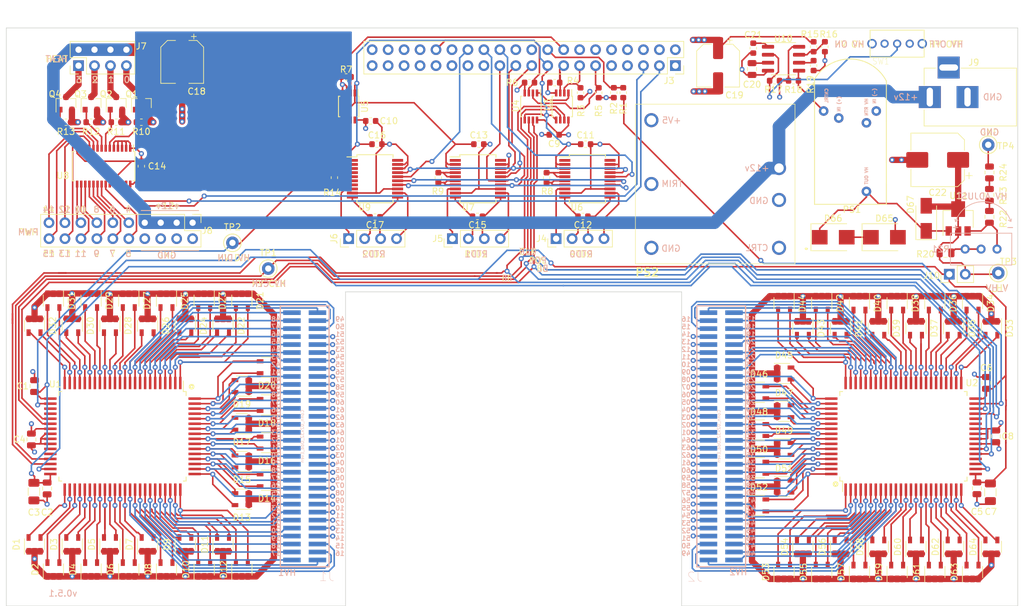
<source format=kicad_pcb>
(kicad_pcb (version 20171130) (host pcbnew "(5.1.4)-1")
  (layers (0 F.Cu signal) (1 In1.Cu signal) (2 In2.Cu signal) (31 B.Cu signal) (34 B.Paste user hide) (35 F.Paste user hide) (36 B.SilkS user) (37 F.SilkS user) (38 B.Mask user) (39 F.Mask user hide) (44 Edge.Cuts user))
  (net 0 "")
  (net 1 V_HV)
  (net 2 GND)
  (net 3 +5V)
  (net 4 +3V3)
  (net 5 "Net-(C12-Pad2)")
  (net 6 "Net-(C12-Pad1)")
  (net 7 +12V)
  (net 8 "/HV interface/HVOUT1_49")
  (net 9 "/HV interface/HVOUT1_48")
  (net 10 "/HV interface/HVOUT1_50")
  (net 11 "/HV interface/HVOUT1_47")
  (net 12 "/HV interface/HVOUT1_51")
  (net 13 "/HV interface/HVOUT1_46")
  (net 14 "/HV interface/HVOUT1_52")
  (net 15 "/HV interface/HVOUT1_45")
  (net 16 "/HV interface/HVOUT1_53")
  (net 17 "/HV interface/HVOUT1_44")
  (net 18 "/HV interface/HVOUT1_54")
  (net 19 "/HV interface/HVOUT1_43")
  (net 20 "/HV interface/HVOUT1_55")
  (net 21 "/HV interface/HVOUT1_42")
  (net 22 "/HV interface/HVOUT1_56")
  (net 23 "/HV interface/HVOUT1_41")
  (net 24 "/HV interface/HVOUT1_57")
  (net 25 "/HV interface/HVOUT1_40")
  (net 26 "/HV interface/HVOUT1_58")
  (net 27 "/HV interface/HVOUT1_39")
  (net 28 "/HV interface/HVOUT1_59")
  (net 29 "/HV interface/HVOUT1_38")
  (net 30 "/HV interface/HVOUT1_60")
  (net 31 "/HV interface/HVOUT1_37")
  (net 32 "/HV interface/HVOUT1_61")
  (net 33 "/HV interface/HVOUT1_36")
  (net 34 "/HV interface/HVOUT1_62")
  (net 35 "/HV interface/HVOUT1_35")
  (net 36 "/HV interface/HVOUT1_63")
  (net 37 "/HV interface/HVOUT1_34")
  (net 38 "/HV interface/HVOUT1_64")
  (net 39 "/HV interface/HVOUT1_33")
  (net 40 "/HV interface/HVOUT1_1")
  (net 41 "/HV interface/HVOUT1_32")
  (net 42 "/HV interface/HVOUT1_2")
  (net 43 "/HV interface/HVOUT1_31")
  (net 44 "/HV interface/HVOUT1_3")
  (net 45 "/HV interface/HVOUT1_30")
  (net 46 "/HV interface/HVOUT1_4")
  (net 47 "/HV interface/HVOUT1_29")
  (net 48 "/HV interface/HVOUT1_5")
  (net 49 "/HV interface/HVOUT1_28")
  (net 50 "/HV interface/HVOUT1_6")
  (net 51 "/HV interface/HVOUT1_27")
  (net 52 "/HV interface/HVOUT1_7")
  (net 53 "/HV interface/HVOUT1_26")
  (net 54 "/HV interface/HVOUT1_8")
  (net 55 "/HV interface/HVOUT1_25")
  (net 56 "/HV interface/HVOUT1_9")
  (net 57 "/HV interface/HVOUT1_24")
  (net 58 "/HV interface/HVOUT1_10")
  (net 59 "/HV interface/HVOUT1_23")
  (net 60 "/HV interface/HVOUT1_11")
  (net 61 "/HV interface/HVOUT1_22")
  (net 62 "/HV interface/HVOUT1_12")
  (net 63 "/HV interface/HVOUT1_21")
  (net 64 "/HV interface/HVOUT1_13")
  (net 65 "/HV interface/HVOUT1_20")
  (net 66 "/HV interface/HVOUT1_14")
  (net 67 "/HV interface/HVOUT1_19")
  (net 68 "/HV interface/HVOUT1_15")
  (net 69 "/HV interface/HVOUT1_18")
  (net 70 "/HV interface/HVOUT1_16")
  (net 71 "/HV interface/HVOUT1_17")
  (net 72 "/HV interface/HVOUT2_17")
  (net 73 "/HV interface/HVOUT2_16")
  (net 74 "/HV interface/HVOUT2_18")
  (net 75 "/HV interface/HVOUT2_15")
  (net 76 "/HV interface/HVOUT2_19")
  (net 77 "/HV interface/HVOUT2_14")
  (net 78 "/HV interface/HVOUT2_20")
  (net 79 "/HV interface/HVOUT2_13")
  (net 80 "/HV interface/HVOUT2_21")
  (net 81 "/HV interface/HVOUT2_12")
  (net 82 "/HV interface/HVOUT2_22")
  (net 83 "/HV interface/HVOUT2_11")
  (net 84 "/HV interface/HVOUT2_23")
  (net 85 "/HV interface/HVOUT2_10")
  (net 86 "/HV interface/HVOUT2_24")
  (net 87 "/HV interface/HVOUT2_9")
  (net 88 "/HV interface/HVOUT2_25")
  (net 89 "/HV interface/HVOUT2_8")
  (net 90 "/HV interface/HVOUT2_26")
  (net 91 "/HV interface/HVOUT2_7")
  (net 92 "/HV interface/HVOUT2_27")
  (net 93 "/HV interface/HVOUT2_6")
  (net 94 "/HV interface/HVOUT2_28")
  (net 95 "/HV interface/HVOUT2_5")
  (net 96 "/HV interface/HVOUT2_29")
  (net 97 "/HV interface/HVOUT2_4")
  (net 98 "/HV interface/HVOUT2_30")
  (net 99 "/HV interface/HVOUT2_3")
  (net 100 "/HV interface/HVOUT2_31")
  (net 101 "/HV interface/HVOUT2_2")
  (net 102 "/HV interface/HVOUT2_32")
  (net 103 "/HV interface/HVOUT2_1")
  (net 104 "/HV interface/HVOUT2_33")
  (net 105 "/HV interface/HVOUT2_64")
  (net 106 "/HV interface/HVOUT2_34")
  (net 107 "/HV interface/HVOUT2_63")
  (net 108 "/HV interface/HVOUT2_35")
  (net 109 "/HV interface/HVOUT2_62")
  (net 110 "/HV interface/HVOUT2_36")
  (net 111 "/HV interface/HVOUT2_61")
  (net 112 "/HV interface/HVOUT2_37")
  (net 113 "/HV interface/HVOUT2_60")
  (net 114 "/HV interface/HVOUT2_38")
  (net 115 "/HV interface/HVOUT2_59")
  (net 116 "/HV interface/HVOUT2_39")
  (net 117 "/HV interface/HVOUT2_58")
  (net 118 "/HV interface/HVOUT2_40")
  (net 119 "/HV interface/HVOUT2_57")
  (net 120 "/HV interface/HVOUT2_41")
  (net 121 "/HV interface/HVOUT2_56")
  (net 122 "/HV interface/HVOUT2_42")
  (net 123 "/HV interface/HVOUT2_55")
  (net 124 "/HV interface/HVOUT2_43")
  (net 125 "/HV interface/HVOUT2_54")
  (net 126 "/HV interface/HVOUT2_44")
  (net 127 "/HV interface/HVOUT2_53")
  (net 128 "/HV interface/HVOUT2_45")
  (net 129 "/HV interface/HVOUT2_52")
  (net 130 "/HV interface/HVOUT2_46")
  (net 131 "/HV interface/HVOUT2_51")
  (net 132 "/HV interface/HVOUT2_47")
  (net 133 "/HV interface/HVOUT2_50")
  (net 134 "/HV interface/HVOUT2_48")
  (net 135 "/HV interface/HVOUT2_49")
  (net 136 "/pi interface/pi_blank")
  (net 137 "/pi interface/pi_latch")
  (net 138 "/pi interface/pi_clk")
  (net 139 "/pi interface/pi_data")
  (net 140 "/pi interface/HV_DOUT_3v3")
  (net 141 pi_MOSI_0)
  (net 142 pi_MISO_0)
  (net 143 pi_SCK_0)
  (net 144 pi_CE0_0)
  (net 145 pi_CE1_0)
  (net 146 pi_CE2_sw)
  (net 147 "/pi interface/pi_pol")
  (net 148 "Net-(J4-Pad1)")
  (net 149 "Net-(J4-Pad4)")
  (net 150 "Net-(J5-Pad1)")
  (net 151 "Net-(J5-Pad4)")
  (net 152 "Net-(J6-Pad1)")
  (net 153 "Net-(J6-Pad4)")
  (net 154 "Net-(J7-Pad1)")
  (net 155 "Net-(J7-Pad3)")
  (net 156 "Net-(J7-Pad5)")
  (net 157 "Net-(J7-Pad7)")
  (net 158 /peripherals/PWM4)
  (net 159 /peripherals/PWM15)
  (net 160 /peripherals/PWM5)
  (net 161 /peripherals/PWM14)
  (net 162 /peripherals/PWM6)
  (net 163 /peripherals/PWM13)
  (net 164 /peripherals/PWM7)
  (net 165 /peripherals/PWM12)
  (net 166 /peripherals/PWM8)
  (net 167 /peripherals/PWM11)
  (net 168 /peripherals/PWM9)
  (net 169 /peripherals/PWM10)
  (net 170 "Net-(Q1-Pad1)")
  (net 171 "Net-(Q2-Pad1)")
  (net 172 "Net-(Q3-Pad1)")
  (net 173 "Net-(Q4-Pad1)")
  (net 174 HV_DOUT)
  (net 175 DIO_CASCADE)
  (net 176 HV_LE)
  (net 177 HV_CLK)
  (net 178 HV_POL)
  (net 179 HV_BL)
  (net 180 HV_DIN)
  (net 181 "Net-(C20-Pad1)")
  (net 182 "Net-(C21-Pad1)")
  (net 183 "Net-(C22-Pad1)")
  (net 184 /power/HV_CNTRL)
  (net 185 "Net-(C15-Pad2)")
  (net 186 "Net-(C15-Pad1)")
  (net 187 "Net-(C17-Pad2)")
  (net 188 "Net-(C17-Pad1)")
  (net 189 "Net-(D65-Pad1)")
  (net 190 "Net-(D66-Pad1)")
  (net 191 "Net-(R8-Pad2)")
  (net 192 "Net-(R8-Pad1)")
  (net 193 "Net-(R9-Pad2)")
  (net 194 "Net-(R9-Pad1)")
  (net 195 "Net-(R14-Pad2)")
  (net 196 "Net-(R14-Pad1)")
  (net 197 "Net-(R15-Pad1)")
  (net 198 "Net-(R17-Pad1)")
  (net 199 "Net-(R19-Pad2)")
  (net 200 "Net-(R20-Pad2)")
  (net 201 "Net-(R21-Pad3)")
  (net 202 "Net-(R22-Pad2)")
  (net 203 "Net-(R23-Pad2)")
  (net 204 SCL)
  (net 205 SDA)
  (module MountingHole:MountingHole_2.7mm_M2.5_ISO14580 (layer F.Cu) (at 186.3 144)
    (fp_text reference H8 hide)
    (fp_text value MountingHole)
    (pad 1 np_thru_hole circle (at 0 0) (size 2.7 2.7) (drill 2.7) (layers *.Cu *.Mask))
  )
  (module MountingHole:MountingHole_2.7mm_M2.5_ISO14580 (layer F.Cu) (at 230.5 58.5)
    (fp_text reference H7 hide)
    (fp_text value MountingHole)
    (pad 1 np_thru_hole circle (at 0 0) (size 2.7 2.7) (drill 2.7) (layers *.Cu *.Mask))
  )
  (module MountingHole:MountingHole_2.7mm_M2.5_ISO14580 (layer F.Cu) (at 186.3 96)
    (fp_text reference H6 hide)
    (fp_text value MountingHole)
    (pad 1 np_thru_hole circle (at 0 0) (size 2.7 2.7) (drill 2.7) (layers *.Cu *.Mask))
  )
  (module MountingHole:MountingHole_2.7mm_M2.5_ISO14580 (layer F.Cu) (at 120 96)
    (fp_text reference H5 hide)
    (fp_text value MountingHole)
    (pad 1 np_thru_hole circle (at 0 0) (size 2.7 2.7) (drill 2.7) (layers *.Cu *.Mask))
  )
  (module MountingHole:MountingHole_2.7mm_M2.5_ISO14580 (layer F.Cu) (at 120 144)
    (fp_text reference H4 hide)
    (fp_text value MountingHole)
    (pad 1 np_thru_hole circle (at 0 0) (size 2.7 2.7) (drill 2.7) (layers *.Cu *.Mask))
  )
  (module MountingHole:MountingHole_2.7mm_M2.5_ISO14580 (layer F.Cu) (at 230.5 144)
    (fp_text reference H3 hide)
    (fp_text value MountingHole)
    (pad 1 np_thru_hole circle (at 0 0) (size 2.7 2.7) (drill 2.7) (layers *.Cu *.Mask))
  )
  (module MountingHole:MountingHole_2.7mm_M2.5_ISO14580 (layer F.Cu) (at 75.5 144)
    (fp_text reference H2 hide)
    (fp_text value MountingHole)
    (pad 1 np_thru_hole circle (at 0 0) (size 2.7 2.7) (drill 2.7) (layers *.Cu *.Mask))
  )
  (module MountingHole:MountingHole_2.7mm_M2.5_ISO14580 (layer F.Cu) (at 75.5 58.5)
    (fp_text reference H1 hide)
    (fp_text value MountingHole)
    (pad 1 np_thru_hole circle (at 0 0) (size 2.7 2.7) (drill 2.7) (layers *.Cu *.Mask))
  )
  (module logos:purpledrop (layer B.Cu) (at 110.49 74.93 180)
    (fp_text reference G3 hide)
    (fp_text value "PurpleDrop logo" hide)
  )
  (module logos:misl-logo (layer B.Cu) (at 107.95 55.88 180)
    (fp_text reference G2 hide)
    (fp_text value "MISL logo" hide)
  )
  (module logos:wlogo (layer B.Cu) (at 114.3 50.8 180)
    (fp_text reference G1 hide)
    (fp_text value "W logo" hide)
  )
  (module Diode_SMD:D_SMA (layer F.Cu) (at 218.93 85.3 90)
    (fp_text reference D67 (at 2.2 -2.5 90) (layer F.SilkS))
    (fp_text value D_Small)
    (pad 2 smd rect (at 2 0 90) (size 2.5 1.8) (layers F.Cu F.Paste F.Mask) (net 183 "Net-(C22-Pad1)"))
    (pad 1 smd rect (at -2 0 90) (size 2.5 1.8) (layers F.Cu F.Paste F.Mask) (net 190 "Net-(D66-Pad1)"))
  )
  (module Capacitor_SMD:CP_Elec_6.3x5.9 (layer F.Cu) (at 100.5 60.4 270)
    (fp_text reference C18 (at 4.7 -2.3 180) (layer F.SilkS))
    (fp_text value 100uF)
    (pad 2 smd roundrect (at 2.8 0 270) (size 3.5 1.6) (layers F.Cu F.Paste F.Mask) (roundrect_rratio 0.15625) (net 2 GND))
    (pad 1 smd roundrect (at -2.8 0 270) (size 3.5 1.6) (layers F.Cu F.Paste F.Mask) (roundrect_rratio 0.15625) (net 7 +12V))
  )
  (module Capacitor_SMD:C_0603_1608Metric (layer F.Cu) (at 130.5 69.8)
    (fp_text reference C10 (at 2.9 0) (layer F.SilkS))
    (fp_text value 0.1uF)
    (pad 2 smd roundrect (at 0.7875 0) (size 0.875 0.95) (layers F.Cu F.Paste F.Mask) (net 2 GND))
    (pad 1 smd roundrect (at -0.7875 0) (size 0.875 0.95) (layers F.Cu F.Paste F.Mask) (net 3 +5V))
  )
  (module Capacitor_SMD:CP_Elec_8x10 (layer F.Cu) (at 220.75 76 180)
    (fp_text reference C22 (at 0 -5.2) (layer F.SilkS))
    (fp_text value "1uf 450v")
    (pad 2 smd roundrect (at 3.25 0 180) (size 3.5 2.5) (layers F.Cu F.Paste F.Mask) (roundrect_rratio 0.1) (net 2 GND))
    (pad 1 smd roundrect (at -3.25 0 180) (size 3.5 2.5) (layers F.Cu F.Paste F.Mask) (roundrect_rratio 0.1) (net 183 "Net-(C22-Pad1)"))
  )
  (module Capacitor_SMD:C_0805_2012Metric (layer F.Cu) (at 191.2 61.5375 270)
    (fp_text reference C20 (at 2.4625 0 180) (layer F.SilkS))
    (fp_text value 4.7uF)
    (pad 2 smd roundrect (at 0.9375 0 270) (size 0.975 1.4) (layers F.Cu F.Paste F.Mask) (net 2 GND))
    (pad 1 smd roundrect (at -0.9375 0 270) (size 0.975 1.4) (layers F.Cu F.Paste F.Mask) (net 181 "Net-(C20-Pad1)"))
  )
  (module Capacitor_SMD:C_0603_1608Metric (layer F.Cu) (at 191.4 58.2125 270)
    (fp_text reference C21 (at -2.1125 0) (layer F.SilkS))
    (fp_text value 0.1uF)
    (pad 2 smd roundrect (at 0.7875 0 270) (size 0.875 0.95) (layers F.Cu F.Paste F.Mask) (net 2 GND))
    (pad 1 smd roundrect (at -0.7875 0 270) (size 0.875 0.95) (layers F.Cu F.Paste F.Mask) (net 182 "Net-(C21-Pad1)"))
  )
  (module Diode_SMD:D_SMB (layer F.Cu) (at 212.27 88.31)
    (fp_text reference D65 (at 0 -3) (layer F.SilkS))
    (fp_text value 180v)
    (pad 2 smd rect (at 2.15 0) (size 2.5 2.3) (layers F.Cu F.Paste F.Mask) (net 2 GND))
    (pad 1 smd rect (at -2.15 0) (size 2.5 2.3) (layers F.Cu F.Paste F.Mask) (net 189 "Net-(D65-Pad1)"))
  )
  (module Diode_SMD:D_SMB (layer F.Cu) (at 204.125 88.31)
    (fp_text reference D66 (at 0 -3) (layer F.SilkS))
    (fp_text value 180v)
    (pad 2 smd rect (at 2.15 0) (size 2.5 2.3) (layers F.Cu F.Paste F.Mask) (net 189 "Net-(D65-Pad1)"))
    (pad 1 smd rect (at -2.15 0) (size 2.5 2.3) (layers F.Cu F.Paste F.Mask) (net 190 "Net-(D66-Pad1)"))
  )
  (module Resistor_SMD:R_0805_2012Metric (layer F.Cu) (at 222 90.8)
    (fp_text reference R20 (at -3.2 0.2) (layer F.SilkS))
    (fp_text value 2k4)
    (pad 2 smd roundrect (at 0.9375 0) (size 0.975 1.4) (layers F.Cu F.Paste F.Mask) (net 200 "Net-(R20-Pad2)"))
    (pad 1 smd roundrect (at -0.9375 0) (size 0.975 1.4) (layers F.Cu F.Paste F.Mask) (net 183 "Net-(C22-Pad1)"))
  )
  (module Potentiometer_THT:Potentiometer_Bourns_3296W_Vertical (layer B.Cu) (at 225.12 90.2 180)
    (fp_text reference R21 (at 3.92 0) (layer B.SilkS) (effects (justify mirror)))
    (fp_text value 2k)
    (pad 3 thru_hole circle (at -5.08 0 180) (size 1.44 1.44) (drill 0.8) (layers *.Cu *.Mask) (net 201 "Net-(R21-Pad3)"))
    (pad 2 thru_hole circle (at -2.54 0 180) (size 1.44 1.44) (drill 0.8) (layers *.Cu *.Mask) (net 200 "Net-(R20-Pad2)"))
    (pad 1 thru_hole circle (at 0 0 180) (size 1.44 1.44) (drill 0.8) (layers *.Cu *.Mask) (net 200 "Net-(R20-Pad2)"))
  )
  (module Resistor_SMD:R_0805_2012Metric (layer F.Cu) (at 228.99 85.065 90)
    (fp_text reference R22 (at -0.335 2.21 90) (layer F.SilkS))
    (fp_text value 200k)
    (pad 2 smd roundrect (at 0.9375 0 90) (size 0.975 1.4) (layers F.Cu F.Paste F.Mask) (net 202 "Net-(R22-Pad2)"))
    (pad 1 smd roundrect (at -0.9375 0 90) (size 0.975 1.4) (layers F.Cu F.Paste F.Mask) (net 201 "Net-(R21-Pad3)"))
  )
  (module Resistor_SMD:R_0805_2012Metric (layer F.Cu) (at 228.99 81.57 90)
    (fp_text reference R23 (at -0.13 2.21 90) (layer F.SilkS))
    (fp_text value 200k)
    (pad 2 smd roundrect (at 0.9375 0 90) (size 0.975 1.4) (layers F.Cu F.Paste F.Mask) (net 203 "Net-(R23-Pad2)"))
    (pad 1 smd roundrect (at -0.9375 0 90) (size 0.975 1.4) (layers F.Cu F.Paste F.Mask) (net 202 "Net-(R22-Pad2)"))
  )
  (module Resistor_SMD:R_0805_2012Metric (layer F.Cu) (at 229 78 90)
    (fp_text reference R24 (at 0 2.2 90) (layer F.SilkS))
    (fp_text value 200k)
    (pad 2 smd roundrect (at 0.9375 0 90) (size 0.975 1.4) (layers F.Cu F.Paste F.Mask) (net 2 GND))
    (pad 1 smd roundrect (at -0.9375 0 90) (size 0.975 1.4) (layers F.Cu F.Paste F.Mask) (net 203 "Net-(R23-Pad2)"))
  )
  (module Resistor_SMD:R_0603_1608Metric (layer F.Cu) (at 201 57.9875 90)
    (fp_text reference R15 (at 1.9875 -0.6 180) (layer F.SilkS))
    (fp_text value 16.5k)
    (pad 2 smd roundrect (at 0.7875 0 90) (size 0.875 0.95) (layers F.Cu F.Paste F.Mask) (net 3 +5V))
    (pad 1 smd roundrect (at -0.7875 0 90) (size 0.875 0.95) (layers F.Cu F.Paste F.Mask) (net 197 "Net-(R15-Pad1)"))
  )
  (module Resistor_SMD:R_0603_1608Metric (layer F.Cu) (at 202.8 57.9875 90)
    (fp_text reference R16 (at 1.9875 0.6 180) (layer F.SilkS))
    (fp_text value 18.7k)
    (pad 2 smd roundrect (at 0.7875 0 90) (size 0.875 0.95) (layers F.Cu F.Paste F.Mask) (net 197 "Net-(R15-Pad1)"))
    (pad 1 smd roundrect (at -0.7875 0 90) (size 0.875 0.95) (layers F.Cu F.Paste F.Mask) (net 2 GND))
  )
  (module Resistor_SMD:R_0603_1608Metric (layer F.Cu) (at 194.7875 63.4)
    (fp_text reference R17 (at -0.1875 1.4) (layer F.SilkS))
    (fp_text value 10k)
    (pad 2 smd roundrect (at 0.7875 0) (size 0.875 0.95) (layers F.Cu F.Paste F.Mask) (net 7 +12V))
    (pad 1 smd roundrect (at -0.7875 0) (size 0.875 0.95) (layers F.Cu F.Paste F.Mask) (net 198 "Net-(R17-Pad1)"))
  )
  (module Resistor_SMD:R_0603_1608Metric (layer F.Cu) (at 197.8 63.4 180)
    (fp_text reference R18 (at 0 -1.43) (layer F.SilkS))
    (fp_text value 10k)
    (pad 2 smd roundrect (at 0.7875 0 180) (size 0.875 0.95) (layers F.Cu F.Paste F.Mask) (net 7 +12V))
    (pad 1 smd roundrect (at -0.7875 0 180) (size 0.875 0.95) (layers F.Cu F.Paste F.Mask) (net 184 /power/HV_CNTRL))
  )
  (module Resistor_SMD:R_0603_1608Metric (layer F.Cu) (at 201 60.9875 90)
    (fp_text reference R19 (at -3.0125 -0.5 90) (layer F.SilkS))
    (fp_text value 10k)
    (pad 2 smd roundrect (at 0.7875 0 90) (size 0.875 0.95) (layers F.Cu F.Paste F.Mask) (net 199 "Net-(R19-Pad2)"))
    (pad 1 smd roundrect (at -0.7875 0 90) (size 0.875 0.95) (layers F.Cu F.Paste F.Mask) (net 2 GND))
  )
  (module Package_TO_SOT_SMD:SOT-23-5 (layer F.Cu) (at 77 137.2 90)
    (fp_text reference D1 (at 0 -2.9 90) (layer F.SilkS))
    (fp_text value RRE04EA6DFH)
    (pad 5 smd rect (at 1.1 -0.95 90) (size 1.06 0.65) (layers F.Cu F.Paste F.Mask) (net 40 "/HV interface/HVOUT1_1"))
    (pad 4 smd rect (at 1.1 0.95 90) (size 1.06 0.65) (layers F.Cu F.Paste F.Mask) (net 42 "/HV interface/HVOUT1_2"))
    (pad 3 smd rect (at -1.1 0.95 90) (size 1.06 0.65) (layers F.Cu F.Paste F.Mask) (net 2 GND))
    (pad 2 smd rect (at -1.1 0 90) (size 1.06 0.65) (layers F.Cu F.Paste F.Mask) (net 2 GND))
    (pad 1 smd rect (at -1.1 -0.95 90) (size 1.06 0.65) (layers F.Cu F.Paste F.Mask) (net 2 GND))
  )
  (module Package_TO_SOT_SMD:SOT-23-5 (layer F.Cu) (at 80 141.2 90)
    (fp_text reference D2 (at 0 -2.9 90) (layer F.SilkS))
    (fp_text value RRE04EA6DFH)
    (pad 5 smd rect (at 1.1 -0.95 90) (size 1.06 0.65) (layers F.Cu F.Paste F.Mask) (net 44 "/HV interface/HVOUT1_3"))
    (pad 4 smd rect (at 1.1 0.95 90) (size 1.06 0.65) (layers F.Cu F.Paste F.Mask) (net 46 "/HV interface/HVOUT1_4"))
    (pad 3 smd rect (at -1.1 0.95 90) (size 1.06 0.65) (layers F.Cu F.Paste F.Mask) (net 2 GND))
    (pad 2 smd rect (at -1.1 0 90) (size 1.06 0.65) (layers F.Cu F.Paste F.Mask) (net 2 GND))
    (pad 1 smd rect (at -1.1 -0.95 90) (size 1.06 0.65) (layers F.Cu F.Paste F.Mask) (net 2 GND))
  )
  (module Package_TO_SOT_SMD:SOT-23-5 (layer F.Cu) (at 83 137.2 90)
    (fp_text reference D3 (at 0 -2.9 90) (layer F.SilkS))
    (fp_text value RRE04EA6DFH)
    (pad 5 smd rect (at 1.1 -0.95 90) (size 1.06 0.65) (layers F.Cu F.Paste F.Mask) (net 48 "/HV interface/HVOUT1_5"))
    (pad 4 smd rect (at 1.1 0.95 90) (size 1.06 0.65) (layers F.Cu F.Paste F.Mask) (net 50 "/HV interface/HVOUT1_6"))
    (pad 3 smd rect (at -1.1 0.95 90) (size 1.06 0.65) (layers F.Cu F.Paste F.Mask) (net 2 GND))
    (pad 2 smd rect (at -1.1 0 90) (size 1.06 0.65) (layers F.Cu F.Paste F.Mask) (net 2 GND))
    (pad 1 smd rect (at -1.1 -0.95 90) (size 1.06 0.65) (layers F.Cu F.Paste F.Mask) (net 2 GND))
  )
  (module Package_TO_SOT_SMD:SOT-23-5 (layer F.Cu) (at 86 141.2 90)
    (fp_text reference D4 (at 0 -2.9 90) (layer F.SilkS))
    (fp_text value RRE04EA6DFH)
    (pad 5 smd rect (at 1.1 -0.95 90) (size 1.06 0.65) (layers F.Cu F.Paste F.Mask) (net 52 "/HV interface/HVOUT1_7"))
    (pad 4 smd rect (at 1.1 0.95 90) (size 1.06 0.65) (layers F.Cu F.Paste F.Mask) (net 54 "/HV interface/HVOUT1_8"))
    (pad 3 smd rect (at -1.1 0.95 90) (size 1.06 0.65) (layers F.Cu F.Paste F.Mask) (net 2 GND))
    (pad 2 smd rect (at -1.1 0 90) (size 1.06 0.65) (layers F.Cu F.Paste F.Mask) (net 2 GND))
    (pad 1 smd rect (at -1.1 -0.95 90) (size 1.06 0.65) (layers F.Cu F.Paste F.Mask) (net 2 GND))
  )
  (module Package_TO_SOT_SMD:SOT-23-5 (layer F.Cu) (at 89 137.2 90)
    (fp_text reference D5 (at 0 -2.9 90) (layer F.SilkS))
    (fp_text value RRE04EA6DFH)
    (pad 5 smd rect (at 1.1 -0.95 90) (size 1.06 0.65) (layers F.Cu F.Paste F.Mask) (net 56 "/HV interface/HVOUT1_9"))
    (pad 4 smd rect (at 1.1 0.95 90) (size 1.06 0.65) (layers F.Cu F.Paste F.Mask) (net 58 "/HV interface/HVOUT1_10"))
    (pad 3 smd rect (at -1.1 0.95 90) (size 1.06 0.65) (layers F.Cu F.Paste F.Mask) (net 2 GND))
    (pad 2 smd rect (at -1.1 0 90) (size 1.06 0.65) (layers F.Cu F.Paste F.Mask) (net 2 GND))
    (pad 1 smd rect (at -1.1 -0.95 90) (size 1.06 0.65) (layers F.Cu F.Paste F.Mask) (net 2 GND))
  )
  (module Package_TO_SOT_SMD:SOT-23-5 (layer F.Cu) (at 92 141.2 90)
    (fp_text reference D6 (at 0 -2.9 90) (layer F.SilkS))
    (fp_text value RRE04EA6DFH)
    (pad 5 smd rect (at 1.1 -0.95 90) (size 1.06 0.65) (layers F.Cu F.Paste F.Mask) (net 60 "/HV interface/HVOUT1_11"))
    (pad 4 smd rect (at 1.1 0.95 90) (size 1.06 0.65) (layers F.Cu F.Paste F.Mask) (net 62 "/HV interface/HVOUT1_12"))
    (pad 3 smd rect (at -1.1 0.95 90) (size 1.06 0.65) (layers F.Cu F.Paste F.Mask) (net 2 GND))
    (pad 2 smd rect (at -1.1 0 90) (size 1.06 0.65) (layers F.Cu F.Paste F.Mask) (net 2 GND))
    (pad 1 smd rect (at -1.1 -0.95 90) (size 1.06 0.65) (layers F.Cu F.Paste F.Mask) (net 2 GND))
  )
  (module Package_TO_SOT_SMD:SOT-23-5 (layer F.Cu) (at 95 137.2 90)
    (fp_text reference D7 (at 0 -2.9 90) (layer F.SilkS))
    (fp_text value RRE04EA6DFH)
    (pad 5 smd rect (at 1.1 -0.95 90) (size 1.06 0.65) (layers F.Cu F.Paste F.Mask) (net 64 "/HV interface/HVOUT1_13"))
    (pad 4 smd rect (at 1.1 0.95 90) (size 1.06 0.65) (layers F.Cu F.Paste F.Mask) (net 66 "/HV interface/HVOUT1_14"))
    (pad 3 smd rect (at -1.1 0.95 90) (size 1.06 0.65) (layers F.Cu F.Paste F.Mask) (net 2 GND))
    (pad 2 smd rect (at -1.1 0 90) (size 1.06 0.65) (layers F.Cu F.Paste F.Mask) (net 2 GND))
    (pad 1 smd rect (at -1.1 -0.95 90) (size 1.06 0.65) (layers F.Cu F.Paste F.Mask) (net 2 GND))
  )
  (module Package_TO_SOT_SMD:SOT-23-5 (layer F.Cu) (at 98 141.2 90)
    (fp_text reference D8 (at 0 -2.9 90) (layer F.SilkS))
    (fp_text value RRE04EA6DFH)
    (pad 5 smd rect (at 1.1 -0.95 90) (size 1.06 0.65) (layers F.Cu F.Paste F.Mask) (net 68 "/HV interface/HVOUT1_15"))
    (pad 4 smd rect (at 1.1 0.95 90) (size 1.06 0.65) (layers F.Cu F.Paste F.Mask) (net 70 "/HV interface/HVOUT1_16"))
    (pad 3 smd rect (at -1.1 0.95 90) (size 1.06 0.65) (layers F.Cu F.Paste F.Mask) (net 2 GND))
    (pad 2 smd rect (at -1.1 0 90) (size 1.06 0.65) (layers F.Cu F.Paste F.Mask) (net 2 GND))
    (pad 1 smd rect (at -1.1 -0.95 90) (size 1.06 0.65) (layers F.Cu F.Paste F.Mask) (net 2 GND))
  )
  (module Package_TO_SOT_SMD:SOT-23-5 (layer F.Cu) (at 101 137.2 90)
    (fp_text reference D9 (at 0 -2.9 90) (layer F.SilkS))
    (fp_text value RRE04EA6DFH)
    (pad 5 smd rect (at 1.1 -0.95 90) (size 1.06 0.65) (layers F.Cu F.Paste F.Mask) (net 71 "/HV interface/HVOUT1_17"))
    (pad 4 smd rect (at 1.1 0.95 90) (size 1.06 0.65) (layers F.Cu F.Paste F.Mask) (net 69 "/HV interface/HVOUT1_18"))
    (pad 3 smd rect (at -1.1 0.95 90) (size 1.06 0.65) (layers F.Cu F.Paste F.Mask) (net 2 GND))
    (pad 2 smd rect (at -1.1 0 90) (size 1.06 0.65) (layers F.Cu F.Paste F.Mask) (net 2 GND))
    (pad 1 smd rect (at -1.1 -0.95 90) (size 1.06 0.65) (layers F.Cu F.Paste F.Mask) (net 2 GND))
  )
  (module Package_TO_SOT_SMD:SOT-23-5 (layer F.Cu) (at 104 141.2 90)
    (fp_text reference D10 (at 0 -2.9 90) (layer F.SilkS))
    (fp_text value RRE04EA6DFH)
    (pad 5 smd rect (at 1.1 -0.95 90) (size 1.06 0.65) (layers F.Cu F.Paste F.Mask) (net 67 "/HV interface/HVOUT1_19"))
    (pad 4 smd rect (at 1.1 0.95 90) (size 1.06 0.65) (layers F.Cu F.Paste F.Mask) (net 65 "/HV interface/HVOUT1_20"))
    (pad 3 smd rect (at -1.1 0.95 90) (size 1.06 0.65) (layers F.Cu F.Paste F.Mask) (net 2 GND))
    (pad 2 smd rect (at -1.1 0 90) (size 1.06 0.65) (layers F.Cu F.Paste F.Mask) (net 2 GND))
    (pad 1 smd rect (at -1.1 -0.95 90) (size 1.06 0.65) (layers F.Cu F.Paste F.Mask) (net 2 GND))
  )
  (module Package_SO:SOIC-8_3.9x4.9mm_P1.27mm (layer F.Cu) (at 196.22 59.9)
    (fp_text reference U10 (at -0.02 -3.2) (layer F.SilkS))
    (fp_text value TL7702B)
    (pad 8 smd roundrect (at 2.475 -1.905) (size 1.95 0.6) (layers F.Cu F.Paste F.Mask) (net 7 +12V))
    (pad 7 smd roundrect (at 2.475 -0.635) (size 1.95 0.6) (layers F.Cu F.Paste F.Mask) (net 197 "Net-(R15-Pad1)"))
    (pad 6 smd roundrect (at 2.475 0.635) (size 1.95 0.6) (layers F.Cu F.Paste F.Mask) (net 199 "Net-(R19-Pad2)"))
    (pad 5 smd roundrect (at 2.475 1.905) (size 1.95 0.6) (layers F.Cu F.Paste F.Mask) (net 184 /power/HV_CNTRL))
    (pad 4 smd roundrect (at -2.475 1.905) (size 1.95 0.6) (layers F.Cu F.Paste F.Mask) (net 2 GND))
    (pad 3 smd roundrect (at -2.475 0.635) (size 1.95 0.6) (layers F.Cu F.Paste F.Mask) (net 181 "Net-(C20-Pad1)"))
    (pad 2 smd roundrect (at -2.475 -0.635) (size 1.95 0.6) (layers F.Cu F.Paste F.Mask) (net 198 "Net-(R17-Pad1)"))
    (pad 1 smd roundrect (at -2.475 -1.905) (size 1.95 0.6) (layers F.Cu F.Paste F.Mask) (net 182 "Net-(C21-Pad1)"))
  )
  (module Package_SO:SSOP-20_5.3x7.2mm_P0.65mm (layer F.Cu) (at 131.19 79)
    (fp_text reference U9 (at -1.65 4.566) (layer F.SilkS))
    (fp_text value MAX31865AA)
    (pad 20 smd rect (at 3.6 -2.925) (size 1.75 0.45) (layers F.Cu F.Paste F.Mask))
    (pad 19 smd rect (at 3.6 -2.275) (size 1.75 0.45) (layers F.Cu F.Paste F.Mask) (net 2 GND))
    (pad 18 smd rect (at 3.6 -1.625) (size 1.75 0.45) (layers F.Cu F.Paste F.Mask) (net 2 GND))
    (pad 17 smd rect (at 3.6 -0.975) (size 1.75 0.45) (layers F.Cu F.Paste F.Mask) (net 142 pi_MISO_0))
    (pad 16 smd rect (at 3.6 -0.325) (size 1.75 0.45) (layers F.Cu F.Paste F.Mask) (net 146 pi_CE2_sw))
    (pad 15 smd rect (at 3.6 0.325) (size 1.75 0.45) (layers F.Cu F.Paste F.Mask) (net 143 pi_SCK_0))
    (pad 14 smd rect (at 3.6 0.975) (size 1.75 0.45) (layers F.Cu F.Paste F.Mask) (net 141 pi_MOSI_0))
    (pad 13 smd rect (at 3.6 1.625) (size 1.75 0.45) (layers F.Cu F.Paste F.Mask) (net 2 GND))
    (pad 12 smd rect (at 3.6 2.275) (size 1.75 0.45) (layers F.Cu F.Paste F.Mask) (net 153 "Net-(J6-Pad4)"))
    (pad 11 smd rect (at 3.6 2.925) (size 1.75 0.45) (layers F.Cu F.Paste F.Mask) (net 187 "Net-(C17-Pad2)"))
    (pad 10 smd rect (at -3.6 2.925) (size 1.75 0.45) (layers F.Cu F.Paste F.Mask) (net 188 "Net-(C17-Pad1)"))
    (pad 9 smd rect (at -3.6 2.275) (size 1.75 0.45) (layers F.Cu F.Paste F.Mask) (net 2 GND))
    (pad 8 smd rect (at -3.6 1.625) (size 1.75 0.45) (layers F.Cu F.Paste F.Mask) (net 152 "Net-(J6-Pad1)"))
    (pad 7 smd rect (at -3.6 0.975) (size 1.75 0.45) (layers F.Cu F.Paste F.Mask) (net 195 "Net-(R14-Pad2)"))
    (pad 6 smd rect (at -3.6 0.325) (size 1.75 0.45) (layers F.Cu F.Paste F.Mask) (net 195 "Net-(R14-Pad2)"))
    (pad 5 smd rect (at -3.6 -0.325) (size 1.75 0.45) (layers F.Cu F.Paste F.Mask) (net 196 "Net-(R14-Pad1)"))
    (pad 4 smd rect (at -3.6 -0.975) (size 1.75 0.45) (layers F.Cu F.Paste F.Mask) (net 196 "Net-(R14-Pad1)"))
    (pad 3 smd rect (at -3.6 -1.625) (size 1.75 0.45) (layers F.Cu F.Paste F.Mask) (net 4 +3V3))
    (pad 2 smd rect (at -3.6 -2.275) (size 1.75 0.45) (layers F.Cu F.Paste F.Mask) (net 4 +3V3))
    (pad 1 smd rect (at -3.6 -2.925) (size 1.75 0.45) (layers F.Cu F.Paste F.Mask))
  )
  (module Package_SO:SSOP-20_5.3x7.2mm_P0.65mm (layer F.Cu) (at 147.57 79)
    (fp_text reference U7 (at -1.52 4.566) (layer F.SilkS))
    (fp_text value MAX31865AA)
    (pad 20 smd rect (at 3.6 -2.925) (size 1.75 0.45) (layers F.Cu F.Paste F.Mask))
    (pad 19 smd rect (at 3.6 -2.275) (size 1.75 0.45) (layers F.Cu F.Paste F.Mask) (net 2 GND))
    (pad 18 smd rect (at 3.6 -1.625) (size 1.75 0.45) (layers F.Cu F.Paste F.Mask) (net 2 GND))
    (pad 17 smd rect (at 3.6 -0.975) (size 1.75 0.45) (layers F.Cu F.Paste F.Mask) (net 142 pi_MISO_0))
    (pad 16 smd rect (at 3.6 -0.325) (size 1.75 0.45) (layers F.Cu F.Paste F.Mask) (net 145 pi_CE1_0))
    (pad 15 smd rect (at 3.6 0.325) (size 1.75 0.45) (layers F.Cu F.Paste F.Mask) (net 143 pi_SCK_0))
    (pad 14 smd rect (at 3.6 0.975) (size 1.75 0.45) (layers F.Cu F.Paste F.Mask) (net 141 pi_MOSI_0))
    (pad 13 smd rect (at 3.6 1.625) (size 1.75 0.45) (layers F.Cu F.Paste F.Mask) (net 2 GND))
    (pad 12 smd rect (at 3.6 2.275) (size 1.75 0.45) (layers F.Cu F.Paste F.Mask) (net 151 "Net-(J5-Pad4)"))
    (pad 11 smd rect (at 3.6 2.925) (size 1.75 0.45) (layers F.Cu F.Paste F.Mask) (net 185 "Net-(C15-Pad2)"))
    (pad 10 smd rect (at -3.6 2.925) (size 1.75 0.45) (layers F.Cu F.Paste F.Mask) (net 186 "Net-(C15-Pad1)"))
    (pad 9 smd rect (at -3.6 2.275) (size 1.75 0.45) (layers F.Cu F.Paste F.Mask) (net 2 GND))
    (pad 8 smd rect (at -3.6 1.625) (size 1.75 0.45) (layers F.Cu F.Paste F.Mask) (net 150 "Net-(J5-Pad1)"))
    (pad 7 smd rect (at -3.6 0.975) (size 1.75 0.45) (layers F.Cu F.Paste F.Mask) (net 193 "Net-(R9-Pad2)"))
    (pad 6 smd rect (at -3.6 0.325) (size 1.75 0.45) (layers F.Cu F.Paste F.Mask) (net 193 "Net-(R9-Pad2)"))
    (pad 5 smd rect (at -3.6 -0.325) (size 1.75 0.45) (layers F.Cu F.Paste F.Mask) (net 194 "Net-(R9-Pad1)"))
    (pad 4 smd rect (at -3.6 -0.975) (size 1.75 0.45) (layers F.Cu F.Paste F.Mask) (net 194 "Net-(R9-Pad1)"))
    (pad 3 smd rect (at -3.6 -1.625) (size 1.75 0.45) (layers F.Cu F.Paste F.Mask) (net 4 +3V3))
    (pad 2 smd rect (at -3.6 -2.275) (size 1.75 0.45) (layers F.Cu F.Paste F.Mask) (net 4 +3V3))
    (pad 1 smd rect (at -3.6 -2.925) (size 1.75 0.45) (layers F.Cu F.Paste F.Mask))
  )
  (module Package_SO:SSOP-20_5.3x7.2mm_P0.65mm (layer F.Cu) (at 165 79)
    (fp_text reference U6 (at -1.678 4.566) (layer F.SilkS))
    (fp_text value MAX31865AA)
    (pad 20 smd rect (at 3.6 -2.925) (size 1.75 0.45) (layers F.Cu F.Paste F.Mask))
    (pad 19 smd rect (at 3.6 -2.275) (size 1.75 0.45) (layers F.Cu F.Paste F.Mask) (net 2 GND))
    (pad 18 smd rect (at 3.6 -1.625) (size 1.75 0.45) (layers F.Cu F.Paste F.Mask) (net 2 GND))
    (pad 17 smd rect (at 3.6 -0.975) (size 1.75 0.45) (layers F.Cu F.Paste F.Mask) (net 142 pi_MISO_0))
    (pad 16 smd rect (at 3.6 -0.325) (size 1.75 0.45) (layers F.Cu F.Paste F.Mask) (net 144 pi_CE0_0))
    (pad 15 smd rect (at 3.6 0.325) (size 1.75 0.45) (layers F.Cu F.Paste F.Mask) (net 143 pi_SCK_0))
    (pad 14 smd rect (at 3.6 0.975) (size 1.75 0.45) (layers F.Cu F.Paste F.Mask) (net 141 pi_MOSI_0))
    (pad 13 smd rect (at 3.6 1.625) (size 1.75 0.45) (layers F.Cu F.Paste F.Mask) (net 2 GND))
    (pad 12 smd rect (at 3.6 2.275) (size 1.75 0.45) (layers F.Cu F.Paste F.Mask) (net 149 "Net-(J4-Pad4)"))
    (pad 11 smd rect (at 3.6 2.925) (size 1.75 0.45) (layers F.Cu F.Paste F.Mask) (net 5 "Net-(C12-Pad2)"))
    (pad 10 smd rect (at -3.6 2.925) (size 1.75 0.45) (layers F.Cu F.Paste F.Mask) (net 6 "Net-(C12-Pad1)"))
    (pad 9 smd rect (at -3.6 2.275) (size 1.75 0.45) (layers F.Cu F.Paste F.Mask) (net 2 GND))
    (pad 8 smd rect (at -3.6 1.625) (size 1.75 0.45) (layers F.Cu F.Paste F.Mask) (net 148 "Net-(J4-Pad1)"))
    (pad 7 smd rect (at -3.6 0.975) (size 1.75 0.45) (layers F.Cu F.Paste F.Mask) (net 191 "Net-(R8-Pad2)"))
    (pad 6 smd rect (at -3.6 0.325) (size 1.75 0.45) (layers F.Cu F.Paste F.Mask) (net 191 "Net-(R8-Pad2)"))
    (pad 5 smd rect (at -3.6 -0.325) (size 1.75 0.45) (layers F.Cu F.Paste F.Mask) (net 192 "Net-(R8-Pad1)"))
    (pad 4 smd rect (at -3.6 -0.975) (size 1.75 0.45) (layers F.Cu F.Paste F.Mask) (net 192 "Net-(R8-Pad1)"))
    (pad 3 smd rect (at -3.6 -1.625) (size 1.75 0.45) (layers F.Cu F.Paste F.Mask) (net 4 +3V3))
    (pad 2 smd rect (at -3.6 -2.275) (size 1.75 0.45) (layers F.Cu F.Paste F.Mask) (net 4 +3V3))
    (pad 1 smd rect (at -3.6 -2.925) (size 1.75 0.45) (layers F.Cu F.Paste F.Mask))
  )
  (module Package_SO:TSSOP-28_4.4x9.7mm_P0.65mm (layer F.Cu) (at 88 77 270)
    (fp_text reference U8 (at 1.5 6.5 180) (layer F.SilkS))
    (fp_text value PCA9685PW)
    (pad 28 smd rect (at 2.85 -4.225 270) (size 1.1 0.4) (layers F.Cu F.Paste F.Mask) (net 4 +3V3))
    (pad 27 smd rect (at 2.85 -3.575 270) (size 1.1 0.4) (layers F.Cu F.Paste F.Mask) (net 205 SDA))
    (pad 26 smd rect (at 2.85 -2.925 270) (size 1.1 0.4) (layers F.Cu F.Paste F.Mask) (net 204 SCL))
    (pad 25 smd rect (at 2.85 -2.275 270) (size 1.1 0.4) (layers F.Cu F.Paste F.Mask))
    (pad 24 smd rect (at 2.85 -1.625 270) (size 1.1 0.4) (layers F.Cu F.Paste F.Mask) (net 2 GND))
    (pad 23 smd rect (at 2.85 -0.975 270) (size 1.1 0.4) (layers F.Cu F.Paste F.Mask))
    (pad 22 smd rect (at 2.85 -0.325 270) (size 1.1 0.4) (layers F.Cu F.Paste F.Mask) (net 159 /peripherals/PWM15))
    (pad 21 smd rect (at 2.85 0.325 270) (size 1.1 0.4) (layers F.Cu F.Paste F.Mask) (net 161 /peripherals/PWM14))
    (pad 20 smd rect (at 2.85 0.975 270) (size 1.1 0.4) (layers F.Cu F.Paste F.Mask) (net 163 /peripherals/PWM13))
    (pad 19 smd rect (at 2.85 1.625 270) (size 1.1 0.4) (layers F.Cu F.Paste F.Mask) (net 165 /peripherals/PWM12))
    (pad 18 smd rect (at 2.85 2.275 270) (size 1.1 0.4) (layers F.Cu F.Paste F.Mask) (net 167 /peripherals/PWM11))
    (pad 17 smd rect (at 2.85 2.925 270) (size 1.1 0.4) (layers F.Cu F.Paste F.Mask) (net 169 /peripherals/PWM10))
    (pad 16 smd rect (at 2.85 3.575 270) (size 1.1 0.4) (layers F.Cu F.Paste F.Mask) (net 168 /peripherals/PWM9))
    (pad 15 smd rect (at 2.85 4.225 270) (size 1.1 0.4) (layers F.Cu F.Paste F.Mask) (net 166 /peripherals/PWM8))
    (pad 14 smd rect (at -2.85 4.225 270) (size 1.1 0.4) (layers F.Cu F.Paste F.Mask) (net 2 GND))
    (pad 13 smd rect (at -2.85 3.575 270) (size 1.1 0.4) (layers F.Cu F.Paste F.Mask) (net 164 /peripherals/PWM7))
    (pad 12 smd rect (at -2.85 2.925 270) (size 1.1 0.4) (layers F.Cu F.Paste F.Mask) (net 162 /peripherals/PWM6))
    (pad 11 smd rect (at -2.85 2.275 270) (size 1.1 0.4) (layers F.Cu F.Paste F.Mask) (net 160 /peripherals/PWM5))
    (pad 10 smd rect (at -2.85 1.625 270) (size 1.1 0.4) (layers F.Cu F.Paste F.Mask) (net 158 /peripherals/PWM4))
    (pad 9 smd rect (at -2.85 0.975 270) (size 1.1 0.4) (layers F.Cu F.Paste F.Mask) (net 173 "Net-(Q4-Pad1)"))
    (pad 8 smd rect (at -2.85 0.325 270) (size 1.1 0.4) (layers F.Cu F.Paste F.Mask) (net 172 "Net-(Q3-Pad1)"))
    (pad 7 smd rect (at -2.85 -0.325 270) (size 1.1 0.4) (layers F.Cu F.Paste F.Mask) (net 171 "Net-(Q2-Pad1)"))
    (pad 6 smd rect (at -2.85 -0.975 270) (size 1.1 0.4) (layers F.Cu F.Paste F.Mask) (net 170 "Net-(Q1-Pad1)"))
    (pad 5 smd rect (at -2.85 -1.625 270) (size 1.1 0.4) (layers F.Cu F.Paste F.Mask) (net 2 GND))
    (pad 4 smd rect (at -2.85 -2.275 270) (size 1.1 0.4) (layers F.Cu F.Paste F.Mask) (net 2 GND))
    (pad 3 smd rect (at -2.85 -2.925 270) (size 1.1 0.4) (layers F.Cu F.Paste F.Mask) (net 2 GND))
    (pad 2 smd rect (at -2.85 -3.575 270) (size 1.1 0.4) (layers F.Cu F.Paste F.Mask) (net 2 GND))
    (pad 1 smd rect (at -2.85 -4.225 270) (size 1.1 0.4) (layers F.Cu F.Paste F.Mask) (net 2 GND))
  )
  (module Package_SO:TSSOP-8_3x3mm_P0.65mm (layer F.Cu) (at 127 67.5 270)
    (fp_text reference U5 (at 0 -2.55 90) (layer F.SilkS))
    (fp_text value 74LVC2T45DCT)
    (pad 8 smd rect (at 2.15 -0.975 270) (size 1.1 0.4) (layers F.Cu F.Paste F.Mask) (net 3 +5V))
    (pad 7 smd rect (at 2.15 -0.325 270) (size 1.1 0.4) (layers F.Cu F.Paste F.Mask) (net 180 HV_DIN))
    (pad 6 smd rect (at 2.15 0.325 270) (size 1.1 0.4) (layers F.Cu F.Paste F.Mask))
    (pad 5 smd rect (at 2.15 0.975 270) (size 1.1 0.4) (layers F.Cu F.Paste F.Mask) (net 4 +3V3))
    (pad 4 smd rect (at -2.15 0.975 270) (size 1.1 0.4) (layers F.Cu F.Paste F.Mask) (net 2 GND))
    (pad 3 smd rect (at -2.15 0.325 270) (size 1.1 0.4) (layers F.Cu F.Paste F.Mask) (net 2 GND))
    (pad 2 smd rect (at -2.15 -0.325 270) (size 1.1 0.4) (layers F.Cu F.Paste F.Mask) (net 139 "/pi interface/pi_data"))
    (pad 1 smd rect (at -2.15 -0.975 270) (size 1.1 0.4) (layers F.Cu F.Paste F.Mask) (net 4 +3V3))
  )
  (module Package_SO:TSSOP-8_3x3mm_P0.65mm (layer F.Cu) (at 156 67.5 270)
    (fp_text reference U4 (at -0.1 2.4 90) (layer F.SilkS))
    (fp_text value 74LVC2T45DCT)
    (pad 8 smd rect (at 2.15 -0.975 270) (size 1.1 0.4) (layers F.Cu F.Paste F.Mask) (net 3 +5V))
    (pad 7 smd rect (at 2.15 -0.325 270) (size 1.1 0.4) (layers F.Cu F.Paste F.Mask) (net 179 HV_BL))
    (pad 6 smd rect (at 2.15 0.325 270) (size 1.1 0.4) (layers F.Cu F.Paste F.Mask) (net 178 HV_POL))
    (pad 5 smd rect (at 2.15 0.975 270) (size 1.1 0.4) (layers F.Cu F.Paste F.Mask) (net 4 +3V3))
    (pad 4 smd rect (at -2.15 0.975 270) (size 1.1 0.4) (layers F.Cu F.Paste F.Mask) (net 2 GND))
    (pad 3 smd rect (at -2.15 0.325 270) (size 1.1 0.4) (layers F.Cu F.Paste F.Mask) (net 147 "/pi interface/pi_pol"))
    (pad 2 smd rect (at -2.15 -0.325 270) (size 1.1 0.4) (layers F.Cu F.Paste F.Mask) (net 136 "/pi interface/pi_blank"))
    (pad 1 smd rect (at -2.15 -0.975 270) (size 1.1 0.4) (layers F.Cu F.Paste F.Mask) (net 4 +3V3))
  )
  (module Package_SO:TSSOP-8_3x3mm_P0.65mm (layer F.Cu) (at 161 67.5 270)
    (fp_text reference U3 (at -0.3 2.3 90) (layer F.SilkS))
    (fp_text value 74LVC2T45DCT)
    (pad 8 smd rect (at 2.15 -0.975 270) (size 1.1 0.4) (layers F.Cu F.Paste F.Mask) (net 3 +5V))
    (pad 7 smd rect (at 2.15 -0.325 270) (size 1.1 0.4) (layers F.Cu F.Paste F.Mask) (net 176 HV_LE))
    (pad 6 smd rect (at 2.15 0.325 270) (size 1.1 0.4) (layers F.Cu F.Paste F.Mask) (net 177 HV_CLK))
    (pad 5 smd rect (at 2.15 0.975 270) (size 1.1 0.4) (layers F.Cu F.Paste F.Mask) (net 4 +3V3))
    (pad 4 smd rect (at -2.15 0.975 270) (size 1.1 0.4) (layers F.Cu F.Paste F.Mask) (net 2 GND))
    (pad 3 smd rect (at -2.15 0.325 270) (size 1.1 0.4) (layers F.Cu F.Paste F.Mask) (net 138 "/pi interface/pi_clk"))
    (pad 2 smd rect (at -2.15 -0.325 270) (size 1.1 0.4) (layers F.Cu F.Paste F.Mask) (net 137 "/pi interface/pi_latch"))
    (pad 1 smd rect (at -2.15 -0.975 270) (size 1.1 0.4) (layers F.Cu F.Paste F.Mask) (net 4 +3V3))
  )
  (module Package_TO_SOT_SMD:SOT-23-5 (layer F.Cu) (at 229.3 137.6 90)
    (fp_text reference D64 (at 0 -2.9 90) (layer F.SilkS))
    (fp_text value RRE04EA6DFH)
    (pad 5 smd rect (at 1.1 -0.95 90) (size 1.06 0.65) (layers F.Cu F.Paste F.Mask) (net 107 "/HV interface/HVOUT2_63"))
    (pad 4 smd rect (at 1.1 0.95 90) (size 1.06 0.65) (layers F.Cu F.Paste F.Mask) (net 105 "/HV interface/HVOUT2_64"))
    (pad 3 smd rect (at -1.1 0.95 90) (size 1.06 0.65) (layers F.Cu F.Paste F.Mask) (net 2 GND))
    (pad 2 smd rect (at -1.1 0 90) (size 1.06 0.65) (layers F.Cu F.Paste F.Mask) (net 2 GND))
    (pad 1 smd rect (at -1.1 -0.95 90) (size 1.06 0.65) (layers F.Cu F.Paste F.Mask) (net 2 GND))
  )
  (module Package_TO_SOT_SMD:SOT-23-5 (layer F.Cu) (at 226.3 141.6 90)
    (fp_text reference D63 (at 0 -2.9 90) (layer F.SilkS))
    (fp_text value RRE04EA6DFH)
    (pad 5 smd rect (at 1.1 -0.95 90) (size 1.06 0.65) (layers F.Cu F.Paste F.Mask) (net 111 "/HV interface/HVOUT2_61"))
    (pad 4 smd rect (at 1.1 0.95 90) (size 1.06 0.65) (layers F.Cu F.Paste F.Mask) (net 109 "/HV interface/HVOUT2_62"))
    (pad 3 smd rect (at -1.1 0.95 90) (size 1.06 0.65) (layers F.Cu F.Paste F.Mask) (net 2 GND))
    (pad 2 smd rect (at -1.1 0 90) (size 1.06 0.65) (layers F.Cu F.Paste F.Mask) (net 2 GND))
    (pad 1 smd rect (at -1.1 -0.95 90) (size 1.06 0.65) (layers F.Cu F.Paste F.Mask) (net 2 GND))
  )
  (module Package_TO_SOT_SMD:SOT-23-5 (layer F.Cu) (at 223.3 137.6 90)
    (fp_text reference D62 (at 0 -2.9 90) (layer F.SilkS))
    (fp_text value RRE04EA6DFH)
    (pad 5 smd rect (at 1.1 -0.95 90) (size 1.06 0.65) (layers F.Cu F.Paste F.Mask) (net 115 "/HV interface/HVOUT2_59"))
    (pad 4 smd rect (at 1.1 0.95 90) (size 1.06 0.65) (layers F.Cu F.Paste F.Mask) (net 113 "/HV interface/HVOUT2_60"))
    (pad 3 smd rect (at -1.1 0.95 90) (size 1.06 0.65) (layers F.Cu F.Paste F.Mask) (net 2 GND))
    (pad 2 smd rect (at -1.1 0 90) (size 1.06 0.65) (layers F.Cu F.Paste F.Mask) (net 2 GND))
    (pad 1 smd rect (at -1.1 -0.95 90) (size 1.06 0.65) (layers F.Cu F.Paste F.Mask) (net 2 GND))
  )
  (module Package_TO_SOT_SMD:SOT-23-5 (layer F.Cu) (at 220.3 141.6 90)
    (fp_text reference D61 (at 0 -2.9 90) (layer F.SilkS))
    (fp_text value RRE04EA6DFH)
    (pad 5 smd rect (at 1.1 -0.95 90) (size 1.06 0.65) (layers F.Cu F.Paste F.Mask) (net 119 "/HV interface/HVOUT2_57"))
    (pad 4 smd rect (at 1.1 0.95 90) (size 1.06 0.65) (layers F.Cu F.Paste F.Mask) (net 117 "/HV interface/HVOUT2_58"))
    (pad 3 smd rect (at -1.1 0.95 90) (size 1.06 0.65) (layers F.Cu F.Paste F.Mask) (net 2 GND))
    (pad 2 smd rect (at -1.1 0 90) (size 1.06 0.65) (layers F.Cu F.Paste F.Mask) (net 2 GND))
    (pad 1 smd rect (at -1.1 -0.95 90) (size 1.06 0.65) (layers F.Cu F.Paste F.Mask) (net 2 GND))
  )
  (module Package_TO_SOT_SMD:SOT-23-5 (layer F.Cu) (at 217.3 137.6 90)
    (fp_text reference D60 (at 0 -2.9 90) (layer F.SilkS))
    (fp_text value RRE04EA6DFH)
    (pad 5 smd rect (at 1.1 -0.95 90) (size 1.06 0.65) (layers F.Cu F.Paste F.Mask) (net 123 "/HV interface/HVOUT2_55"))
    (pad 4 smd rect (at 1.1 0.95 90) (size 1.06 0.65) (layers F.Cu F.Paste F.Mask) (net 121 "/HV interface/HVOUT2_56"))
    (pad 3 smd rect (at -1.1 0.95 90) (size 1.06 0.65) (layers F.Cu F.Paste F.Mask) (net 2 GND))
    (pad 2 smd rect (at -1.1 0 90) (size 1.06 0.65) (layers F.Cu F.Paste F.Mask) (net 2 GND))
    (pad 1 smd rect (at -1.1 -0.95 90) (size 1.06 0.65) (layers F.Cu F.Paste F.Mask) (net 2 GND))
  )
  (module Package_TO_SOT_SMD:SOT-23-5 (layer F.Cu) (at 214.3 141.6 90)
    (fp_text reference D59 (at 0 -2.9 90) (layer F.SilkS))
    (fp_text value RRE04EA6DFH)
    (pad 5 smd rect (at 1.1 -0.95 90) (size 1.06 0.65) (layers F.Cu F.Paste F.Mask) (net 127 "/HV interface/HVOUT2_53"))
    (pad 4 smd rect (at 1.1 0.95 90) (size 1.06 0.65) (layers F.Cu F.Paste F.Mask) (net 125 "/HV interface/HVOUT2_54"))
    (pad 3 smd rect (at -1.1 0.95 90) (size 1.06 0.65) (layers F.Cu F.Paste F.Mask) (net 2 GND))
    (pad 2 smd rect (at -1.1 0 90) (size 1.06 0.65) (layers F.Cu F.Paste F.Mask) (net 2 GND))
    (pad 1 smd rect (at -1.1 -0.95 90) (size 1.06 0.65) (layers F.Cu F.Paste F.Mask) (net 2 GND))
  )
  (module Package_TO_SOT_SMD:SOT-23-5 (layer F.Cu) (at 211.3 137.6 90)
    (fp_text reference D58 (at 0 -2.9 90) (layer F.SilkS))
    (fp_text value RRE04EA6DFH)
    (pad 5 smd rect (at 1.1 -0.95 90) (size 1.06 0.65) (layers F.Cu F.Paste F.Mask) (net 131 "/HV interface/HVOUT2_51"))
    (pad 4 smd rect (at 1.1 0.95 90) (size 1.06 0.65) (layers F.Cu F.Paste F.Mask) (net 129 "/HV interface/HVOUT2_52"))
    (pad 3 smd rect (at -1.1 0.95 90) (size 1.06 0.65) (layers F.Cu F.Paste F.Mask) (net 2 GND))
    (pad 2 smd rect (at -1.1 0 90) (size 1.06 0.65) (layers F.Cu F.Paste F.Mask) (net 2 GND))
    (pad 1 smd rect (at -1.1 -0.95 90) (size 1.06 0.65) (layers F.Cu F.Paste F.Mask) (net 2 GND))
  )
  (module Package_TO_SOT_SMD:SOT-23-5 (layer F.Cu) (at 208.3 141.6 90)
    (fp_text reference D57 (at 0 -2.9 90) (layer F.SilkS))
    (fp_text value RRE04EA6DFH)
    (pad 5 smd rect (at 1.1 -0.95 90) (size 1.06 0.65) (layers F.Cu F.Paste F.Mask) (net 135 "/HV interface/HVOUT2_49"))
    (pad 4 smd rect (at 1.1 0.95 90) (size 1.06 0.65) (layers F.Cu F.Paste F.Mask) (net 133 "/HV interface/HVOUT2_50"))
    (pad 3 smd rect (at -1.1 0.95 90) (size 1.06 0.65) (layers F.Cu F.Paste F.Mask) (net 2 GND))
    (pad 2 smd rect (at -1.1 0 90) (size 1.06 0.65) (layers F.Cu F.Paste F.Mask) (net 2 GND))
    (pad 1 smd rect (at -1.1 -0.95 90) (size 1.06 0.65) (layers F.Cu F.Paste F.Mask) (net 2 GND))
  )
  (module Package_TO_SOT_SMD:SOT-23-5 (layer F.Cu) (at 205.3 137.6 90)
    (fp_text reference D56 (at 0 -2.9 90) (layer F.SilkS))
    (fp_text value RRE04EA6DFH)
    (pad 5 smd rect (at 1.1 -0.95 90) (size 1.06 0.65) (layers F.Cu F.Paste F.Mask) (net 132 "/HV interface/HVOUT2_47"))
    (pad 4 smd rect (at 1.1 0.95 90) (size 1.06 0.65) (layers F.Cu F.Paste F.Mask) (net 134 "/HV interface/HVOUT2_48"))
    (pad 3 smd rect (at -1.1 0.95 90) (size 1.06 0.65) (layers F.Cu F.Paste F.Mask) (net 2 GND))
    (pad 2 smd rect (at -1.1 0 90) (size 1.06 0.65) (layers F.Cu F.Paste F.Mask) (net 2 GND))
    (pad 1 smd rect (at -1.1 -0.95 90) (size 1.06 0.65) (layers F.Cu F.Paste F.Mask) (net 2 GND))
  )
  (module Package_TO_SOT_SMD:SOT-23-5 (layer F.Cu) (at 202.3 141.6 90)
    (fp_text reference D55 (at 0 -2.9 90) (layer F.SilkS))
    (fp_text value RRE04EA6DFH)
    (pad 5 smd rect (at 1.1 -0.95 90) (size 1.06 0.65) (layers F.Cu F.Paste F.Mask) (net 128 "/HV interface/HVOUT2_45"))
    (pad 4 smd rect (at 1.1 0.95 90) (size 1.06 0.65) (layers F.Cu F.Paste F.Mask) (net 130 "/HV interface/HVOUT2_46"))
    (pad 3 smd rect (at -1.1 0.95 90) (size 1.06 0.65) (layers F.Cu F.Paste F.Mask) (net 2 GND))
    (pad 2 smd rect (at -1.1 0 90) (size 1.06 0.65) (layers F.Cu F.Paste F.Mask) (net 2 GND))
    (pad 1 smd rect (at -1.1 -0.95 90) (size 1.06 0.65) (layers F.Cu F.Paste F.Mask) (net 2 GND))
  )
  (module Package_TO_SOT_SMD:SOT-23-5 (layer F.Cu) (at 199.3 137.6 90)
    (fp_text reference D54 (at 0 -2.9 90) (layer F.SilkS))
    (fp_text value RRE04EA6DFH)
    (pad 5 smd rect (at 1.1 -0.95 90) (size 1.06 0.65) (layers F.Cu F.Paste F.Mask) (net 124 "/HV interface/HVOUT2_43"))
    (pad 4 smd rect (at 1.1 0.95 90) (size 1.06 0.65) (layers F.Cu F.Paste F.Mask) (net 126 "/HV interface/HVOUT2_44"))
    (pad 3 smd rect (at -1.1 0.95 90) (size 1.06 0.65) (layers F.Cu F.Paste F.Mask) (net 2 GND))
    (pad 2 smd rect (at -1.1 0 90) (size 1.06 0.65) (layers F.Cu F.Paste F.Mask) (net 2 GND))
    (pad 1 smd rect (at -1.1 -0.95 90) (size 1.06 0.65) (layers F.Cu F.Paste F.Mask) (net 2 GND))
  )
  (module Package_TO_SOT_SMD:SOT-23-5 (layer F.Cu) (at 196.3 141.6 90)
    (fp_text reference D53 (at 0 -2.9 90) (layer F.SilkS))
    (fp_text value RRE04EA6DFH)
    (pad 5 smd rect (at 1.1 -0.95 90) (size 1.06 0.65) (layers F.Cu F.Paste F.Mask) (net 120 "/HV interface/HVOUT2_41"))
    (pad 4 smd rect (at 1.1 0.95 90) (size 1.06 0.65) (layers F.Cu F.Paste F.Mask) (net 122 "/HV interface/HVOUT2_42"))
    (pad 3 smd rect (at -1.1 0.95 90) (size 1.06 0.65) (layers F.Cu F.Paste F.Mask) (net 2 GND))
    (pad 2 smd rect (at -1.1 0 90) (size 1.06 0.65) (layers F.Cu F.Paste F.Mask) (net 2 GND))
    (pad 1 smd rect (at -1.1 -0.95 90) (size 1.06 0.65) (layers F.Cu F.Paste F.Mask) (net 2 GND))
  )
  (module Package_TO_SOT_SMD:SOT-23-5 (layer F.Cu) (at 192.3 131)
    (fp_text reference D52 (at 0 -2.9) (layer F.SilkS))
    (fp_text value RRE04EA6DFH)
    (pad 5 smd rect (at 1.1 -0.95) (size 1.06 0.65) (layers F.Cu F.Paste F.Mask) (net 116 "/HV interface/HVOUT2_39"))
    (pad 4 smd rect (at 1.1 0.95) (size 1.06 0.65) (layers F.Cu F.Paste F.Mask) (net 118 "/HV interface/HVOUT2_40"))
    (pad 3 smd rect (at -1.1 0.95) (size 1.06 0.65) (layers F.Cu F.Paste F.Mask) (net 2 GND))
    (pad 2 smd rect (at -1.1 0) (size 1.06 0.65) (layers F.Cu F.Paste F.Mask) (net 2 GND))
    (pad 1 smd rect (at -1.1 -0.95) (size 1.06 0.65) (layers F.Cu F.Paste F.Mask) (net 2 GND))
  )
  (module Package_TO_SOT_SMD:SOT-23-5 (layer F.Cu) (at 196.3 128)
    (fp_text reference D51 (at 0 -2.9) (layer F.SilkS))
    (fp_text value RRE04EA6DFH)
    (pad 5 smd rect (at 1.1 -0.95) (size 1.06 0.65) (layers F.Cu F.Paste F.Mask) (net 112 "/HV interface/HVOUT2_37"))
    (pad 4 smd rect (at 1.1 0.95) (size 1.06 0.65) (layers F.Cu F.Paste F.Mask) (net 114 "/HV interface/HVOUT2_38"))
    (pad 3 smd rect (at -1.1 0.95) (size 1.06 0.65) (layers F.Cu F.Paste F.Mask) (net 2 GND))
    (pad 2 smd rect (at -1.1 0) (size 1.06 0.65) (layers F.Cu F.Paste F.Mask) (net 2 GND))
    (pad 1 smd rect (at -1.1 -0.95) (size 1.06 0.65) (layers F.Cu F.Paste F.Mask) (net 2 GND))
  )
  (module Package_TO_SOT_SMD:SOT-23-5 (layer F.Cu) (at 192.3 125)
    (fp_text reference D50 (at 0 -2.9) (layer F.SilkS))
    (fp_text value RRE04EA6DFH)
    (pad 5 smd rect (at 1.1 -0.95) (size 1.06 0.65) (layers F.Cu F.Paste F.Mask) (net 108 "/HV interface/HVOUT2_35"))
    (pad 4 smd rect (at 1.1 0.95) (size 1.06 0.65) (layers F.Cu F.Paste F.Mask) (net 110 "/HV interface/HVOUT2_36"))
    (pad 3 smd rect (at -1.1 0.95) (size 1.06 0.65) (layers F.Cu F.Paste F.Mask) (net 2 GND))
    (pad 2 smd rect (at -1.1 0) (size 1.06 0.65) (layers F.Cu F.Paste F.Mask) (net 2 GND))
    (pad 1 smd rect (at -1.1 -0.95) (size 1.06 0.65) (layers F.Cu F.Paste F.Mask) (net 2 GND))
  )
  (module Package_TO_SOT_SMD:SOT-23-5 (layer F.Cu) (at 196.3 122)
    (fp_text reference D49 (at 0 -2.9) (layer F.SilkS))
    (fp_text value RRE04EA6DFH)
    (pad 5 smd rect (at 1.1 -0.95) (size 1.06 0.65) (layers F.Cu F.Paste F.Mask) (net 104 "/HV interface/HVOUT2_33"))
    (pad 4 smd rect (at 1.1 0.95) (size 1.06 0.65) (layers F.Cu F.Paste F.Mask) (net 106 "/HV interface/HVOUT2_34"))
    (pad 3 smd rect (at -1.1 0.95) (size 1.06 0.65) (layers F.Cu F.Paste F.Mask) (net 2 GND))
    (pad 2 smd rect (at -1.1 0) (size 1.06 0.65) (layers F.Cu F.Paste F.Mask) (net 2 GND))
    (pad 1 smd rect (at -1.1 -0.95) (size 1.06 0.65) (layers F.Cu F.Paste F.Mask) (net 2 GND))
  )
  (module Package_TO_SOT_SMD:SOT-23-5 (layer F.Cu) (at 192.3 119)
    (fp_text reference D48 (at 0 -2.9) (layer F.SilkS))
    (fp_text value RRE04EA6DFH)
    (pad 5 smd rect (at 1.1 -0.95) (size 1.06 0.65) (layers F.Cu F.Paste F.Mask) (net 100 "/HV interface/HVOUT2_31"))
    (pad 4 smd rect (at 1.1 0.95) (size 1.06 0.65) (layers F.Cu F.Paste F.Mask) (net 102 "/HV interface/HVOUT2_32"))
    (pad 3 smd rect (at -1.1 0.95) (size 1.06 0.65) (layers F.Cu F.Paste F.Mask) (net 2 GND))
    (pad 2 smd rect (at -1.1 0) (size 1.06 0.65) (layers F.Cu F.Paste F.Mask) (net 2 GND))
    (pad 1 smd rect (at -1.1 -0.95) (size 1.06 0.65) (layers F.Cu F.Paste F.Mask) (net 2 GND))
  )
  (module Package_TO_SOT_SMD:SOT-23-5 (layer F.Cu) (at 196.3 116)
    (fp_text reference D47 (at 0 -2.9) (layer F.SilkS))
    (fp_text value RRE04EA6DFH)
    (pad 5 smd rect (at 1.1 -0.95) (size 1.06 0.65) (layers F.Cu F.Paste F.Mask) (net 96 "/HV interface/HVOUT2_29"))
    (pad 4 smd rect (at 1.1 0.95) (size 1.06 0.65) (layers F.Cu F.Paste F.Mask) (net 98 "/HV interface/HVOUT2_30"))
    (pad 3 smd rect (at -1.1 0.95) (size 1.06 0.65) (layers F.Cu F.Paste F.Mask) (net 2 GND))
    (pad 2 smd rect (at -1.1 0) (size 1.06 0.65) (layers F.Cu F.Paste F.Mask) (net 2 GND))
    (pad 1 smd rect (at -1.1 -0.95) (size 1.06 0.65) (layers F.Cu F.Paste F.Mask) (net 2 GND))
  )
  (module Package_TO_SOT_SMD:SOT-23-5 (layer F.Cu) (at 192.3 113)
    (fp_text reference D46 (at 0 -2.9) (layer F.SilkS))
    (fp_text value RRE04EA6DFH)
    (pad 5 smd rect (at 1.1 -0.95) (size 1.06 0.65) (layers F.Cu F.Paste F.Mask) (net 92 "/HV interface/HVOUT2_27"))
    (pad 4 smd rect (at 1.1 0.95) (size 1.06 0.65) (layers F.Cu F.Paste F.Mask) (net 94 "/HV interface/HVOUT2_28"))
    (pad 3 smd rect (at -1.1 0.95) (size 1.06 0.65) (layers F.Cu F.Paste F.Mask) (net 2 GND))
    (pad 2 smd rect (at -1.1 0) (size 1.06 0.65) (layers F.Cu F.Paste F.Mask) (net 2 GND))
    (pad 1 smd rect (at -1.1 -0.95) (size 1.06 0.65) (layers F.Cu F.Paste F.Mask) (net 2 GND))
  )
  (module Package_TO_SOT_SMD:SOT-23-5 (layer F.Cu) (at 196.3 110)
    (fp_text reference D45 (at 0 -2.9) (layer F.SilkS))
    (fp_text value RRE04EA6DFH)
    (pad 5 smd rect (at 1.1 -0.95) (size 1.06 0.65) (layers F.Cu F.Paste F.Mask) (net 88 "/HV interface/HVOUT2_25"))
    (pad 4 smd rect (at 1.1 0.95) (size 1.06 0.65) (layers F.Cu F.Paste F.Mask) (net 90 "/HV interface/HVOUT2_26"))
    (pad 3 smd rect (at -1.1 0.95) (size 1.06 0.65) (layers F.Cu F.Paste F.Mask) (net 2 GND))
    (pad 2 smd rect (at -1.1 0) (size 1.06 0.65) (layers F.Cu F.Paste F.Mask) (net 2 GND))
    (pad 1 smd rect (at -1.1 -0.95) (size 1.06 0.65) (layers F.Cu F.Paste F.Mask) (net 2 GND))
  )
  (module Package_TO_SOT_SMD:SOT-23-5 (layer F.Cu) (at 196.3 98.8 270)
    (fp_text reference D44 (at 0 -2.9 90) (layer F.SilkS))
    (fp_text value RRE04EA6DFH)
    (pad 5 smd rect (at 1.1 -0.95 270) (size 1.06 0.65) (layers F.Cu F.Paste F.Mask) (net 84 "/HV interface/HVOUT2_23"))
    (pad 4 smd rect (at 1.1 0.95 270) (size 1.06 0.65) (layers F.Cu F.Paste F.Mask) (net 86 "/HV interface/HVOUT2_24"))
    (pad 3 smd rect (at -1.1 0.95 270) (size 1.06 0.65) (layers F.Cu F.Paste F.Mask) (net 2 GND))
    (pad 2 smd rect (at -1.1 0 270) (size 1.06 0.65) (layers F.Cu F.Paste F.Mask) (net 2 GND))
    (pad 1 smd rect (at -1.1 -0.95 270) (size 1.06 0.65) (layers F.Cu F.Paste F.Mask) (net 2 GND))
  )
  (module Package_TO_SOT_SMD:SOT-23-5 (layer F.Cu) (at 199.3 102.8 270)
    (fp_text reference D43 (at 0 -2.9 90) (layer F.SilkS))
    (fp_text value RRE04EA6DFH)
    (pad 5 smd rect (at 1.1 -0.95 270) (size 1.06 0.65) (layers F.Cu F.Paste F.Mask) (net 80 "/HV interface/HVOUT2_21"))
    (pad 4 smd rect (at 1.1 0.95 270) (size 1.06 0.65) (layers F.Cu F.Paste F.Mask) (net 82 "/HV interface/HVOUT2_22"))
    (pad 3 smd rect (at -1.1 0.95 270) (size 1.06 0.65) (layers F.Cu F.Paste F.Mask) (net 2 GND))
    (pad 2 smd rect (at -1.1 0 270) (size 1.06 0.65) (layers F.Cu F.Paste F.Mask) (net 2 GND))
    (pad 1 smd rect (at -1.1 -0.95 270) (size 1.06 0.65) (layers F.Cu F.Paste F.Mask) (net 2 GND))
  )
  (module Package_TO_SOT_SMD:SOT-23-5 (layer F.Cu) (at 202.3 98.8 270)
    (fp_text reference D42 (at 0 -2.9 90) (layer F.SilkS))
    (fp_text value RRE04EA6DFH)
    (pad 5 smd rect (at 1.1 -0.95 270) (size 1.06 0.65) (layers F.Cu F.Paste F.Mask) (net 76 "/HV interface/HVOUT2_19"))
    (pad 4 smd rect (at 1.1 0.95 270) (size 1.06 0.65) (layers F.Cu F.Paste F.Mask) (net 78 "/HV interface/HVOUT2_20"))
    (pad 3 smd rect (at -1.1 0.95 270) (size 1.06 0.65) (layers F.Cu F.Paste F.Mask) (net 2 GND))
    (pad 2 smd rect (at -1.1 0 270) (size 1.06 0.65) (layers F.Cu F.Paste F.Mask) (net 2 GND))
    (pad 1 smd rect (at -1.1 -0.95 270) (size 1.06 0.65) (layers F.Cu F.Paste F.Mask) (net 2 GND))
  )
  (module Package_TO_SOT_SMD:SOT-23-5 (layer F.Cu) (at 205.3 102.8 270)
    (fp_text reference D41 (at 0 -2.9 90) (layer F.SilkS))
    (fp_text value RRE04EA6DFH)
    (pad 5 smd rect (at 1.1 -0.95 270) (size 1.06 0.65) (layers F.Cu F.Paste F.Mask) (net 72 "/HV interface/HVOUT2_17"))
    (pad 4 smd rect (at 1.1 0.95 270) (size 1.06 0.65) (layers F.Cu F.Paste F.Mask) (net 74 "/HV interface/HVOUT2_18"))
    (pad 3 smd rect (at -1.1 0.95 270) (size 1.06 0.65) (layers F.Cu F.Paste F.Mask) (net 2 GND))
    (pad 2 smd rect (at -1.1 0 270) (size 1.06 0.65) (layers F.Cu F.Paste F.Mask) (net 2 GND))
    (pad 1 smd rect (at -1.1 -0.95 270) (size 1.06 0.65) (layers F.Cu F.Paste F.Mask) (net 2 GND))
  )
  (module Package_TO_SOT_SMD:SOT-23-5 (layer F.Cu) (at 208.3 98.8 270)
    (fp_text reference D40 (at 0 -2.9 90) (layer F.SilkS))
    (fp_text value RRE04EA6DFH)
    (pad 5 smd rect (at 1.1 -0.95 270) (size 1.06 0.65) (layers F.Cu F.Paste F.Mask) (net 75 "/HV interface/HVOUT2_15"))
    (pad 4 smd rect (at 1.1 0.95 270) (size 1.06 0.65) (layers F.Cu F.Paste F.Mask) (net 73 "/HV interface/HVOUT2_16"))
    (pad 3 smd rect (at -1.1 0.95 270) (size 1.06 0.65) (layers F.Cu F.Paste F.Mask) (net 2 GND))
    (pad 2 smd rect (at -1.1 0 270) (size 1.06 0.65) (layers F.Cu F.Paste F.Mask) (net 2 GND))
    (pad 1 smd rect (at -1.1 -0.95 270) (size 1.06 0.65) (layers F.Cu F.Paste F.Mask) (net 2 GND))
  )
  (module Package_TO_SOT_SMD:SOT-23-5 (layer F.Cu) (at 211.3 102.8 270)
    (fp_text reference D39 (at 0 -2.9 90) (layer F.SilkS))
    (fp_text value RRE04EA6DFH)
    (pad 5 smd rect (at 1.1 -0.95 270) (size 1.06 0.65) (layers F.Cu F.Paste F.Mask) (net 79 "/HV interface/HVOUT2_13"))
    (pad 4 smd rect (at 1.1 0.95 270) (size 1.06 0.65) (layers F.Cu F.Paste F.Mask) (net 77 "/HV interface/HVOUT2_14"))
    (pad 3 smd rect (at -1.1 0.95 270) (size 1.06 0.65) (layers F.Cu F.Paste F.Mask) (net 2 GND))
    (pad 2 smd rect (at -1.1 0 270) (size 1.06 0.65) (layers F.Cu F.Paste F.Mask) (net 2 GND))
    (pad 1 smd rect (at -1.1 -0.95 270) (size 1.06 0.65) (layers F.Cu F.Paste F.Mask) (net 2 GND))
  )
  (module Package_TO_SOT_SMD:SOT-23-5 (layer F.Cu) (at 214.3 98.8 270)
    (fp_text reference D38 (at 0 -2.9 90) (layer F.SilkS))
    (fp_text value RRE04EA6DFH)
    (pad 5 smd rect (at 1.1 -0.95 270) (size 1.06 0.65) (layers F.Cu F.Paste F.Mask) (net 83 "/HV interface/HVOUT2_11"))
    (pad 4 smd rect (at 1.1 0.95 270) (size 1.06 0.65) (layers F.Cu F.Paste F.Mask) (net 81 "/HV interface/HVOUT2_12"))
    (pad 3 smd rect (at -1.1 0.95 270) (size 1.06 0.65) (layers F.Cu F.Paste F.Mask) (net 2 GND))
    (pad 2 smd rect (at -1.1 0 270) (size 1.06 0.65) (layers F.Cu F.Paste F.Mask) (net 2 GND))
    (pad 1 smd rect (at -1.1 -0.95 270) (size 1.06 0.65) (layers F.Cu F.Paste F.Mask) (net 2 GND))
  )
  (module Package_TO_SOT_SMD:SOT-23-5 (layer F.Cu) (at 217.3 102.8 270)
    (fp_text reference D37 (at 0 -2.9 90) (layer F.SilkS))
    (fp_text value RRE04EA6DFH)
    (pad 5 smd rect (at 1.1 -0.95 270) (size 1.06 0.65) (layers F.Cu F.Paste F.Mask) (net 87 "/HV interface/HVOUT2_9"))
    (pad 4 smd rect (at 1.1 0.95 270) (size 1.06 0.65) (layers F.Cu F.Paste F.Mask) (net 85 "/HV interface/HVOUT2_10"))
    (pad 3 smd rect (at -1.1 0.95 270) (size 1.06 0.65) (layers F.Cu F.Paste F.Mask) (net 2 GND))
    (pad 2 smd rect (at -1.1 0 270) (size 1.06 0.65) (layers F.Cu F.Paste F.Mask) (net 2 GND))
    (pad 1 smd rect (at -1.1 -0.95 270) (size 1.06 0.65) (layers F.Cu F.Paste F.Mask) (net 2 GND))
  )
  (module Package_TO_SOT_SMD:SOT-23-5 (layer F.Cu) (at 220.3 98.8 270)
    (fp_text reference D36 (at 0 -2.9 90) (layer F.SilkS))
    (fp_text value RRE04EA6DFH)
    (pad 5 smd rect (at 1.1 -0.95 270) (size 1.06 0.65) (layers F.Cu F.Paste F.Mask) (net 91 "/HV interface/HVOUT2_7"))
    (pad 4 smd rect (at 1.1 0.95 270) (size 1.06 0.65) (layers F.Cu F.Paste F.Mask) (net 89 "/HV interface/HVOUT2_8"))
    (pad 3 smd rect (at -1.1 0.95 270) (size 1.06 0.65) (layers F.Cu F.Paste F.Mask) (net 2 GND))
    (pad 2 smd rect (at -1.1 0 270) (size 1.06 0.65) (layers F.Cu F.Paste F.Mask) (net 2 GND))
    (pad 1 smd rect (at -1.1 -0.95 270) (size 1.06 0.65) (layers F.Cu F.Paste F.Mask) (net 2 GND))
  )
  (module Package_TO_SOT_SMD:SOT-23-5 (layer F.Cu) (at 223.3 102.8 270)
    (fp_text reference D35 (at 0 -2.9 90) (layer F.SilkS))
    (fp_text value RRE04EA6DFH)
    (pad 5 smd rect (at 1.1 -0.95 270) (size 1.06 0.65) (layers F.Cu F.Paste F.Mask) (net 95 "/HV interface/HVOUT2_5"))
    (pad 4 smd rect (at 1.1 0.95 270) (size 1.06 0.65) (layers F.Cu F.Paste F.Mask) (net 93 "/HV interface/HVOUT2_6"))
    (pad 3 smd rect (at -1.1 0.95 270) (size 1.06 0.65) (layers F.Cu F.Paste F.Mask) (net 2 GND))
    (pad 2 smd rect (at -1.1 0 270) (size 1.06 0.65) (layers F.Cu F.Paste F.Mask) (net 2 GND))
    (pad 1 smd rect (at -1.1 -0.95 270) (size 1.06 0.65) (layers F.Cu F.Paste F.Mask) (net 2 GND))
  )
  (module Package_TO_SOT_SMD:SOT-23-5 (layer F.Cu) (at 226.3 98.8 270)
    (fp_text reference D34 (at 0 -2.9 90) (layer F.SilkS))
    (fp_text value RRE04EA6DFH)
    (pad 5 smd rect (at 1.1 -0.95 270) (size 1.06 0.65) (layers F.Cu F.Paste F.Mask) (net 99 "/HV interface/HVOUT2_3"))
    (pad 4 smd rect (at 1.1 0.95 270) (size 1.06 0.65) (layers F.Cu F.Paste F.Mask) (net 97 "/HV interface/HVOUT2_4"))
    (pad 3 smd rect (at -1.1 0.95 270) (size 1.06 0.65) (layers F.Cu F.Paste F.Mask) (net 2 GND))
    (pad 2 smd rect (at -1.1 0 270) (size 1.06 0.65) (layers F.Cu F.Paste F.Mask) (net 2 GND))
    (pad 1 smd rect (at -1.1 -0.95 270) (size 1.06 0.65) (layers F.Cu F.Paste F.Mask) (net 2 GND))
  )
  (module Package_TO_SOT_SMD:SOT-23-5 (layer F.Cu) (at 229.3 102.8 270)
    (fp_text reference D33 (at 0 -2.9 90) (layer F.SilkS))
    (fp_text value RRE04EA6DFH)
    (pad 5 smd rect (at 1.1 -0.95 270) (size 1.06 0.65) (layers F.Cu F.Paste F.Mask) (net 103 "/HV interface/HVOUT2_1"))
    (pad 4 smd rect (at 1.1 0.95 270) (size 1.06 0.65) (layers F.Cu F.Paste F.Mask) (net 101 "/HV interface/HVOUT2_2"))
    (pad 3 smd rect (at -1.1 0.95 270) (size 1.06 0.65) (layers F.Cu F.Paste F.Mask) (net 2 GND))
    (pad 2 smd rect (at -1.1 0 270) (size 1.06 0.65) (layers F.Cu F.Paste F.Mask) (net 2 GND))
    (pad 1 smd rect (at -1.1 -0.95 270) (size 1.06 0.65) (layers F.Cu F.Paste F.Mask) (net 2 GND))
  )
  (module Package_TO_SOT_SMD:SOT-23-5 (layer F.Cu) (at 77 102.4 270)
    (fp_text reference D32 (at 0 -2.9 90) (layer F.SilkS))
    (fp_text value RRE04EA6DFH)
    (pad 5 smd rect (at 1.1 -0.95 270) (size 1.06 0.65) (layers F.Cu F.Paste F.Mask) (net 36 "/HV interface/HVOUT1_63"))
    (pad 4 smd rect (at 1.1 0.95 270) (size 1.06 0.65) (layers F.Cu F.Paste F.Mask) (net 38 "/HV interface/HVOUT1_64"))
    (pad 3 smd rect (at -1.1 0.95 270) (size 1.06 0.65) (layers F.Cu F.Paste F.Mask) (net 2 GND))
    (pad 2 smd rect (at -1.1 0 270) (size 1.06 0.65) (layers F.Cu F.Paste F.Mask) (net 2 GND))
    (pad 1 smd rect (at -1.1 -0.95 270) (size 1.06 0.65) (layers F.Cu F.Paste F.Mask) (net 2 GND))
  )
  (module Package_TO_SOT_SMD:SOT-23-5 (layer F.Cu) (at 80 98.4 270)
    (fp_text reference D31 (at 0 -2.9 90) (layer F.SilkS))
    (fp_text value RRE04EA6DFH)
    (pad 5 smd rect (at 1.1 -0.95 270) (size 1.06 0.65) (layers F.Cu F.Paste F.Mask) (net 32 "/HV interface/HVOUT1_61"))
    (pad 4 smd rect (at 1.1 0.95 270) (size 1.06 0.65) (layers F.Cu F.Paste F.Mask) (net 34 "/HV interface/HVOUT1_62"))
    (pad 3 smd rect (at -1.1 0.95 270) (size 1.06 0.65) (layers F.Cu F.Paste F.Mask) (net 2 GND))
    (pad 2 smd rect (at -1.1 0 270) (size 1.06 0.65) (layers F.Cu F.Paste F.Mask) (net 2 GND))
    (pad 1 smd rect (at -1.1 -0.95 270) (size 1.06 0.65) (layers F.Cu F.Paste F.Mask) (net 2 GND))
  )
  (module Package_TO_SOT_SMD:SOT-23-5 (layer F.Cu) (at 83 102.4 270)
    (fp_text reference D30 (at 0 -2.9 90) (layer F.SilkS))
    (fp_text value RRE04EA6DFH)
    (pad 5 smd rect (at 1.1 -0.95 270) (size 1.06 0.65) (layers F.Cu F.Paste F.Mask) (net 28 "/HV interface/HVOUT1_59"))
    (pad 4 smd rect (at 1.1 0.95 270) (size 1.06 0.65) (layers F.Cu F.Paste F.Mask) (net 30 "/HV interface/HVOUT1_60"))
    (pad 3 smd rect (at -1.1 0.95 270) (size 1.06 0.65) (layers F.Cu F.Paste F.Mask) (net 2 GND))
    (pad 2 smd rect (at -1.1 0 270) (size 1.06 0.65) (layers F.Cu F.Paste F.Mask) (net 2 GND))
    (pad 1 smd rect (at -1.1 -0.95 270) (size 1.06 0.65) (layers F.Cu F.Paste F.Mask) (net 2 GND))
  )
  (module Package_TO_SOT_SMD:SOT-23-5 (layer F.Cu) (at 86 98.4 270)
    (fp_text reference D29 (at 0 -2.9 90) (layer F.SilkS))
    (fp_text value RRE04EA6DFH)
    (pad 5 smd rect (at 1.1 -0.95 270) (size 1.06 0.65) (layers F.Cu F.Paste F.Mask) (net 24 "/HV interface/HVOUT1_57"))
    (pad 4 smd rect (at 1.1 0.95 270) (size 1.06 0.65) (layers F.Cu F.Paste F.Mask) (net 26 "/HV interface/HVOUT1_58"))
    (pad 3 smd rect (at -1.1 0.95 270) (size 1.06 0.65) (layers F.Cu F.Paste F.Mask) (net 2 GND))
    (pad 2 smd rect (at -1.1 0 270) (size 1.06 0.65) (layers F.Cu F.Paste F.Mask) (net 2 GND))
    (pad 1 smd rect (at -1.1 -0.95 270) (size 1.06 0.65) (layers F.Cu F.Paste F.Mask) (net 2 GND))
  )
  (module Package_TO_SOT_SMD:SOT-23-5 (layer F.Cu) (at 89 102.4 270)
    (fp_text reference D28 (at 0 -2.9 90) (layer F.SilkS))
    (fp_text value RRE04EA6DFH)
    (pad 5 smd rect (at 1.1 -0.95 270) (size 1.06 0.65) (layers F.Cu F.Paste F.Mask) (net 20 "/HV interface/HVOUT1_55"))
    (pad 4 smd rect (at 1.1 0.95 270) (size 1.06 0.65) (layers F.Cu F.Paste F.Mask) (net 22 "/HV interface/HVOUT1_56"))
    (pad 3 smd rect (at -1.1 0.95 270) (size 1.06 0.65) (layers F.Cu F.Paste F.Mask) (net 2 GND))
    (pad 2 smd rect (at -1.1 0 270) (size 1.06 0.65) (layers F.Cu F.Paste F.Mask) (net 2 GND))
    (pad 1 smd rect (at -1.1 -0.95 270) (size 1.06 0.65) (layers F.Cu F.Paste F.Mask) (net 2 GND))
  )
  (module Package_TO_SOT_SMD:SOT-23-5 (layer F.Cu) (at 92 98.4 270)
    (fp_text reference D27 (at 0 -2.9 90) (layer F.SilkS))
    (fp_text value RRE04EA6DFH)
    (pad 5 smd rect (at 1.1 -0.95 270) (size 1.06 0.65) (layers F.Cu F.Paste F.Mask) (net 16 "/HV interface/HVOUT1_53"))
    (pad 4 smd rect (at 1.1 0.95 270) (size 1.06 0.65) (layers F.Cu F.Paste F.Mask) (net 18 "/HV interface/HVOUT1_54"))
    (pad 3 smd rect (at -1.1 0.95 270) (size 1.06 0.65) (layers F.Cu F.Paste F.Mask) (net 2 GND))
    (pad 2 smd rect (at -1.1 0 270) (size 1.06 0.65) (layers F.Cu F.Paste F.Mask) (net 2 GND))
    (pad 1 smd rect (at -1.1 -0.95 270) (size 1.06 0.65) (layers F.Cu F.Paste F.Mask) (net 2 GND))
  )
  (module Package_TO_SOT_SMD:SOT-23-5 (layer F.Cu) (at 95 102.4 270)
    (fp_text reference D26 (at 0 -2.9 90) (layer F.SilkS))
    (fp_text value RRE04EA6DFH)
    (pad 5 smd rect (at 1.1 -0.95 270) (size 1.06 0.65) (layers F.Cu F.Paste F.Mask) (net 12 "/HV interface/HVOUT1_51"))
    (pad 4 smd rect (at 1.1 0.95 270) (size 1.06 0.65) (layers F.Cu F.Paste F.Mask) (net 14 "/HV interface/HVOUT1_52"))
    (pad 3 smd rect (at -1.1 0.95 270) (size 1.06 0.65) (layers F.Cu F.Paste F.Mask) (net 2 GND))
    (pad 2 smd rect (at -1.1 0 270) (size 1.06 0.65) (layers F.Cu F.Paste F.Mask) (net 2 GND))
    (pad 1 smd rect (at -1.1 -0.95 270) (size 1.06 0.65) (layers F.Cu F.Paste F.Mask) (net 2 GND))
  )
  (module Package_TO_SOT_SMD:SOT-23-5 (layer F.Cu) (at 98 98.4 270)
    (fp_text reference D25 (at 0 -2.9 90) (layer F.SilkS))
    (fp_text value RRE04EA6DFH)
    (pad 5 smd rect (at 1.1 -0.95 270) (size 1.06 0.65) (layers F.Cu F.Paste F.Mask) (net 8 "/HV interface/HVOUT1_49"))
    (pad 4 smd rect (at 1.1 0.95 270) (size 1.06 0.65) (layers F.Cu F.Paste F.Mask) (net 10 "/HV interface/HVOUT1_50"))
    (pad 3 smd rect (at -1.1 0.95 270) (size 1.06 0.65) (layers F.Cu F.Paste F.Mask) (net 2 GND))
    (pad 2 smd rect (at -1.1 0 270) (size 1.06 0.65) (layers F.Cu F.Paste F.Mask) (net 2 GND))
    (pad 1 smd rect (at -1.1 -0.95 270) (size 1.06 0.65) (layers F.Cu F.Paste F.Mask) (net 2 GND))
  )
  (module Package_TO_SOT_SMD:SOT-23-5 (layer F.Cu) (at 101 102.4 270)
    (fp_text reference D24 (at 0 -2.9 90) (layer F.SilkS))
    (fp_text value RRE04EA6DFH)
    (pad 5 smd rect (at 1.1 -0.95 270) (size 1.06 0.65) (layers F.Cu F.Paste F.Mask) (net 11 "/HV interface/HVOUT1_47"))
    (pad 4 smd rect (at 1.1 0.95 270) (size 1.06 0.65) (layers F.Cu F.Paste F.Mask) (net 9 "/HV interface/HVOUT1_48"))
    (pad 3 smd rect (at -1.1 0.95 270) (size 1.06 0.65) (layers F.Cu F.Paste F.Mask) (net 2 GND))
    (pad 2 smd rect (at -1.1 0 270) (size 1.06 0.65) (layers F.Cu F.Paste F.Mask) (net 2 GND))
    (pad 1 smd rect (at -1.1 -0.95 270) (size 1.06 0.65) (layers F.Cu F.Paste F.Mask) (net 2 GND))
  )
  (module Package_TO_SOT_SMD:SOT-23-5 (layer F.Cu) (at 104 98.4 270)
    (fp_text reference D23 (at 0 -2.9 90) (layer F.SilkS))
    (fp_text value RRE04EA6DFH)
    (pad 5 smd rect (at 1.1 -0.95 270) (size 1.06 0.65) (layers F.Cu F.Paste F.Mask) (net 15 "/HV interface/HVOUT1_45"))
    (pad 4 smd rect (at 1.1 0.95 270) (size 1.06 0.65) (layers F.Cu F.Paste F.Mask) (net 13 "/HV interface/HVOUT1_46"))
    (pad 3 smd rect (at -1.1 0.95 270) (size 1.06 0.65) (layers F.Cu F.Paste F.Mask) (net 2 GND))
    (pad 2 smd rect (at -1.1 0 270) (size 1.06 0.65) (layers F.Cu F.Paste F.Mask) (net 2 GND))
    (pad 1 smd rect (at -1.1 -0.95 270) (size 1.06 0.65) (layers F.Cu F.Paste F.Mask) (net 2 GND))
  )
  (module Package_TO_SOT_SMD:SOT-23-5 (layer F.Cu) (at 107 102.4 270)
    (fp_text reference D22 (at 0 -2.9 90) (layer F.SilkS))
    (fp_text value RRE04EA6DFH)
    (pad 5 smd rect (at 1.1 -0.95 270) (size 1.06 0.65) (layers F.Cu F.Paste F.Mask) (net 19 "/HV interface/HVOUT1_43"))
    (pad 4 smd rect (at 1.1 0.95 270) (size 1.06 0.65) (layers F.Cu F.Paste F.Mask) (net 17 "/HV interface/HVOUT1_44"))
    (pad 3 smd rect (at -1.1 0.95 270) (size 1.06 0.65) (layers F.Cu F.Paste F.Mask) (net 2 GND))
    (pad 2 smd rect (at -1.1 0 270) (size 1.06 0.65) (layers F.Cu F.Paste F.Mask) (net 2 GND))
    (pad 1 smd rect (at -1.1 -0.95 270) (size 1.06 0.65) (layers F.Cu F.Paste F.Mask) (net 2 GND))
  )
  (module Package_TO_SOT_SMD:SOT-23-5 (layer F.Cu) (at 110 98.4 270)
    (fp_text reference D21 (at 0 -2.9 90) (layer F.SilkS))
    (fp_text value RRE04EA6DFH)
    (pad 5 smd rect (at 1.1 -0.95 270) (size 1.06 0.65) (layers F.Cu F.Paste F.Mask) (net 23 "/HV interface/HVOUT1_41"))
    (pad 4 smd rect (at 1.1 0.95 270) (size 1.06 0.65) (layers F.Cu F.Paste F.Mask) (net 21 "/HV interface/HVOUT1_42"))
    (pad 3 smd rect (at -1.1 0.95 270) (size 1.06 0.65) (layers F.Cu F.Paste F.Mask) (net 2 GND))
    (pad 2 smd rect (at -1.1 0 270) (size 1.06 0.65) (layers F.Cu F.Paste F.Mask) (net 2 GND))
    (pad 1 smd rect (at -1.1 -0.95 270) (size 1.06 0.65) (layers F.Cu F.Paste F.Mask) (net 2 GND))
  )
  (module Package_TO_SOT_SMD:SOT-23-5 (layer F.Cu) (at 114 109 180)
    (fp_text reference D20 (at 0 -2.9) (layer F.SilkS))
    (fp_text value RRE04EA6DFH)
    (pad 5 smd rect (at 1.1 -0.95 180) (size 1.06 0.65) (layers F.Cu F.Paste F.Mask) (net 27 "/HV interface/HVOUT1_39"))
    (pad 4 smd rect (at 1.1 0.95 180) (size 1.06 0.65) (layers F.Cu F.Paste F.Mask) (net 25 "/HV interface/HVOUT1_40"))
    (pad 3 smd rect (at -1.1 0.95 180) (size 1.06 0.65) (layers F.Cu F.Paste F.Mask) (net 2 GND))
    (pad 2 smd rect (at -1.1 0 180) (size 1.06 0.65) (layers F.Cu F.Paste F.Mask) (net 2 GND))
    (pad 1 smd rect (at -1.1 -0.95 180) (size 1.06 0.65) (layers F.Cu F.Paste F.Mask) (net 2 GND))
  )
  (module Package_TO_SOT_SMD:SOT-23-5 (layer F.Cu) (at 110 112 180)
    (fp_text reference D19 (at 0 -2.9) (layer F.SilkS))
    (fp_text value RRE04EA6DFH)
    (pad 5 smd rect (at 1.1 -0.95 180) (size 1.06 0.65) (layers F.Cu F.Paste F.Mask) (net 31 "/HV interface/HVOUT1_37"))
    (pad 4 smd rect (at 1.1 0.95 180) (size 1.06 0.65) (layers F.Cu F.Paste F.Mask) (net 29 "/HV interface/HVOUT1_38"))
    (pad 3 smd rect (at -1.1 0.95 180) (size 1.06 0.65) (layers F.Cu F.Paste F.Mask) (net 2 GND))
    (pad 2 smd rect (at -1.1 0 180) (size 1.06 0.65) (layers F.Cu F.Paste F.Mask) (net 2 GND))
    (pad 1 smd rect (at -1.1 -0.95 180) (size 1.06 0.65) (layers F.Cu F.Paste F.Mask) (net 2 GND))
  )
  (module Package_TO_SOT_SMD:SOT-23-5 (layer F.Cu) (at 114 115 180)
    (fp_text reference D18 (at 0 -2.9) (layer F.SilkS))
    (fp_text value RRE04EA6DFH)
    (pad 5 smd rect (at 1.1 -0.95 180) (size 1.06 0.65) (layers F.Cu F.Paste F.Mask) (net 35 "/HV interface/HVOUT1_35"))
    (pad 4 smd rect (at 1.1 0.95 180) (size 1.06 0.65) (layers F.Cu F.Paste F.Mask) (net 33 "/HV interface/HVOUT1_36"))
    (pad 3 smd rect (at -1.1 0.95 180) (size 1.06 0.65) (layers F.Cu F.Paste F.Mask) (net 2 GND))
    (pad 2 smd rect (at -1.1 0 180) (size 1.06 0.65) (layers F.Cu F.Paste F.Mask) (net 2 GND))
    (pad 1 smd rect (at -1.1 -0.95 180) (size 1.06 0.65) (layers F.Cu F.Paste F.Mask) (net 2 GND))
  )
  (module Package_TO_SOT_SMD:SOT-23-5 (layer F.Cu) (at 110 118 180)
    (fp_text reference D17 (at 0 -2.9) (layer F.SilkS))
    (fp_text value RRE04EA6DFH)
    (pad 5 smd rect (at 1.1 -0.95 180) (size 1.06 0.65) (layers F.Cu F.Paste F.Mask) (net 39 "/HV interface/HVOUT1_33"))
    (pad 4 smd rect (at 1.1 0.95 180) (size 1.06 0.65) (layers F.Cu F.Paste F.Mask) (net 37 "/HV interface/HVOUT1_34"))
    (pad 3 smd rect (at -1.1 0.95 180) (size 1.06 0.65) (layers F.Cu F.Paste F.Mask) (net 2 GND))
    (pad 2 smd rect (at -1.1 0 180) (size 1.06 0.65) (layers F.Cu F.Paste F.Mask) (net 2 GND))
    (pad 1 smd rect (at -1.1 -0.95 180) (size 1.06 0.65) (layers F.Cu F.Paste F.Mask) (net 2 GND))
  )
  (module Package_TO_SOT_SMD:SOT-23-5 (layer F.Cu) (at 114 121 180)
    (fp_text reference D16 (at 0 -2.9) (layer F.SilkS))
    (fp_text value RRE04EA6DFH)
    (pad 5 smd rect (at 1.1 -0.95 180) (size 1.06 0.65) (layers F.Cu F.Paste F.Mask) (net 43 "/HV interface/HVOUT1_31"))
    (pad 4 smd rect (at 1.1 0.95 180) (size 1.06 0.65) (layers F.Cu F.Paste F.Mask) (net 41 "/HV interface/HVOUT1_32"))
    (pad 3 smd rect (at -1.1 0.95 180) (size 1.06 0.65) (layers F.Cu F.Paste F.Mask) (net 2 GND))
    (pad 2 smd rect (at -1.1 0 180) (size 1.06 0.65) (layers F.Cu F.Paste F.Mask) (net 2 GND))
    (pad 1 smd rect (at -1.1 -0.95 180) (size 1.06 0.65) (layers F.Cu F.Paste F.Mask) (net 2 GND))
  )
  (module Package_TO_SOT_SMD:SOT-23-5 (layer F.Cu) (at 110 124 180)
    (fp_text reference D15 (at 0 -2.9) (layer F.SilkS))
    (fp_text value RRE04EA6DFH)
    (pad 5 smd rect (at 1.1 -0.95 180) (size 1.06 0.65) (layers F.Cu F.Paste F.Mask) (net 47 "/HV interface/HVOUT1_29"))
    (pad 4 smd rect (at 1.1 0.95 180) (size 1.06 0.65) (layers F.Cu F.Paste F.Mask) (net 45 "/HV interface/HVOUT1_30"))
    (pad 3 smd rect (at -1.1 0.95 180) (size 1.06 0.65) (layers F.Cu F.Paste F.Mask) (net 2 GND))
    (pad 2 smd rect (at -1.1 0 180) (size 1.06 0.65) (layers F.Cu F.Paste F.Mask) (net 2 GND))
    (pad 1 smd rect (at -1.1 -0.95 180) (size 1.06 0.65) (layers F.Cu F.Paste F.Mask) (net 2 GND))
  )
  (module Package_TO_SOT_SMD:SOT-23-5 (layer F.Cu) (at 114 127 180)
    (fp_text reference D14 (at 0 -2.9) (layer F.SilkS))
    (fp_text value RRE04EA6DFH)
    (pad 5 smd rect (at 1.1 -0.95 180) (size 1.06 0.65) (layers F.Cu F.Paste F.Mask) (net 51 "/HV interface/HVOUT1_27"))
    (pad 4 smd rect (at 1.1 0.95 180) (size 1.06 0.65) (layers F.Cu F.Paste F.Mask) (net 49 "/HV interface/HVOUT1_28"))
    (pad 3 smd rect (at -1.1 0.95 180) (size 1.06 0.65) (layers F.Cu F.Paste F.Mask) (net 2 GND))
    (pad 2 smd rect (at -1.1 0 180) (size 1.06 0.65) (layers F.Cu F.Paste F.Mask) (net 2 GND))
    (pad 1 smd rect (at -1.1 -0.95 180) (size 1.06 0.65) (layers F.Cu F.Paste F.Mask) (net 2 GND))
  )
  (module Package_TO_SOT_SMD:SOT-23-5 (layer F.Cu) (at 110 130 180)
    (fp_text reference D13 (at 0 -2.9) (layer F.SilkS))
    (fp_text value RRE04EA6DFH)
    (pad 5 smd rect (at 1.1 -0.95 180) (size 1.06 0.65) (layers F.Cu F.Paste F.Mask) (net 55 "/HV interface/HVOUT1_25"))
    (pad 4 smd rect (at 1.1 0.95 180) (size 1.06 0.65) (layers F.Cu F.Paste F.Mask) (net 53 "/HV interface/HVOUT1_26"))
    (pad 3 smd rect (at -1.1 0.95 180) (size 1.06 0.65) (layers F.Cu F.Paste F.Mask) (net 2 GND))
    (pad 2 smd rect (at -1.1 0 180) (size 1.06 0.65) (layers F.Cu F.Paste F.Mask) (net 2 GND))
    (pad 1 smd rect (at -1.1 -0.95 180) (size 1.06 0.65) (layers F.Cu F.Paste F.Mask) (net 2 GND))
  )
  (module Package_TO_SOT_SMD:SOT-23-5 (layer F.Cu) (at 110 141.2 90)
    (fp_text reference D12 (at 0 -2.9 90) (layer F.SilkS))
    (fp_text value RRE04EA6DFH)
    (pad 5 smd rect (at 1.1 -0.95 90) (size 1.06 0.65) (layers F.Cu F.Paste F.Mask) (net 59 "/HV interface/HVOUT1_23"))
    (pad 4 smd rect (at 1.1 0.95 90) (size 1.06 0.65) (layers F.Cu F.Paste F.Mask) (net 57 "/HV interface/HVOUT1_24"))
    (pad 3 smd rect (at -1.1 0.95 90) (size 1.06 0.65) (layers F.Cu F.Paste F.Mask) (net 2 GND))
    (pad 2 smd rect (at -1.1 0 90) (size 1.06 0.65) (layers F.Cu F.Paste F.Mask) (net 2 GND))
    (pad 1 smd rect (at -1.1 -0.95 90) (size 1.06 0.65) (layers F.Cu F.Paste F.Mask) (net 2 GND))
  )
  (module Package_TO_SOT_SMD:SOT-23-5 (layer F.Cu) (at 107 137.2 90)
    (fp_text reference D11 (at 0 -2.9 90) (layer F.SilkS))
    (fp_text value RRE04EA6DFH)
    (pad 5 smd rect (at 1.1 -0.95 90) (size 1.06 0.65) (layers F.Cu F.Paste F.Mask) (net 63 "/HV interface/HVOUT1_21"))
    (pad 4 smd rect (at 1.1 0.95 90) (size 1.06 0.65) (layers F.Cu F.Paste F.Mask) (net 61 "/HV interface/HVOUT1_22"))
    (pad 3 smd rect (at -1.1 0.95 90) (size 1.06 0.65) (layers F.Cu F.Paste F.Mask) (net 2 GND))
    (pad 2 smd rect (at -1.1 0 90) (size 1.06 0.65) (layers F.Cu F.Paste F.Mask) (net 2 GND))
    (pad 1 smd rect (at -1.1 -0.95 90) (size 1.06 0.65) (layers F.Cu F.Paste F.Mask) (net 2 GND))
  )
  (module A03P12:A03P-12 (layer F.Cu) (at 212.5 83 90)
    (fp_text reference PS1 (at -0.9 -5.4) (layer F.SilkS))
    (fp_text value A03P-12)
    (fp_text user "(-) IN" (at 17.18 -1.82 90) (layer B.SilkS) (effects (font (size 0.5 0.5) (thickness 0.125)) (justify mirror)))
    (fp_text user "HV OUT" (at 4.48 -3.09 90) (layer B.SilkS) (effects (font (size 0.5 0.5) (thickness 0.125)) (justify mirror)))
    (fp_text user "HV RTN" (at 15.41 -3.09 90) (layer B.SilkS) (effects (font (size 0.5 0.5) (thickness 0.125)) (justify mirror)))
    (fp_text user "(+) IN" (at 15.91 -7.47 90) (layer B.SilkS) (effects (font (size 0.5 0.5) (thickness 0.125)) (justify mirror)))
    (fp_text user CNTRL (at 17.22 -9.44 90) (layer B.SilkS) (effects (font (size 0.5 0.5) (thickness 0.125)) (justify mirror)))
    (pad 5 thru_hole circle (at 14.78 -9.9 90) (size 1.524 1.524) (drill 0.762) (layers *.Cu *.Mask) (net 184 /power/HV_CNTRL))
    (pad 4 thru_hole circle (at 12.9 -3.09 90) (size 1.524 1.524) (drill 0.762) (layers *.Cu *.Mask) (net 2 GND))
    (pad 3 thru_hole circle (at 1.98 -3.09 90) (size 1.524 1.524) (drill 0.762) (layers *.Cu *.Mask) (net 190 "Net-(D66-Pad1)"))
    (pad 2 thru_hole circle (at 13.66 -7.49 90) (size 1.524 1.524) (drill 0.762) (layers *.Cu *.Mask) (net 7 +12V))
    (pad 1 thru_hole circle (at 14.78 -1.52 90) (size 1.524 1.524) (drill 0.762) (layers *.Cu *.Mask) (net 2 GND))
  )
  (module PD_footprint:SOT-89-3 (layer F.Cu) (at 224.01 85.83 90)
    (fp_text reference U11 (at 4.13 0.09 180) (layer F.SilkS))
    (fp_text value LR8N8-G)
    (pad 1 smd rect (at -1.48 -1.5) (size 1 1.5) (layers F.Cu F.Paste F.Mask) (net 190 "Net-(D66-Pad1)"))
    (pad 2 smd rect (at -1.5 0) (size 1 1.5) (layers F.Cu F.Paste F.Mask) (net 183 "Net-(C22-Pad1)"))
    (pad 3 smd rect (at -1.48 1.5) (size 1 1.5) (layers F.Cu F.Paste F.Mask) (net 201 "Net-(R21-Pad3)"))
    (pad 2 smd rect (at 2 0) (size 2.2 2.5) (layers F.Cu F.Paste F.Mask) (net 183 "Net-(C22-Pad1)"))
  )
  (module Capacitor_SMD:CP_Elec_6.3x5.9 (layer F.Cu) (at 185.8 61 270)
    (fp_text reference C19 (at 4.7 -2.6 180) (layer F.SilkS))
    (fp_text value 100uF)
    (pad 2 smd roundrect (at 2.8 0 270) (size 3.5 1.6) (layers F.Cu F.Paste F.Mask) (roundrect_rratio 0.15625) (net 2 GND))
    (pad 1 smd roundrect (at -2.8 0 270) (size 3.5 1.6) (layers F.Cu F.Paste F.Mask) (roundrect_rratio 0.15625) (net 3 +5V))
  )
  (module TestPoint:TestPoint_Keystone_5000-5004_Miniature (layer F.Cu) (at 230.4 94)
    (fp_text reference TP3 (at 1.6 -1.8) (layer F.SilkS))
    (fp_text value TestPoint_Alt)
    (pad 1 thru_hole circle (at 0 0) (size 2 2) (drill 1) (layers *.Cu *.Mask) (net 183 "Net-(C22-Pad1)"))
  )
  (module Resistor_SMD:R_0603_1608Metric (layer F.Cu) (at 126.6 62.8 180)
    (fp_text reference R7 (at 0 1.2) (layer F.SilkS))
    (fp_text value 10k)
    (pad 2 smd roundrect (at 0.7875 0 180) (size 0.875 0.95) (layers F.Cu F.Paste F.Mask) (net 2 GND))
    (pad 1 smd roundrect (at -0.7875 0 180) (size 0.875 0.95) (layers F.Cu F.Paste F.Mask) (net 139 "/pi interface/pi_data"))
  )
  (module Resistor_SMD:R_0603_1608Metric (layer F.Cu) (at 155.7875 63.7 180)
    (fp_text reference R6 (at 2.7875 0) (layer F.SilkS))
    (fp_text value 10k)
    (pad 2 smd roundrect (at 0.7875 0 180) (size 0.875 0.95) (layers F.Cu F.Paste F.Mask) (net 2 GND))
    (pad 1 smd roundrect (at -0.7875 0 180) (size 0.875 0.95) (layers F.Cu F.Paste F.Mask) (net 147 "/pi interface/pi_pol"))
  )
  (module Resistor_SMD:R_0603_1608Metric (layer F.Cu) (at 166.8 65.3125 270)
    (fp_text reference R5 (at 2.8875 0 270) (layer F.SilkS))
    (fp_text value 10k)
    (pad 2 smd roundrect (at 0.7875 0 270) (size 0.875 0.95) (layers F.Cu F.Paste F.Mask) (net 2 GND))
    (pad 1 smd roundrect (at -0.7875 0 270) (size 0.875 0.95) (layers F.Cu F.Paste F.Mask) (net 136 "/pi interface/pi_blank"))
  )
  (module Resistor_SMD:R_0603_1608Metric (layer F.Cu) (at 159.8 63.7 180)
    (fp_text reference R4 (at -2.9 0.3) (layer F.SilkS))
    (fp_text value 10k)
    (pad 2 smd roundrect (at 0.7875 0 180) (size 0.875 0.95) (layers F.Cu F.Paste F.Mask) (net 2 GND))
    (pad 1 smd roundrect (at -0.7875 0 180) (size 0.875 0.95) (layers F.Cu F.Paste F.Mask) (net 138 "/pi interface/pi_clk"))
  )
  (module Resistor_SMD:R_0603_1608Metric (layer F.Cu) (at 163.9 65.3125 270)
    (fp_text reference R3 (at 2.8875 -0.1 90) (layer F.SilkS))
    (fp_text value 10k)
    (pad 2 smd roundrect (at 0.7875 0 270) (size 0.875 0.95) (layers F.Cu F.Paste F.Mask) (net 2 GND))
    (pad 1 smd roundrect (at -0.7875 0 270) (size 0.875 0.95) (layers F.Cu F.Paste F.Mask) (net 137 "/pi interface/pi_latch"))
  )
  (module Connector_PinHeader_2.54mm:PinHeader_1x02_P2.54mm_Vertical (layer F.Cu) (at 222.6 94.2 90)
    (fp_text reference J10 (at -0.2 -2.8 180) (layer F.SilkS))
    (fp_text value "current shunt")
    (pad 2 thru_hole oval (at 0 2.54 90) (size 1.7 1.7) (drill 1) (layers *.Cu *.Mask) (net 183 "Net-(C22-Pad1)"))
    (pad 1 thru_hole rect (at 0 0 90) (size 1.7 1.7) (drill 1) (layers *.Cu *.Mask) (net 1 V_HV))
  )
  (module TestPoint:TestPoint_Keystone_5000-5004_Miniature (layer F.Cu) (at 228.8 73.6)
    (fp_text reference TP4 (at 2.8 0.2) (layer F.SilkS))
    (fp_text value TestPoint_Alt)
    (pad 1 thru_hole circle (at 0 0) (size 2 2) (drill 1) (layers *.Cu *.Mask) (net 2 GND))
  )
  (module TestPoint:TestPoint_Keystone_5000-5004_Miniature (layer F.Cu) (at 108.5 89.2)
    (fp_text reference TP2 (at 0 -2.5) (layer F.SilkS))
    (fp_text value TestPoint_Alt)
    (pad 1 thru_hole circle (at 0 0) (size 2 2) (drill 1) (layers *.Cu *.Mask) (net 180 HV_DIN))
  )
  (module TestPoint:TestPoint_Keystone_5000-5004_Miniature (layer F.Cu) (at 114.2 93.3)
    (fp_text reference TP1 (at 0 -2.5) (layer F.SilkS))
    (fp_text value TestPoint_Alt)
    (pad 1 thru_hole circle (at 0 0) (size 2 2) (drill 1) (layers *.Cu *.Mask) (net 177 HV_CLK))
  )
  (module TECON:1825232-1 (layer F.Cu) (at 214.3 57.5)
    (fp_text reference SW1 (at -2.6 2.8) (layer F.SilkS) (effects (font (size 1 0.9) (thickness 0.05))))
    (fp_text value SW_SPDT hide)
    (pad 3 thru_hole circle (at 2 0) (size 1.308 1.308) (drill 0.8) (layers *.Cu *.Mask) (net 2 GND))
    (pad 2 thru_hole circle (at 0 0) (size 1.308 1.308) (drill 0.8) (layers *.Cu *.Mask) (net 198 "Net-(R17-Pad1)"))
    (pad 1 thru_hole circle (at -2 0) (size 1.308 1.308) (drill 0.8) (layers *.Cu *.Mask))
    (pad GND thru_hole circle (at 4 0) (size 1.508 1.508) (drill 1) (layers *.Cu *.Mask))
    (pad GND thru_hole circle (at -4 0) (size 1.508 1.508) (drill 1) (layers *.Cu *.Mask))
  )
  (module Capacitor_SMD:C_0603_1608Metric (layer F.Cu) (at 159.7125 72 180)
    (fp_text reference C9 (at 0 -1.43) (layer F.SilkS))
    (fp_text value 0.1uF)
    (pad 2 smd roundrect (at 0.7875 0 180) (size 0.875 0.95) (layers F.Cu F.Paste F.Mask) (net 2 GND))
    (pad 1 smd roundrect (at -0.7875 0 180) (size 0.875 0.95) (layers F.Cu F.Paste F.Mask) (net 3 +5V))
  )
  (module Capacitor_SMD:C_0603_1608Metric (layer F.Cu) (at 131.5 73.5)
    (fp_text reference C16 (at 0 -1.43) (layer F.SilkS))
    (fp_text value 0.1uF)
    (pad 2 smd roundrect (at 0.7875 0) (size 0.875 0.95) (layers F.Cu F.Paste F.Mask) (net 2 GND))
    (pad 1 smd roundrect (at -0.7875 0) (size 0.875 0.95) (layers F.Cu F.Paste F.Mask) (net 4 +3V3))
  )
  (module Capacitor_SMD:C_0603_1608Metric (layer F.Cu) (at 147.7125 73.5)
    (fp_text reference C13 (at 0 -1.43) (layer F.SilkS))
    (fp_text value 0.1uF)
    (pad 2 smd roundrect (at 0.7875 0) (size 0.875 0.95) (layers F.Cu F.Paste F.Mask) (net 2 GND))
    (pad 1 smd roundrect (at -0.7875 0) (size 0.875 0.95) (layers F.Cu F.Paste F.Mask) (net 4 +3V3))
  )
  (module Capacitor_SMD:C_0603_1608Metric (layer F.Cu) (at 164.7125 73.5)
    (fp_text reference C11 (at 0 -1.43) (layer F.SilkS))
    (fp_text value 0.1uF)
    (pad 2 smd roundrect (at 0.7875 0) (size 0.875 0.95) (layers F.Cu F.Paste F.Mask) (net 2 GND))
    (pad 1 smd roundrect (at -0.7875 0) (size 0.875 0.95) (layers F.Cu F.Paste F.Mask) (net 4 +3V3))
  )
  (module CUI:PDQE15Q24S5D (layer F.Cu) (at 195.5 90 180)
    (fp_text reference PS2 (at 21 -3.9) (layer F.SilkS) (effects (font (size 1.27 1.27) (thickness 0.254))))
    (fp_text value PDQE15-Q24-S5-D hide)
    (pad 6 thru_hole circle (at 20.32 0 180) (size 2.25 2.25) (drill 1.5) (layers *.Cu *.Mask) (net 2 GND))
    (pad 5 thru_hole circle (at 20.32 10.16 180) (size 2.25 2.25) (drill 1.5) (layers *.Cu *.Mask))
    (pad 4 thru_hole circle (at 20.32 20.32 180) (size 2.25 2.25) (drill 1.5) (layers *.Cu *.Mask) (net 3 +5V))
    (pad 3 thru_hole circle (at 0 12.7 180) (size 2.25 2.25) (drill 1.5) (layers *.Cu *.Mask) (net 7 +12V))
    (pad 2 thru_hole circle (at 0 7.62 180) (size 2.25 2.25) (drill 1.5) (layers *.Cu *.Mask) (net 2 GND))
    (pad 1 thru_hole circle (at 0 0 180) (size 2.25 2.25) (drill 1.5) (layers *.Cu *.Mask))
  )
  (module Capacitor_SMD:C_0603_1608Metric (layer F.Cu) (at 131.19 85.095)
    (fp_text reference C17 (at 0 1.265) (layer F.SilkS))
    (fp_text value 10nF)
    (pad 2 smd roundrect (at 0.7875 0) (size 0.875 0.95) (layers F.Cu F.Paste F.Mask) (net 187 "Net-(C17-Pad2)"))
    (pad 1 smd roundrect (at -0.7875 0) (size 0.875 0.95) (layers F.Cu F.Paste F.Mask) (net 188 "Net-(C17-Pad1)"))
  )
  (module Capacitor_SMD:C_0603_1608Metric (layer F.Cu) (at 147.5 85)
    (fp_text reference C15 (at 0 1.36) (layer F.SilkS))
    (fp_text value 10nF)
    (pad 2 smd roundrect (at 0.7875 0) (size 0.875 0.95) (layers F.Cu F.Paste F.Mask) (net 185 "Net-(C15-Pad2)"))
    (pad 1 smd roundrect (at -0.7875 0) (size 0.875 0.95) (layers F.Cu F.Paste F.Mask) (net 186 "Net-(C15-Pad1)"))
  )
  (module Capacitor_SMD:C_0603_1608Metric (layer F.Cu) (at 94 77 90)
    (fp_text reference C14 (at 0 2.5) (layer F.SilkS))
    (fp_text value 0.1uF)
    (pad 2 smd roundrect (at 0.7875 0 90) (size 0.875 0.95) (layers F.Cu F.Paste F.Mask) (net 2 GND))
    (pad 1 smd roundrect (at -0.7875 0 90) (size 0.875 0.95) (layers F.Cu F.Paste F.Mask) (net 4 +3V3))
  )
  (module Capacitor_SMD:C_0603_1608Metric (layer F.Cu) (at 164.2875 85)
    (fp_text reference C12 (at 0 1.36) (layer F.SilkS))
    (fp_text value 10nF)
    (pad 2 smd roundrect (at 0.7875 0) (size 0.875 0.95) (layers F.Cu F.Paste F.Mask) (net 5 "Net-(C12-Pad2)"))
    (pad 1 smd roundrect (at -0.7875 0) (size 0.875 0.95) (layers F.Cu F.Paste F.Mask) (net 6 "Net-(C12-Pad1)"))
  )
  (module Capacitor_SMD:C_0805_2012Metric (layer F.Cu) (at 230 120 90)
    (fp_text reference C8 (at 0 1.9 180) (layer F.SilkS))
    (fp_text value 0.1uf)
    (pad 2 smd roundrect (at 0.9375 0 90) (size 0.975 1.4) (layers F.Cu F.Paste F.Mask) (net 2 GND))
    (pad 1 smd roundrect (at -0.9375 0 90) (size 0.975 1.4) (layers F.Cu F.Paste F.Mask) (net 3 +5V))
  )
  (module Capacitor_SMD:C_1206_3216Metric (layer F.Cu) (at 229.14 128.905 270)
    (fp_text reference C7 (at 3.095 -0.06 180) (layer F.SilkS))
    (fp_text value 0.1uf)
    (pad 2 smd roundrect (at 1.4 0 270) (size 1.25 1.75) (layers F.Cu F.Paste F.Mask) (roundrect_rratio 0.2) (net 2 GND))
    (pad 1 smd roundrect (at -1.4 0 270) (size 1.25 1.75) (layers F.Cu F.Paste F.Mask) (roundrect_rratio 0.2) (net 1 V_HV))
  )
  (module Capacitor_SMD:C_0805_2012Metric (layer F.Cu) (at 228.5 111.5 90)
    (fp_text reference C6 (at 2.4 0 180) (layer F.SilkS))
    (fp_text value 0.01uf)
    (pad 2 smd roundrect (at 0.9375 0 90) (size 0.975 1.4) (layers F.Cu F.Paste F.Mask) (net 2 GND))
    (pad 1 smd roundrect (at -0.9375 0 90) (size 0.975 1.4) (layers F.Cu F.Paste F.Mask) (net 1 V_HV))
  )
  (module Capacitor_SMD:C_0805_2012Metric (layer F.Cu) (at 227 128.27 270)
    (fp_text reference C5 (at 3.73 0 180) (layer F.SilkS))
    (fp_text value 0.01uf)
    (pad 2 smd roundrect (at 0.9375 0 270) (size 0.975 1.4) (layers F.Cu F.Paste F.Mask) (net 2 GND))
    (pad 1 smd roundrect (at -0.9375 0 270) (size 0.975 1.4) (layers F.Cu F.Paste F.Mask) (net 1 V_HV))
  )
  (module Capacitor_SMD:C_0805_2012Metric (layer F.Cu) (at 76.5 120.5 270)
    (fp_text reference C4 (at 0 1.9 180) (layer F.SilkS))
    (fp_text value 0.1uf)
    (pad 2 smd roundrect (at 0.9375 0 270) (size 0.975 1.4) (layers F.Cu F.Paste F.Mask) (net 2 GND))
    (pad 1 smd roundrect (at -0.9375 0 270) (size 0.975 1.4) (layers F.Cu F.Paste F.Mask) (net 3 +5V))
  )
  (module Capacitor_SMD:C_1206_3216Metric (layer F.Cu) (at 76.9 128.8 270)
    (fp_text reference C3 (at 3.3 0) (layer F.SilkS))
    (fp_text value 0.1uf)
    (pad 2 smd roundrect (at 1.4 0 270) (size 1.25 1.75) (layers F.Cu F.Paste F.Mask) (roundrect_rratio 0.2) (net 2 GND))
    (pad 1 smd roundrect (at -1.4 0 270) (size 1.25 1.75) (layers F.Cu F.Paste F.Mask) (roundrect_rratio 0.2) (net 1 V_HV))
  )
  (module Capacitor_SMD:C_0805_2012Metric (layer F.Cu) (at 79 128.3 270)
    (fp_text reference C2 (at 3.8 0 180) (layer F.SilkS))
    (fp_text value 0.01uf)
    (pad 2 smd roundrect (at 0.9375 0 270) (size 0.975 1.4) (layers F.Cu F.Paste F.Mask) (net 2 GND))
    (pad 1 smd roundrect (at -0.9375 0 270) (size 0.975 1.4) (layers F.Cu F.Paste F.Mask) (net 1 V_HV))
  )
  (module Capacitor_SMD:C_0805_2012Metric (layer F.Cu) (at 77 112 90)
    (fp_text reference C1 (at 0 -1.9 180) (layer F.SilkS))
    (fp_text value 0.01uf)
    (pad 2 smd roundrect (at 0.9375 0 90) (size 0.975 1.4) (layers F.Cu F.Paste F.Mask) (net 2 GND))
    (pad 1 smd roundrect (at -0.9375 0 90) (size 0.975 1.4) (layers F.Cu F.Paste F.Mask) (net 1 V_HV))
  )
  (module Package_TO_SOT_SMD:SOT-23 (layer F.Cu) (at 82 67 90)
    (fp_text reference Q4 (at 1.468 -1.736 180) (layer F.SilkS))
    (fp_text value SSM3K329R)
    (pad 3 smd rect (at 1 0 90) (size 0.9 0.8) (layers F.Cu F.Paste F.Mask) (net 154 "Net-(J7-Pad1)"))
    (pad 2 smd rect (at -1 0.95 90) (size 0.9 0.8) (layers F.Cu F.Paste F.Mask) (net 2 GND))
    (pad 1 smd rect (at -1 -0.95 90) (size 0.9 0.8) (layers F.Cu F.Paste F.Mask) (net 173 "Net-(Q4-Pad1)"))
  )
  (module Package_TO_SOT_SMD:SOT-23 (layer F.Cu) (at 86 67 90)
    (fp_text reference Q3 (at 1.468 -1.672 180) (layer F.SilkS))
    (fp_text value SSM3K329R)
    (pad 3 smd rect (at 1 0 90) (size 0.9 0.8) (layers F.Cu F.Paste F.Mask) (net 155 "Net-(J7-Pad3)"))
    (pad 2 smd rect (at -1 0.95 90) (size 0.9 0.8) (layers F.Cu F.Paste F.Mask) (net 2 GND))
    (pad 1 smd rect (at -1 -0.95 90) (size 0.9 0.8) (layers F.Cu F.Paste F.Mask) (net 172 "Net-(Q3-Pad1)"))
  )
  (module Package_TO_SOT_SMD:SOT-23 (layer F.Cu) (at 90 67 90)
    (fp_text reference Q2 (at 1.468 -1.608 180) (layer F.SilkS))
    (fp_text value SSM3K329R)
    (pad 3 smd rect (at 1 0 90) (size 0.9 0.8) (layers F.Cu F.Paste F.Mask) (net 156 "Net-(J7-Pad5)"))
    (pad 2 smd rect (at -1 0.95 90) (size 0.9 0.8) (layers F.Cu F.Paste F.Mask) (net 2 GND))
    (pad 1 smd rect (at -1 -0.95 90) (size 0.9 0.8) (layers F.Cu F.Paste F.Mask) (net 171 "Net-(Q2-Pad1)"))
  )
  (module Package_TO_SOT_SMD:SOT-23 (layer F.Cu) (at 94 67 90)
    (fp_text reference Q1 (at 1.468 -1.544 180) (layer F.SilkS))
    (fp_text value SSM3K329R)
    (pad 3 smd rect (at 1 0 90) (size 0.9 0.8) (layers F.Cu F.Paste F.Mask) (net 157 "Net-(J7-Pad7)"))
    (pad 2 smd rect (at -1 0.95 90) (size 0.9 0.8) (layers F.Cu F.Paste F.Mask) (net 2 GND))
    (pad 1 smd rect (at -1 -0.95 90) (size 0.9 0.8) (layers F.Cu F.Paste F.Mask) (net 170 "Net-(Q1-Pad1)"))
  )
  (module Connector_PinHeader_2.54mm:PinHeader_2x10_P2.54mm_Vertical (layer F.Cu) (at 102.16 86 270)
    (fp_text reference J8 (at 1.27 -2.33 180) (layer F.SilkS))
    (fp_text value Conn_02x10_Odd_Even)
    (pad 20 thru_hole oval (at 2.54 22.86 270) (size 1.7 1.7) (drill 1) (layers *.Cu *.Mask) (net 160 /peripherals/PWM5))
    (pad 19 thru_hole oval (at 0 22.86 270) (size 1.7 1.7) (drill 1) (layers *.Cu *.Mask) (net 158 /peripherals/PWM4))
    (pad 18 thru_hole oval (at 2.54 20.32 270) (size 1.7 1.7) (drill 1) (layers *.Cu *.Mask) (net 164 /peripherals/PWM7))
    (pad 17 thru_hole oval (at 0 20.32 270) (size 1.7 1.7) (drill 1) (layers *.Cu *.Mask) (net 162 /peripherals/PWM6))
    (pad 16 thru_hole oval (at 2.54 17.78 270) (size 1.7 1.7) (drill 1) (layers *.Cu *.Mask) (net 168 /peripherals/PWM9))
    (pad 15 thru_hole oval (at 0 17.78 270) (size 1.7 1.7) (drill 1) (layers *.Cu *.Mask) (net 166 /peripherals/PWM8))
    (pad 14 thru_hole oval (at 2.54 15.24 270) (size 1.7 1.7) (drill 1) (layers *.Cu *.Mask) (net 167 /peripherals/PWM11))
    (pad 13 thru_hole oval (at 0 15.24 270) (size 1.7 1.7) (drill 1) (layers *.Cu *.Mask) (net 169 /peripherals/PWM10))
    (pad 12 thru_hole oval (at 2.54 12.7 270) (size 1.7 1.7) (drill 1) (layers *.Cu *.Mask) (net 163 /peripherals/PWM13))
    (pad 11 thru_hole oval (at 0 12.7 270) (size 1.7 1.7) (drill 1) (layers *.Cu *.Mask) (net 165 /peripherals/PWM12))
    (pad 10 thru_hole oval (at 2.54 10.16 270) (size 1.7 1.7) (drill 1) (layers *.Cu *.Mask) (net 159 /peripherals/PWM15))
    (pad 9 thru_hole oval (at 0 10.16 270) (size 1.7 1.7) (drill 1) (layers *.Cu *.Mask) (net 161 /peripherals/PWM14))
    (pad 8 thru_hole oval (at 2.54 7.62 270) (size 1.7 1.7) (drill 1) (layers *.Cu *.Mask) (net 2 GND))
    (pad 7 thru_hole oval (at 0 7.62 270) (size 1.7 1.7) (drill 1) (layers *.Cu *.Mask) (net 7 +12V))
    (pad 6 thru_hole oval (at 2.54 5.08 270) (size 1.7 1.7) (drill 1) (layers *.Cu *.Mask) (net 2 GND))
    (pad 5 thru_hole oval (at 0 5.08 270) (size 1.7 1.7) (drill 1) (layers *.Cu *.Mask) (net 7 +12V))
    (pad 4 thru_hole oval (at 2.54 2.54 270) (size 1.7 1.7) (drill 1) (layers *.Cu *.Mask) (net 2 GND))
    (pad 3 thru_hole oval (at 0 2.54 270) (size 1.7 1.7) (drill 1) (layers *.Cu *.Mask) (net 7 +12V))
    (pad 2 thru_hole oval (at 2.54 0 270) (size 1.7 1.7) (drill 1) (layers *.Cu *.Mask) (net 2 GND))
    (pad 1 thru_hole rect (at 0 0 270) (size 1.7 1.7) (drill 1) (layers *.Cu *.Mask) (net 7 +12V))
  )
  (module Connector_PinHeader_2.54mm:PinHeader_2x04_P2.54mm_Vertical (layer F.Cu) (at 84 61 90)
    (fp_text reference J7 (at 3.088 9.98 180) (layer F.SilkS))
    (fp_text value Conn_02x04_Odd_Even)
    (pad 8 thru_hole oval (at 2.54 7.62 90) (size 1.7 1.7) (drill 1) (layers *.Cu *.Mask) (net 7 +12V))
    (pad 7 thru_hole oval (at 0 7.62 90) (size 1.7 1.7) (drill 1) (layers *.Cu *.Mask) (net 157 "Net-(J7-Pad7)"))
    (pad 6 thru_hole oval (at 2.54 5.08 90) (size 1.7 1.7) (drill 1) (layers *.Cu *.Mask) (net 7 +12V))
    (pad 5 thru_hole oval (at 0 5.08 90) (size 1.7 1.7) (drill 1) (layers *.Cu *.Mask) (net 156 "Net-(J7-Pad5)"))
    (pad 4 thru_hole oval (at 2.54 2.54 90) (size 1.7 1.7) (drill 1) (layers *.Cu *.Mask) (net 7 +12V))
    (pad 3 thru_hole oval (at 0 2.54 90) (size 1.7 1.7) (drill 1) (layers *.Cu *.Mask) (net 155 "Net-(J7-Pad3)"))
    (pad 2 thru_hole oval (at 2.54 0 90) (size 1.7 1.7) (drill 1) (layers *.Cu *.Mask) (net 7 +12V))
    (pad 1 thru_hole rect (at 0 0 90) (size 1.7 1.7) (drill 1) (layers *.Cu *.Mask) (net 154 "Net-(J7-Pad1)"))
  )
  (module Connector_PinHeader_2.54mm:PinHeader_1x04_P2.54mm_Vertical (layer F.Cu) (at 127 88.54 90)
    (fp_text reference J6 (at 0 -2.33 270) (layer F.SilkS))
    (fp_text value Conn_01x04)
    (pad 4 thru_hole oval (at 0 7.62 90) (size 1.7 1.7) (drill 1) (layers *.Cu *.Mask) (net 153 "Net-(J6-Pad4)"))
    (pad 3 thru_hole oval (at 0 5.08 90) (size 1.7 1.7) (drill 1) (layers *.Cu *.Mask) (net 187 "Net-(C17-Pad2)"))
    (pad 2 thru_hole oval (at 0 2.54 90) (size 1.7 1.7) (drill 1) (layers *.Cu *.Mask) (net 188 "Net-(C17-Pad1)"))
    (pad 1 thru_hole rect (at 0 0 90) (size 1.7 1.7) (drill 1) (layers *.Cu *.Mask) (net 152 "Net-(J6-Pad1)"))
  )
  (module Connector_PinHeader_2.54mm:PinHeader_1x04_P2.54mm_Vertical (layer F.Cu) (at 143.51 88.54 90)
    (fp_text reference J5 (at 0 -2.33 180) (layer F.SilkS))
    (fp_text value Conn_01x04)
    (pad 4 thru_hole oval (at 0 7.62 90) (size 1.7 1.7) (drill 1) (layers *.Cu *.Mask) (net 151 "Net-(J5-Pad4)"))
    (pad 3 thru_hole oval (at 0 5.08 90) (size 1.7 1.7) (drill 1) (layers *.Cu *.Mask) (net 185 "Net-(C15-Pad2)"))
    (pad 2 thru_hole oval (at 0 2.54 90) (size 1.7 1.7) (drill 1) (layers *.Cu *.Mask) (net 186 "Net-(C15-Pad1)"))
    (pad 1 thru_hole rect (at 0 0 90) (size 1.7 1.7) (drill 1) (layers *.Cu *.Mask) (net 150 "Net-(J5-Pad1)"))
  )
  (module Connector_PinHeader_2.54mm:PinHeader_1x04_P2.54mm_Vertical (layer F.Cu) (at 160.02 88.54 90)
    (fp_text reference J4 (at 0 -2.33 180) (layer F.SilkS))
    (fp_text value Conn_01x04)
    (pad 4 thru_hole oval (at 0 7.62 90) (size 1.7 1.7) (drill 1) (layers *.Cu *.Mask) (net 149 "Net-(J4-Pad4)"))
    (pad 3 thru_hole oval (at 0 5.08 90) (size 1.7 1.7) (drill 1) (layers *.Cu *.Mask) (net 5 "Net-(C12-Pad2)"))
    (pad 2 thru_hole oval (at 0 2.54 90) (size 1.7 1.7) (drill 1) (layers *.Cu *.Mask) (net 6 "Net-(C12-Pad1)"))
    (pad 1 thru_hole rect (at 0 0 90) (size 1.7 1.7) (drill 1) (layers *.Cu *.Mask) (net 148 "Net-(J4-Pad1)"))
  )
  (module Connector_PinSocket_2.54mm:PinSocket_2x20_P2.54mm_Vertical (layer F.Cu) (at 179 61 270)
    (fp_text reference J3 (at 2.4 1 180) (layer F.SilkS))
    (fp_text value Conn_02x20_Odd_Even)
    (pad 40 thru_hole oval (at -2.54 48.26 270) (size 1.7 1.7) (drill 1) (layers *.Cu *.Mask))
    (pad 39 thru_hole oval (at 0 48.26 270) (size 1.7 1.7) (drill 1) (layers *.Cu *.Mask) (net 2 GND))
    (pad 38 thru_hole oval (at -2.54 45.72 270) (size 1.7 1.7) (drill 1) (layers *.Cu *.Mask))
    (pad 37 thru_hole oval (at 0 45.72 270) (size 1.7 1.7) (drill 1) (layers *.Cu *.Mask))
    (pad 36 thru_hole oval (at -2.54 43.18 270) (size 1.7 1.7) (drill 1) (layers *.Cu *.Mask))
    (pad 35 thru_hole oval (at 0 43.18 270) (size 1.7 1.7) (drill 1) (layers *.Cu *.Mask))
    (pad 34 thru_hole oval (at -2.54 40.64 270) (size 1.7 1.7) (drill 1) (layers *.Cu *.Mask) (net 2 GND))
    (pad 33 thru_hole oval (at 0 40.64 270) (size 1.7 1.7) (drill 1) (layers *.Cu *.Mask))
    (pad 32 thru_hole oval (at -2.54 38.1 270) (size 1.7 1.7) (drill 1) (layers *.Cu *.Mask) (net 147 "/pi interface/pi_pol"))
    (pad 31 thru_hole oval (at 0 38.1 270) (size 1.7 1.7) (drill 1) (layers *.Cu *.Mask))
    (pad 30 thru_hole oval (at -2.54 35.56 270) (size 1.7 1.7) (drill 1) (layers *.Cu *.Mask) (net 2 GND))
    (pad 29 thru_hole oval (at 0 35.56 270) (size 1.7 1.7) (drill 1) (layers *.Cu *.Mask))
    (pad 28 thru_hole oval (at -2.54 33.02 270) (size 1.7 1.7) (drill 1) (layers *.Cu *.Mask) (net 146 pi_CE2_sw))
    (pad 27 thru_hole oval (at 0 33.02 270) (size 1.7 1.7) (drill 1) (layers *.Cu *.Mask))
    (pad 26 thru_hole oval (at -2.54 30.48 270) (size 1.7 1.7) (drill 1) (layers *.Cu *.Mask) (net 145 pi_CE1_0))
    (pad 25 thru_hole oval (at 0 30.48 270) (size 1.7 1.7) (drill 1) (layers *.Cu *.Mask) (net 2 GND))
    (pad 24 thru_hole oval (at -2.54 27.94 270) (size 1.7 1.7) (drill 1) (layers *.Cu *.Mask) (net 144 pi_CE0_0))
    (pad 23 thru_hole oval (at 0 27.94 270) (size 1.7 1.7) (drill 1) (layers *.Cu *.Mask) (net 143 pi_SCK_0))
    (pad 22 thru_hole oval (at -2.54 25.4 270) (size 1.7 1.7) (drill 1) (layers *.Cu *.Mask))
    (pad 21 thru_hole oval (at 0 25.4 270) (size 1.7 1.7) (drill 1) (layers *.Cu *.Mask) (net 142 pi_MISO_0))
    (pad 20 thru_hole oval (at -2.54 22.86 270) (size 1.7 1.7) (drill 1) (layers *.Cu *.Mask) (net 2 GND))
    (pad 19 thru_hole oval (at 0 22.86 270) (size 1.7 1.7) (drill 1) (layers *.Cu *.Mask) (net 141 pi_MOSI_0))
    (pad 18 thru_hole oval (at -2.54 20.32 270) (size 1.7 1.7) (drill 1) (layers *.Cu *.Mask) (net 140 "/pi interface/HV_DOUT_3v3"))
    (pad 17 thru_hole oval (at 0 20.32 270) (size 1.7 1.7) (drill 1) (layers *.Cu *.Mask) (net 4 +3V3))
    (pad 16 thru_hole oval (at -2.54 17.78 270) (size 1.7 1.7) (drill 1) (layers *.Cu *.Mask) (net 139 "/pi interface/pi_data"))
    (pad 15 thru_hole oval (at 0 17.78 270) (size 1.7 1.7) (drill 1) (layers *.Cu *.Mask) (net 138 "/pi interface/pi_clk"))
    (pad 14 thru_hole oval (at -2.54 15.24 270) (size 1.7 1.7) (drill 1) (layers *.Cu *.Mask) (net 2 GND))
    (pad 13 thru_hole oval (at 0 15.24 270) (size 1.7 1.7) (drill 1) (layers *.Cu *.Mask) (net 137 "/pi interface/pi_latch"))
    (pad 12 thru_hole oval (at -2.54 12.7 270) (size 1.7 1.7) (drill 1) (layers *.Cu *.Mask))
    (pad 11 thru_hole oval (at 0 12.7 270) (size 1.7 1.7) (drill 1) (layers *.Cu *.Mask) (net 136 "/pi interface/pi_blank"))
    (pad 10 thru_hole oval (at -2.54 10.16 270) (size 1.7 1.7) (drill 1) (layers *.Cu *.Mask))
    (pad 9 thru_hole oval (at 0 10.16 270) (size 1.7 1.7) (drill 1) (layers *.Cu *.Mask) (net 2 GND))
    (pad 8 thru_hole oval (at -2.54 7.62 270) (size 1.7 1.7) (drill 1) (layers *.Cu *.Mask))
    (pad 7 thru_hole oval (at 0 7.62 270) (size 1.7 1.7) (drill 1) (layers *.Cu *.Mask))
    (pad 6 thru_hole oval (at -2.54 5.08 270) (size 1.7 1.7) (drill 1) (layers *.Cu *.Mask) (net 2 GND))
    (pad 5 thru_hole oval (at 0 5.08 270) (size 1.7 1.7) (drill 1) (layers *.Cu *.Mask) (net 204 SCL))
    (pad 4 thru_hole oval (at -2.54 2.54 270) (size 1.7 1.7) (drill 1) (layers *.Cu *.Mask) (net 3 +5V))
    (pad 3 thru_hole oval (at 0 2.54 270) (size 1.7 1.7) (drill 1) (layers *.Cu *.Mask) (net 205 SDA))
    (pad 2 thru_hole oval (at -2.54 0 270) (size 1.7 1.7) (drill 1) (layers *.Cu *.Mask) (net 3 +5V))
    (pad 1 thru_hole rect (at 0 0 270) (size 1.7 1.7) (drill 1) (layers *.Cu *.Mask))
  )
  (module Resistor_SMD:R_0603_1608Metric (layer F.Cu) (at 169.2 65.3 270)
    (fp_text reference R2 (at 2.5 0 270) (layer F.SilkS))
    (fp_text value 8k2)
    (pad 2 smd roundrect (at 0.7875 0 270) (size 0.875 0.95) (layers F.Cu F.Paste F.Mask) (net 2 GND))
    (pad 1 smd roundrect (at -0.7875 0 270) (size 0.875 0.95) (layers F.Cu F.Paste F.Mask) (net 140 "/pi interface/HV_DOUT_3v3"))
  )
  (module Resistor_SMD:R_0603_1608Metric (layer F.Cu) (at 170.7 65.3 90)
    (fp_text reference R1 (at -2.5 0 270) (layer F.SilkS))
    (fp_text value 4k32)
    (pad 2 smd roundrect (at 0.7875 0 90) (size 0.875 0.95) (layers F.Cu F.Paste F.Mask) (net 140 "/pi interface/HV_DOUT_3v3"))
    (pad 1 smd roundrect (at -0.7875 0 90) (size 0.875 0.95) (layers F.Cu F.Paste F.Mask) (net 174 HV_DOUT))
  )
  (module Resistor_SMD:R_0603_1608Metric (layer F.Cu) (at 124.73 78.825 270)
    (fp_text reference R14 (at 2.375 0.33 180) (layer F.SilkS))
    (fp_text value 4k02)
    (pad 2 smd roundrect (at 0.7875 0 270) (size 0.875 0.95) (layers F.Cu F.Paste F.Mask) (net 195 "Net-(R14-Pad2)"))
    (pad 1 smd roundrect (at -0.7875 0 270) (size 0.875 0.95) (layers F.Cu F.Paste F.Mask) (net 196 "Net-(R14-Pad1)"))
  )
  (module Resistor_SMD:R_0603_1608Metric (layer F.Cu) (at 82 70)
    (fp_text reference R13 (at 0 1.5) (layer F.SilkS))
    (fp_text value 10k)
    (pad 2 smd roundrect (at 0.7875 0) (size 0.875 0.95) (layers F.Cu F.Paste F.Mask) (net 2 GND))
    (pad 1 smd roundrect (at -0.7875 0) (size 0.875 0.95) (layers F.Cu F.Paste F.Mask) (net 173 "Net-(Q4-Pad1)"))
  )
  (module Resistor_SMD:R_0603_1608Metric (layer F.Cu) (at 86 70)
    (fp_text reference R12 (at 0 1.5) (layer F.SilkS))
    (fp_text value 10k)
    (pad 2 smd roundrect (at 0.7875 0) (size 0.875 0.95) (layers F.Cu F.Paste F.Mask) (net 2 GND))
    (pad 1 smd roundrect (at -0.7875 0) (size 0.875 0.95) (layers F.Cu F.Paste F.Mask) (net 172 "Net-(Q3-Pad1)"))
  )
  (module Resistor_SMD:R_0603_1608Metric (layer F.Cu) (at 90 70)
    (fp_text reference R11 (at 0 1.5) (layer F.SilkS))
    (fp_text value 10k)
    (pad 2 smd roundrect (at 0.7875 0) (size 0.875 0.95) (layers F.Cu F.Paste F.Mask) (net 2 GND))
    (pad 1 smd roundrect (at -0.7875 0) (size 0.875 0.95) (layers F.Cu F.Paste F.Mask) (net 171 "Net-(Q2-Pad1)"))
  )
  (module Resistor_SMD:R_0603_1608Metric (layer F.Cu) (at 94 70)
    (fp_text reference R10 (at 0 1.5) (layer F.SilkS))
    (fp_text value 10k)
    (pad 2 smd roundrect (at 0.7875 0) (size 0.875 0.95) (layers F.Cu F.Paste F.Mask) (net 2 GND))
    (pad 1 smd roundrect (at -0.7875 0) (size 0.875 0.95) (layers F.Cu F.Paste F.Mask) (net 170 "Net-(Q1-Pad1)"))
  )
  (module Resistor_SMD:R_0603_1608Metric (layer F.Cu) (at 141.27 78.825 270)
    (fp_text reference R9 (at 2.175 0.07 180) (layer F.SilkS))
    (fp_text value 4k02)
    (pad 2 smd roundrect (at 0.7875 0 270) (size 0.875 0.95) (layers F.Cu F.Paste F.Mask) (net 193 "Net-(R9-Pad2)"))
    (pad 1 smd roundrect (at -0.7875 0 270) (size 0.875 0.95) (layers F.Cu F.Paste F.Mask) (net 194 "Net-(R9-Pad1)"))
  )
  (module Resistor_SMD:R_0603_1608Metric (layer F.Cu) (at 158.5 78.825 270)
    (fp_text reference R8 (at 2.175 -0.1) (layer F.SilkS))
    (fp_text value 4k02)
    (pad 2 smd roundrect (at 0.7875 0 270) (size 0.875 0.95) (layers F.Cu F.Paste F.Mask) (net 191 "Net-(R8-Pad2)"))
    (pad 1 smd roundrect (at -0.7875 0 270) (size 0.875 0.95) (layers F.Cu F.Paste F.Mask) (net 192 "Net-(R8-Pad1)"))
  )
  (module PD_footprint:PQFP-80 (layer F.Cu) (at 215.3 120 90)
    (fp_text reference U2 (at 8.5 10.9 180) (layer F.SilkS))
    (fp_text value HV507)
    (pad 80 smd rect (at -6 -11.4865 180) (size 1.973 0.4) (layers F.Cu F.Paste F.Mask) (net 118 "/HV interface/HVOUT2_40"))
    (pad 79 smd rect (at -5.2 -11.4865 180) (size 1.973 0.4) (layers F.Cu F.Paste F.Mask) (net 116 "/HV interface/HVOUT2_39"))
    (pad 78 smd rect (at -4.4 -11.4865 180) (size 1.973 0.4) (layers F.Cu F.Paste F.Mask) (net 114 "/HV interface/HVOUT2_38"))
    (pad 77 smd rect (at -3.6 -11.4865 180) (size 1.973 0.4) (layers F.Cu F.Paste F.Mask) (net 112 "/HV interface/HVOUT2_37"))
    (pad 76 smd rect (at -2.8 -11.4865 180) (size 1.973 0.4) (layers F.Cu F.Paste F.Mask) (net 110 "/HV interface/HVOUT2_36"))
    (pad 75 smd rect (at -2 -11.4865 180) (size 1.973 0.4) (layers F.Cu F.Paste F.Mask) (net 108 "/HV interface/HVOUT2_35"))
    (pad 74 smd rect (at -1.2 -11.4865 180) (size 1.973 0.4) (layers F.Cu F.Paste F.Mask) (net 106 "/HV interface/HVOUT2_34"))
    (pad 73 smd rect (at -0.4 -11.4865 180) (size 1.973 0.4) (layers F.Cu F.Paste F.Mask) (net 104 "/HV interface/HVOUT2_33"))
    (pad 72 smd rect (at 0.4 -11.4865 180) (size 1.973 0.4) (layers F.Cu F.Paste F.Mask) (net 102 "/HV interface/HVOUT2_32"))
    (pad 71 smd rect (at 1.2 -11.4865 180) (size 1.973 0.4) (layers F.Cu F.Paste F.Mask) (net 100 "/HV interface/HVOUT2_31"))
    (pad 70 smd rect (at 2 -11.4865 180) (size 1.973 0.4) (layers F.Cu F.Paste F.Mask) (net 98 "/HV interface/HVOUT2_30"))
    (pad 69 smd rect (at 2.8 -11.4865 180) (size 1.973 0.4) (layers F.Cu F.Paste F.Mask) (net 96 "/HV interface/HVOUT2_29"))
    (pad 68 smd rect (at 3.6 -11.4865 180) (size 1.973 0.4) (layers F.Cu F.Paste F.Mask) (net 94 "/HV interface/HVOUT2_28"))
    (pad 67 smd rect (at 4.4 -11.4865 180) (size 1.973 0.4) (layers F.Cu F.Paste F.Mask) (net 92 "/HV interface/HVOUT2_27"))
    (pad 66 smd rect (at 5.2 -11.4865 180) (size 1.973 0.4) (layers F.Cu F.Paste F.Mask) (net 90 "/HV interface/HVOUT2_26"))
    (pad 65 smd rect (at 6 -11.4865 180) (size 1.973 0.4) (layers F.Cu F.Paste F.Mask) (net 88 "/HV interface/HVOUT2_25"))
    (pad 64 smd rect (at 8.4865 -9.2 90) (size 1.973 0.4) (layers F.Cu F.Paste F.Mask) (net 86 "/HV interface/HVOUT2_24"))
    (pad 63 smd rect (at 8.4865 -8.4 90) (size 1.973 0.4) (layers F.Cu F.Paste F.Mask) (net 84 "/HV interface/HVOUT2_23"))
    (pad 62 smd rect (at 8.4865 -7.6 90) (size 1.973 0.4) (layers F.Cu F.Paste F.Mask) (net 82 "/HV interface/HVOUT2_22"))
    (pad 61 smd rect (at 8.4865 -6.8 90) (size 1.973 0.4) (layers F.Cu F.Paste F.Mask) (net 80 "/HV interface/HVOUT2_21"))
    (pad 60 smd rect (at 8.4865 -6 90) (size 1.973 0.4) (layers F.Cu F.Paste F.Mask) (net 78 "/HV interface/HVOUT2_20"))
    (pad 59 smd rect (at 8.4865 -5.2 90) (size 1.973 0.4) (layers F.Cu F.Paste F.Mask) (net 76 "/HV interface/HVOUT2_19"))
    (pad 58 smd rect (at 8.4865 -4.4 90) (size 1.973 0.4) (layers F.Cu F.Paste F.Mask) (net 74 "/HV interface/HVOUT2_18"))
    (pad 57 smd rect (at 8.4865 -3.6 90) (size 1.973 0.4) (layers F.Cu F.Paste F.Mask) (net 72 "/HV interface/HVOUT2_17"))
    (pad 56 smd rect (at 8.4865 -2.8 90) (size 1.973 0.4) (layers F.Cu F.Paste F.Mask) (net 73 "/HV interface/HVOUT2_16"))
    (pad 55 smd rect (at 8.4865 -2 90) (size 1.973 0.4) (layers F.Cu F.Paste F.Mask) (net 75 "/HV interface/HVOUT2_15"))
    (pad 54 smd rect (at 8.4865 -1.2 90) (size 1.973 0.4) (layers F.Cu F.Paste F.Mask) (net 77 "/HV interface/HVOUT2_14"))
    (pad 53 smd rect (at 8.4865 -0.4 90) (size 1.973 0.4) (layers F.Cu F.Paste F.Mask) (net 79 "/HV interface/HVOUT2_13"))
    (pad 52 smd rect (at 8.4865 0.4 90) (size 1.973 0.4) (layers F.Cu F.Paste F.Mask) (net 81 "/HV interface/HVOUT2_12"))
    (pad 51 smd rect (at 8.4865 1.2 90) (size 1.973 0.4) (layers F.Cu F.Paste F.Mask) (net 83 "/HV interface/HVOUT2_11"))
    (pad 50 smd rect (at 8.4865 2 90) (size 1.973 0.4) (layers F.Cu F.Paste F.Mask) (net 85 "/HV interface/HVOUT2_10"))
    (pad 49 smd rect (at 8.4865 2.8 90) (size 1.973 0.4) (layers F.Cu F.Paste F.Mask) (net 87 "/HV interface/HVOUT2_9"))
    (pad 48 smd rect (at 8.4865 3.6 90) (size 1.973 0.4) (layers F.Cu F.Paste F.Mask) (net 89 "/HV interface/HVOUT2_8"))
    (pad 47 smd rect (at 8.4865 4.4 90) (size 1.973 0.4) (layers F.Cu F.Paste F.Mask) (net 91 "/HV interface/HVOUT2_7"))
    (pad 46 smd rect (at 8.4865 5.2 90) (size 1.973 0.4) (layers F.Cu F.Paste F.Mask) (net 93 "/HV interface/HVOUT2_6"))
    (pad 45 smd rect (at 8.4865 6 90) (size 1.973 0.4) (layers F.Cu F.Paste F.Mask) (net 95 "/HV interface/HVOUT2_5"))
    (pad 44 smd rect (at 8.4865 6.8 90) (size 1.973 0.4) (layers F.Cu F.Paste F.Mask) (net 97 "/HV interface/HVOUT2_4"))
    (pad 43 smd rect (at 8.4865 7.6 90) (size 1.973 0.4) (layers F.Cu F.Paste F.Mask) (net 99 "/HV interface/HVOUT2_3"))
    (pad 42 smd rect (at 8.4865 8.4 90) (size 1.973 0.4) (layers F.Cu F.Paste F.Mask) (net 101 "/HV interface/HVOUT2_2"))
    (pad 41 smd rect (at 8.4865 9.2 90) (size 1.973 0.4) (layers F.Cu F.Paste F.Mask) (net 103 "/HV interface/HVOUT2_1"))
    (pad 40 smd rect (at 6 11.4865 180) (size 1.973 0.4) (layers F.Cu F.Paste F.Mask) (net 1 V_HV))
    (pad 39 smd rect (at 5.2 11.4865 180) (size 1.973 0.4) (layers F.Cu F.Paste F.Mask) (net 174 HV_DOUT))
    (pad 38 smd rect (at 4.4 11.4865 180) (size 1.973 0.4) (layers F.Cu F.Paste F.Mask) (net 176 HV_LE))
    (pad 37 smd rect (at 3.6 11.4865 180) (size 1.973 0.4) (layers F.Cu F.Paste F.Mask) (net 177 HV_CLK))
    (pad 36 smd rect (at 2.8 11.4865 180) (size 1.973 0.4) (layers F.Cu F.Paste F.Mask))
    (pad 35 smd rect (at 2 11.4865 180) (size 1.973 0.4) (layers F.Cu F.Paste F.Mask))
    (pad 34 smd rect (at 1.2 11.4865 180) (size 1.973 0.4) (layers F.Cu F.Paste F.Mask) (net 2 GND))
    (pad 33 smd rect (at 0.4 11.4865 180) (size 1.973 0.4) (layers F.Cu F.Paste F.Mask) (net 2 GND))
    (pad 32 smd rect (at -0.4 11.4865 180) (size 1.973 0.4) (layers F.Cu F.Paste F.Mask) (net 2 GND))
    (pad 31 smd rect (at -1.2 11.4865 180) (size 1.973 0.4) (layers F.Cu F.Paste F.Mask) (net 3 +5V))
    (pad 30 smd rect (at -2 11.4865 180) (size 1.973 0.4) (layers F.Cu F.Paste F.Mask) (net 178 HV_POL))
    (pad 29 smd rect (at -2.8 11.4865 180) (size 1.973 0.4) (layers F.Cu F.Paste F.Mask) (net 179 HV_BL))
    (pad 28 smd rect (at -3.6 11.4865 180) (size 1.973 0.4) (layers F.Cu F.Paste F.Mask))
    (pad 27 smd rect (at -4.4 11.4865 180) (size 1.973 0.4) (layers F.Cu F.Paste F.Mask))
    (pad 26 smd rect (at -5.2 11.4865 180) (size 1.973 0.4) (layers F.Cu F.Paste F.Mask) (net 175 DIO_CASCADE))
    (pad 25 smd rect (at -6 11.4865 180) (size 1.973 0.4) (layers F.Cu F.Paste F.Mask) (net 1 V_HV))
    (pad 24 smd rect (at -8.4865 9.2 90) (size 1.973 0.4) (layers F.Cu F.Paste F.Mask) (net 105 "/HV interface/HVOUT2_64"))
    (pad 23 smd rect (at -8.4865 8.4 90) (size 1.973 0.4) (layers F.Cu F.Paste F.Mask) (net 107 "/HV interface/HVOUT2_63"))
    (pad 22 smd rect (at -8.4865 7.6 90) (size 1.973 0.4) (layers F.Cu F.Paste F.Mask) (net 109 "/HV interface/HVOUT2_62"))
    (pad 21 smd rect (at -8.4865 6.8 90) (size 1.973 0.4) (layers F.Cu F.Paste F.Mask) (net 111 "/HV interface/HVOUT2_61"))
    (pad 20 smd rect (at -8.4865 6 90) (size 1.973 0.4) (layers F.Cu F.Paste F.Mask) (net 113 "/HV interface/HVOUT2_60"))
    (pad 19 smd rect (at -8.4865 5.2 90) (size 1.973 0.4) (layers F.Cu F.Paste F.Mask) (net 115 "/HV interface/HVOUT2_59"))
    (pad 18 smd rect (at -8.4865 4.4 90) (size 1.973 0.4) (layers F.Cu F.Paste F.Mask) (net 117 "/HV interface/HVOUT2_58"))
    (pad 17 smd rect (at -8.4865 3.6 90) (size 1.973 0.4) (layers F.Cu F.Paste F.Mask) (net 119 "/HV interface/HVOUT2_57"))
    (pad 16 smd rect (at -8.4865 2.8 90) (size 1.973 0.4) (layers F.Cu F.Paste F.Mask) (net 121 "/HV interface/HVOUT2_56"))
    (pad 15 smd rect (at -8.4865 2 90) (size 1.973 0.4) (layers F.Cu F.Paste F.Mask) (net 123 "/HV interface/HVOUT2_55"))
    (pad 14 smd rect (at -8.4865 1.2 90) (size 1.973 0.4) (layers F.Cu F.Paste F.Mask) (net 125 "/HV interface/HVOUT2_54"))
    (pad 13 smd rect (at -8.4865 0.4 90) (size 1.973 0.4) (layers F.Cu F.Paste F.Mask) (net 127 "/HV interface/HVOUT2_53"))
    (pad 12 smd rect (at -8.4865 -0.4 90) (size 1.973 0.4) (layers F.Cu F.Paste F.Mask) (net 129 "/HV interface/HVOUT2_52"))
    (pad 11 smd rect (at -8.4865 -1.2 90) (size 1.973 0.4) (layers F.Cu F.Paste F.Mask) (net 131 "/HV interface/HVOUT2_51"))
    (pad 10 smd rect (at -8.4865 -2 90) (size 1.973 0.4) (layers F.Cu F.Paste F.Mask) (net 133 "/HV interface/HVOUT2_50"))
    (pad 9 smd rect (at -8.4865 -2.8 90) (size 1.973 0.4) (layers F.Cu F.Paste F.Mask) (net 135 "/HV interface/HVOUT2_49"))
    (pad 8 smd rect (at -8.4865 -3.6 90) (size 1.973 0.4) (layers F.Cu F.Paste F.Mask) (net 134 "/HV interface/HVOUT2_48"))
    (pad 7 smd rect (at -8.4865 -4.4 90) (size 1.973 0.4) (layers F.Cu F.Paste F.Mask) (net 132 "/HV interface/HVOUT2_47"))
    (pad 6 smd rect (at -8.4865 -5.2 90) (size 1.973 0.4) (layers F.Cu F.Paste F.Mask) (net 130 "/HV interface/HVOUT2_46"))
    (pad 5 smd rect (at -8.4865 -6 90) (size 1.973 0.4) (layers F.Cu F.Paste F.Mask) (net 128 "/HV interface/HVOUT2_45"))
    (pad 4 smd rect (at -8.4865 -6.8 90) (size 1.973 0.4) (layers F.Cu F.Paste F.Mask) (net 126 "/HV interface/HVOUT2_44"))
    (pad 3 smd rect (at -8.4865 -7.6 90) (size 1.973 0.4) (layers F.Cu F.Paste F.Mask) (net 124 "/HV interface/HVOUT2_43"))
    (pad 2 smd rect (at -8.4865 -8.4 90) (size 1.973 0.4) (layers F.Cu F.Paste F.Mask) (net 122 "/HV interface/HVOUT2_42"))
    (pad 1 smd rect (at -8.4865 -9.2 90) (size 1.973 0.4) (layers F.Cu F.Paste F.Mask) (net 120 "/HV interface/HVOUT2_41"))
  )
  (module PD_footprint:PQFP-80 (layer F.Cu) (at 91 120 270)
    (fp_text reference U1 (at -8.3 10.7 180) (layer F.SilkS))
    (fp_text value HV507)
    (pad 80 smd rect (at -6 -11.4865) (size 1.973 0.4) (layers F.Cu F.Paste F.Mask) (net 25 "/HV interface/HVOUT1_40"))
    (pad 79 smd rect (at -5.2 -11.4865) (size 1.973 0.4) (layers F.Cu F.Paste F.Mask) (net 27 "/HV interface/HVOUT1_39"))
    (pad 78 smd rect (at -4.4 -11.4865) (size 1.973 0.4) (layers F.Cu F.Paste F.Mask) (net 29 "/HV interface/HVOUT1_38"))
    (pad 77 smd rect (at -3.6 -11.4865) (size 1.973 0.4) (layers F.Cu F.Paste F.Mask) (net 31 "/HV interface/HVOUT1_37"))
    (pad 76 smd rect (at -2.8 -11.4865) (size 1.973 0.4) (layers F.Cu F.Paste F.Mask) (net 33 "/HV interface/HVOUT1_36"))
    (pad 75 smd rect (at -2 -11.4865) (size 1.973 0.4) (layers F.Cu F.Paste F.Mask) (net 35 "/HV interface/HVOUT1_35"))
    (pad 74 smd rect (at -1.2 -11.4865) (size 1.973 0.4) (layers F.Cu F.Paste F.Mask) (net 37 "/HV interface/HVOUT1_34"))
    (pad 73 smd rect (at -0.4 -11.4865) (size 1.973 0.4) (layers F.Cu F.Paste F.Mask) (net 39 "/HV interface/HVOUT1_33"))
    (pad 72 smd rect (at 0.4 -11.4865) (size 1.973 0.4) (layers F.Cu F.Paste F.Mask) (net 41 "/HV interface/HVOUT1_32"))
    (pad 71 smd rect (at 1.2 -11.4865) (size 1.973 0.4) (layers F.Cu F.Paste F.Mask) (net 43 "/HV interface/HVOUT1_31"))
    (pad 70 smd rect (at 2 -11.4865) (size 1.973 0.4) (layers F.Cu F.Paste F.Mask) (net 45 "/HV interface/HVOUT1_30"))
    (pad 69 smd rect (at 2.8 -11.4865) (size 1.973 0.4) (layers F.Cu F.Paste F.Mask) (net 47 "/HV interface/HVOUT1_29"))
    (pad 68 smd rect (at 3.6 -11.4865) (size 1.973 0.4) (layers F.Cu F.Paste F.Mask) (net 49 "/HV interface/HVOUT1_28"))
    (pad 67 smd rect (at 4.4 -11.4865) (size 1.973 0.4) (layers F.Cu F.Paste F.Mask) (net 51 "/HV interface/HVOUT1_27"))
    (pad 66 smd rect (at 5.2 -11.4865) (size 1.973 0.4) (layers F.Cu F.Paste F.Mask) (net 53 "/HV interface/HVOUT1_26"))
    (pad 65 smd rect (at 6 -11.4865) (size 1.973 0.4) (layers F.Cu F.Paste F.Mask) (net 55 "/HV interface/HVOUT1_25"))
    (pad 64 smd rect (at 8.4865 -9.2 270) (size 1.973 0.4) (layers F.Cu F.Paste F.Mask) (net 57 "/HV interface/HVOUT1_24"))
    (pad 63 smd rect (at 8.4865 -8.4 270) (size 1.973 0.4) (layers F.Cu F.Paste F.Mask) (net 59 "/HV interface/HVOUT1_23"))
    (pad 62 smd rect (at 8.4865 -7.6 270) (size 1.973 0.4) (layers F.Cu F.Paste F.Mask) (net 61 "/HV interface/HVOUT1_22"))
    (pad 61 smd rect (at 8.4865 -6.8 270) (size 1.973 0.4) (layers F.Cu F.Paste F.Mask) (net 63 "/HV interface/HVOUT1_21"))
    (pad 60 smd rect (at 8.4865 -6 270) (size 1.973 0.4) (layers F.Cu F.Paste F.Mask) (net 65 "/HV interface/HVOUT1_20"))
    (pad 59 smd rect (at 8.4865 -5.2 270) (size 1.973 0.4) (layers F.Cu F.Paste F.Mask) (net 67 "/HV interface/HVOUT1_19"))
    (pad 58 smd rect (at 8.4865 -4.4 270) (size 1.973 0.4) (layers F.Cu F.Paste F.Mask) (net 69 "/HV interface/HVOUT1_18"))
    (pad 57 smd rect (at 8.4865 -3.6 270) (size 1.973 0.4) (layers F.Cu F.Paste F.Mask) (net 71 "/HV interface/HVOUT1_17"))
    (pad 56 smd rect (at 8.4865 -2.8 270) (size 1.973 0.4) (layers F.Cu F.Paste F.Mask) (net 70 "/HV interface/HVOUT1_16"))
    (pad 55 smd rect (at 8.4865 -2 270) (size 1.973 0.4) (layers F.Cu F.Paste F.Mask) (net 68 "/HV interface/HVOUT1_15"))
    (pad 54 smd rect (at 8.4865 -1.2 270) (size 1.973 0.4) (layers F.Cu F.Paste F.Mask) (net 66 "/HV interface/HVOUT1_14"))
    (pad 53 smd rect (at 8.4865 -0.4 270) (size 1.973 0.4) (layers F.Cu F.Paste F.Mask) (net 64 "/HV interface/HVOUT1_13"))
    (pad 52 smd rect (at 8.4865 0.4 270) (size 1.973 0.4) (layers F.Cu F.Paste F.Mask) (net 62 "/HV interface/HVOUT1_12"))
    (pad 51 smd rect (at 8.4865 1.2 270) (size 1.973 0.4) (layers F.Cu F.Paste F.Mask) (net 60 "/HV interface/HVOUT1_11"))
    (pad 50 smd rect (at 8.4865 2 270) (size 1.973 0.4) (layers F.Cu F.Paste F.Mask) (net 58 "/HV interface/HVOUT1_10"))
    (pad 49 smd rect (at 8.4865 2.8 270) (size 1.973 0.4) (layers F.Cu F.Paste F.Mask) (net 56 "/HV interface/HVOUT1_9"))
    (pad 48 smd rect (at 8.4865 3.6 270) (size 1.973 0.4) (layers F.Cu F.Paste F.Mask) (net 54 "/HV interface/HVOUT1_8"))
    (pad 47 smd rect (at 8.4865 4.4 270) (size 1.973 0.4) (layers F.Cu F.Paste F.Mask) (net 52 "/HV interface/HVOUT1_7"))
    (pad 46 smd rect (at 8.4865 5.2 270) (size 1.973 0.4) (layers F.Cu F.Paste F.Mask) (net 50 "/HV interface/HVOUT1_6"))
    (pad 45 smd rect (at 8.4865 6 270) (size 1.973 0.4) (layers F.Cu F.Paste F.Mask) (net 48 "/HV interface/HVOUT1_5"))
    (pad 44 smd rect (at 8.4865 6.8 270) (size 1.973 0.4) (layers F.Cu F.Paste F.Mask) (net 46 "/HV interface/HVOUT1_4"))
    (pad 43 smd rect (at 8.4865 7.6 270) (size 1.973 0.4) (layers F.Cu F.Paste F.Mask) (net 44 "/HV interface/HVOUT1_3"))
    (pad 42 smd rect (at 8.4865 8.4 270) (size 1.973 0.4) (layers F.Cu F.Paste F.Mask) (net 42 "/HV interface/HVOUT1_2"))
    (pad 41 smd rect (at 8.4865 9.2 270) (size 1.973 0.4) (layers F.Cu F.Paste F.Mask) (net 40 "/HV interface/HVOUT1_1"))
    (pad 40 smd rect (at 6 11.4865) (size 1.973 0.4) (layers F.Cu F.Paste F.Mask) (net 1 V_HV))
    (pad 39 smd rect (at 5.2 11.4865) (size 1.973 0.4) (layers F.Cu F.Paste F.Mask) (net 175 DIO_CASCADE))
    (pad 38 smd rect (at 4.4 11.4865) (size 1.973 0.4) (layers F.Cu F.Paste F.Mask) (net 176 HV_LE))
    (pad 37 smd rect (at 3.6 11.4865) (size 1.973 0.4) (layers F.Cu F.Paste F.Mask) (net 177 HV_CLK))
    (pad 36 smd rect (at 2.8 11.4865) (size 1.973 0.4) (layers F.Cu F.Paste F.Mask))
    (pad 35 smd rect (at 2 11.4865) (size 1.973 0.4) (layers F.Cu F.Paste F.Mask))
    (pad 34 smd rect (at 1.2 11.4865) (size 1.973 0.4) (layers F.Cu F.Paste F.Mask) (net 2 GND))
    (pad 33 smd rect (at 0.4 11.4865) (size 1.973 0.4) (layers F.Cu F.Paste F.Mask) (net 2 GND))
    (pad 32 smd rect (at -0.4 11.4865) (size 1.973 0.4) (layers F.Cu F.Paste F.Mask) (net 2 GND))
    (pad 31 smd rect (at -1.2 11.4865) (size 1.973 0.4) (layers F.Cu F.Paste F.Mask) (net 3 +5V))
    (pad 30 smd rect (at -2 11.4865) (size 1.973 0.4) (layers F.Cu F.Paste F.Mask) (net 178 HV_POL))
    (pad 29 smd rect (at -2.8 11.4865) (size 1.973 0.4) (layers F.Cu F.Paste F.Mask) (net 179 HV_BL))
    (pad 28 smd rect (at -3.6 11.4865) (size 1.973 0.4) (layers F.Cu F.Paste F.Mask))
    (pad 27 smd rect (at -4.4 11.4865) (size 1.973 0.4) (layers F.Cu F.Paste F.Mask))
    (pad 26 smd rect (at -5.2 11.4865) (size 1.973 0.4) (layers F.Cu F.Paste F.Mask) (net 180 HV_DIN))
    (pad 25 smd rect (at -6 11.4865) (size 1.973 0.4) (layers F.Cu F.Paste F.Mask) (net 1 V_HV))
    (pad 24 smd rect (at -8.4865 9.2 270) (size 1.973 0.4) (layers F.Cu F.Paste F.Mask) (net 38 "/HV interface/HVOUT1_64"))
    (pad 23 smd rect (at -8.4865 8.4 270) (size 1.973 0.4) (layers F.Cu F.Paste F.Mask) (net 36 "/HV interface/HVOUT1_63"))
    (pad 22 smd rect (at -8.4865 7.6 270) (size 1.973 0.4) (layers F.Cu F.Paste F.Mask) (net 34 "/HV interface/HVOUT1_62"))
    (pad 21 smd rect (at -8.4865 6.8 270) (size 1.973 0.4) (layers F.Cu F.Paste F.Mask) (net 32 "/HV interface/HVOUT1_61"))
    (pad 20 smd rect (at -8.4865 6 270) (size 1.973 0.4) (layers F.Cu F.Paste F.Mask) (net 30 "/HV interface/HVOUT1_60"))
    (pad 19 smd rect (at -8.4865 5.2 270) (size 1.973 0.4) (layers F.Cu F.Paste F.Mask) (net 28 "/HV interface/HVOUT1_59"))
    (pad 18 smd rect (at -8.4865 4.4 270) (size 1.973 0.4) (layers F.Cu F.Paste F.Mask) (net 26 "/HV interface/HVOUT1_58"))
    (pad 17 smd rect (at -8.4865 3.6 270) (size 1.973 0.4) (layers F.Cu F.Paste F.Mask) (net 24 "/HV interface/HVOUT1_57"))
    (pad 16 smd rect (at -8.4865 2.8 270) (size 1.973 0.4) (layers F.Cu F.Paste F.Mask) (net 22 "/HV interface/HVOUT1_56"))
    (pad 15 smd rect (at -8.4865 2 270) (size 1.973 0.4) (layers F.Cu F.Paste F.Mask) (net 20 "/HV interface/HVOUT1_55"))
    (pad 14 smd rect (at -8.4865 1.2 270) (size 1.973 0.4) (layers F.Cu F.Paste F.Mask) (net 18 "/HV interface/HVOUT1_54"))
    (pad 13 smd rect (at -8.4865 0.4 270) (size 1.973 0.4) (layers F.Cu F.Paste F.Mask) (net 16 "/HV interface/HVOUT1_53"))
    (pad 12 smd rect (at -8.4865 -0.4 270) (size 1.973 0.4) (layers F.Cu F.Paste F.Mask) (net 14 "/HV interface/HVOUT1_52"))
    (pad 11 smd rect (at -8.4865 -1.2 270) (size 1.973 0.4) (layers F.Cu F.Paste F.Mask) (net 12 "/HV interface/HVOUT1_51"))
    (pad 10 smd rect (at -8.4865 -2 270) (size 1.973 0.4) (layers F.Cu F.Paste F.Mask) (net 10 "/HV interface/HVOUT1_50"))
    (pad 9 smd rect (at -8.4865 -2.8 270) (size 1.973 0.4) (layers F.Cu F.Paste F.Mask) (net 8 "/HV interface/HVOUT1_49"))
    (pad 8 smd rect (at -8.4865 -3.6 270) (size 1.973 0.4) (layers F.Cu F.Paste F.Mask) (net 9 "/HV interface/HVOUT1_48"))
    (pad 7 smd rect (at -8.4865 -4.4 270) (size 1.973 0.4) (layers F.Cu F.Paste F.Mask) (net 11 "/HV interface/HVOUT1_47"))
    (pad 6 smd rect (at -8.4865 -5.2 270) (size 1.973 0.4) (layers F.Cu F.Paste F.Mask) (net 13 "/HV interface/HVOUT1_46"))
    (pad 5 smd rect (at -8.4865 -6 270) (size 1.973 0.4) (layers F.Cu F.Paste F.Mask) (net 15 "/HV interface/HVOUT1_45"))
    (pad 4 smd rect (at -8.4865 -6.8 270) (size 1.973 0.4) (layers F.Cu F.Paste F.Mask) (net 17 "/HV interface/HVOUT1_44"))
    (pad 3 smd rect (at -8.4865 -7.6 270) (size 1.973 0.4) (layers F.Cu F.Paste F.Mask) (net 19 "/HV interface/HVOUT1_43"))
    (pad 2 smd rect (at -8.4865 -8.4 270) (size 1.973 0.4) (layers F.Cu F.Paste F.Mask) (net 21 "/HV interface/HVOUT1_42"))
    (pad 1 smd rect (at -8.4865 -9.2 270) (size 1.973 0.4) (layers F.Cu F.Paste F.Mask) (net 23 "/HV interface/HVOUT1_41"))
  )
  (module Connect:BARREL_JACK (layer F.Cu) (at 219.5 66 180)
    (fp_text reference J9 (at -7 5.5 180) (layer F.SilkS))
    (fp_text value Barrel_Jack_Switch)
    (pad 1 thru_hole rect (at 0 0 180) (size 3.5 3.5) (drill oval 1 3) (layers *.Cu *.Mask) (net 7 +12V))
    (pad 2 thru_hole rect (at -6 0 180) (size 3.5 3.5) (drill oval 1 3) (layers *.Cu *.Mask) (net 2 GND))
    (pad 3 thru_hole rect (at -3 4.7 180) (size 3.5 3.5) (drill oval 3 1) (layers *.Cu *.Mask) (net 2 GND))
  )
  (module SAMTEC_conn:SAMTEC-FTS-132-03-X-DV (layer B.Cu) (at 186.3 120 90)
    (fp_text reference J2 (at -22.4 -4.2) (layer B.SilkS) (effects (font (size 1.5 1.5) (thickness 0.05)) (justify mirror)))
    (fp_text value Conn_02x32_Odd_Even (at 0 -0.3825 270) (layer B.SilkS) (effects (font (size 0.5 0.5) (thickness 0.05)) (justify mirror)))
    (pad 64 smd rect (at 19.685 2.032 90) (size 0.74 2.79) (layers B.Cu B.Paste B.Mask) (net 72 "/HV interface/HVOUT2_17"))
    (pad 63 smd rect (at 19.685 -2.032 90) (size 0.74 2.79) (layers B.Cu B.Paste B.Mask) (net 73 "/HV interface/HVOUT2_16"))
    (pad 62 smd rect (at 18.415 2.032 90) (size 0.74 2.79) (layers B.Cu B.Paste B.Mask) (net 74 "/HV interface/HVOUT2_18"))
    (pad 61 smd rect (at 18.415 -2.032 90) (size 0.74 2.79) (layers B.Cu B.Paste B.Mask) (net 75 "/HV interface/HVOUT2_15"))
    (pad 60 smd rect (at 17.145 2.032 90) (size 0.74 2.79) (layers B.Cu B.Paste B.Mask) (net 76 "/HV interface/HVOUT2_19"))
    (pad 59 smd rect (at 17.145 -2.032 90) (size 0.74 2.79) (layers B.Cu B.Paste B.Mask) (net 77 "/HV interface/HVOUT2_14"))
    (pad 58 smd rect (at 15.875 2.032 90) (size 0.74 2.79) (layers B.Cu B.Paste B.Mask) (net 78 "/HV interface/HVOUT2_20"))
    (pad 57 smd rect (at 15.875 -2.032 90) (size 0.74 2.79) (layers B.Cu B.Paste B.Mask) (net 79 "/HV interface/HVOUT2_13"))
    (pad 56 smd rect (at 14.605 2.032 90) (size 0.74 2.79) (layers B.Cu B.Paste B.Mask) (net 80 "/HV interface/HVOUT2_21"))
    (pad 55 smd rect (at 14.605 -2.032 90) (size 0.74 2.79) (layers B.Cu B.Paste B.Mask) (net 81 "/HV interface/HVOUT2_12"))
    (pad 54 smd rect (at 13.335 2.032 90) (size 0.74 2.79) (layers B.Cu B.Paste B.Mask) (net 82 "/HV interface/HVOUT2_22"))
    (pad 53 smd rect (at 13.335 -2.032 90) (size 0.74 2.79) (layers B.Cu B.Paste B.Mask) (net 83 "/HV interface/HVOUT2_11"))
    (pad 52 smd rect (at 12.065 2.032 90) (size 0.74 2.79) (layers B.Cu B.Paste B.Mask) (net 84 "/HV interface/HVOUT2_23"))
    (pad 51 smd rect (at 12.065 -2.032 90) (size 0.74 2.79) (layers B.Cu B.Paste B.Mask) (net 85 "/HV interface/HVOUT2_10"))
    (pad 50 smd rect (at 10.795 2.032 90) (size 0.74 2.79) (layers B.Cu B.Paste B.Mask) (net 86 "/HV interface/HVOUT2_24"))
    (pad 49 smd rect (at 10.795 -2.032 90) (size 0.74 2.79) (layers B.Cu B.Paste B.Mask) (net 87 "/HV interface/HVOUT2_9"))
    (pad 48 smd rect (at 9.525 2.032 90) (size 0.74 2.79) (layers B.Cu B.Paste B.Mask) (net 88 "/HV interface/HVOUT2_25"))
    (pad 47 smd rect (at 9.525 -2.032 90) (size 0.74 2.79) (layers B.Cu B.Paste B.Mask) (net 89 "/HV interface/HVOUT2_8"))
    (pad 46 smd rect (at 8.255 2.032 90) (size 0.74 2.79) (layers B.Cu B.Paste B.Mask) (net 90 "/HV interface/HVOUT2_26"))
    (pad 45 smd rect (at 8.255 -2.032 90) (size 0.74 2.79) (layers B.Cu B.Paste B.Mask) (net 91 "/HV interface/HVOUT2_7"))
    (pad 44 smd rect (at 6.985 2.032 90) (size 0.74 2.79) (layers B.Cu B.Paste B.Mask) (net 92 "/HV interface/HVOUT2_27"))
    (pad 43 smd rect (at 6.985 -2.032 90) (size 0.74 2.79) (layers B.Cu B.Paste B.Mask) (net 93 "/HV interface/HVOUT2_6"))
    (pad 42 smd rect (at 5.715 2.032 90) (size 0.74 2.79) (layers B.Cu B.Paste B.Mask) (net 94 "/HV interface/HVOUT2_28"))
    (pad 41 smd rect (at 5.715 -2.032 90) (size 0.74 2.79) (layers B.Cu B.Paste B.Mask) (net 95 "/HV interface/HVOUT2_5"))
    (pad 40 smd rect (at 4.445 2.032 90) (size 0.74 2.79) (layers B.Cu B.Paste B.Mask) (net 96 "/HV interface/HVOUT2_29"))
    (pad 39 smd rect (at 4.445 -2.032 90) (size 0.74 2.79) (layers B.Cu B.Paste B.Mask) (net 97 "/HV interface/HVOUT2_4"))
    (pad 38 smd rect (at 3.175 2.032 90) (size 0.74 2.79) (layers B.Cu B.Paste B.Mask) (net 98 "/HV interface/HVOUT2_30"))
    (pad 37 smd rect (at 3.175 -2.032 90) (size 0.74 2.79) (layers B.Cu B.Paste B.Mask) (net 99 "/HV interface/HVOUT2_3"))
    (pad 36 smd rect (at 1.905 2.032 90) (size 0.74 2.79) (layers B.Cu B.Paste B.Mask) (net 100 "/HV interface/HVOUT2_31"))
    (pad 35 smd rect (at 1.905 -2.032 90) (size 0.74 2.79) (layers B.Cu B.Paste B.Mask) (net 101 "/HV interface/HVOUT2_2"))
    (pad 34 smd rect (at 0.635 2.032 90) (size 0.74 2.79) (layers B.Cu B.Paste B.Mask) (net 102 "/HV interface/HVOUT2_32"))
    (pad 33 smd rect (at 0.635 -2.032 90) (size 0.74 2.79) (layers B.Cu B.Paste B.Mask) (net 103 "/HV interface/HVOUT2_1"))
    (pad 32 smd rect (at -0.635 2.032 90) (size 0.74 2.79) (layers B.Cu B.Paste B.Mask) (net 104 "/HV interface/HVOUT2_33"))
    (pad 31 smd rect (at -0.635 -2.032 90) (size 0.74 2.79) (layers B.Cu B.Paste B.Mask) (net 105 "/HV interface/HVOUT2_64"))
    (pad 30 smd rect (at -1.905 2.032 90) (size 0.74 2.79) (layers B.Cu B.Paste B.Mask) (net 106 "/HV interface/HVOUT2_34"))
    (pad 29 smd rect (at -1.905 -2.032 90) (size 0.74 2.79) (layers B.Cu B.Paste B.Mask) (net 107 "/HV interface/HVOUT2_63"))
    (pad 28 smd rect (at -3.175 2.032 90) (size 0.74 2.79) (layers B.Cu B.Paste B.Mask) (net 108 "/HV interface/HVOUT2_35"))
    (pad 27 smd rect (at -3.175 -2.032 90) (size 0.74 2.79) (layers B.Cu B.Paste B.Mask) (net 109 "/HV interface/HVOUT2_62"))
    (pad 26 smd rect (at -4.445 2.032 90) (size 0.74 2.79) (layers B.Cu B.Paste B.Mask) (net 110 "/HV interface/HVOUT2_36"))
    (pad 25 smd rect (at -4.445 -2.032 90) (size 0.74 2.79) (layers B.Cu B.Paste B.Mask) (net 111 "/HV interface/HVOUT2_61"))
    (pad 24 smd rect (at -5.715 2.032 90) (size 0.74 2.79) (layers B.Cu B.Paste B.Mask) (net 112 "/HV interface/HVOUT2_37"))
    (pad 23 smd rect (at -5.715 -2.032 90) (size 0.74 2.79) (layers B.Cu B.Paste B.Mask) (net 113 "/HV interface/HVOUT2_60"))
    (pad 22 smd rect (at -6.985 2.032 90) (size 0.74 2.79) (layers B.Cu B.Paste B.Mask) (net 114 "/HV interface/HVOUT2_38"))
    (pad 21 smd rect (at -6.985 -2.032 90) (size 0.74 2.79) (layers B.Cu B.Paste B.Mask) (net 115 "/HV interface/HVOUT2_59"))
    (pad 20 smd rect (at -8.255 2.032 90) (size 0.74 2.79) (layers B.Cu B.Paste B.Mask) (net 116 "/HV interface/HVOUT2_39"))
    (pad 19 smd rect (at -8.255 -2.032 90) (size 0.74 2.79) (layers B.Cu B.Paste B.Mask) (net 117 "/HV interface/HVOUT2_58"))
    (pad 18 smd rect (at -9.525 2.032 90) (size 0.74 2.79) (layers B.Cu B.Paste B.Mask) (net 118 "/HV interface/HVOUT2_40"))
    (pad 17 smd rect (at -9.525 -2.032 90) (size 0.74 2.79) (layers B.Cu B.Paste B.Mask) (net 119 "/HV interface/HVOUT2_57"))
    (pad 16 smd rect (at -10.795 2.032 90) (size 0.74 2.79) (layers B.Cu B.Paste B.Mask) (net 120 "/HV interface/HVOUT2_41"))
    (pad 15 smd rect (at -10.795 -2.032 90) (size 0.74 2.79) (layers B.Cu B.Paste B.Mask) (net 121 "/HV interface/HVOUT2_56"))
    (pad 14 smd rect (at -12.065 2.032 90) (size 0.74 2.79) (layers B.Cu B.Paste B.Mask) (net 122 "/HV interface/HVOUT2_42"))
    (pad 13 smd rect (at -12.065 -2.032 90) (size 0.74 2.79) (layers B.Cu B.Paste B.Mask) (net 123 "/HV interface/HVOUT2_55"))
    (pad 12 smd rect (at -13.335 2.032 90) (size 0.74 2.79) (layers B.Cu B.Paste B.Mask) (net 124 "/HV interface/HVOUT2_43"))
    (pad 11 smd rect (at -13.335 -2.032 90) (size 0.74 2.79) (layers B.Cu B.Paste B.Mask) (net 125 "/HV interface/HVOUT2_54"))
    (pad 10 smd rect (at -14.605 2.032 90) (size 0.74 2.79) (layers B.Cu B.Paste B.Mask) (net 126 "/HV interface/HVOUT2_44"))
    (pad 9 smd rect (at -14.605 -2.032 90) (size 0.74 2.79) (layers B.Cu B.Paste B.Mask) (net 127 "/HV interface/HVOUT2_53"))
    (pad 8 smd rect (at -15.875 2.032 90) (size 0.74 2.79) (layers B.Cu B.Paste B.Mask) (net 128 "/HV interface/HVOUT2_45"))
    (pad 7 smd rect (at -15.875 -2.032 90) (size 0.74 2.79) (layers B.Cu B.Paste B.Mask) (net 129 "/HV interface/HVOUT2_52"))
    (pad 6 smd rect (at -17.145 2.032 90) (size 0.74 2.79) (layers B.Cu B.Paste B.Mask) (net 130 "/HV interface/HVOUT2_46"))
    (pad 5 smd rect (at -17.145 -2.032 90) (size 0.74 2.79) (layers B.Cu B.Paste B.Mask) (net 131 "/HV interface/HVOUT2_51"))
    (pad 4 smd rect (at -18.415 2.032 90) (size 0.74 2.79) (layers B.Cu B.Paste B.Mask) (net 132 "/HV interface/HVOUT2_47"))
    (pad 3 smd rect (at -18.415 -2.032 90) (size 0.74 2.79) (layers B.Cu B.Paste B.Mask) (net 133 "/HV interface/HVOUT2_50"))
    (pad 2 smd rect (at -19.685 2.032 90) (size 0.74 2.79) (layers B.Cu B.Paste B.Mask) (net 134 "/HV interface/HVOUT2_48"))
    (pad 1 smd rect (at -19.685 -2.032 90) (size 0.74 2.79) (layers B.Cu B.Paste B.Mask) (net 135 "/HV interface/HVOUT2_49"))
  )
  (module SAMTEC_conn:SAMTEC-FTS-132-03-X-DV (layer B.Cu) (at 120 120 90)
    (fp_text reference J1 (at -22.3 3.5) (layer B.SilkS) (effects (font (size 1.5 1.5) (thickness 0.05)) (justify mirror)))
    (fp_text value Conn_02x32_Odd_Even (at 0 -0.3825 270) (layer B.SilkS) (effects (font (size 0.5 0.5) (thickness 0.05)) (justify mirror)))
    (pad 64 smd rect (at 19.685 2.032 90) (size 0.74 2.79) (layers B.Cu B.Paste B.Mask) (net 8 "/HV interface/HVOUT1_49"))
    (pad 63 smd rect (at 19.685 -2.032 90) (size 0.74 2.79) (layers B.Cu B.Paste B.Mask) (net 9 "/HV interface/HVOUT1_48"))
    (pad 62 smd rect (at 18.415 2.032 90) (size 0.74 2.79) (layers B.Cu B.Paste B.Mask) (net 10 "/HV interface/HVOUT1_50"))
    (pad 61 smd rect (at 18.415 -2.032 90) (size 0.74 2.79) (layers B.Cu B.Paste B.Mask) (net 11 "/HV interface/HVOUT1_47"))
    (pad 60 smd rect (at 17.145 2.032 90) (size 0.74 2.79) (layers B.Cu B.Paste B.Mask) (net 12 "/HV interface/HVOUT1_51"))
    (pad 59 smd rect (at 17.145 -2.032 90) (size 0.74 2.79) (layers B.Cu B.Paste B.Mask) (net 13 "/HV interface/HVOUT1_46"))
    (pad 58 smd rect (at 15.875 2.032 90) (size 0.74 2.79) (layers B.Cu B.Paste B.Mask) (net 14 "/HV interface/HVOUT1_52"))
    (pad 57 smd rect (at 15.875 -2.032 90) (size 0.74 2.79) (layers B.Cu B.Paste B.Mask) (net 15 "/HV interface/HVOUT1_45"))
    (pad 56 smd rect (at 14.605 2.032 90) (size 0.74 2.79) (layers B.Cu B.Paste B.Mask) (net 16 "/HV interface/HVOUT1_53"))
    (pad 55 smd rect (at 14.605 -2.032 90) (size 0.74 2.79) (layers B.Cu B.Paste B.Mask) (net 17 "/HV interface/HVOUT1_44"))
    (pad 54 smd rect (at 13.335 2.032 90) (size 0.74 2.79) (layers B.Cu B.Paste B.Mask) (net 18 "/HV interface/HVOUT1_54"))
    (pad 53 smd rect (at 13.335 -2.032 90) (size 0.74 2.79) (layers B.Cu B.Paste B.Mask) (net 19 "/HV interface/HVOUT1_43"))
    (pad 52 smd rect (at 12.065 2.032 90) (size 0.74 2.79) (layers B.Cu B.Paste B.Mask) (net 20 "/HV interface/HVOUT1_55"))
    (pad 51 smd rect (at 12.065 -2.032 90) (size 0.74 2.79) (layers B.Cu B.Paste B.Mask) (net 21 "/HV interface/HVOUT1_42"))
    (pad 50 smd rect (at 10.795 2.032 90) (size 0.74 2.79) (layers B.Cu B.Paste B.Mask) (net 22 "/HV interface/HVOUT1_56"))
    (pad 49 smd rect (at 10.795 -2.032 90) (size 0.74 2.79) (layers B.Cu B.Paste B.Mask) (net 23 "/HV interface/HVOUT1_41"))
    (pad 48 smd rect (at 9.525 2.032 90) (size 0.74 2.79) (layers B.Cu B.Paste B.Mask) (net 24 "/HV interface/HVOUT1_57"))
    (pad 47 smd rect (at 9.525 -2.032 90) (size 0.74 2.79) (layers B.Cu B.Paste B.Mask) (net 25 "/HV interface/HVOUT1_40"))
    (pad 46 smd rect (at 8.255 2.032 90) (size 0.74 2.79) (layers B.Cu B.Paste B.Mask) (net 26 "/HV interface/HVOUT1_58"))
    (pad 45 smd rect (at 8.255 -2.032 90) (size 0.74 2.79) (layers B.Cu B.Paste B.Mask) (net 27 "/HV interface/HVOUT1_39"))
    (pad 44 smd rect (at 6.985 2.032 90) (size 0.74 2.79) (layers B.Cu B.Paste B.Mask) (net 28 "/HV interface/HVOUT1_59"))
    (pad 43 smd rect (at 6.985 -2.032 90) (size 0.74 2.79) (layers B.Cu B.Paste B.Mask) (net 29 "/HV interface/HVOUT1_38"))
    (pad 42 smd rect (at 5.715 2.032 90) (size 0.74 2.79) (layers B.Cu B.Paste B.Mask) (net 30 "/HV interface/HVOUT1_60"))
    (pad 41 smd rect (at 5.715 -2.032 90) (size 0.74 2.79) (layers B.Cu B.Paste B.Mask) (net 31 "/HV interface/HVOUT1_37"))
    (pad 40 smd rect (at 4.445 2.032 90) (size 0.74 2.79) (layers B.Cu B.Paste B.Mask) (net 32 "/HV interface/HVOUT1_61"))
    (pad 39 smd rect (at 4.445 -2.032 90) (size 0.74 2.79) (layers B.Cu B.Paste B.Mask) (net 33 "/HV interface/HVOUT1_36"))
    (pad 38 smd rect (at 3.175 2.032 90) (size 0.74 2.79) (layers B.Cu B.Paste B.Mask) (net 34 "/HV interface/HVOUT1_62"))
    (pad 37 smd rect (at 3.175 -2.032 90) (size 0.74 2.79) (layers B.Cu B.Paste B.Mask) (net 35 "/HV interface/HVOUT1_35"))
    (pad 36 smd rect (at 1.905 2.032 90) (size 0.74 2.79) (layers B.Cu B.Paste B.Mask) (net 36 "/HV interface/HVOUT1_63"))
    (pad 35 smd rect (at 1.905 -2.032 90) (size 0.74 2.79) (layers B.Cu B.Paste B.Mask) (net 37 "/HV interface/HVOUT1_34"))
    (pad 34 smd rect (at 0.635 2.032 90) (size 0.74 2.79) (layers B.Cu B.Paste B.Mask) (net 38 "/HV interface/HVOUT1_64"))
    (pad 33 smd rect (at 0.635 -2.032 90) (size 0.74 2.79) (layers B.Cu B.Paste B.Mask) (net 39 "/HV interface/HVOUT1_33"))
    (pad 32 smd rect (at -0.635 2.032 90) (size 0.74 2.79) (layers B.Cu B.Paste B.Mask) (net 40 "/HV interface/HVOUT1_1"))
    (pad 31 smd rect (at -0.635 -2.032 90) (size 0.74 2.79) (layers B.Cu B.Paste B.Mask) (net 41 "/HV interface/HVOUT1_32"))
    (pad 30 smd rect (at -1.905 2.032 90) (size 0.74 2.79) (layers B.Cu B.Paste B.Mask) (net 42 "/HV interface/HVOUT1_2"))
    (pad 29 smd rect (at -1.905 -2.032 90) (size 0.74 2.79) (layers B.Cu B.Paste B.Mask) (net 43 "/HV interface/HVOUT1_31"))
    (pad 28 smd rect (at -3.175 2.032 90) (size 0.74 2.79) (layers B.Cu B.Paste B.Mask) (net 44 "/HV interface/HVOUT1_3"))
    (pad 27 smd rect (at -3.175 -2.032 90) (size 0.74 2.79) (layers B.Cu B.Paste B.Mask) (net 45 "/HV interface/HVOUT1_30"))
    (pad 26 smd rect (at -4.445 2.032 90) (size 0.74 2.79) (layers B.Cu B.Paste B.Mask) (net 46 "/HV interface/HVOUT1_4"))
    (pad 25 smd rect (at -4.445 -2.032 90) (size 0.74 2.79) (layers B.Cu B.Paste B.Mask) (net 47 "/HV interface/HVOUT1_29"))
    (pad 24 smd rect (at -5.715 2.032 90) (size 0.74 2.79) (layers B.Cu B.Paste B.Mask) (net 48 "/HV interface/HVOUT1_5"))
    (pad 23 smd rect (at -5.715 -2.032 90) (size 0.74 2.79) (layers B.Cu B.Paste B.Mask) (net 49 "/HV interface/HVOUT1_28"))
    (pad 22 smd rect (at -6.985 2.032 90) (size 0.74 2.79) (layers B.Cu B.Paste B.Mask) (net 50 "/HV interface/HVOUT1_6"))
    (pad 21 smd rect (at -6.985 -2.032 90) (size 0.74 2.79) (layers B.Cu B.Paste B.Mask) (net 51 "/HV interface/HVOUT1_27"))
    (pad 20 smd rect (at -8.255 2.032 90) (size 0.74 2.79) (layers B.Cu B.Paste B.Mask) (net 52 "/HV interface/HVOUT1_7"))
    (pad 19 smd rect (at -8.255 -2.032 90) (size 0.74 2.79) (layers B.Cu B.Paste B.Mask) (net 53 "/HV interface/HVOUT1_26"))
    (pad 18 smd rect (at -9.525 2.032 90) (size 0.74 2.79) (layers B.Cu B.Paste B.Mask) (net 54 "/HV interface/HVOUT1_8"))
    (pad 17 smd rect (at -9.525 -2.032 90) (size 0.74 2.79) (layers B.Cu B.Paste B.Mask) (net 55 "/HV interface/HVOUT1_25"))
    (pad 16 smd rect (at -10.795 2.032 90) (size 0.74 2.79) (layers B.Cu B.Paste B.Mask) (net 56 "/HV interface/HVOUT1_9"))
    (pad 15 smd rect (at -10.795 -2.032 90) (size 0.74 2.79) (layers B.Cu B.Paste B.Mask) (net 57 "/HV interface/HVOUT1_24"))
    (pad 14 smd rect (at -12.065 2.032 90) (size 0.74 2.79) (layers B.Cu B.Paste B.Mask) (net 58 "/HV interface/HVOUT1_10"))
    (pad 13 smd rect (at -12.065 -2.032 90) (size 0.74 2.79) (layers B.Cu B.Paste B.Mask) (net 59 "/HV interface/HVOUT1_23"))
    (pad 12 smd rect (at -13.335 2.032 90) (size 0.74 2.79) (layers B.Cu B.Paste B.Mask) (net 60 "/HV interface/HVOUT1_11"))
    (pad 11 smd rect (at -13.335 -2.032 90) (size 0.74 2.79) (layers B.Cu B.Paste B.Mask) (net 61 "/HV interface/HVOUT1_22"))
    (pad 10 smd rect (at -14.605 2.032 90) (size 0.74 2.79) (layers B.Cu B.Paste B.Mask) (net 62 "/HV interface/HVOUT1_12"))
    (pad 9 smd rect (at -14.605 -2.032 90) (size 0.74 2.79) (layers B.Cu B.Paste B.Mask) (net 63 "/HV interface/HVOUT1_21"))
    (pad 8 smd rect (at -15.875 2.032 90) (size 0.74 2.79) (layers B.Cu B.Paste B.Mask) (net 64 "/HV interface/HVOUT1_13"))
    (pad 7 smd rect (at -15.875 -2.032 90) (size 0.74 2.79) (layers B.Cu B.Paste B.Mask) (net 65 "/HV interface/HVOUT1_20"))
    (pad 6 smd rect (at -17.145 2.032 90) (size 0.74 2.79) (layers B.Cu B.Paste B.Mask) (net 66 "/HV interface/HVOUT1_14"))
    (pad 5 smd rect (at -17.145 -2.032 90) (size 0.74 2.79) (layers B.Cu B.Paste B.Mask) (net 67 "/HV interface/HVOUT1_19"))
    (pad 4 smd rect (at -18.415 2.032 90) (size 0.74 2.79) (layers B.Cu B.Paste B.Mask) (net 68 "/HV interface/HVOUT1_15"))
    (pad 3 smd rect (at -18.415 -2.032 90) (size 0.74 2.79) (layers B.Cu B.Paste B.Mask) (net 69 "/HV interface/HVOUT1_18"))
    (pad 2 smd rect (at -19.685 2.032 90) (size 0.74 2.79) (layers B.Cu B.Paste B.Mask) (net 70 "/HV interface/HVOUT1_16"))
    (pad 1 smd rect (at -19.685 -2.032 90) (size 0.74 2.79) (layers B.Cu B.Paste B.Mask) (net 71 "/HV interface/HVOUT1_17"))
  )
  (gr_text "HV1\n" (at 117.2 141.7) (layer B.SilkS) (effects (font (size 1 1)) (justify mirror)))
  (gr_text HV2 (at 189 141.6) (layer B.SilkS) (effects (font (size 1 1)) (justify mirror)))
  (gr_text "16\n15\n14\n13\n12\n11\n10\n09\n08\n07\n06\n05\n04\n03\n02\n01\n64\n63\n62\n61\n60\n59\n58\n57\n56\n55\n54\n53\n52\n51\n50\n49" (at 180.7 120) (layer B.SilkS) (effects (font (size 0.747 0.747)) (justify mirror)))
  (gr_text "17\n18\n19\n20\n21\n22\n23\n24\n25\n26\n27\n28\n29\n30\n31\n32\n33\n34\n35\n36\n37\n38\n39\n40\n41\n42\n43\n44\n45\n46\n47\n48" (at 191 120) (layer B.SilkS) (effects (font (size 0.747 0.747)) (justify mirror)))
  (gr_text "48\n47\n46\n45\n44\n43\n42\n41\n40\n39\n38\n37\n36\n35\n34\n33\n32\n31\n30\n29\n28\n27\n26\n25\n24\n23\n22\n21\n20\n19\n18\n17" (at 115.4 120) (layer B.SilkS) (effects (font (size 0.747 0.747)) (justify mirror)))
  (gr_text "49\n50\n51\n52\n53\n54\n55\n56\n57\n58\n59\n60\n61\n62\n63\n64\n01\n02\n03\n04\n05\n06\n07\n08\n09\n10\n11\n12\n13\n14\n15\n16" (at 125.6 120) (layer B.SilkS) (effects (font (size 0.747 0.747)) (justify mirror)))
  (gr_text V_HV (at 230.2 96.4) (layer B.SilkS) (effects (font (size 1 1)) (justify mirror)))
  (gr_text V_HV (at 230.2 96.4) (layer F.SilkS) (effects (font (size 1 1))))
  (gr_text GND (at 229 71.6) (layer B.SilkS) (effects (font (size 1 1)) (justify mirror)))
  (gr_text GND (at 229 71.6) (layer F.SilkS) (effects (font (size 1 1))))
  (gr_text "HV CLK" (at 114.3 95.7) (layer B.SilkS) (effects (font (size 1 1)) (justify mirror)))
  (gr_text "HV CLK" (at 114.3 95.7) (layer F.SilkS) (effects (font (size 1 1))))
  (gr_text "HV DIN" (at 108.7 91.6) (layer B.SilkS) (effects (font (size 1 1)) (justify mirror)))
  (gr_text "HV DIN" (at 108.7 91.6) (layer F.SilkS) (effects (font (size 1 1))))
  (gr_text BL (at 157.9 93.3) (layer B.SilkS) (effects (font (size 1 1)) (justify mirror)))
  (gr_text POL (at 157.1 92) (layer B.SilkS) (effects (font (size 1 1)) (justify mirror)))
  (gr_text CLK (at 155.5 90.6) (layer B.SilkS) (effects (font (size 1 1)) (justify mirror)))
  (gr_text LE (at 152.2 94.9) (layer B.SilkS) (effects (font (size 1 1)) (justify mirror)))
  (gr_text BL (at 157.8 93.3) (layer F.SilkS) (effects (font (size 1 1))))
  (gr_text POL (at 157.1 92) (layer F.SilkS) (effects (font (size 1 1))))
  (gr_text CLK (at 155.5 90.6) (layer F.SilkS) (effects (font (size 1 1))))
  (gr_text LE (at 152.2 94.9) (layer F.SilkS) (effects (font (size 1 1))))
  (gr_circle (center 102 112.1) (end 102.3 112.1) (layer F.SilkS) (width 0.3))
  (gr_circle (center 204.5 127.6) (end 204.8 127.6) (layer F.SilkS) (width 0.3))
  (gr_text 3 (at 84.074 63.246) (layer B.SilkS) (effects (font (size 1 1)) (justify mirror)))
  (gr_text 1 (at 89.154 63.246) (layer B.SilkS) (effects (font (size 1 1)) (justify mirror)))
  (gr_text 2 (at 86.614 63.246) (layer B.SilkS) (effects (font (size 1 1)) (justify mirror)))
  (gr_text HEAT (at 80.518 59.944) (layer B.SilkS) (effects (font (size 1 1)) (justify mirror)))
  (gr_text 0 (at 91.694 63.246) (layer B.SilkS) (effects (font (size 1 1)) (justify mirror)))
  (gr_text 3 (at 84.074 63.246) (layer F.SilkS) (effects (font (size 1 1))))
  (gr_text 2 (at 86.614 63.246) (layer F.SilkS) (effects (font (size 1 1))))
  (gr_text 1 (at 89.154 63.246) (layer F.SilkS) (effects (font (size 1 1))))
  (gr_text 0 (at 91.694 63.246) (layer F.SilkS) (effects (font (size 1 1))))
  (gr_text HEAT (at 80.518 59.944) (layer F.SilkS) (effects (font (size 1 1))))
  (gr_text GND (at 98.044 91.186) (layer B.SilkS) (effects (font (size 1 1)) (justify mirror)))
  (gr_line (start 103.124 90.424) (end 93.98 90.424) (layer B.SilkS) (width 0.12))
  (gr_text +12v (at 98.298 83.312) (layer B.SilkS) (effects (font (size 1 1)) (justify mirror)))
  (gr_line (start 103.124 84.074) (end 93.98 84.074) (layer B.SilkS) (width 0.12))
  (gr_line (start 103.124 90.424) (end 93.98 90.424) (layer F.SilkS) (width 0.12))
  (gr_line (start 103.124 84.074) (end 93.98 84.074) (layer F.SilkS) (width 0.12))
  (gr_text GND (at 98.044 91.186) (layer F.SilkS) (effects (font (size 1 1))))
  (gr_text +12v (at 98.044 83.312) (layer F.SilkS) (effects (font (size 1 1))))
  (gr_text PWM (at 76 87.5) (layer F.SilkS) (effects (font (size 1 1))))
  (gr_text 9 (at 86.868 90.932) (layer B.SilkS) (effects (font (size 1 1)) (justify mirror)))
  (gr_text 7 (at 89.408 90.932) (layer B.SilkS) (effects (font (size 1 1)) (justify mirror)))
  (gr_text 15 (at 79.248 90.932) (layer B.SilkS) (effects (font (size 1 1)) (justify mirror)))
  (gr_text 13 (at 81.788 90.932) (layer B.SilkS) (effects (font (size 1 1)) (justify mirror)))
  (gr_text 11 (at 84.328 90.932) (layer B.SilkS) (effects (font (size 1 1)) (justify mirror)))
  (gr_text 5 (at 91.948 90.932) (layer B.SilkS) (effects (font (size 1 1)) (justify mirror)))
  (gr_text 14 (at 79.248 83.894) (layer B.SilkS) (effects (font (size 1 1)) (justify mirror)))
  (gr_text 12 (at 81.788 83.894) (layer B.SilkS) (effects (font (size 1 1)) (justify mirror)))
  (gr_text 10 (at 84.328 83.894) (layer B.SilkS) (effects (font (size 1 1)) (justify mirror)))
  (gr_text 8 (at 86.868 83.894) (layer B.SilkS) (effects (font (size 1 1)) (justify mirror)))
  (gr_text 6 (at 89.408 83.894) (layer B.SilkS) (effects (font (size 1 1)) (justify mirror)))
  (gr_text 4 (at 91.948 83.894) (layer B.SilkS) (effects (font (size 1 1)) (justify mirror)))
  (gr_text 15 (at 79.248 90.932) (layer F.SilkS) (effects (font (size 1 1))))
  (gr_text 13 (at 81.788 90.932) (layer F.SilkS) (effects (font (size 1 1))))
  (gr_text 11 (at 84.328 90.932) (layer F.SilkS) (effects (font (size 1 1))))
  (gr_text 9 (at 86.868 90.932) (layer F.SilkS) (effects (font (size 1 1))))
  (gr_text 7 (at 89.408 90.932) (layer F.SilkS) (effects (font (size 1 1))))
  (gr_text 5 (at 91.948 90.932) (layer F.SilkS) (effects (font (size 1 1))))
  (gr_text 14 (at 79.210083 83.902707) (layer F.SilkS) (effects (font (size 1 1))))
  (gr_text 12 (at 81.750083 83.902707) (layer F.SilkS) (effects (font (size 1 1))))
  (gr_text 10 (at 84.290083 83.902707) (layer F.SilkS) (effects (font (size 1 1))))
  (gr_text 8 (at 86.830083 83.902707) (layer F.SilkS) (effects (font (size 1 1))))
  (gr_text 6 (at 89.370083 83.902707) (layer F.SilkS) (effects (font (size 1 1))))
  (gr_text 4 (at 91.910083 83.902707) (layer F.SilkS) (effects (font (size 1 1))))
  (gr_text PWM (at 76 87.5) (layer B.SilkS) (effects (font (size 1 1)) (justify mirror)))
  (gr_text RTD2 (at 131 91) (layer F.SilkS) (effects (font (size 1 1))))
  (gr_text RTD1 (at 147.3 91) (layer F.SilkS) (effects (font (size 1 1))))
  (gr_text RTD0 (at 164 91) (layer F.SilkS) (effects (font (size 1 1))))
  (gr_text RTD2 (at 131 91) (layer B.SilkS) (effects (font (size 1 1)) (justify mirror)))
  (gr_text RTD1 (at 147.3 91) (layer B.SilkS) (effects (font (size 1 1)) (justify mirror)))
  (gr_text RTD0 (at 164 91) (layer B.SilkS) (effects (font (size 1 1)) (justify mirror)))
  (gr_text CTRL (at 192 90) (layer B.SilkS) (effects (font (size 1 1)) (justify mirror)))
  (gr_text TRIM (at 178.5 79.8) (layer B.SilkS) (effects (font (size 1 1)) (justify mirror)))
  (gr_text GND (at 178.3 90.1) (layer B.SilkS) (effects (font (size 1 1)) (justify mirror)))
  (gr_text +V5 (at 178.4 69.7) (layer B.SilkS) (effects (font (size 1 1)) (justify mirror)))
  (gr_text GND (at 192.3 82.5) (layer B.SilkS) (effects (font (size 1 1)) (justify mirror)))
  (gr_text +12v (at 192 77.3) (layer B.SilkS) (effects (font (size 1 1)) (justify mirror)))
  (gr_text GND (at 229.5 66) (layer B.SilkS) (effects (font (size 1 1)) (justify mirror)))
  (gr_text +12v (at 215.7 66) (layer B.SilkS) (effects (font (size 1 1)) (justify mirror)))
  (gr_text "HV ADJUST" (at 227.8 81.8) (layer B.SilkS) (effects (font (size 1 1)) (justify mirror)))
  (gr_text "+\n" (at 223.6 86.7) (layer B.SilkS) (effects (font (size 1 1)) (justify mirror)))
  (gr_text - (at 232.3 86.7) (layer B.SilkS) (effects (font (size 1 1)) (justify mirror)))
  (gr_line (start 223.589899 85.829966) (end 224 85.6) (layer B.SilkS) (width 0.12))
  (gr_line (start 223.489899 85.429966) (end 223.589899 85.829966) (layer B.SilkS) (width 0.12))
  (gr_line (start 232.399999 85.800001) (end 232 85.6) (layer B.SilkS) (width 0.12))
  (gr_line (start 232.5 85.4) (end 232.399999 85.800001) (layer B.SilkS) (width 0.12))
  (gr_arc (start 228 87.3) (end 232.399999 85.800001) (angle -142.7403412) (layer B.SilkS) (width 0.12))
  (gr_text "HV OFF\n" (at 222.1 57.6) (layer B.SilkS) (effects (font (size 1 1)) (justify mirror)))
  (gr_text "HV ON\n" (at 206.7 57.6) (layer B.SilkS) (effects (font (size 1 1)) (justify mirror)))
  (gr_text "HV OFF\n" (at 222.1 57.6) (layer F.SilkS) (effects (font (size 1 1))))
  (gr_text "HV ON\n" (at 206.7 57.6) (layer F.SilkS) (effects (font (size 1 1))))
  (gr_text v0.5.1 (at 81.5 145) (layer B.SilkS) (effects (font (size 1 1)) (justify mirror)))
  (gr_line (start 233.5 147) (end 180 147) (layer Edge.Cuts) (width 0.1))
  (gr_line (start 72.5 55) (end 233.5 55) (layer Edge.Cuts) (width 0.1))
  (gr_line (start 72.5 147) (end 72.5 55) (layer Edge.Cuts) (width 0.1))
  (gr_line (start 126.5 147) (end 72.5 147) (layer Edge.Cuts) (width 0.1))
  (gr_line (start 233.5 55) (end 233.5 147) (layer Edge.Cuts) (width 0.1))
  (gr_line (start 126.5 147) (end 126.5 97) (layer Edge.Cuts) (width 0.1))
  (gr_line (start 180 97) (end 180 147) (layer Edge.Cuts) (width 0.1))
  (gr_line (start 126.5 97) (end 180 97) (layer Edge.Cuts) (width 0.1))
  (segment (start 78.9625 127.4) (end 79 127.3625) (width 0.25) (layer F.Cu) (net 1))
  (segment (start 77 127.4) (end 78.9625 127.4) (width 0.25) (layer F.Cu) (net 1))
  (segment (start 228.9675 127.3325) (end 229.14 127.505) (width 0.25) (layer F.Cu) (net 1))
  (segment (start 227 127.3325) (end 228.9675 127.3325) (width 0.25) (layer F.Cu) (net 1))
  (segment (start 78.0625 114) (end 77 112.9375) (width 0.25) (layer F.Cu) (net 1))
  (segment (start 79.5135 114) (end 78.0625 114) (width 0.25) (layer F.Cu) (net 1))
  (segment (start 228.5 113.523) (end 228.5 112.4375) (width 0.25) (layer F.Cu) (net 1))
  (segment (start 226.7865 114) (end 228.023 114) (width 0.25) (layer F.Cu) (net 1))
  (segment (start 228.023 114) (end 228.5 113.523) (width 0.25) (layer F.Cu) (net 1))
  (segment (start 226.7865 126) (end 227.6675 126) (width 0.25) (layer F.Cu) (net 1))
  (segment (start 229.4625 112.4375) (end 231.6 110.3) (width 0.25) (layer F.Cu) (net 1))
  (segment (start 228.5 112.4375) (end 229.4625 112.4375) (width 0.25) (layer F.Cu) (net 1))
  (segment (start 231.6 115.8) (end 231.6 121.1) (width 0.25) (layer F.Cu) (net 1))
  (segment (start 231.6 115.8) (end 231.6 115.172256) (width 0.25) (layer F.Cu) (net 1))
  (segment (start 231.6 115.247002) (end 231.6 115.8) (width 0.25) (layer F.Cu) (net 1))
  (segment (start 231.6 115.172256) (end 231.630153 115.142103) (width 0.25) (layer F.Cu) (net 1))
  (segment (start 231.630153 115.142103) (end 231.630153 114.230153) (width 0.25) (layer F.Cu) (net 1))
  (segment (start 231.630153 114.230153) (end 231.6 114.2) (width 0.25) (layer F.Cu) (net 1))
  (segment (start 226.7865 127.119) (end 227 127.3325) (width 0.25) (layer F.Cu) (net 1))
  (segment (start 226.7865 126) (end 226.7865 127.119) (width 0.25) (layer F.Cu) (net 1))
  (segment (start 231.6 125.045) (end 231.6 120.9) (width 0.25) (layer F.Cu) (net 1))
  (segment (start 229.14 127.505) (end 231.6 125.045) (width 0.25) (layer F.Cu) (net 1))
  (segment (start 79.5135 126.849) (end 79 127.3625) (width 0.25) (layer F.Cu) (net 1))
  (segment (start 79.5135 126) (end 79.5135 126.849) (width 0.25) (layer F.Cu) (net 1))
  (via (at 76.5 125.9) (size 0.8) (drill 0.4) (layers F.Cu B.Cu) (net 1))
  (segment (start 77 127.4) (end 77 126.4) (width 0.25) (layer F.Cu) (net 1))
  (segment (start 77 126.4) (end 76.5 125.9) (width 0.25) (layer F.Cu) (net 1))
  (segment (start 76.5 124.6) (end 76.5 125.9) (width 0.25) (layer B.Cu) (net 1))
  (segment (start 79 122.1) (end 76.5 124.6) (width 0.25) (layer B.Cu) (net 1))
  (segment (start 79 111.8) (end 77.8625 112.9375) (width 0.25) (layer F.Cu) (net 1))
  (segment (start 77.8625 112.9375) (end 77 112.9375) (width 0.25) (layer F.Cu) (net 1))
  (segment (start 79 111.8) (end 79 122.1) (width 0.25) (layer B.Cu) (net 1))
  (via (at 79 111.8) (size 0.8) (drill 0.4) (layers F.Cu B.Cu) (net 1))
  (segment (start 108.9 92) (end 110.6 90.3) (width 0.25) (layer B.Cu) (net 1))
  (segment (start 120.9 90.3) (end 125.6 95) (width 0.25) (layer B.Cu) (net 1))
  (segment (start 110.6 90.3) (end 120.9 90.3) (width 0.25) (layer B.Cu) (net 1))
  (segment (start 152.2 90.4) (end 157.2 90.4) (width 0.25) (layer B.Cu) (net 1))
  (segment (start 125.6 95) (end 147.6 95) (width 0.25) (layer B.Cu) (net 1))
  (segment (start 79 104.6) (end 91.6 92) (width 0.25) (layer B.Cu) (net 1))
  (segment (start 79 111.8) (end 79 104.6) (width 0.25) (layer B.Cu) (net 1))
  (segment (start 157.2 90.4) (end 159.2 92.4) (width 0.25) (layer B.Cu) (net 1))
  (segment (start 91.6 92) (end 108.9 92) (width 0.25) (layer B.Cu) (net 1))
  (segment (start 159.8 93) (end 159.2 92.4) (width 0.25) (layer F.Cu) (net 1))
  (segment (start 147.6 95) (end 152.2 90.4) (width 0.25) (layer B.Cu) (net 1))
  (via (at 159.2 92.4) (size 0.8) (drill 0.4) (layers F.Cu B.Cu) (net 1))
  (segment (start 220.3 93) (end 159.8 93) (width 0.25) (layer F.Cu) (net 1))
  (segment (start 221.5 94.2) (end 220.3 93) (width 0.25) (layer F.Cu) (net 1))
  (segment (start 222.6 94.2) (end 221.5 94.2) (width 0.25) (layer F.Cu) (net 1))
  (segment (start 222.6 95.3) (end 223.5 96.2) (width 0.25) (layer F.Cu) (net 1))
  (segment (start 222.6 94.2) (end 222.6 95.3) (width 0.25) (layer F.Cu) (net 1))
  (segment (start 223.5 96.2) (end 228.4 96.2) (width 0.25) (layer F.Cu) (net 1))
  (segment (start 231.6 99.4) (end 231.6 110.6) (width 0.25) (layer F.Cu) (net 1))
  (segment (start 228.4 96.2) (end 231.6 99.4) (width 0.25) (layer F.Cu) (net 1))
  (segment (start 231.6 110.3) (end 231.6 110.6) (width 0.25) (layer F.Cu) (net 1))
  (segment (start 231.6 110.6) (end 231.6 114.2) (width 0.25) (layer F.Cu) (net 1))
  (segment (start 183.7 65.1) (end 182.8 65.1) (width 1) (layer F.Cu) (net 2))
  (segment (start 182.8 65.1) (end 181.9 65.1) (width 1) (layer F.Cu) (net 2))
  (segment (start 186 65.1) (end 183.7 65.1) (width 1) (layer F.Cu) (net 2))
  (via (at 181.9 65.1) (size 0.8) (drill 0.4) (layers F.Cu B.Cu) (net 2))
  (via (at 182.8 65.1) (size 0.8) (drill 0.4) (layers F.Cu B.Cu) (net 2))
  (via (at 183.7 65.1) (size 0.8) (drill 0.4) (layers F.Cu B.Cu) (net 2))
  (segment (start 212.25 101.7) (end 210.35 101.7) (width 1) (layer F.Cu) (net 2))
  (segment (start 198.35 101.7) (end 200.25 101.7) (width 1) (layer F.Cu) (net 2))
  (segment (start 230.25 101.7) (end 228.35 101.7) (width 1) (layer F.Cu) (net 2))
  (segment (start 206.25 101.7) (end 204.35 101.7) (width 1) (layer F.Cu) (net 2))
  (segment (start 224.25 101.7) (end 222.35 101.7) (width 1) (layer F.Cu) (net 2))
  (segment (start 218.25 101.7) (end 216.35 101.7) (width 1) (layer F.Cu) (net 2))
  (segment (start 229.3 100.5) (end 229.3 99.5) (width 1) (layer F.Cu) (net 2))
  (segment (start 211.3 97.7) (end 205.3 97.7) (width 1) (layer F.Cu) (net 2))
  (segment (start 217.3 97.7) (end 211.3 97.7) (width 1) (layer F.Cu) (net 2))
  (segment (start 205.3 101.7) (end 205.3 97.7) (width 1) (layer F.Cu) (net 2))
  (segment (start 205.3 97.7) (end 199.3 97.7) (width 1) (layer F.Cu) (net 2))
  (segment (start 223.3 101.7) (end 223.3 97.7) (width 1) (layer F.Cu) (net 2))
  (segment (start 227.25 97.7) (end 223.3 97.7) (width 1) (layer F.Cu) (net 2))
  (segment (start 223.3 97.7) (end 217.3 97.7) (width 1) (layer F.Cu) (net 2))
  (segment (start 217.3 101.7) (end 217.3 97.7) (width 1) (layer F.Cu) (net 2))
  (segment (start 229.3 101.7) (end 229.3 100.5) (width 1) (layer F.Cu) (net 2))
  (segment (start 199.3 97.7) (end 195.35 97.7) (width 1) (layer F.Cu) (net 2))
  (segment (start 199.3 101.7) (end 199.3 97.7) (width 1) (layer F.Cu) (net 2))
  (segment (start 229.3 99.5) (end 227.5 97.7) (width 1) (layer F.Cu) (net 2))
  (segment (start 227.5 97.7) (end 223.3 97.7) (width 1) (layer F.Cu) (net 2))
  (segment (start 211.3 101.7) (end 211.3 97.7) (width 1) (layer F.Cu) (net 2))
  (via (at 223.3 97.7) (size 0.8) (drill 0.4) (layers F.Cu B.Cu) (net 2))
  (via (at 229.3 100.5) (size 0.8) (drill 0.4) (layers F.Cu B.Cu) (net 2))
  (via (at 211.3 97.7) (size 0.8) (drill 0.4) (layers F.Cu B.Cu) (net 2))
  (via (at 205.3 97.7) (size 0.8) (drill 0.4) (layers F.Cu B.Cu) (net 2))
  (via (at 199.3 97.7) (size 0.8) (drill 0.4) (layers F.Cu B.Cu) (net 2))
  (via (at 217.3 97.7) (size 0.8) (drill 0.4) (layers F.Cu B.Cu) (net 2))
  (segment (start 217.3 142.7) (end 211.3 142.7) (width 1) (layer F.Cu) (net 2))
  (segment (start 199.3 142.7) (end 195.35 142.7) (width 1) (layer F.Cu) (net 2))
  (segment (start 223.3 142.7) (end 217.4 142.7) (width 1) (layer F.Cu) (net 2))
  (segment (start 230.25 138.7) (end 228.35 138.7) (width 1) (layer F.Cu) (net 2))
  (segment (start 218.25 138.7) (end 216.35 138.7) (width 1) (layer F.Cu) (net 2))
  (segment (start 224.25 138.7) (end 222.35 138.7) (width 1) (layer F.Cu) (net 2))
  (segment (start 212.25 138.7) (end 210.35 138.7) (width 1) (layer F.Cu) (net 2))
  (segment (start 200.25 138.7) (end 198.35 138.7) (width 1) (layer F.Cu) (net 2))
  (segment (start 206.25 138.7) (end 204.35 138.7) (width 1) (layer F.Cu) (net 2))
  (segment (start 199.3 138.7) (end 199.3 142.7) (width 1) (layer F.Cu) (net 2))
  (segment (start 205.3 142.7) (end 199.3 142.7) (width 1) (layer F.Cu) (net 2))
  (segment (start 227.25 142.7) (end 223.5 142.7) (width 1) (layer F.Cu) (net 2))
  (segment (start 223.3 142.5) (end 223.5 142.7) (width 1) (layer F.Cu) (net 2))
  (segment (start 223.3 138.7) (end 223.3 142.5) (width 1) (layer F.Cu) (net 2))
  (segment (start 229.3 140.65) (end 227.25 142.7) (width 1) (layer F.Cu) (net 2))
  (segment (start 229.3 138.7) (end 229.3 140.5) (width 1) (layer F.Cu) (net 2))
  (segment (start 223.5 142.7) (end 223.3 142.7) (width 1) (layer F.Cu) (net 2))
  (segment (start 217.3 142.6) (end 217.4 142.7) (width 1) (layer F.Cu) (net 2))
  (segment (start 217.3 138.7) (end 217.3 142.6) (width 1) (layer F.Cu) (net 2))
  (segment (start 205.3 138.7) (end 205.3 142.7) (width 1) (layer F.Cu) (net 2))
  (segment (start 211.3 142.7) (end 205.3 142.7) (width 1) (layer F.Cu) (net 2))
  (segment (start 217.4 142.7) (end 217.3 142.7) (width 1) (layer F.Cu) (net 2))
  (segment (start 211.3 138.7) (end 211.3 142.7) (width 1) (layer F.Cu) (net 2))
  (via (at 223.3 142.7) (size 0.8) (drill 0.4) (layers F.Cu B.Cu) (net 2))
  (via (at 199.3 142.7) (size 0.8) (drill 0.4) (layers F.Cu B.Cu) (net 2))
  (via (at 217.3 142.7) (size 0.8) (drill 0.4) (layers F.Cu B.Cu) (net 2))
  (via (at 211.3 142.7) (size 0.8) (drill 0.4) (layers F.Cu B.Cu) (net 2))
  (via (at 229.3 140.5) (size 0.8) (drill 0.4) (layers F.Cu B.Cu) (net 2))
  (via (at 205.3 142.7) (size 0.8) (drill 0.4) (layers F.Cu B.Cu) (net 2))
  (segment (start 92.225 73.35) (end 92.225 74.15) (width 0.25) (layer F.Cu) (net 2))
  (segment (start 91.885 73.01) (end 92.225 73.35) (width 0.25) (layer F.Cu) (net 2))
  (segment (start 89.625 73.25) (end 89.865 73.01) (width 0.25) (layer F.Cu) (net 2))
  (segment (start 89.625 74.15) (end 89.625 73.25) (width 0.25) (layer F.Cu) (net 2))
  (segment (start 91.575 73.22) (end 91.365 73.01) (width 0.25) (layer F.Cu) (net 2))
  (segment (start 91.575 74.15) (end 91.575 73.22) (width 0.25) (layer F.Cu) (net 2))
  (segment (start 90.925 73.07) (end 90.865 73.01) (width 0.25) (layer F.Cu) (net 2))
  (segment (start 90.925 74.15) (end 90.925 73.07) (width 0.25) (layer F.Cu) (net 2))
  (segment (start 90.865 73.01) (end 91.365 73.01) (width 0.25) (layer F.Cu) (net 2))
  (segment (start 90.275 73.1) (end 90.365 73.01) (width 0.25) (layer F.Cu) (net 2))
  (segment (start 90.275 74.15) (end 90.275 73.1) (width 0.25) (layer F.Cu) (net 2))
  (segment (start 89.865 73.01) (end 90.365 73.01) (width 0.25) (layer F.Cu) (net 2))
  (segment (start 90.365 73.01) (end 90.865 73.01) (width 0.25) (layer F.Cu) (net 2))
  (segment (start 91.365 73.01) (end 91.885 73.01) (width 0.25) (layer F.Cu) (net 2))
  (segment (start 94 75.475) (end 94 76.2125) (width 0.25) (layer F.Cu) (net 2))
  (segment (start 78.1 120.4) (end 79.5135 120.4) (width 0.25) (layer F.Cu) (net 2))
  (segment (start 76.7375 121.2) (end 76.5 121.4375) (width 0.25) (layer F.Cu) (net 2))
  (segment (start 78.727 119.6) (end 79.5135 119.6) (width 0.25) (layer F.Cu) (net 2))
  (segment (start 78 120.327) (end 78.727 119.6) (width 0.25) (layer F.Cu) (net 2))
  (segment (start 78 120.5) (end 78 120.327) (width 0.25) (layer F.Cu) (net 2))
  (segment (start 78 120.5) (end 78.1 120.4) (width 0.25) (layer F.Cu) (net 2))
  (segment (start 78 121) (end 77.8 121.2) (width 0.25) (layer F.Cu) (net 2))
  (segment (start 78 120.5) (end 78 121) (width 0.25) (layer F.Cu) (net 2))
  (segment (start 79.5135 121.2) (end 77.8 121.2) (width 0.25) (layer F.Cu) (net 2))
  (segment (start 77.8 121.2) (end 76.7375 121.2) (width 0.25) (layer F.Cu) (net 2))
  (segment (start 229.7375 118.8) (end 230 119.0625) (width 0.25) (layer F.Cu) (net 2))
  (segment (start 226.7865 119.6) (end 228.4 119.6) (width 0.25) (layer F.Cu) (net 2))
  (segment (start 228.4 119.6) (end 228.7 119.3) (width 0.25) (layer F.Cu) (net 2))
  (segment (start 226.7865 118.8) (end 228.7 118.8) (width 0.25) (layer F.Cu) (net 2))
  (segment (start 228.7 118.8) (end 229.7375 118.8) (width 0.25) (layer F.Cu) (net 2))
  (segment (start 226.7865 120.4) (end 228.6 120.4) (width 0.25) (layer F.Cu) (net 2))
  (segment (start 228.7 120.3) (end 228.7 119.2) (width 0.25) (layer F.Cu) (net 2))
  (segment (start 228.6 120.4) (end 228.7 120.3) (width 0.25) (layer F.Cu) (net 2))
  (segment (start 228.7 119.3) (end 228.7 119.2) (width 0.25) (layer F.Cu) (net 2))
  (segment (start 228.7 119.2) (end 228.7 118.8) (width 0.25) (layer F.Cu) (net 2))
  (segment (start 76.05 101.3) (end 77.95 101.3) (width 1) (layer F.Cu) (net 2))
  (segment (start 77 99.35) (end 79.05 97.3) (width 1) (layer F.Cu) (net 2))
  (segment (start 77 101.3) (end 77 99.5) (width 1) (layer F.Cu) (net 2))
  (segment (start 82.05 101.3) (end 83.95 101.3) (width 1) (layer F.Cu) (net 2))
  (segment (start 83 97.5) (end 82.8 97.3) (width 1) (layer F.Cu) (net 2))
  (segment (start 83 101.3) (end 83 97.5) (width 1) (layer F.Cu) (net 2))
  (segment (start 79.05 97.3) (end 82.8 97.3) (width 1) (layer F.Cu) (net 2))
  (segment (start 88.05 101.3) (end 89.95 101.3) (width 1) (layer F.Cu) (net 2))
  (segment (start 89 97.4) (end 88.9 97.3) (width 1) (layer F.Cu) (net 2))
  (segment (start 89 101.3) (end 89 97.4) (width 1) (layer F.Cu) (net 2))
  (segment (start 94.05 101.3) (end 95.95 101.3) (width 1) (layer F.Cu) (net 2))
  (segment (start 95 101.3) (end 95 97.3) (width 1) (layer F.Cu) (net 2))
  (segment (start 88.9 97.3) (end 89 97.3) (width 1) (layer F.Cu) (net 2))
  (segment (start 100.05 101.3) (end 101.95 101.3) (width 1) (layer F.Cu) (net 2))
  (segment (start 101 101.3) (end 101 97.3) (width 1) (layer F.Cu) (net 2))
  (segment (start 95 97.3) (end 101 97.3) (width 1) (layer F.Cu) (net 2))
  (segment (start 106.05 101.3) (end 107.95 101.3) (width 1) (layer F.Cu) (net 2))
  (segment (start 107 101.3) (end 107 97.3) (width 1) (layer F.Cu) (net 2))
  (segment (start 101 97.3) (end 107 97.3) (width 1) (layer F.Cu) (net 2))
  (segment (start 107.95 138.3) (end 106.05 138.3) (width 1) (layer F.Cu) (net 2))
  (segment (start 107 138.3) (end 107 142.3) (width 1) (layer F.Cu) (net 2))
  (segment (start 107 142.3) (end 110.95 142.3) (width 1) (layer F.Cu) (net 2))
  (segment (start 100.05 138.3) (end 101.95 138.3) (width 1) (layer F.Cu) (net 2))
  (segment (start 101 138.3) (end 101 142.3) (width 1) (layer F.Cu) (net 2))
  (segment (start 101 142.3) (end 107 142.3) (width 1) (layer F.Cu) (net 2))
  (segment (start 94.05 138.3) (end 95.95 138.3) (width 1) (layer F.Cu) (net 2))
  (segment (start 95 138.3) (end 95 142.3) (width 1) (layer F.Cu) (net 2))
  (segment (start 88.05 138.3) (end 89.95 138.3) (width 1) (layer F.Cu) (net 2))
  (segment (start 89 138.3) (end 89 142.3) (width 1) (layer F.Cu) (net 2))
  (segment (start 82.05 138.3) (end 83.95 138.3) (width 1) (layer F.Cu) (net 2))
  (segment (start 83 138.3) (end 83 142.3) (width 1) (layer F.Cu) (net 2))
  (segment (start 79.05 142.3) (end 83 142.3) (width 1) (layer F.Cu) (net 2))
  (segment (start 83 142.3) (end 89 142.3) (width 1) (layer F.Cu) (net 2))
  (segment (start 76.05 138.3) (end 77.95 138.3) (width 1) (layer F.Cu) (net 2))
  (segment (start 77 138.3) (end 77 139.5) (width 1) (layer F.Cu) (net 2))
  (segment (start 78.8 142.3) (end 83 142.3) (width 1) (layer F.Cu) (net 2))
  (segment (start 77 140.5) (end 78.8 142.3) (width 1) (layer F.Cu) (net 2))
  (via (at 83 142.3) (size 0.8) (drill 0.4) (layers F.Cu B.Cu) (net 2))
  (segment (start 89 142.3) (end 95 142.3) (width 1) (layer F.Cu) (net 2))
  (via (at 89 142.3) (size 0.8) (drill 0.4) (layers F.Cu B.Cu) (net 2))
  (segment (start 95 142.3) (end 101 142.3) (width 1) (layer F.Cu) (net 2))
  (via (at 95 142.3) (size 0.8) (drill 0.4) (layers F.Cu B.Cu) (net 2))
  (via (at 101 142.3) (size 0.8) (drill 0.4) (layers F.Cu B.Cu) (net 2))
  (via (at 107 142.3) (size 0.8) (drill 0.4) (layers F.Cu B.Cu) (net 2))
  (segment (start 77 139.5) (end 77 140.5) (width 1) (layer F.Cu) (net 2))
  (via (at 77 139.5) (size 0.8) (drill 0.4) (layers F.Cu B.Cu) (net 2))
  (segment (start 77 99.5) (end 77 99.35) (width 1) (layer F.Cu) (net 2))
  (via (at 77 99.5) (size 0.8) (drill 0.4) (layers F.Cu B.Cu) (net 2))
  (segment (start 89 97.3) (end 95 97.3) (width 1) (layer F.Cu) (net 2))
  (via (at 89 97.3) (size 0.8) (drill 0.4) (layers F.Cu B.Cu) (net 2))
  (via (at 95 97.3) (size 0.8) (drill 0.4) (layers F.Cu B.Cu) (net 2))
  (via (at 101 97.3) (size 0.8) (drill 0.4) (layers F.Cu B.Cu) (net 2))
  (segment (start 107 97.3) (end 110.95 97.3) (width 1) (layer F.Cu) (net 2))
  (via (at 107 97.3) (size 0.8) (drill 0.4) (layers F.Cu B.Cu) (net 2))
  (via (at 77 122.5) (size 0.8) (drill 0.4) (layers F.Cu B.Cu) (net 2))
  (segment (start 76.5 121.4375) (end 76.5 122) (width 0.25) (layer F.Cu) (net 2))
  (segment (start 76.5 122) (end 77 122.5) (width 0.25) (layer F.Cu) (net 2))
  (via (at 79 130.8) (size 0.8) (drill 0.4) (layers F.Cu B.Cu) (net 2))
  (segment (start 79 129.2375) (end 79 130.8) (width 0.25) (layer F.Cu) (net 2))
  (segment (start 78.4 130.2) (end 79 130.8) (width 0.25) (layer F.Cu) (net 2))
  (segment (start 77 130.2) (end 78.4 130.2) (width 0.25) (layer F.Cu) (net 2))
  (segment (start 110.95 97.3) (end 111.8 97.3) (width 1) (layer F.Cu) (net 2))
  (segment (start 111.8 97.3) (end 115.1 100.6) (width 1) (layer F.Cu) (net 2))
  (segment (start 115.1 130.1) (end 115.1 127.95) (width 1) (layer F.Cu) (net 2))
  (segment (start 112.275 142.3) (end 115.1 139.475) (width 1) (layer F.Cu) (net 2))
  (segment (start 110.95 142.3) (end 112.275 142.3) (width 1) (layer F.Cu) (net 2))
  (segment (start 111.1 130.95) (end 111.1 129.05) (width 1) (layer F.Cu) (net 2))
  (segment (start 115 130) (end 115.1 130.1) (width 1) (layer F.Cu) (net 2))
  (segment (start 111.1 130) (end 115 130) (width 1) (layer F.Cu) (net 2))
  (segment (start 115.1 139.475) (end 115.1 130.1) (width 1) (layer F.Cu) (net 2))
  (segment (start 111.1 123.05) (end 111.1 124.95) (width 1) (layer F.Cu) (net 2))
  (segment (start 115 124) (end 115.1 123.9) (width 1) (layer F.Cu) (net 2))
  (segment (start 111.1 124) (end 115 124) (width 1) (layer F.Cu) (net 2))
  (segment (start 115.1 123.9) (end 115.1 127.95) (width 1) (layer F.Cu) (net 2))
  (segment (start 111.1 118.95) (end 111.1 117.05) (width 1) (layer F.Cu) (net 2))
  (segment (start 115 118) (end 115.1 118.1) (width 1) (layer F.Cu) (net 2))
  (segment (start 111.1 118) (end 115 118) (width 1) (layer F.Cu) (net 2))
  (segment (start 115.1 118.1) (end 115.1 123.9) (width 1) (layer F.Cu) (net 2))
  (segment (start 111.1 111.05) (end 111.1 112.95) (width 1) (layer F.Cu) (net 2))
  (segment (start 114.7 112) (end 115.1 112.4) (width 1) (layer F.Cu) (net 2))
  (segment (start 111.1 112) (end 114.7 112) (width 1) (layer F.Cu) (net 2))
  (segment (start 115.1 100.6) (end 115.1 112.4) (width 1) (layer F.Cu) (net 2))
  (segment (start 115.1 112.4) (end 115.1 118.1) (width 1) (layer F.Cu) (net 2))
  (segment (start 195.35 97.7) (end 194.025 97.7) (width 1) (layer F.Cu) (net 2))
  (segment (start 194.025 97.7) (end 191.2 100.525) (width 1) (layer F.Cu) (net 2))
  (segment (start 194.025 142.7) (end 195.35 142.7) (width 1) (layer F.Cu) (net 2))
  (segment (start 191.2 139.875) (end 194.025 142.7) (width 1) (layer F.Cu) (net 2))
  (segment (start 191.2 131.95) (end 191.2 139.875) (width 1) (layer F.Cu) (net 2))
  (segment (start 195.2 109.05) (end 195.2 110.95) (width 1) (layer F.Cu) (net 2))
  (segment (start 191.5 110) (end 191.2 109.7) (width 1) (layer F.Cu) (net 2))
  (segment (start 195.2 110) (end 191.5 110) (width 1) (layer F.Cu) (net 2))
  (segment (start 191.2 100.525) (end 191.2 109.7) (width 1) (layer F.Cu) (net 2))
  (segment (start 195.2 115.05) (end 195.2 116.95) (width 1) (layer F.Cu) (net 2))
  (segment (start 191.4 116) (end 191.2 115.8) (width 1) (layer F.Cu) (net 2))
  (segment (start 195.2 116) (end 191.4 116) (width 1) (layer F.Cu) (net 2))
  (segment (start 191.2 109.7) (end 191.2 115.8) (width 1) (layer F.Cu) (net 2))
  (segment (start 195.2 121.05) (end 195.2 122.95) (width 1) (layer F.Cu) (net 2))
  (segment (start 191.5 122) (end 191.2 121.7) (width 1) (layer F.Cu) (net 2))
  (segment (start 195.2 122) (end 191.5 122) (width 1) (layer F.Cu) (net 2))
  (segment (start 191.2 115.8) (end 191.2 121.7) (width 1) (layer F.Cu) (net 2))
  (segment (start 195.2 127.05) (end 195.2 128.95) (width 1) (layer F.Cu) (net 2))
  (segment (start 191.5 128) (end 191.2 127.7) (width 1) (layer F.Cu) (net 2))
  (segment (start 195.2 128) (end 191.5 128) (width 1) (layer F.Cu) (net 2))
  (segment (start 191.2 121.7) (end 191.2 127.7) (width 1) (layer F.Cu) (net 2))
  (segment (start 191.2 127.7) (end 191.2 131.95) (width 1) (layer F.Cu) (net 2))
  (via (at 227 130.8) (size 0.8) (drill 0.4) (layers F.Cu B.Cu) (net 2))
  (segment (start 227 129.2075) (end 227 130.8) (width 0.25) (layer F.Cu) (net 2))
  (segment (start 228.645 130.8) (end 229.14 130.305) (width 0.25) (layer F.Cu) (net 2))
  (segment (start 227 130.8) (end 228.645 130.8) (width 0.25) (layer F.Cu) (net 2))
  (segment (start 227.0625 110.5625) (end 226.6 110.1) (width 0.25) (layer F.Cu) (net 2))
  (segment (start 228.5 110.5625) (end 227.0625 110.5625) (width 0.25) (layer F.Cu) (net 2))
  (via (at 226.6 110.1) (size 0.8) (drill 0.4) (layers F.Cu B.Cu) (net 2))
  (segment (start 230 119.0625) (end 230.82499 118.23751) (width 0.25) (layer F.Cu) (net 2))
  (segment (start 230.82499 118.23751) (end 230.82499 117.818096) (width 0.25) (layer F.Cu) (net 2))
  (via (at 230.82499 117.818096) (size 0.8) (drill 0.4) (layers F.Cu B.Cu) (net 2))
  (via (at 83.9 70) (size 0.8) (drill 0.4) (layers F.Cu B.Cu) (net 2))
  (via (at 87.9 70) (size 0.8) (drill 0.4) (layers F.Cu B.Cu) (net 2))
  (via (at 91.9 70) (size 0.8) (drill 0.4) (layers F.Cu B.Cu) (net 2))
  (via (at 95.9 70) (size 0.8) (drill 0.4) (layers F.Cu B.Cu) (net 2))
  (segment (start 94.7875 68.1625) (end 94.95 68) (width 0.25) (layer F.Cu) (net 2))
  (segment (start 94.7875 70) (end 94.7875 68.1625) (width 0.25) (layer F.Cu) (net 2))
  (segment (start 90.7875 68.1625) (end 90.95 68) (width 0.25) (layer F.Cu) (net 2))
  (segment (start 90.7875 70) (end 90.7875 68.1625) (width 0.25) (layer F.Cu) (net 2))
  (segment (start 83.775 74.95) (end 84.325 75.5) (width 0.25) (layer F.Cu) (net 2))
  (segment (start 93.425 76.2125) (end 94 76.2125) (width 0.25) (layer F.Cu) (net 2))
  (segment (start 85.0375 76.2125) (end 93.425 76.2125) (width 0.25) (layer F.Cu) (net 2))
  (segment (start 83.775 74.95) (end 85.0375 76.2125) (width 0.25) (layer F.Cu) (net 2))
  (segment (start 83.775 74.15) (end 83.775 74.95) (width 0.25) (layer F.Cu) (net 2))
  (segment (start 92.4625 76.2125) (end 93.425 76.2125) (width 0.25) (layer F.Cu) (net 2))
  (segment (start 89.625 79.05) (end 92.4625 76.2125) (width 0.25) (layer F.Cu) (net 2))
  (segment (start 89.625 79.85) (end 89.625 79.05) (width 0.25) (layer F.Cu) (net 2))
  (via (at 94 75) (size 0.8) (drill 0.4) (layers F.Cu B.Cu) (net 2))
  (segment (start 94 76.2125) (end 94 75) (width 0.25) (layer F.Cu) (net 2))
  (segment (start 93.15 74.15) (end 94 75) (width 0.25) (layer F.Cu) (net 2))
  (segment (start 92.225 74.15) (end 93.15 74.15) (width 0.25) (layer F.Cu) (net 2))
  (via (at 76.72499 109.7) (size 0.8) (drill 0.4) (layers F.Cu B.Cu) (net 2))
  (segment (start 77 111.0625) (end 77 109.97501) (width 0.25) (layer F.Cu) (net 2))
  (segment (start 77 109.97501) (end 76.72499 109.7) (width 0.25) (layer F.Cu) (net 2))
  (via (at 167 73.5) (size 0.8) (drill 0.4) (layers F.Cu B.Cu) (net 2))
  (segment (start 165.5 73.5) (end 167 73.5) (width 0.25) (layer F.Cu) (net 2))
  (segment (start 169.25 77.375) (end 168.6 77.375) (width 0.25) (layer F.Cu) (net 2))
  (segment (start 168.6 76.725) (end 169.9 76.725) (width 0.25) (layer F.Cu) (net 2))
  (segment (start 155.025 65.35) (end 155.025 63.975) (width 0.25) (layer F.Cu) (net 2))
  (segment (start 155.025 63.975) (end 155.1 63.9) (width 0.25) (layer F.Cu) (net 2))
  (via (at 149.5 73.5) (size 0.8) (drill 0.4) (layers F.Cu B.Cu) (net 2))
  (segment (start 148.5 73.5) (end 149.5 73.5) (width 0.25) (layer F.Cu) (net 2))
  (segment (start 151.17 76.725) (end 152.275 76.725) (width 0.25) (layer F.Cu) (net 2))
  (segment (start 151.17 76.725) (end 152.295 76.725) (width 0.25) (layer F.Cu) (net 2))
  (segment (start 152.125 77.375) (end 152.5 77) (width 0.25) (layer F.Cu) (net 2))
  (segment (start 152.5 76.5) (end 152.5 77) (width 0.25) (layer F.Cu) (net 2))
  (segment (start 152.125 77.375) (end 151.17 77.375) (width 0.25) (layer F.Cu) (net 2))
  (segment (start 152.275 76.725) (end 152.5 76.5) (width 0.25) (layer F.Cu) (net 2))
  (segment (start 134.5 73.5) (end 133.5 73.5) (width 0.25) (layer F.Cu) (net 2))
  (segment (start 136.4 75.4) (end 134.5 73.5) (width 0.25) (layer F.Cu) (net 2))
  (segment (start 136.4 76.24) (end 136.4 76.2) (width 0.25) (layer F.Cu) (net 2))
  (segment (start 135.915 76.725) (end 136.4 76.24) (width 0.25) (layer F.Cu) (net 2))
  (segment (start 134.79 76.725) (end 135.915 76.725) (width 0.25) (layer F.Cu) (net 2))
  (segment (start 136.4 76.2) (end 136.4 75.4) (width 0.25) (layer F.Cu) (net 2))
  (segment (start 136.4 76.8) (end 136.4 76.2) (width 0.25) (layer F.Cu) (net 2))
  (segment (start 135.915 77.285) (end 136.4 76.8) (width 0.25) (layer F.Cu) (net 2))
  (segment (start 135.915 77.375) (end 135.915 77.285) (width 0.25) (layer F.Cu) (net 2))
  (segment (start 134.79 77.375) (end 135.915 77.375) (width 0.25) (layer F.Cu) (net 2))
  (segment (start 133.5 73.5) (end 132.2875 73.5) (width 0.25) (layer F.Cu) (net 2))
  (via (at 133.5 73.5) (size 0.8) (drill 0.4) (layers F.Cu B.Cu) (net 2))
  (segment (start 132.2875 70.8) (end 131.2875 69.8) (width 0.25) (layer F.Cu) (net 2))
  (segment (start 132.2875 73.5) (end 132.2875 70.8) (width 0.25) (layer F.Cu) (net 2))
  (via (at 126 64) (size 0.8) (drill 0.4) (layers F.Cu B.Cu) (net 2))
  (segment (start 126.025 65.35) (end 126.025 64.025) (width 0.25) (layer F.Cu) (net 2))
  (segment (start 126.025 64.025) (end 126 64) (width 0.25) (layer F.Cu) (net 2))
  (segment (start 82.896981 97.3) (end 82.943503 97.253478) (width 1) (layer F.Cu) (net 2))
  (via (at 82.943503 97.253478) (size 0.8) (drill 0.4) (layers F.Cu B.Cu) (net 2))
  (segment (start 88.9 97.3) (end 88.853478 97.253478) (width 1) (layer F.Cu) (net 2))
  (segment (start 82.8 97.3) (end 82.896981 97.3) (width 1) (layer F.Cu) (net 2))
  (segment (start 88.853478 97.253478) (end 82.943503 97.253478) (width 1) (layer F.Cu) (net 2))
  (segment (start 131.375 81.275) (end 127.59 81.275) (width 0.25) (layer F.Cu) (net 2))
  (segment (start 131.375 74.9875) (end 131.375 81.275) (width 0.25) (layer F.Cu) (net 2))
  (segment (start 132.2875 74.075) (end 131.375 74.9875) (width 0.25) (layer F.Cu) (net 2))
  (segment (start 132.2875 73.5) (end 132.2875 74.075) (width 0.25) (layer F.Cu) (net 2))
  (segment (start 132.575 80.625) (end 131.925 81.275) (width 0.25) (layer F.Cu) (net 2))
  (segment (start 134.79 80.625) (end 132.575 80.625) (width 0.25) (layer F.Cu) (net 2))
  (segment (start 131.925 81.275) (end 131.375 81.275) (width 0.25) (layer F.Cu) (net 2))
  (segment (start 147.725 80.625) (end 151.17 80.625) (width 0.25) (layer F.Cu) (net 2))
  (segment (start 147.725 74.85) (end 147.725 80.625) (width 0.25) (layer F.Cu) (net 2))
  (segment (start 148.5 74.075) (end 147.725 74.85) (width 0.25) (layer F.Cu) (net 2))
  (segment (start 148.5 73.5) (end 148.5 74.075) (width 0.25) (layer F.Cu) (net 2))
  (segment (start 146.575 81.275) (end 147.225 80.625) (width 0.25) (layer F.Cu) (net 2))
  (segment (start 143.97 81.275) (end 146.575 81.275) (width 0.25) (layer F.Cu) (net 2))
  (segment (start 147.225 80.625) (end 147.725 80.625) (width 0.25) (layer F.Cu) (net 2))
  (segment (start 161.4 81.275) (end 164.025 81.275) (width 0.25) (layer F.Cu) (net 2))
  (segment (start 164.025 81.275) (end 164.675 80.625) (width 0.25) (layer F.Cu) (net 2))
  (segment (start 165.525 74.1) (end 165.525 80.625) (width 0.25) (layer F.Cu) (net 2))
  (segment (start 165.5 74.075) (end 165.525 74.1) (width 0.25) (layer F.Cu) (net 2))
  (segment (start 165.5 73.5) (end 165.5 74.075) (width 0.25) (layer F.Cu) (net 2))
  (segment (start 164.675 80.625) (end 165.525 80.625) (width 0.25) (layer F.Cu) (net 2))
  (segment (start 165.525 80.625) (end 168.6 80.625) (width 0.25) (layer F.Cu) (net 2))
  (segment (start 169.725 77.375) (end 168.6 77.375) (width 0.25) (layer F.Cu) (net 2))
  (segment (start 170 77.1) (end 169.725 77.375) (width 0.25) (layer F.Cu) (net 2))
  (segment (start 170 75) (end 170 77.1) (width 0.25) (layer F.Cu) (net 2))
  (segment (start 165.5 73.5) (end 168.5 73.5) (width 0.25) (layer F.Cu) (net 2))
  (segment (start 168.5 73.5) (end 170 75) (width 0.25) (layer F.Cu) (net 2))
  (via (at 214 85.5) (size 0.8) (drill 0.4) (layers F.Cu B.Cu) (net 2))
  (segment (start 214 87.89) (end 214.42 88.31) (width 0.25) (layer F.Cu) (net 2))
  (segment (start 214 85.5) (end 214 87.89) (width 0.25) (layer F.Cu) (net 2))
  (segment (start 217.5 76) (end 215 76) (width 1) (layer F.Cu) (net 2))
  (segment (start 215 76) (end 213.5 76) (width 1) (layer F.Cu) (net 2))
  (via (at 215 76) (size 0.8) (drill 0.4) (layers F.Cu B.Cu) (net 2))
  (via (at 213.5 76) (size 0.8) (drill 0.4) (layers F.Cu B.Cu) (net 2))
  (segment (start 222.1 61.3) (end 222.5 61.3) (width 0.25) (layer F.Cu) (net 2))
  (via (at 158.7 65.3) (size 0.8) (drill 0.4) (layers F.Cu B.Cu) (net 2))
  (segment (start 167.9875 66.0875) (end 169.2 66.0875) (width 0.25) (layer F.Cu) (net 2))
  (via (at 167.9875 66.0875) (size 0.8) (drill 0.4) (layers F.Cu B.Cu) (net 2))
  (segment (start 126.675 65.35) (end 126.675 64.275) (width 0.25) (layer F.Cu) (net 2))
  (segment (start 126.675 64.275) (end 126.4 64) (width 0.25) (layer F.Cu) (net 2))
  (segment (start 126.4 64) (end 126 64) (width 0.25) (layer F.Cu) (net 2))
  (segment (start 228.8 76.8625) (end 229 77.0625) (width 0.25) (layer F.Cu) (net 2))
  (segment (start 228.8 73.6) (end 228.8 76.8625) (width 0.25) (layer F.Cu) (net 2))
  (segment (start 94.7875 70) (end 95.9 70) (width 1) (layer F.Cu) (net 2))
  (segment (start 90.7875 70) (end 91.9 70) (width 1) (layer F.Cu) (net 2))
  (segment (start 86.7875 70) (end 87.9 70) (width 1) (layer F.Cu) (net 2))
  (segment (start 82.7875 70) (end 83.9 70) (width 1) (layer F.Cu) (net 2))
  (segment (start 86.7875 70) (end 86.7875 68.1625) (width 0.25) (layer F.Cu) (net 2))
  (segment (start 86.7875 68.1625) (end 86.95 68) (width 0.25) (layer F.Cu) (net 2))
  (segment (start 82.95 69.8375) (end 82.7875 70) (width 1) (layer F.Cu) (net 2))
  (segment (start 82.95 68) (end 82.95 69.8375) (width 1) (layer F.Cu) (net 2))
  (segment (start 86.95 69.05) (end 87.9 70) (width 1) (layer F.Cu) (net 2))
  (segment (start 86.95 68) (end 86.95 69.05) (width 1) (layer F.Cu) (net 2))
  (segment (start 90.95 69.05) (end 91.9 70) (width 1) (layer F.Cu) (net 2))
  (segment (start 90.95 68) (end 90.95 69.05) (width 1) (layer F.Cu) (net 2))
  (segment (start 94.95 69.05) (end 95.9 70) (width 1) (layer F.Cu) (net 2))
  (segment (start 94.95 68) (end 94.95 69.05) (width 1) (layer F.Cu) (net 2))
  (via (at 100.5 69.9) (size 0.8) (drill 0.4) (layers F.Cu B.Cu) (net 2))
  (segment (start 100.5 68.9) (end 100.5 69.9) (width 1) (layer F.Cu) (net 2))
  (via (at 100.5 68.9) (size 0.8) (drill 0.4) (layers F.Cu B.Cu) (net 2))
  (segment (start 100.5 67.9) (end 100.5 68.9) (width 1) (layer F.Cu) (net 2))
  (via (at 100.5 67.9) (size 0.8) (drill 0.4) (layers F.Cu B.Cu) (net 2))
  (segment (start 100.5 65.9) (end 100.5 63.2) (width 1) (layer F.Cu) (net 2))
  (segment (start 100.5 64.4) (end 100.5 65.9) (width 1) (layer F.Cu) (net 2))
  (segment (start 100.5 65.9) (end 100.5 67.9) (width 1) (layer F.Cu) (net 2))
  (segment (start 193.075 62.475) (end 191.2 62.475) (width 0.25) (layer F.Cu) (net 2))
  (segment (start 193.745 61.805) (end 193.075 62.475) (width 0.25) (layer F.Cu) (net 2))
  (segment (start 191.4 59) (end 190.8 59) (width 0.25) (layer F.Cu) (net 2))
  (via (at 202.8 60.2) (size 0.8) (drill 0.4) (layers F.Cu B.Cu) (net 2))
  (segment (start 202.8 58.775) (end 202.8 60.2) (width 0.25) (layer F.Cu) (net 2))
  (segment (start 202.8 60.2) (end 202.8 61) (width 0.25) (layer F.Cu) (net 2))
  (segment (start 202.8 61) (end 202 61.8) (width 0.25) (layer F.Cu) (net 2))
  (segment (start 201.975 61.775) (end 201 61.775) (width 0.25) (layer F.Cu) (net 2))
  (segment (start 202 61.8) (end 201.975 61.775) (width 0.25) (layer F.Cu) (net 2))
  (segment (start 191.2 62.475) (end 190.325 62.475) (width 0.25) (layer F.Cu) (net 2))
  (via (at 189.6 61.6) (size 0.8) (drill 0.4) (layers F.Cu B.Cu) (net 2))
  (segment (start 190.325 62.475) (end 189.6 61.75) (width 0.25) (layer F.Cu) (net 2))
  (segment (start 189.6 61.75) (end 189.6 61.6) (width 0.25) (layer F.Cu) (net 2))
  (segment (start 189.6 60.225) (end 189.6 61.6) (width 0.25) (layer F.Cu) (net 2))
  (segment (start 190.825 59) (end 189.6 60.225) (width 0.25) (layer F.Cu) (net 2))
  (segment (start 191.4 59) (end 190.825 59) (width 0.25) (layer F.Cu) (net 2))
  (via (at 153.8 64.9) (size 0.8) (drill 0.4) (layers F.Cu B.Cu) (net 2))
  (segment (start 167.875 66.2) (end 167.9875 66.0875) (width 0.25) (layer F.Cu) (net 2))
  (segment (start 166.8125 66.0875) (end 166.8 66.1) (width 0.25) (layer F.Cu) (net 2))
  (segment (start 167.9875 66.0875) (end 166.8125 66.0875) (width 0.25) (layer F.Cu) (net 2))
  (segment (start 160.025 65.35) (end 159.65 65.35) (width 0.25) (layer F.Cu) (net 2))
  (segment (start 155 63.7) (end 153.8 64.9) (width 0.25) (layer F.Cu) (net 2))
  (segment (start 158.7 64.0125) (end 159.0125 63.7) (width 0.25) (layer F.Cu) (net 2))
  (segment (start 158.7 65.3) (end 158.7 64.0125) (width 0.25) (layer F.Cu) (net 2))
  (segment (start 158.75 65.35) (end 158.7 65.3) (width 0.25) (layer F.Cu) (net 2))
  (segment (start 160.025 65.35) (end 158.75 65.35) (width 0.25) (layer F.Cu) (net 2))
  (segment (start 125.8125 63.8125) (end 126 64) (width 0.25) (layer F.Cu) (net 2))
  (segment (start 125.8125 62.8) (end 125.8125 63.8125) (width 0.25) (layer F.Cu) (net 2))
  (segment (start 165.394632 65.105368) (end 165.394632 65.094632) (width 0.25) (layer F.Cu) (net 2))
  (via (at 165.394632 65.094632) (size 0.8) (drill 0.4) (layers F.Cu B.Cu) (net 2))
  (via (at 157.72151 71.93816) (size 0.8) (drill 0.4) (layers F.Cu B.Cu) (net 2))
  (segment (start 158.925 72) (end 157.78335 72) (width 0.25) (layer F.Cu) (net 2))
  (segment (start 157.78335 72) (end 157.72151 71.93816) (width 0.25) (layer F.Cu) (net 2))
  (segment (start 164.389264 66.1) (end 165.394632 65.094632) (width 0.25) (layer F.Cu) (net 2))
  (segment (start 163.9 66.1) (end 164.389264 66.1) (width 0.25) (layer F.Cu) (net 2))
  (segment (start 152.5 76.5) (end 152.5 75.25) (width 0.25) (layer F.Cu) (net 2))
  (via (at 152.5 75.25) (size 0.8) (drill 0.4) (layers F.Cu B.Cu) (net 2))
  (segment (start 186 56.9) (end 183.6 56.9) (width 1) (layer F.Cu) (net 3))
  (segment (start 182.7 56.9) (end 181.8 56.9) (width 1) (layer F.Cu) (net 3))
  (segment (start 183.6 56.9) (end 182.7 56.9) (width 1) (layer F.Cu) (net 3))
  (via (at 181.8 56.9) (size 0.8) (drill 0.4) (layers F.Cu B.Cu) (net 3))
  (via (at 182.7 56.9) (size 0.8) (drill 0.4) (layers F.Cu B.Cu) (net 3))
  (via (at 183.6 56.9) (size 0.8) (drill 0.4) (layers F.Cu B.Cu) (net 3))
  (segment (start 161.975 70.525) (end 161.975 69.65) (width 0.25) (layer F.Cu) (net 3))
  (segment (start 160.5 72) (end 161.975 70.525) (width 0.25) (layer F.Cu) (net 3))
  (segment (start 77.2625 118.8) (end 76.5 119.5625) (width 0.25) (layer F.Cu) (net 3))
  (segment (start 79.5135 118.8) (end 77.2625 118.8) (width 0.25) (layer F.Cu) (net 3))
  (segment (start 229.7375 121.2) (end 230 120.9375) (width 0.25) (layer F.Cu) (net 3))
  (segment (start 226.7865 121.2) (end 229.7375 121.2) (width 0.25) (layer F.Cu) (net 3))
  (segment (start 158.15 69.65) (end 156.975 69.65) (width 0.25) (layer F.Cu) (net 3))
  (segment (start 160.5 72) (end 158.15 69.65) (width 0.25) (layer F.Cu) (net 3))
  (segment (start 160.5 72) (end 162 72) (width 0.25) (layer F.Cu) (net 3))
  (via (at 162 72) (size 0.8) (drill 0.4) (layers F.Cu B.Cu) (net 3))
  (segment (start 129.5625 69.65) (end 129.7125 69.8) (width 0.25) (layer F.Cu) (net 3))
  (segment (start 127.975 69.65) (end 129.5625 69.65) (width 0.25) (layer F.Cu) (net 3))
  (via (at 129.7 71) (size 0.8) (drill 0.4) (layers F.Cu B.Cu) (net 3))
  (segment (start 129.7125 69.8) (end 129.7125 70.9875) (width 0.25) (layer F.Cu) (net 3))
  (segment (start 129.7125 70.9875) (end 129.7 71) (width 0.25) (layer F.Cu) (net 3))
  (segment (start 230 120.9375) (end 230 121) (width 0.25) (layer F.Cu) (net 3))
  (segment (start 230 121) (end 230.5 121.5) (width 0.25) (layer F.Cu) (net 3))
  (via (at 230.5 122) (size 0.8) (drill 0.4) (layers F.Cu B.Cu) (net 3))
  (segment (start 230.5 121.5) (end 230.5 122) (width 0.25) (layer F.Cu) (net 3))
  (via (at 76.5 118) (size 0.8) (drill 0.4) (layers F.Cu B.Cu) (net 3))
  (segment (start 76.5 119.5625) (end 76.5 118) (width 0.25) (layer F.Cu) (net 3))
  (segment (start 200.425 57.2) (end 199.625 56.4) (width 0.25) (layer F.Cu) (net 3))
  (segment (start 201 57.2) (end 200.425 57.2) (width 0.25) (layer F.Cu) (net 3))
  (segment (start 187.8 56.4) (end 186 58.2) (width 0.25) (layer F.Cu) (net 3))
  (segment (start 199.625 56.4) (end 187.8 56.4) (width 0.25) (layer F.Cu) (net 3))
  (segment (start 94 78.525) (end 94 77.7875) (width 0.25) (layer F.Cu) (net 4))
  (segment (start 92.675 79.85) (end 94 78.525) (width 0.25) (layer F.Cu) (net 4))
  (segment (start 92.225 79.85) (end 92.675 79.85) (width 0.25) (layer F.Cu) (net 4))
  (segment (start 160.275 77.375) (end 161.4 77.375) (width 0.25) (layer F.Cu) (net 4))
  (segment (start 160 77.1) (end 160.275 77.375) (width 0.25) (layer F.Cu) (net 4))
  (segment (start 162 73.5) (end 160 75.5) (width 0.25) (layer F.Cu) (net 4))
  (segment (start 163.925 73.5) (end 162 73.5) (width 0.25) (layer F.Cu) (net 4))
  (segment (start 160.225 76.725) (end 160 76.5) (width 0.25) (layer F.Cu) (net 4))
  (segment (start 161.4 76.725) (end 160.225 76.725) (width 0.25) (layer F.Cu) (net 4))
  (segment (start 160 75.5) (end 160 76.5) (width 0.25) (layer F.Cu) (net 4))
  (segment (start 160 76.5) (end 160 77.1) (width 0.25) (layer F.Cu) (net 4))
  (segment (start 157.425 65.35) (end 156.975 65.35) (width 0.25) (layer F.Cu) (net 4))
  (via (at 157.8 63.8) (size 0.8) (drill 0.4) (layers F.Cu B.Cu) (net 4))
  (via (at 158.5 68.9) (size 0.8) (drill 0.4) (layers F.Cu B.Cu) (net 4))
  (segment (start 159.275 68.9) (end 160.025 69.65) (width 0.25) (layer F.Cu) (net 4))
  (segment (start 158.5 68.9) (end 159.275 68.9) (width 0.25) (layer F.Cu) (net 4))
  (segment (start 161.975 66.15) (end 161.975 65.35) (width 0.25) (layer F.Cu) (net 4))
  (segment (start 161.625011 66.499989) (end 161.975 66.15) (width 0.25) (layer F.Cu) (net 4))
  (segment (start 158.574989 66.499989) (end 161.625011 66.499989) (width 0.25) (layer F.Cu) (net 4))
  (segment (start 146.925 73.5) (end 144 73.5) (width 0.25) (layer F.Cu) (net 4))
  (segment (start 144 73.5) (end 142.5 75) (width 0.25) (layer F.Cu) (net 4))
  (segment (start 142.845 76.725) (end 143.97 76.725) (width 0.25) (layer F.Cu) (net 4))
  (segment (start 142.5 76.38) (end 142.845 76.725) (width 0.25) (layer F.Cu) (net 4))
  (segment (start 142.5 75) (end 142.5 76.38) (width 0.25) (layer F.Cu) (net 4))
  (segment (start 142.5 77.03) (end 142.5 76.38) (width 0.25) (layer F.Cu) (net 4))
  (segment (start 142.845 77.375) (end 142.5 77.03) (width 0.25) (layer F.Cu) (net 4))
  (segment (start 143.97 77.375) (end 142.845 77.375) (width 0.25) (layer F.Cu) (net 4))
  (segment (start 126.94 77.375) (end 127.59 77.375) (width 0.25) (layer F.Cu) (net 4))
  (segment (start 126.465 77.375) (end 127.59 77.375) (width 0.25) (layer F.Cu) (net 4))
  (segment (start 126.2 77.11) (end 126.465 77.375) (width 0.25) (layer F.Cu) (net 4))
  (segment (start 128.389998 73.5) (end 126.2 75.689998) (width 0.25) (layer F.Cu) (net 4))
  (segment (start 130.7125 73.5) (end 128.389998 73.5) (width 0.25) (layer F.Cu) (net 4))
  (segment (start 126.34 76.6) (end 126.2 76.6) (width 0.25) (layer F.Cu) (net 4))
  (segment (start 126.465 76.725) (end 126.34 76.6) (width 0.25) (layer F.Cu) (net 4))
  (segment (start 126.2 76.6) (end 126.2 77.11) (width 0.25) (layer F.Cu) (net 4))
  (segment (start 126.2 76.46) (end 126.2 76.2) (width 0.25) (layer F.Cu) (net 4))
  (segment (start 126.465 76.725) (end 126.2 76.46) (width 0.25) (layer F.Cu) (net 4))
  (segment (start 127.59 76.725) (end 126.465 76.725) (width 0.25) (layer F.Cu) (net 4))
  (segment (start 126.2 75.689998) (end 126.2 76.2) (width 0.25) (layer F.Cu) (net 4))
  (segment (start 126.2 76.2) (end 126.2 76.6) (width 0.25) (layer F.Cu) (net 4))
  (segment (start 127.975 66.9) (end 127.975 65.35) (width 0.25) (layer F.Cu) (net 4))
  (segment (start 126.025 68.85) (end 127.975 66.9) (width 0.25) (layer F.Cu) (net 4))
  (segment (start 126.025 69.65) (end 126.025 68.85) (width 0.25) (layer F.Cu) (net 4))
  (segment (start 137.4 66.9) (end 144 73.5) (width 0.25) (layer F.Cu) (net 4))
  (segment (start 127.975 66.9) (end 137.4 66.9) (width 0.25) (layer F.Cu) (net 4))
  (segment (start 157.454999 57.961997) (end 156.493002 57) (width 0.25) (layer B.Cu) (net 4))
  (segment (start 158.68 61) (end 157.454999 59.774999) (width 0.25) (layer B.Cu) (net 4))
  (segment (start 157.454999 59.774999) (end 157.454999 57.961997) (width 0.25) (layer B.Cu) (net 4))
  (segment (start 130.386998 57) (end 128.3 59.086998) (width 0.25) (layer B.Cu) (net 4))
  (segment (start 156.493002 57) (end 130.386998 57) (width 0.25) (layer B.Cu) (net 4))
  (via (at 128.3 63.8) (size 0.8) (drill 0.4) (layers F.Cu B.Cu) (net 4))
  (segment (start 128.3 59.086998) (end 128.3 63.8) (width 0.25) (layer B.Cu) (net 4))
  (segment (start 127.975 64.125) (end 128.3 63.8) (width 0.25) (layer F.Cu) (net 4))
  (segment (start 127.975 65.35) (end 127.975 64.125) (width 0.25) (layer F.Cu) (net 4))
  (via (at 128.389998 73.5) (size 0.8) (drill 0.4) (layers F.Cu B.Cu) (net 4))
  (segment (start 128.3 63.8) (end 128.3 73.410002) (width 0.25) (layer B.Cu) (net 4))
  (segment (start 128.3 73.410002) (end 128.389998 73.5) (width 0.25) (layer B.Cu) (net 4))
  (segment (start 126.025 70) (end 126.025 69.65) (width 0.25) (layer F.Cu) (net 4))
  (segment (start 118.2375 77.7875) (end 126.025 70) (width 0.25) (layer F.Cu) (net 4))
  (segment (start 94 77.7875) (end 118.2375 77.7875) (width 0.25) (layer F.Cu) (net 4))
  (segment (start 158.5 66.425) (end 158.574989 66.499989) (width 0.25) (layer F.Cu) (net 4))
  (segment (start 157.7875 64.378185) (end 157.7875 65.7125) (width 0.25) (layer F.Cu) (net 4))
  (segment (start 157.8 64.365685) (end 157.7875 64.378185) (width 0.25) (layer F.Cu) (net 4))
  (segment (start 157.8 63.8) (end 157.8 64.365685) (width 0.25) (layer F.Cu) (net 4))
  (segment (start 157.425 65.35) (end 157.7875 65.7125) (width 0.25) (layer F.Cu) (net 4))
  (segment (start 157.7875 65.7125) (end 158.574989 66.499989) (width 0.25) (layer F.Cu) (net 4))
  (segment (start 157.8 66.8) (end 157.8 63.8) (width 0.25) (layer B.Cu) (net 4))
  (segment (start 158.5 68.9) (end 158.5 67.5) (width 0.25) (layer B.Cu) (net 4))
  (segment (start 158.5 67.5) (end 157.8 66.8) (width 0.25) (layer B.Cu) (net 4))
  (segment (start 155.174999 68.724999) (end 157.759314 68.724999) (width 0.25) (layer F.Cu) (net 4))
  (segment (start 155.025 68.874998) (end 155.174999 68.724999) (width 0.25) (layer F.Cu) (net 4))
  (segment (start 155.025 69.65) (end 155.025 68.874998) (width 0.25) (layer F.Cu) (net 4))
  (segment (start 157.759314 68.724999) (end 157.934315 68.9) (width 0.25) (layer F.Cu) (net 4))
  (segment (start 157.934315 68.9) (end 158.5 68.9) (width 0.25) (layer F.Cu) (net 4))
  (segment (start 158.5 68.9) (end 158.5 70.9) (width 0.25) (layer B.Cu) (net 4))
  (via (at 162 73.5) (size 0.8) (drill 0.4) (layers F.Cu B.Cu) (net 4))
  (segment (start 158.5 70.9) (end 161.1 73.5) (width 0.25) (layer B.Cu) (net 4))
  (segment (start 161.1 73.5) (end 162 73.5) (width 0.25) (layer B.Cu) (net 4))
  (segment (start 158.68 61.854315) (end 158.68 61) (width 0.25) (layer F.Cu) (net 4))
  (segment (start 157.8 62.734316) (end 158.68 61.854315) (width 0.25) (layer F.Cu) (net 4))
  (segment (start 157.8 63.8) (end 157.8 62.734316) (width 0.25) (layer F.Cu) (net 4))
  (segment (start 165.1 85.025) (end 165.075 85) (width 0.25) (layer F.Cu) (net 5))
  (segment (start 165.1 88.54) (end 165.1 85.025) (width 0.25) (layer F.Cu) (net 5))
  (segment (start 168.6 82.6) (end 168.6 81.925) (width 0.25) (layer F.Cu) (net 5))
  (segment (start 166.2 85) (end 168.6 82.6) (width 0.25) (layer F.Cu) (net 5))
  (segment (start 165.075 85) (end 166.2 85) (width 0.25) (layer F.Cu) (net 5))
  (segment (start 163.5 87.6) (end 162.56 88.54) (width 0.25) (layer F.Cu) (net 6))
  (segment (start 163.5 85) (end 163.5 87.6) (width 0.25) (layer F.Cu) (net 6))
  (segment (start 161.4 82.9) (end 163.5 85) (width 0.25) (layer F.Cu) (net 6))
  (segment (start 161.4 81.925) (end 161.4 82.9) (width 0.25) (layer F.Cu) (net 6))
  (segment (start 185.20901 86) (end 102.16 86) (width 2) (layer B.Cu) (net 7))
  (segment (start 195.5 77.3) (end 193.90901 77.3) (width 2) (layer B.Cu) (net 7))
  (segment (start 193.90901 77.3) (end 185.20901 86) (width 2) (layer B.Cu) (net 7))
  (segment (start 102.16 86) (end 99.62 86) (width 2) (layer B.Cu) (net 7))
  (segment (start 99.62 86) (end 97.08 86) (width 2) (layer B.Cu) (net 7))
  (segment (start 97.08 86) (end 94.54 86) (width 2) (layer B.Cu) (net 7))
  (segment (start 84 58.46) (end 86.54 58.46) (width 2) (layer B.Cu) (net 7))
  (segment (start 86.54 58.46) (end 89.08 58.46) (width 2) (layer B.Cu) (net 7))
  (segment (start 91.62 58.46) (end 89.08 58.46) (width 2) (layer B.Cu) (net 7))
  (segment (start 94.54 84.04) (end 94.54 86) (width 2) (layer B.Cu) (net 7))
  (segment (start 80 69.5) (end 94.54 84.04) (width 2) (layer B.Cu) (net 7))
  (segment (start 80 61.257919) (end 80 69.5) (width 2) (layer B.Cu) (net 7))
  (segment (start 82.797919 58.46) (end 80 61.257919) (width 2) (layer B.Cu) (net 7))
  (segment (start 84 58.46) (end 82.797919 58.46) (width 2) (layer B.Cu) (net 7))
  (segment (start 195.5 70.7) (end 195.5 77.3) (width 2) (layer B.Cu) (net 7))
  (segment (start 201.2 65) (end 195.5 70.7) (width 2) (layer B.Cu) (net 7))
  (segment (start 212.7 65) (end 201.2 65) (width 2) (layer B.Cu) (net 7))
  (segment (start 219.5 66) (end 213.7 66) (width 2) (layer B.Cu) (net 7))
  (segment (start 213.7 66) (end 212.7 65) (width 2) (layer B.Cu) (net 7))
  (segment (start 99.64 58.46) (end 100.5 57.6) (width 2) (layer F.Cu) (net 7))
  (segment (start 91.62 58.46) (end 99.64 58.46) (width 2) (layer F.Cu) (net 7))
  (segment (start 198.695 57.995) (end 197.62 57.995) (width 0.25) (layer F.Cu) (net 7))
  (segment (start 195.575 63.4) (end 197.0125 63.4) (width 0.25) (layer F.Cu) (net 7))
  (via (at 195.6 66) (size 0.8) (drill 0.4) (layers F.Cu B.Cu) (net 7))
  (segment (start 195.575 65.975) (end 195.6 66) (width 0.25) (layer F.Cu) (net 7))
  (segment (start 195.575 63.4) (end 195.575 65.975) (width 0.25) (layer F.Cu) (net 7))
  (segment (start 197.0075 62.82) (end 197.0075 58.6075) (width 0.25) (layer F.Cu) (net 7))
  (segment (start 197.0125 62.825) (end 197.0075 62.82) (width 0.25) (layer F.Cu) (net 7))
  (segment (start 197.0125 63.4) (end 197.0125 62.825) (width 0.25) (layer F.Cu) (net 7))
  (segment (start 197.62 57.995) (end 197.0075 58.6075) (width 0.25) (layer F.Cu) (net 7))
  (via (at 93.8 109.724901) (size 0.8) (drill 0.4) (layers F.Cu B.Cu) (net 8))
  (segment (start 93.8 111.5135) (end 93.8 109.724901) (width 0.25) (layer F.Cu) (net 8))
  (segment (start 93.8 108.467878) (end 93.8 109.724901) (width 0.25) (layer F.Cu) (net 8))
  (segment (start 98.95 99.5) (end 98.95 103.317878) (width 0.25) (layer F.Cu) (net 8))
  (segment (start 98.95 103.317878) (end 93.8 108.467878) (width 0.25) (layer F.Cu) (net 8))
  (segment (start 122.032 99.695) (end 122.032 100.315) (width 0.25) (layer B.Cu) (net 8))
  (segment (start 121.907 99.57) (end 122.032 99.695) (width 0.25) (layer B.Cu) (net 8))
  (segment (start 102.215756 99.57) (end 121.907 99.57) (width 0.25) (layer B.Cu) (net 8))
  (segment (start 93.8 107.985756) (end 102.215756 99.57) (width 0.25) (layer B.Cu) (net 8))
  (segment (start 93.8 109.724901) (end 93.8 107.985756) (width 0.25) (layer B.Cu) (net 8))
  (segment (start 94.6 111.5135) (end 94.6 109) (width 0.25) (layer F.Cu) (net 9))
  (via (at 94.6 109) (size 0.8) (drill 0.4) (layers F.Cu B.Cu) (net 9))
  (segment (start 94.6 108.375) (end 99.475 103.5) (width 0.25) (layer F.Cu) (net 9))
  (segment (start 99.475 103.5) (end 100.05 103.5) (width 0.25) (layer F.Cu) (net 9))
  (segment (start 94.6 109) (end 94.6 108.375) (width 0.25) (layer F.Cu) (net 9))
  (segment (start 94.6 107.892878) (end 94.6 109) (width 0.25) (layer B.Cu) (net 9))
  (segment (start 102.177878 100.315) (end 94.6 107.892878) (width 0.25) (layer B.Cu) (net 9))
  (segment (start 117.968 100.315) (end 102.177878 100.315) (width 0.25) (layer B.Cu) (net 9))
  (via (at 93 109) (size 0.8) (drill 0.4) (layers F.Cu B.Cu) (net 10))
  (segment (start 93 111.5135) (end 93 109) (width 0.25) (layer F.Cu) (net 10))
  (segment (start 97.05 104.384315) (end 97.05 99.5) (width 0.25) (layer F.Cu) (net 10))
  (segment (start 93 108.434315) (end 97.05 104.384315) (width 0.25) (layer F.Cu) (net 10))
  (segment (start 93 109) (end 93 108.434315) (width 0.25) (layer F.Cu) (net 10))
  (segment (start 123.677 101.585) (end 122.032 101.585) (width 0.25) (layer B.Cu) (net 10))
  (segment (start 124.031 99.831) (end 124.031 101.231) (width 0.25) (layer B.Cu) (net 10))
  (segment (start 123.269989 99.069989) (end 124.031 99.831) (width 0.25) (layer B.Cu) (net 10))
  (segment (start 93 109) (end 93 108) (width 0.25) (layer B.Cu) (net 10))
  (segment (start 93 108) (end 101.930011 99.069989) (width 0.25) (layer B.Cu) (net 10))
  (segment (start 124.031 101.231) (end 123.677 101.585) (width 0.25) (layer B.Cu) (net 10))
  (segment (start 101.930011 99.069989) (end 123.269989 99.069989) (width 0.25) (layer B.Cu) (net 10))
  (via (at 95.4 109.724901) (size 0.8) (drill 0.4) (layers F.Cu B.Cu) (net 11))
  (segment (start 95.4 111.5135) (end 95.4 109.724901) (width 0.25) (layer F.Cu) (net 11))
  (segment (start 101.615 101.585) (end 117.968 101.585) (width 0.25) (layer B.Cu) (net 11))
  (segment (start 95.4 109.724901) (end 95.4 107.8) (width 0.25) (layer B.Cu) (net 11))
  (segment (start 95.4 107.8) (end 101.615 101.585) (width 0.25) (layer B.Cu) (net 11))
  (segment (start 101.95 103.705) (end 101.95 103.5) (width 0.25) (layer F.Cu) (net 11))
  (segment (start 95.4 108.317389) (end 99.117389 104.6) (width 0.25) (layer F.Cu) (net 11))
  (segment (start 101.055 104.6) (end 101.95 103.705) (width 0.25) (layer F.Cu) (net 11))
  (segment (start 99.117389 104.6) (end 101.055 104.6) (width 0.25) (layer F.Cu) (net 11))
  (segment (start 95.4 109.724901) (end 95.4 108.317389) (width 0.25) (layer F.Cu) (net 11))
  (via (at 92.2 109.724901) (size 0.8) (drill 0.4) (layers F.Cu B.Cu) (net 12))
  (segment (start 92.2 111.5135) (end 92.2 109.724901) (width 0.25) (layer F.Cu) (net 12))
  (segment (start 92.2 108.155681) (end 95.95 104.405681) (width 0.25) (layer F.Cu) (net 12))
  (segment (start 95.95 104.405681) (end 95.95 103.5) (width 0.25) (layer F.Cu) (net 12))
  (segment (start 92.2 109.724901) (end 92.2 108.155681) (width 0.25) (layer F.Cu) (net 12))
  (segment (start 124.6 101.932) (end 123.677 102.855) (width 0.25) (layer B.Cu) (net 12))
  (segment (start 92.2 109.724901) (end 92.2 108.092878) (width 0.25) (layer B.Cu) (net 12))
  (segment (start 123.677 102.855) (end 122.032 102.855) (width 0.25) (layer B.Cu) (net 12))
  (segment (start 92.2 108.092878) (end 101.7229 98.569978) (width 0.25) (layer B.Cu) (net 12))
  (segment (start 124.6 99.6) (end 123.569978 98.569978) (width 0.25) (layer B.Cu) (net 12))
  (segment (start 101.7229 98.569978) (end 123.569978 98.569978) (width 0.25) (layer B.Cu) (net 12))
  (segment (start 124.6 99.6) (end 124.6 101.932) (width 0.25) (layer B.Cu) (net 12))
  (segment (start 96.2 111.5135) (end 96.2 109) (width 0.25) (layer F.Cu) (net 13))
  (via (at 96.2 109) (size 0.8) (drill 0.4) (layers F.Cu B.Cu) (net 13))
  (segment (start 96.2 107.785756) (end 101.130756 102.855) (width 0.25) (layer B.Cu) (net 13))
  (segment (start 101.130756 102.855) (end 117.968 102.855) (width 0.25) (layer B.Cu) (net 13))
  (segment (start 96.2 109) (end 96.2 107.785756) (width 0.25) (layer B.Cu) (net 13))
  (segment (start 99.224511 105.2) (end 96.2 108.224511) (width 0.25) (layer F.Cu) (net 13))
  (segment (start 103.05 99.5) (end 103.05 104.55) (width 0.25) (layer F.Cu) (net 13))
  (segment (start 96.2 108.224511) (end 96.2 109) (width 0.25) (layer F.Cu) (net 13))
  (segment (start 102.4 105.2) (end 99.224511 105.2) (width 0.25) (layer F.Cu) (net 13))
  (segment (start 103.05 104.55) (end 102.4 105.2) (width 0.25) (layer F.Cu) (net 13))
  (segment (start 122.032 104.125) (end 124.445 104.125) (width 0.25) (layer B.Cu) (net 14))
  (via (at 124.46 104.14) (size 0.8) (drill 0.4) (layers F.Cu B.Cu) (net 14))
  (segment (start 124.445 104.125) (end 124.46 104.14) (width 0.25) (layer B.Cu) (net 14))
  (via (at 91.4 109) (size 0.8) (drill 0.4) (layers F.Cu B.Cu) (net 14))
  (segment (start 91.4 111.5135) (end 91.4 109) (width 0.25) (layer F.Cu) (net 14))
  (segment (start 91.4 109) (end 91.4 108.248559) (width 0.25) (layer F.Cu) (net 14))
  (segment (start 94.05 105.598559) (end 94.05 103.5) (width 0.25) (layer F.Cu) (net 14))
  (segment (start 91.4 108.248559) (end 94.05 105.598559) (width 0.25) (layer F.Cu) (net 14))
  (via (at 97 109.724901) (size 0.8) (drill 0.4) (layers F.Cu B.Cu) (net 15))
  (segment (start 97 111.5135) (end 97 109.724901) (width 0.25) (layer F.Cu) (net 15))
  (segment (start 97 109.724901) (end 97 107.692878) (width 0.25) (layer B.Cu) (net 15))
  (segment (start 97 107.692878) (end 100.567878 104.125) (width 0.25) (layer B.Cu) (net 15))
  (segment (start 100.567878 104.125) (end 117.968 104.125) (width 0.25) (layer B.Cu) (net 15))
  (segment (start 104.95 103.957122) (end 104.95 99.5) (width 0.25) (layer F.Cu) (net 15))
  (segment (start 99.431623 105.700011) (end 103.207111 105.700011) (width 0.25) (layer F.Cu) (net 15))
  (segment (start 97 108.131634) (end 99.431623 105.700011) (width 0.25) (layer F.Cu) (net 15))
  (segment (start 97 109.724901) (end 97 108.131634) (width 0.25) (layer F.Cu) (net 15))
  (segment (start 103.207111 105.700011) (end 104.95 103.957122) (width 0.25) (layer F.Cu) (net 15))
  (segment (start 90.6 111.5135) (end 90.6 109.8) (width 0.25) (layer F.Cu) (net 16))
  (via (at 90.6 109.8) (size 0.8) (drill 0.4) (layers F.Cu B.Cu) (net 16))
  (segment (start 122.032 105.395) (end 124.445 105.395) (width 0.25) (layer B.Cu) (net 16))
  (via (at 124.445 105.395) (size 0.8) (drill 0.4) (layers F.Cu B.Cu) (net 16))
  (segment (start 90.6 109.8) (end 90.6 108.341437) (width 0.25) (layer F.Cu) (net 16))
  (segment (start 90.6 108.341437) (end 92.95 105.991437) (width 0.25) (layer F.Cu) (net 16))
  (segment (start 92.95 105.991437) (end 92.95 99.5) (width 0.25) (layer F.Cu) (net 16))
  (via (at 97.8 109) (size 0.8) (drill 0.4) (layers F.Cu B.Cu) (net 17))
  (segment (start 97.8 111.5135) (end 97.8 109) (width 0.25) (layer F.Cu) (net 17))
  (segment (start 100.005 105.395) (end 117.968 105.395) (width 0.25) (layer B.Cu) (net 17))
  (segment (start 97.8 107.6) (end 100.005 105.395) (width 0.25) (layer B.Cu) (net 17))
  (segment (start 97.8 109) (end 97.8 107.6) (width 0.25) (layer B.Cu) (net 17))
  (segment (start 103.554978 106.200022) (end 106.05 103.705) (width 0.25) (layer F.Cu) (net 17))
  (segment (start 106.05 103.705) (end 106.05 103.5) (width 0.25) (layer F.Cu) (net 17))
  (segment (start 99.638734 106.200022) (end 103.554978 106.200022) (width 0.25) (layer F.Cu) (net 17))
  (segment (start 97.8 109) (end 97.800001 108.038755) (width 0.25) (layer F.Cu) (net 17))
  (segment (start 97.800001 108.038755) (end 99.638734 106.200022) (width 0.25) (layer F.Cu) (net 17))
  (via (at 89.8 109) (size 0.8) (drill 0.4) (layers F.Cu B.Cu) (net 18))
  (segment (start 89.8 111.5135) (end 89.8 109) (width 0.25) (layer F.Cu) (net 18))
  (segment (start 122.032 106.665) (end 124.445 106.665) (width 0.25) (layer B.Cu) (net 18))
  (via (at 124.445 106.665) (size 0.8) (drill 0.4) (layers F.Cu B.Cu) (net 18))
  (segment (start 89.8 108.434315) (end 91.05 107.184315) (width 0.25) (layer F.Cu) (net 18))
  (segment (start 89.8 109) (end 89.8 108.434315) (width 0.25) (layer F.Cu) (net 18))
  (segment (start 91.05 107.184315) (end 91.05 99.5) (width 0.25) (layer F.Cu) (net 18))
  (via (at 98.6 109.724901) (size 0.8) (drill 0.4) (layers F.Cu B.Cu) (net 19))
  (segment (start 98.6 111.5135) (end 98.6 109.724901) (width 0.25) (layer F.Cu) (net 19))
  (segment (start 117.968 106.665) (end 99.535 106.665) (width 0.25) (layer B.Cu) (net 19))
  (segment (start 98.6 109.724901) (end 98.6 107.6) (width 0.25) (layer B.Cu) (net 19))
  (segment (start 98.6 107.6) (end 99.535 106.665) (width 0.25) (layer B.Cu) (net 19))
  (segment (start 103.121344 106.800022) (end 104.854978 106.800022) (width 0.25) (layer F.Cu) (net 19))
  (segment (start 103.021335 106.900031) (end 103.121344 106.800022) (width 0.25) (layer F.Cu) (net 19))
  (segment (start 98.6 107.945878) (end 99.645847 106.900031) (width 0.25) (layer F.Cu) (net 19))
  (segment (start 99.645847 106.900031) (end 103.021335 106.900031) (width 0.25) (layer F.Cu) (net 19))
  (segment (start 98.6 109.724901) (end 98.6 107.945878) (width 0.25) (layer F.Cu) (net 19))
  (segment (start 104.854978 106.800022) (end 107.95 103.705) (width 0.25) (layer F.Cu) (net 19))
  (segment (start 107.95 103.705) (end 107.95 103.5) (width 0.25) (layer F.Cu) (net 19))
  (segment (start 89 111.5135) (end 89 109.8) (width 0.25) (layer F.Cu) (net 20))
  (via (at 89 109.8) (size 0.8) (drill 0.4) (layers F.Cu B.Cu) (net 20))
  (via (at 124.46 107.95) (size 0.8) (drill 0.4) (layers F.Cu B.Cu) (net 20))
  (segment (start 122.032 107.935) (end 124.445 107.935) (width 0.25) (layer B.Cu) (net 20))
  (segment (start 124.445 107.935) (end 124.46 107.95) (width 0.25) (layer B.Cu) (net 20))
  (segment (start 89 109.8) (end 89 107.8) (width 0.25) (layer F.Cu) (net 20))
  (segment (start 89.95 106.85) (end 89.95 103.5) (width 0.25) (layer F.Cu) (net 20))
  (segment (start 89 107.8) (end 89.95 106.85) (width 0.25) (layer F.Cu) (net 20))
  (segment (start 99.4 111.5135) (end 99.4 109) (width 0.25) (layer F.Cu) (net 21))
  (via (at 99.4 109) (size 0.8) (drill 0.4) (layers F.Cu B.Cu) (net 21))
  (segment (start 99.4 107.852998) (end 100.052998 107.2) (width 0.25) (layer B.Cu) (net 21))
  (segment (start 99.4 109) (end 99.4 107.852998) (width 0.25) (layer B.Cu) (net 21))
  (segment (start 116.323 107.935) (end 117.968 107.935) (width 0.25) (layer B.Cu) (net 21))
  (segment (start 115.588 107.2) (end 116.323 107.935) (width 0.25) (layer B.Cu) (net 21))
  (segment (start 100.052998 107.2) (end 115.588 107.2) (width 0.25) (layer B.Cu) (net 21))
  (segment (start 99.852958 107.400042) (end 103.228447 107.400041) (width 0.25) (layer F.Cu) (net 21))
  (segment (start 109.05 105.057122) (end 109.05 99.5) (width 0.25) (layer F.Cu) (net 21))
  (segment (start 99.4 107.853) (end 99.852958 107.400042) (width 0.25) (layer F.Cu) (net 21))
  (segment (start 103.328455 107.300033) (end 106.807091 107.300031) (width 0.25) (layer F.Cu) (net 21))
  (segment (start 103.228447 107.400041) (end 103.328455 107.300033) (width 0.25) (layer F.Cu) (net 21))
  (segment (start 106.807091 107.300031) (end 109.05 105.057122) (width 0.25) (layer F.Cu) (net 21))
  (segment (start 99.4 109) (end 99.4 107.853) (width 0.25) (layer F.Cu) (net 21))
  (segment (start 88.2 111.5135) (end 88.2 109) (width 0.25) (layer F.Cu) (net 22))
  (via (at 88.2 109) (size 0.8) (drill 0.4) (layers F.Cu B.Cu) (net 22))
  (via (at 124.46 109.22) (size 0.8) (drill 0.4) (layers F.Cu B.Cu) (net 22))
  (segment (start 122.032 109.205) (end 124.445 109.205) (width 0.25) (layer B.Cu) (net 22))
  (segment (start 124.445 109.205) (end 124.46 109.22) (width 0.25) (layer B.Cu) (net 22))
  (segment (start 88.2 103.65) (end 88.05 103.5) (width 0.25) (layer F.Cu) (net 22))
  (segment (start 88.2 109) (end 88.2 103.65) (width 0.25) (layer F.Cu) (net 22))
  (segment (start 100.2 111.5135) (end 100.2 108.2) (width 0.25) (layer F.Cu) (net 23))
  (via (at 100.2 108.2) (size 0.8) (drill 0.4) (layers F.Cu B.Cu) (net 23))
  (segment (start 100.2 108.2) (end 114.6 108.2) (width 0.25) (layer B.Cu) (net 23))
  (segment (start 115.605 109.205) (end 117.968 109.205) (width 0.25) (layer B.Cu) (net 23))
  (segment (start 114.6 108.2) (end 115.605 109.205) (width 0.25) (layer B.Cu) (net 23))
  (segment (start 110.95 104.45) (end 110.95 99.5) (width 0.25) (layer F.Cu) (net 23))
  (segment (start 100.2 108.2) (end 107.2 108.2) (width 0.25) (layer F.Cu) (net 23))
  (segment (start 107.2 108.2) (end 110.95 104.45) (width 0.25) (layer F.Cu) (net 23))
  (segment (start 87.4 111.5135) (end 87.4 109.8) (width 0.25) (layer F.Cu) (net 24))
  (via (at 87.4 109.8) (size 0.8) (drill 0.4) (layers F.Cu B.Cu) (net 24))
  (via (at 124.46 110.49) (size 0.8) (drill 0.4) (layers F.Cu B.Cu) (net 24))
  (segment (start 122.032 110.475) (end 124.445 110.475) (width 0.25) (layer B.Cu) (net 24))
  (segment (start 124.445 110.475) (end 124.46 110.49) (width 0.25) (layer B.Cu) (net 24))
  (segment (start 87.4 106) (end 87.4 109.8) (width 0.25) (layer F.Cu) (net 24))
  (segment (start 86.95 105.55) (end 87.4 106) (width 0.25) (layer F.Cu) (net 24))
  (segment (start 86.95 99.5) (end 86.95 105.55) (width 0.25) (layer F.Cu) (net 24))
  (via (at 106.2 114) (size 0.8) (drill 0.4) (layers F.Cu B.Cu) (net 25))
  (segment (start 102.4865 114) (end 106.2 114) (width 0.25) (layer F.Cu) (net 25))
  (segment (start 109.725 110.475) (end 117.968 110.475) (width 0.25) (layer B.Cu) (net 25))
  (segment (start 106.2 114) (end 109.725 110.475) (width 0.25) (layer B.Cu) (net 25))
  (segment (start 106.2 110.492878) (end 108.642878 108.05) (width 0.25) (layer F.Cu) (net 25))
  (segment (start 108.642878 108.05) (end 112.9 108.05) (width 0.25) (layer F.Cu) (net 25))
  (segment (start 106.2 114) (end 106.2 110.492878) (width 0.25) (layer F.Cu) (net 25))
  (segment (start 86.6 111.5135) (end 86.6 109) (width 0.25) (layer F.Cu) (net 26))
  (via (at 86.6 109) (size 0.8) (drill 0.4) (layers F.Cu B.Cu) (net 26))
  (segment (start 122.032 111.745) (end 124.445 111.745) (width 0.25) (layer B.Cu) (net 26))
  (via (at 124.445 111.745) (size 0.8) (drill 0.4) (layers F.Cu B.Cu) (net 26))
  (segment (start 86.6 106.4) (end 86.6 109) (width 0.25) (layer F.Cu) (net 26))
  (segment (start 85.05 104.85) (end 86.6 106.4) (width 0.25) (layer F.Cu) (net 26))
  (segment (start 85.05 99.5) (end 85.05 104.85) (width 0.25) (layer F.Cu) (net 26))
  (segment (start 102.4865 114.8) (end 105.4 114.8) (width 0.25) (layer F.Cu) (net 27))
  (via (at 105.4 114.8) (size 0.8) (drill 0.4) (layers F.Cu B.Cu) (net 27))
  (segment (start 109.655 111.745) (end 117.968 111.745) (width 0.25) (layer B.Cu) (net 27))
  (segment (start 106.6 114.8) (end 109.655 111.745) (width 0.25) (layer B.Cu) (net 27))
  (segment (start 105.4 114.8) (end 106.6 114.8) (width 0.25) (layer B.Cu) (net 27))
  (segment (start 106.572001 114.775001) (end 107 114.347002) (width 0.25) (layer F.Cu) (net 27))
  (segment (start 105.827999 114.775001) (end 106.572001 114.775001) (width 0.25) (layer F.Cu) (net 27))
  (segment (start 105.553008 114.50001) (end 105.827999 114.775001) (width 0.25) (layer F.Cu) (net 27))
  (segment (start 105.4 114.8) (end 105.4 114.50001) (width 0.25) (layer F.Cu) (net 27))
  (segment (start 105.4 114.50001) (end 105.553008 114.50001) (width 0.25) (layer F.Cu) (net 27))
  (segment (start 108.469998 109.95) (end 112.9 109.95) (width 0.25) (layer F.Cu) (net 27))
  (segment (start 107 111.419998) (end 108.469998 109.95) (width 0.25) (layer F.Cu) (net 27))
  (segment (start 107 114.347002) (end 107 111.419998) (width 0.25) (layer F.Cu) (net 27))
  (via (at 85.8 109.8) (size 0.8) (drill 0.4) (layers F.Cu B.Cu) (net 28))
  (segment (start 85.8 111.5135) (end 85.8 109.8) (width 0.25) (layer F.Cu) (net 28))
  (via (at 124.46 113.03) (size 0.8) (drill 0.4) (layers F.Cu B.Cu) (net 28))
  (segment (start 122.032 113.015) (end 124.445 113.015) (width 0.25) (layer B.Cu) (net 28))
  (segment (start 124.445 113.015) (end 124.46 113.03) (width 0.25) (layer B.Cu) (net 28))
  (segment (start 85.8 109.8) (end 85.8 107) (width 0.25) (layer F.Cu) (net 28))
  (segment (start 83.95 105.15) (end 83.95 103.5) (width 0.25) (layer F.Cu) (net 28))
  (segment (start 85.8 107) (end 83.95 105.15) (width 0.25) (layer F.Cu) (net 28))
  (segment (start 102.4865 115.6) (end 104.6 115.6) (width 0.25) (layer F.Cu) (net 29))
  (via (at 104.6 115.6) (size 0.8) (drill 0.4) (layers F.Cu B.Cu) (net 29))
  (segment (start 109.47788 113.015) (end 117.968 113.015) (width 0.25) (layer B.Cu) (net 29))
  (segment (start 106.89288 115.6) (end 109.47788 113.015) (width 0.25) (layer B.Cu) (net 29))
  (segment (start 104.6 115.6) (end 106.89288 115.6) (width 0.25) (layer B.Cu) (net 29))
  (segment (start 108.695 111.05) (end 108.9 111.05) (width 0.25) (layer F.Cu) (net 29))
  (segment (start 107.994999 111.750001) (end 108.695 111.05) (width 0.25) (layer F.Cu) (net 29))
  (segment (start 107.994999 114.059125) (end 107.994999 111.750001) (width 0.25) (layer F.Cu) (net 29))
  (segment (start 106.454124 115.6) (end 107.994999 114.059125) (width 0.25) (layer F.Cu) (net 29))
  (segment (start 104.6 115.6) (end 106.454124 115.6) (width 0.25) (layer F.Cu) (net 29))
  (segment (start 85 111.5135) (end 85 109) (width 0.25) (layer F.Cu) (net 30))
  (via (at 85 109) (size 0.8) (drill 0.4) (layers F.Cu B.Cu) (net 30))
  (via (at 124.46 114.3) (size 0.8) (drill 0.4) (layers F.Cu B.Cu) (net 30))
  (segment (start 122.032 114.285) (end 124.445 114.285) (width 0.25) (layer B.Cu) (net 30))
  (segment (start 124.445 114.285) (end 124.46 114.3) (width 0.25) (layer B.Cu) (net 30))
  (segment (start 85 109) (end 85 107.23) (width 0.25) (layer F.Cu) (net 30))
  (segment (start 85 107.23) (end 82.05 104.28) (width 0.25) (layer F.Cu) (net 30))
  (segment (start 82.05 104.28) (end 82.05 103.5) (width 0.25) (layer F.Cu) (net 30))
  (via (at 105.4 116.4) (size 0.8) (drill 0.4) (layers F.Cu B.Cu) (net 31))
  (segment (start 102.4865 116.4) (end 105.4 116.4) (width 0.25) (layer F.Cu) (net 31))
  (segment (start 105.4 116.4) (end 106.8 116.4) (width 0.25) (layer B.Cu) (net 31))
  (segment (start 108.915 114.285) (end 117.968 114.285) (width 0.25) (layer B.Cu) (net 31))
  (segment (start 106.8 116.4) (end 108.915 114.285) (width 0.25) (layer B.Cu) (net 31))
  (segment (start 108.9 113.861246) (end 108.9 112.95) (width 0.25) (layer F.Cu) (net 31))
  (segment (start 106.361246 116.4) (end 108.9 113.861246) (width 0.25) (layer F.Cu) (net 31))
  (segment (start 105.4 116.4) (end 106.361246 116.4) (width 0.25) (layer F.Cu) (net 31))
  (via (at 84.2 109.8) (size 0.8) (drill 0.4) (layers F.Cu B.Cu) (net 32))
  (segment (start 84.2 111.5135) (end 84.2 109.8) (width 0.25) (layer F.Cu) (net 32))
  (via (at 124.46 115.57) (size 0.8) (drill 0.4) (layers F.Cu B.Cu) (net 32))
  (segment (start 122.032 115.555) (end 124.445 115.555) (width 0.25) (layer B.Cu) (net 32))
  (segment (start 124.445 115.555) (end 124.46 115.57) (width 0.25) (layer B.Cu) (net 32))
  (segment (start 80.95 104.55) (end 80.95 99.5) (width 0.25) (layer F.Cu) (net 32))
  (segment (start 84.2 107.8) (end 80.95 104.55) (width 0.25) (layer F.Cu) (net 32))
  (segment (start 84.2 109.8) (end 84.2 107.8) (width 0.25) (layer F.Cu) (net 32))
  (via (at 104.6 117.2) (size 0.8) (drill 0.4) (layers F.Cu B.Cu) (net 33))
  (segment (start 102.4865 117.2) (end 104.6 117.2) (width 0.25) (layer F.Cu) (net 33))
  (segment (start 104.6 117.2) (end 107.2 117.2) (width 0.25) (layer B.Cu) (net 33))
  (segment (start 108.845 115.555) (end 117.968 115.555) (width 0.25) (layer B.Cu) (net 33))
  (segment (start 107.2 117.2) (end 108.845 115.555) (width 0.25) (layer B.Cu) (net 33))
  (segment (start 109.662876 114.05) (end 112.9 114.05) (width 0.25) (layer F.Cu) (net 33))
  (segment (start 106.512876 117.2) (end 109.662876 114.05) (width 0.25) (layer F.Cu) (net 33))
  (segment (start 104.6 117.2) (end 106.512876 117.2) (width 0.25) (layer F.Cu) (net 33))
  (segment (start 83.4 111.5135) (end 83.4 109) (width 0.25) (layer F.Cu) (net 34))
  (via (at 83.4 109) (size 0.8) (drill 0.4) (layers F.Cu B.Cu) (net 34))
  (via (at 124.46 116.84) (size 0.8) (drill 0.4) (layers F.Cu B.Cu) (net 34))
  (segment (start 122.032 116.825) (end 124.445 116.825) (width 0.25) (layer B.Cu) (net 34))
  (segment (start 124.445 116.825) (end 124.46 116.84) (width 0.25) (layer B.Cu) (net 34))
  (segment (start 79.05 103.85) (end 79.05 99.5) (width 0.25) (layer F.Cu) (net 34))
  (segment (start 83.4 108.2) (end 79.05 103.85) (width 0.25) (layer F.Cu) (net 34))
  (segment (start 83.4 109) (end 83.4 108.2) (width 0.25) (layer F.Cu) (net 34))
  (segment (start 102.4865 118) (end 105.4 118) (width 0.25) (layer F.Cu) (net 35))
  (via (at 105.4 118) (size 0.8) (drill 0.4) (layers F.Cu B.Cu) (net 35))
  (segment (start 105.4 118) (end 107.8 118) (width 0.25) (layer B.Cu) (net 35))
  (segment (start 108.975 116.825) (end 117.968 116.825) (width 0.25) (layer B.Cu) (net 35))
  (segment (start 107.8 118) (end 108.975 116.825) (width 0.25) (layer B.Cu) (net 35))
  (segment (start 108.469998 115.95) (end 112.9 115.95) (width 0.25) (layer F.Cu) (net 35))
  (segment (start 106.419998 118) (end 108.469998 115.95) (width 0.25) (layer F.Cu) (net 35))
  (segment (start 105.4 118) (end 106.419998 118) (width 0.25) (layer F.Cu) (net 35))
  (via (at 82.6 109.8) (size 0.8) (drill 0.4) (layers F.Cu B.Cu) (net 36))
  (segment (start 82.6 111.5135) (end 82.6 109.8) (width 0.25) (layer F.Cu) (net 36))
  (via (at 124.46 118.11) (size 0.8) (drill 0.4) (layers F.Cu B.Cu) (net 36))
  (segment (start 122.032 118.095) (end 124.445 118.095) (width 0.25) (layer B.Cu) (net 36))
  (segment (start 124.445 118.095) (end 124.46 118.11) (width 0.25) (layer B.Cu) (net 36))
  (segment (start 77.95 103.705) (end 77.95 103.5) (width 0.25) (layer F.Cu) (net 36))
  (segment (start 82.6 108.355) (end 77.95 103.705) (width 0.25) (layer F.Cu) (net 36))
  (segment (start 82.6 109.8) (end 82.6 108.355) (width 0.25) (layer F.Cu) (net 36))
  (segment (start 102.4865 118.8) (end 104.6 118.8) (width 0.25) (layer F.Cu) (net 37))
  (via (at 104.6 118.8) (size 0.8) (drill 0.4) (layers F.Cu B.Cu) (net 37))
  (segment (start 104.6 118.8) (end 108.4 118.8) (width 0.25) (layer B.Cu) (net 37))
  (segment (start 109.105 118.095) (end 117.968 118.095) (width 0.25) (layer B.Cu) (net 37))
  (segment (start 108.4 118.8) (end 109.105 118.095) (width 0.25) (layer B.Cu) (net 37))
  (segment (start 108.695 117.05) (end 108.9 117.05) (width 0.25) (layer F.Cu) (net 37))
  (segment (start 106.945 118.8) (end 108.695 117.05) (width 0.25) (layer F.Cu) (net 37))
  (segment (start 104.6 118.8) (end 106.945 118.8) (width 0.25) (layer F.Cu) (net 37))
  (via (at 81.8 109) (size 0.8) (drill 0.4) (layers F.Cu B.Cu) (net 38))
  (segment (start 81.8 109) (end 81.8 111.5135) (width 0.25) (layer F.Cu) (net 38))
  (segment (start 122.032 119.365) (end 124.445 119.365) (width 0.25) (layer B.Cu) (net 38))
  (via (at 124.445 119.365) (size 0.8) (drill 0.4) (layers F.Cu B.Cu) (net 38))
  (segment (start 76.3 103.5) (end 76.05 103.5) (width 0.25) (layer F.Cu) (net 38))
  (segment (start 81.8 109) (end 76.3 103.5) (width 0.25) (layer F.Cu) (net 38))
  (segment (start 102.4865 119.6) (end 105.4 119.6) (width 0.25) (layer F.Cu) (net 39))
  (via (at 105.4 119.6) (size 0.8) (drill 0.4) (layers F.Cu B.Cu) (net 39))
  (segment (start 105.4 119.6) (end 108.8 119.6) (width 0.25) (layer B.Cu) (net 39))
  (segment (start 109.035 119.365) (end 117.968 119.365) (width 0.25) (layer B.Cu) (net 39))
  (segment (start 108.8 119.6) (end 109.035 119.365) (width 0.25) (layer B.Cu) (net 39))
  (segment (start 108.695 118.95) (end 108.9 118.95) (width 0.25) (layer F.Cu) (net 39))
  (segment (start 108.045 119.6) (end 108.695 118.95) (width 0.25) (layer F.Cu) (net 39))
  (segment (start 105.4 119.6) (end 108.045 119.6) (width 0.25) (layer F.Cu) (net 39))
  (via (at 124.46 120.65) (size 0.8) (drill 0.4) (layers F.Cu B.Cu) (net 40))
  (segment (start 122.032 120.635) (end 124.445 120.635) (width 0.25) (layer B.Cu) (net 40))
  (segment (start 124.445 120.635) (end 124.46 120.65) (width 0.25) (layer B.Cu) (net 40))
  (segment (start 81.8 128.4865) (end 81.8 131) (width 0.25) (layer F.Cu) (net 40))
  (via (at 81.8 131) (size 0.8) (drill 0.4) (layers F.Cu B.Cu) (net 40))
  (segment (start 76.05 135.895) (end 76.05 136.1) (width 0.25) (layer F.Cu) (net 40))
  (segment (start 80.945 131) (end 76.05 135.895) (width 0.25) (layer F.Cu) (net 40))
  (segment (start 81.8 131) (end 80.945 131) (width 0.25) (layer F.Cu) (net 40))
  (segment (start 102.4865 120.4) (end 104.6 120.4) (width 0.25) (layer F.Cu) (net 41))
  (via (at 104.6 120.4) (size 0.8) (drill 0.4) (layers F.Cu B.Cu) (net 41))
  (segment (start 105.982002 120.635) (end 117.968 120.635) (width 0.25) (layer B.Cu) (net 41))
  (segment (start 104.6 120.4) (end 105.747002 120.4) (width 0.25) (layer B.Cu) (net 41))
  (segment (start 105.747002 120.4) (end 105.982002 120.635) (width 0.25) (layer B.Cu) (net 41))
  (segment (start 111.95 120.05) (end 112.9 120.05) (width 0.25) (layer F.Cu) (net 41))
  (segment (start 111.6 120.4) (end 111.95 120.05) (width 0.25) (layer F.Cu) (net 41))
  (segment (start 104.6 120.4) (end 111.6 120.4) (width 0.25) (layer F.Cu) (net 41))
  (via (at 124.46 121.92) (size 0.8) (drill 0.4) (layers F.Cu B.Cu) (net 42))
  (segment (start 122.032 121.905) (end 124.445 121.905) (width 0.25) (layer B.Cu) (net 42))
  (segment (start 124.445 121.905) (end 124.46 121.92) (width 0.25) (layer B.Cu) (net 42))
  (via (at 82.6 130) (size 0.8) (drill 0.4) (layers F.Cu B.Cu) (net 42))
  (segment (start 82.6 128.4865) (end 82.6 130) (width 0.25) (layer F.Cu) (net 42))
  (segment (start 77.95 135.997002) (end 77.95 136.1) (width 0.25) (layer F.Cu) (net 42))
  (segment (start 82.6 131.347002) (end 77.95 135.997002) (width 0.25) (layer F.Cu) (net 42))
  (segment (start 82.6 130) (end 82.6 131.347002) (width 0.25) (layer F.Cu) (net 42))
  (segment (start 102.4865 121.2) (end 105.4 121.2) (width 0.25) (layer F.Cu) (net 43))
  (via (at 105.4 121.2) (size 0.8) (drill 0.4) (layers F.Cu B.Cu) (net 43))
  (segment (start 109.295 121.905) (end 117.968 121.905) (width 0.25) (layer B.Cu) (net 43))
  (segment (start 108.59 121.2) (end 109.295 121.905) (width 0.25) (layer B.Cu) (net 43))
  (segment (start 105.4 121.2) (end 108.59 121.2) (width 0.25) (layer B.Cu) (net 43))
  (segment (start 112.695 121.95) (end 112.9 121.95) (width 0.25) (layer F.Cu) (net 43))
  (segment (start 111.945 121.2) (end 112.695 121.95) (width 0.25) (layer F.Cu) (net 43))
  (segment (start 105.4 121.2) (end 111.945 121.2) (width 0.25) (layer F.Cu) (net 43))
  (via (at 124.46 123.19) (size 0.8) (drill 0.4) (layers F.Cu B.Cu) (net 44))
  (segment (start 122.032 123.175) (end 124.445 123.175) (width 0.25) (layer B.Cu) (net 44))
  (segment (start 124.445 123.175) (end 124.46 123.19) (width 0.25) (layer B.Cu) (net 44))
  (via (at 83.4 131) (size 0.8) (drill 0.4) (layers F.Cu B.Cu) (net 44))
  (segment (start 83.4 128.4865) (end 83.4 131) (width 0.25) (layer F.Cu) (net 44))
  (segment (start 79.05 140.1) (end 79.05 135.604124) (width 0.25) (layer F.Cu) (net 44))
  (segment (start 83.4 131.254124) (end 83.4 131) (width 0.25) (layer F.Cu) (net 44))
  (segment (start 79.05 135.604124) (end 83.4 131.254124) (width 0.25) (layer F.Cu) (net 44))
  (segment (start 102.4865 122) (end 104.6 122) (width 0.25) (layer F.Cu) (net 45))
  (via (at 104.6 122) (size 0.8) (drill 0.4) (layers F.Cu B.Cu) (net 45))
  (segment (start 104.6 122) (end 108 122) (width 0.25) (layer B.Cu) (net 45))
  (segment (start 109.175 123.175) (end 117.968 123.175) (width 0.25) (layer B.Cu) (net 45))
  (segment (start 108 122) (end 109.175 123.175) (width 0.25) (layer B.Cu) (net 45))
  (segment (start 108.9 122.475) (end 108.9 123.05) (width 0.25) (layer F.Cu) (net 45))
  (segment (start 108.425 122) (end 108.9 122.475) (width 0.25) (layer F.Cu) (net 45))
  (segment (start 104.6 122) (end 108.425 122) (width 0.25) (layer F.Cu) (net 45))
  (via (at 124.46 124.46) (size 0.8) (drill 0.4) (layers F.Cu B.Cu) (net 46))
  (segment (start 122.032 124.445) (end 124.445 124.445) (width 0.25) (layer B.Cu) (net 46))
  (segment (start 124.445 124.445) (end 124.46 124.46) (width 0.25) (layer B.Cu) (net 46))
  (segment (start 84.2 128.4865) (end 84.2 130) (width 0.25) (layer F.Cu) (net 46))
  (via (at 84.2 130) (size 0.8) (drill 0.4) (layers F.Cu B.Cu) (net 46))
  (segment (start 80.95 135.669998) (end 80.95 140.1) (width 0.25) (layer F.Cu) (net 46))
  (segment (start 84.2 132.419998) (end 80.95 135.669998) (width 0.25) (layer F.Cu) (net 46))
  (segment (start 84.2 130) (end 84.2 132.419998) (width 0.25) (layer F.Cu) (net 46))
  (segment (start 102.4865 122.8) (end 105.4 122.8) (width 0.25) (layer F.Cu) (net 47))
  (via (at 105.4 122.8) (size 0.8) (drill 0.4) (layers F.Cu B.Cu) (net 47))
  (segment (start 105.4 122.8) (end 107.4 122.8) (width 0.25) (layer B.Cu) (net 47))
  (segment (start 109.045 124.445) (end 117.968 124.445) (width 0.25) (layer B.Cu) (net 47))
  (segment (start 107.4 122.8) (end 109.045 124.445) (width 0.25) (layer B.Cu) (net 47))
  (segment (start 108.695 124.95) (end 108.9 124.95) (width 0.25) (layer F.Cu) (net 47))
  (segment (start 106.545 122.8) (end 108.695 124.95) (width 0.25) (layer F.Cu) (net 47))
  (segment (start 105.4 122.8) (end 106.545 122.8) (width 0.25) (layer F.Cu) (net 47))
  (via (at 124.46 125.73) (size 0.8) (drill 0.4) (layers F.Cu B.Cu) (net 48))
  (segment (start 122.032 125.715) (end 124.445 125.715) (width 0.25) (layer B.Cu) (net 48))
  (segment (start 124.445 125.715) (end 124.46 125.73) (width 0.25) (layer B.Cu) (net 48))
  (segment (start 85 128.4865) (end 85 131) (width 0.25) (layer F.Cu) (net 48))
  (via (at 85 131) (size 0.8) (drill 0.4) (layers F.Cu B.Cu) (net 48))
  (segment (start 82.05 135.895) (end 82.05 136.1) (width 0.25) (layer F.Cu) (net 48))
  (segment (start 85 132.945) (end 82.05 135.895) (width 0.25) (layer F.Cu) (net 48))
  (segment (start 85 131) (end 85 132.945) (width 0.25) (layer F.Cu) (net 48))
  (segment (start 102.4865 123.6) (end 104.6 123.6) (width 0.25) (layer F.Cu) (net 49))
  (segment (start 104.6 123.6) (end 107.37 123.6) (width 0.25) (layer B.Cu) (net 49))
  (segment (start 107.37 123.6) (end 109.485 125.715) (width 0.25) (layer B.Cu) (net 49))
  (segment (start 109.485 125.715) (end 117.968 125.715) (width 0.25) (layer B.Cu) (net 49))
  (via (at 104.6 123.6) (size 0.8) (drill 0.4) (layers F.Cu B.Cu) (net 49))
  (segment (start 104.6 123.6) (end 106.107122 123.6) (width 0.25) (layer F.Cu) (net 49))
  (segment (start 108.557122 126.05) (end 112.9 126.05) (width 0.25) (layer F.Cu) (net 49))
  (segment (start 106.107122 123.6) (end 108.557122 126.05) (width 0.25) (layer F.Cu) (net 49))
  (via (at 124.46 127) (size 0.8) (drill 0.4) (layers F.Cu B.Cu) (net 50))
  (segment (start 122.032 126.985) (end 124.445 126.985) (width 0.25) (layer B.Cu) (net 50))
  (segment (start 124.445 126.985) (end 124.46 127) (width 0.25) (layer B.Cu) (net 50))
  (segment (start 85.8 128.4865) (end 85.8 130) (width 0.25) (layer F.Cu) (net 50))
  (via (at 85.8 130) (size 0.8) (drill 0.4) (layers F.Cu B.Cu) (net 50))
  (segment (start 85.8 130) (end 85.8 133.4) (width 0.25) (layer F.Cu) (net 50))
  (segment (start 83.95 135.25) (end 83.95 136.1) (width 0.25) (layer F.Cu) (net 50))
  (segment (start 85.8 133.4) (end 83.95 135.25) (width 0.25) (layer F.Cu) (net 50))
  (segment (start 102.4865 124.4) (end 105.4 124.4) (width 0.25) (layer F.Cu) (net 51))
  (segment (start 105.4 124.4) (end 107.46288 124.4) (width 0.25) (layer B.Cu) (net 51))
  (segment (start 107.46288 124.4) (end 110.04788 126.985) (width 0.25) (layer B.Cu) (net 51))
  (segment (start 110.04788 126.985) (end 117.968 126.985) (width 0.25) (layer B.Cu) (net 51))
  (via (at 105.4 124.4) (size 0.8) (drill 0.4) (layers F.Cu B.Cu) (net 51))
  (segment (start 109.662876 127.95) (end 112.9 127.95) (width 0.25) (layer F.Cu) (net 51))
  (segment (start 106.112876 124.4) (end 109.662876 127.95) (width 0.25) (layer F.Cu) (net 51))
  (segment (start 105.4 124.4) (end 106.112876 124.4) (width 0.25) (layer F.Cu) (net 51))
  (segment (start 122.032 128.255) (end 124.445 128.255) (width 0.25) (layer B.Cu) (net 52))
  (via (at 124.445 128.255) (size 0.8) (drill 0.4) (layers F.Cu B.Cu) (net 52))
  (via (at 86.6 131) (size 0.8) (drill 0.4) (layers F.Cu B.Cu) (net 52))
  (segment (start 86.6 128.4865) (end 86.6 131) (width 0.25) (layer F.Cu) (net 52))
  (segment (start 86.6 131) (end 86.6 133.4) (width 0.25) (layer F.Cu) (net 52))
  (segment (start 85.05 134.95) (end 85.05 140.1) (width 0.25) (layer F.Cu) (net 52))
  (segment (start 86.6 133.4) (end 85.05 134.95) (width 0.25) (layer F.Cu) (net 52))
  (via (at 104.6 125.2) (size 0.8) (drill 0.4) (layers F.Cu B.Cu) (net 53))
  (segment (start 102.4865 125.2) (end 104.6 125.2) (width 0.25) (layer F.Cu) (net 53))
  (segment (start 110.61076 128.255) (end 117.968 128.255) (width 0.25) (layer B.Cu) (net 53))
  (segment (start 107.55576 125.2) (end 110.61076 128.255) (width 0.25) (layer B.Cu) (net 53))
  (segment (start 104.6 125.2) (end 107.55576 125.2) (width 0.25) (layer B.Cu) (net 53))
  (segment (start 108.9 128.475) (end 108.9 129.05) (width 0.25) (layer F.Cu) (net 53))
  (segment (start 104.6 125.2) (end 105.625 125.2) (width 0.25) (layer F.Cu) (net 53))
  (segment (start 105.625 125.2) (end 108.9 128.475) (width 0.25) (layer F.Cu) (net 53))
  (segment (start 122.032 129.525) (end 124.445 129.525) (width 0.25) (layer B.Cu) (net 54))
  (via (at 124.445 129.525) (size 0.8) (drill 0.4) (layers F.Cu B.Cu) (net 54))
  (segment (start 87.4 128.4865) (end 87.4 130) (width 0.25) (layer F.Cu) (net 54))
  (via (at 87.4 130) (size 0.8) (drill 0.4) (layers F.Cu B.Cu) (net 54))
  (segment (start 87.4 130) (end 87.4 133.6) (width 0.25) (layer F.Cu) (net 54))
  (segment (start 86.95 134.05) (end 86.95 140.1) (width 0.25) (layer F.Cu) (net 54))
  (segment (start 87.4 133.6) (end 86.95 134.05) (width 0.25) (layer F.Cu) (net 54))
  (segment (start 109.105 130.95) (end 108.9 130.95) (width 0.25) (layer F.Cu) (net 55))
  (segment (start 108.85397 129.525) (end 105.364485 126.035515) (width 0.25) (layer B.Cu) (net 55))
  (segment (start 117.968 129.525) (end 108.85397 129.525) (width 0.25) (layer B.Cu) (net 55))
  (segment (start 105.32897 126) (end 105.364485 126.035515) (width 0.25) (layer F.Cu) (net 55))
  (segment (start 102.4865 126) (end 105.32897 126) (width 0.25) (layer F.Cu) (net 55))
  (via (at 105.364485 126.035515) (size 0.8) (drill 0.4) (layers F.Cu B.Cu) (net 55))
  (segment (start 108.695 130.95) (end 108.9 130.95) (width 0.25) (layer F.Cu) (net 55))
  (segment (start 105.364485 127.619485) (end 108.695 130.95) (width 0.25) (layer F.Cu) (net 55))
  (segment (start 105.364485 126.035515) (end 105.364485 127.619485) (width 0.25) (layer F.Cu) (net 55))
  (segment (start 122.032 130.795) (end 124.445 130.795) (width 0.25) (layer B.Cu) (net 56))
  (via (at 124.445 130.795) (size 0.8) (drill 0.4) (layers F.Cu B.Cu) (net 56))
  (segment (start 88.2 128.4865) (end 88.2 131) (width 0.25) (layer F.Cu) (net 56))
  (via (at 88.2 131) (size 0.8) (drill 0.4) (layers F.Cu B.Cu) (net 56))
  (segment (start 88.2 131) (end 88.2 134.745) (width 0.25) (layer F.Cu) (net 56))
  (segment (start 88.2 135.95) (end 88.05 136.1) (width 0.25) (layer F.Cu) (net 56))
  (segment (start 88.2 131) (end 88.2 135.95) (width 0.25) (layer F.Cu) (net 56))
  (via (at 100.2 131.8) (size 0.8) (drill 0.4) (layers F.Cu B.Cu) (net 57))
  (segment (start 100.2 128.4865) (end 100.2 131.8) (width 0.25) (layer F.Cu) (net 57))
  (segment (start 115.995 130.795) (end 117.968 130.795) (width 0.25) (layer B.Cu) (net 57))
  (segment (start 113.79 133) (end 115.995 130.795) (width 0.25) (layer B.Cu) (net 57))
  (segment (start 100.6 133) (end 113.79 133) (width 0.25) (layer B.Cu) (net 57))
  (segment (start 100.2 131.8) (end 100.2 132.6) (width 0.25) (layer B.Cu) (net 57))
  (segment (start 100.2 132.6) (end 100.6 133) (width 0.25) (layer B.Cu) (net 57))
  (segment (start 110.95 135.042878) (end 110.95 140.1) (width 0.25) (layer F.Cu) (net 57))
  (segment (start 100.2 131.8) (end 107.707122 131.8) (width 0.25) (layer F.Cu) (net 57))
  (segment (start 107.707122 131.8) (end 110.95 135.042878) (width 0.25) (layer F.Cu) (net 57))
  (via (at 124.46 132.08) (size 0.8) (drill 0.4) (layers F.Cu B.Cu) (net 58))
  (segment (start 122.032 132.065) (end 124.445 132.065) (width 0.25) (layer B.Cu) (net 58))
  (segment (start 124.445 132.065) (end 124.46 132.08) (width 0.25) (layer B.Cu) (net 58))
  (segment (start 89 128.4865) (end 89 130) (width 0.25) (layer F.Cu) (net 58))
  (via (at 89 130) (size 0.8) (drill 0.4) (layers F.Cu B.Cu) (net 58))
  (segment (start 89 130) (end 89 134) (width 0.25) (layer F.Cu) (net 58))
  (segment (start 89.95 134.95) (end 89.95 136.1) (width 0.25) (layer F.Cu) (net 58))
  (segment (start 89 134) (end 89.95 134.95) (width 0.25) (layer F.Cu) (net 58))
  (via (at 99.4 131) (size 0.8) (drill 0.4) (layers F.Cu B.Cu) (net 59))
  (segment (start 99.4 128.4865) (end 99.4 131) (width 0.25) (layer F.Cu) (net 59))
  (segment (start 116.335 132.065) (end 117.968 132.065) (width 0.25) (layer B.Cu) (net 59))
  (segment (start 100 133.6) (end 114.8 133.6) (width 0.25) (layer B.Cu) (net 59))
  (segment (start 99.4 133) (end 100 133.6) (width 0.25) (layer B.Cu) (net 59))
  (segment (start 114.8 133.6) (end 116.335 132.065) (width 0.25) (layer B.Cu) (net 59))
  (segment (start 99.4 131) (end 99.4 133) (width 0.25) (layer B.Cu) (net 59))
  (segment (start 99.827999 132.575001) (end 106.775001 132.575001) (width 0.25) (layer F.Cu) (net 59))
  (segment (start 99.4 132.147002) (end 99.827999 132.575001) (width 0.25) (layer F.Cu) (net 59))
  (segment (start 99.4 131) (end 99.4 132.147002) (width 0.25) (layer F.Cu) (net 59))
  (segment (start 109.05 134.85) (end 109.05 140.1) (width 0.25) (layer F.Cu) (net 59))
  (segment (start 106.775001 132.575001) (end 109.05 134.85) (width 0.25) (layer F.Cu) (net 59))
  (via (at 124.46 133.35) (size 0.8) (drill 0.4) (layers F.Cu B.Cu) (net 60))
  (segment (start 122.032 133.335) (end 124.445 133.335) (width 0.25) (layer B.Cu) (net 60))
  (segment (start 124.445 133.335) (end 124.46 133.35) (width 0.25) (layer B.Cu) (net 60))
  (via (at 89.8 131) (size 0.8) (drill 0.4) (layers F.Cu B.Cu) (net 60))
  (segment (start 89.8 128.4865) (end 89.8 131) (width 0.25) (layer F.Cu) (net 60))
  (segment (start 91.05 140.1) (end 91.05 134.85) (width 0.25) (layer F.Cu) (net 60))
  (segment (start 91.05 134.85) (end 89.8 133.6) (width 0.25) (layer F.Cu) (net 60))
  (segment (start 89.8 131) (end 89.8 133.6) (width 0.25) (layer F.Cu) (net 60))
  (via (at 98.6 130.2) (size 0.8) (drill 0.4) (layers F.Cu B.Cu) (net 61))
  (segment (start 98.6 128.4865) (end 98.6 130.2) (width 0.25) (layer F.Cu) (net 61))
  (segment (start 115.772122 133.335) (end 117.968 133.335) (width 0.25) (layer B.Cu) (net 61))
  (segment (start 98.6 130.2) (end 98.6 132.907122) (width 0.25) (layer B.Cu) (net 61))
  (segment (start 115.007112 134.10001) (end 115.772122 133.335) (width 0.25) (layer B.Cu) (net 61))
  (segment (start 99.792889 134.100011) (end 115.007112 134.10001) (width 0.25) (layer B.Cu) (net 61))
  (segment (start 98.6 132.907122) (end 99.792889 134.100011) (width 0.25) (layer B.Cu) (net 61))
  (segment (start 98.6 130.2) (end 98.6 132.054124) (width 0.25) (layer F.Cu) (net 61))
  (segment (start 98.6 132.054124) (end 99.620888 133.075012) (width 0.25) (layer F.Cu) (net 61))
  (segment (start 105.905012 133.075012) (end 107.95 135.12) (width 0.25) (layer F.Cu) (net 61))
  (segment (start 107.95 135.12) (end 107.95 136.1) (width 0.25) (layer F.Cu) (net 61))
  (segment (start 99.620888 133.075012) (end 105.905012 133.075012) (width 0.25) (layer F.Cu) (net 61))
  (segment (start 122.032 134.605) (end 124.445 134.605) (width 0.25) (layer B.Cu) (net 62))
  (via (at 124.46 134.62) (size 0.8) (drill 0.4) (layers F.Cu B.Cu) (net 62))
  (segment (start 124.445 134.605) (end 124.46 134.62) (width 0.25) (layer B.Cu) (net 62))
  (via (at 90.6 130) (size 0.8) (drill 0.4) (layers F.Cu B.Cu) (net 62))
  (segment (start 90.6 128.4865) (end 90.6 130) (width 0.25) (layer F.Cu) (net 62))
  (segment (start 90.6 133.692878) (end 92.95 136.042878) (width 0.25) (layer F.Cu) (net 62))
  (segment (start 92.95 136.042878) (end 92.95 140.1) (width 0.25) (layer F.Cu) (net 62))
  (segment (start 90.6 130) (end 90.6 133.692878) (width 0.25) (layer F.Cu) (net 62))
  (via (at 97.8 131) (size 0.8) (drill 0.4) (layers F.Cu B.Cu) (net 63))
  (segment (start 97.8 128.4865) (end 97.8 131) (width 0.25) (layer F.Cu) (net 63))
  (segment (start 97.8 131) (end 97.8 132.814244) (width 0.25) (layer B.Cu) (net 63))
  (segment (start 116.323 135.225) (end 116.943 134.605) (width 0.25) (layer B.Cu) (net 63))
  (segment (start 116.943 134.605) (end 117.968 134.605) (width 0.25) (layer B.Cu) (net 63))
  (segment (start 97.8 132.814244) (end 100.210756 135.225) (width 0.25) (layer B.Cu) (net 63))
  (segment (start 100.210756 135.225) (end 116.323 135.225) (width 0.25) (layer B.Cu) (net 63))
  (segment (start 97.8 131) (end 97.8 131.961246) (width 0.25) (layer F.Cu) (net 63))
  (segment (start 104.529978 133.599978) (end 106.05 135.12) (width 0.25) (layer F.Cu) (net 63))
  (segment (start 106.05 135.12) (end 106.05 136.1) (width 0.25) (layer F.Cu) (net 63))
  (segment (start 99.438732 133.599978) (end 104.529978 133.599978) (width 0.25) (layer F.Cu) (net 63))
  (segment (start 97.8 131.961246) (end 99.438732 133.599978) (width 0.25) (layer F.Cu) (net 63))
  (via (at 124.46 135.89) (size 0.8) (drill 0.4) (layers F.Cu B.Cu) (net 64))
  (segment (start 122.032 135.875) (end 124.445 135.875) (width 0.25) (layer B.Cu) (net 64))
  (segment (start 124.445 135.875) (end 124.46 135.89) (width 0.25) (layer B.Cu) (net 64))
  (via (at 91.4 131) (size 0.8) (drill 0.4) (layers F.Cu B.Cu) (net 64))
  (segment (start 91.4 128.4865) (end 91.4 131) (width 0.25) (layer F.Cu) (net 64))
  (segment (start 91.4 131) (end 91.6 131) (width 0.25) (layer B.Cu) (net 64))
  (segment (start 91.4 131) (end 91.4 133.45) (width 0.25) (layer F.Cu) (net 64))
  (segment (start 94.05 135.895) (end 94.05 136.1) (width 0.25) (layer F.Cu) (net 64))
  (segment (start 93.475 135.32) (end 94.05 135.895) (width 0.25) (layer F.Cu) (net 64))
  (segment (start 93.27 135.32) (end 93.475 135.32) (width 0.25) (layer F.Cu) (net 64))
  (segment (start 91.4 133.45) (end 93.27 135.32) (width 0.25) (layer F.Cu) (net 64))
  (via (at 97 130.2) (size 0.8) (drill 0.4) (layers F.Cu B.Cu) (net 65))
  (segment (start 97 128.4865) (end 97 130.2) (width 0.25) (layer F.Cu) (net 65))
  (segment (start 99.753634 135.875) (end 117.968 135.875) (width 0.25) (layer B.Cu) (net 65))
  (segment (start 97 130.2) (end 97 133.121366) (width 0.25) (layer B.Cu) (net 65))
  (segment (start 97 133.121366) (end 99.753634 135.875) (width 0.25) (layer B.Cu) (net 65))
  (segment (start 104.95 134.95) (end 104.95 140.1) (width 0.25) (layer F.Cu) (net 65))
  (segment (start 104.099989 134.099989) (end 104.95 134.95) (width 0.25) (layer F.Cu) (net 65))
  (segment (start 99.231621 134.099989) (end 104.099989 134.099989) (width 0.25) (layer F.Cu) (net 65))
  (segment (start 97 130.2) (end 97 131.868368) (width 0.25) (layer F.Cu) (net 65))
  (segment (start 97 131.868368) (end 99.231621 134.099989) (width 0.25) (layer F.Cu) (net 65))
  (via (at 92.2 130) (size 0.8) (drill 0.4) (layers F.Cu B.Cu) (net 66))
  (segment (start 92.2 128.4865) (end 92.2 130) (width 0.25) (layer F.Cu) (net 66))
  (segment (start 95.95 135.895) (end 95.95 136.1) (width 0.25) (layer F.Cu) (net 66))
  (segment (start 92.2 132.145) (end 95.95 135.895) (width 0.25) (layer F.Cu) (net 66))
  (segment (start 92.2 130) (end 92.2 132.145) (width 0.25) (layer F.Cu) (net 66))
  (segment (start 123.677 137.145) (end 122.032 137.145) (width 0.25) (layer B.Cu) (net 66))
  (segment (start 92.2 130) (end 92.2 132.564098) (width 0.25) (layer B.Cu) (net 66))
  (segment (start 92.2 132.564098) (end 101.11085 141.474946) (width 0.25) (layer B.Cu) (net 66))
  (segment (start 101.11085 141.474946) (end 123.832176 141.474946) (width 0.25) (layer B.Cu) (net 66))
  (segment (start 123.832176 141.474946) (end 124.700011 140.607111) (width 0.25) (layer B.Cu) (net 66))
  (segment (start 124.700011 140.607111) (end 124.70001 138.16801) (width 0.25) (layer B.Cu) (net 66))
  (segment (start 124.70001 138.16801) (end 123.677 137.145) (width 0.25) (layer B.Cu) (net 66))
  (via (at 96.2 131) (size 0.8) (drill 0.4) (layers F.Cu B.Cu) (net 67))
  (segment (start 96.2 128.4865) (end 96.2 131) (width 0.25) (layer F.Cu) (net 67))
  (segment (start 96.2 131) (end 96.2 133.028488) (width 0.25) (layer B.Cu) (net 67))
  (segment (start 100.316512 137.145) (end 117.968 137.145) (width 0.25) (layer B.Cu) (net 67))
  (segment (start 96.2 133.028488) (end 100.316512 137.145) (width 0.25) (layer B.Cu) (net 67))
  (segment (start 103.05 135.469998) (end 103.05 140.1) (width 0.25) (layer F.Cu) (net 67))
  (segment (start 102.180002 134.6) (end 103.05 135.469998) (width 0.25) (layer F.Cu) (net 67))
  (segment (start 99.02451 134.6) (end 102.180002 134.6) (width 0.25) (layer F.Cu) (net 67))
  (segment (start 96.2 131) (end 96.2 131.77549) (width 0.25) (layer F.Cu) (net 67))
  (segment (start 96.2 131.77549) (end 99.02451 134.6) (width 0.25) (layer F.Cu) (net 67))
  (segment (start 93 128.4865) (end 93 131) (width 0.25) (layer F.Cu) (net 68))
  (via (at 93 131) (size 0.8) (drill 0.4) (layers F.Cu B.Cu) (net 68))
  (segment (start 97.05 135.615685) (end 97.05 140.1) (width 0.25) (layer F.Cu) (net 68))
  (segment (start 93 131.565685) (end 97.05 135.615685) (width 0.25) (layer F.Cu) (net 68))
  (segment (start 93 131) (end 93 131.565685) (width 0.25) (layer F.Cu) (net 68))
  (segment (start 101.317959 140.974935) (end 123.182067 140.974935) (width 0.25) (layer B.Cu) (net 68))
  (segment (start 123.677 138.415) (end 122.032 138.415) (width 0.25) (layer B.Cu) (net 68))
  (segment (start 124.2 138.938) (end 123.677 138.415) (width 0.25) (layer B.Cu) (net 68))
  (segment (start 124.2 139.957002) (end 124.2 138.938) (width 0.25) (layer B.Cu) (net 68))
  (segment (start 123.182067 140.974935) (end 124.2 139.957002) (width 0.25) (layer B.Cu) (net 68))
  (segment (start 93 132.656976) (end 101.317959 140.974935) (width 0.25) (layer B.Cu) (net 68))
  (segment (start 93 131) (end 93 132.656976) (width 0.25) (layer B.Cu) (net 68))
  (via (at 95.4 130.2) (size 0.8) (drill 0.4) (layers F.Cu B.Cu) (net 69))
  (segment (start 95.4 128.4865) (end 95.4 130.2) (width 0.25) (layer F.Cu) (net 69))
  (segment (start 95.4 130.2) (end 95.4 132.93561) (width 0.25) (layer B.Cu) (net 69))
  (segment (start 100.87939 138.415) (end 117.968 138.415) (width 0.25) (layer B.Cu) (net 69))
  (segment (start 95.4 132.93561) (end 100.87939 138.415) (width 0.25) (layer B.Cu) (net 69))
  (segment (start 95.69999 131.9826) (end 98.817398 135.100008) (width 0.25) (layer F.Cu) (net 69))
  (segment (start 95.69999 131.69999) (end 95.69999 131.9826) (width 0.25) (layer F.Cu) (net 69))
  (segment (start 95.4 130.2) (end 95.4 131.4) (width 0.25) (layer F.Cu) (net 69))
  (segment (start 95.4 131.4) (end 95.69999 131.69999) (width 0.25) (layer F.Cu) (net 69))
  (segment (start 101.95 135.895) (end 101.95 136.1) (width 0.25) (layer F.Cu) (net 69))
  (segment (start 101.155008 135.100008) (end 101.95 135.895) (width 0.25) (layer F.Cu) (net 69))
  (segment (start 98.817398 135.100008) (end 101.155008 135.100008) (width 0.25) (layer F.Cu) (net 69))
  (via (at 93.8 130.2) (size 0.8) (drill 0.4) (layers F.Cu B.Cu) (net 70))
  (segment (start 93.8 128.4865) (end 93.8 130.2) (width 0.25) (layer F.Cu) (net 70))
  (segment (start 98.95 136.646856) (end 98.95 140.1) (width 0.25) (layer F.Cu) (net 70))
  (segment (start 93.8 130.2) (end 93.8 131.496856) (width 0.25) (layer F.Cu) (net 70))
  (segment (start 93.8 131.496856) (end 98.95 136.646856) (width 0.25) (layer F.Cu) (net 70))
  (segment (start 122.032 140.305) (end 122.032 139.685) (width 0.25) (layer B.Cu) (net 70))
  (segment (start 121.862073 140.474927) (end 122.032 140.305) (width 0.25) (layer B.Cu) (net 70))
  (segment (start 101.525073 140.474927) (end 121.862073 140.474927) (width 0.25) (layer B.Cu) (net 70))
  (segment (start 93.8 132.749854) (end 101.525073 140.474927) (width 0.25) (layer B.Cu) (net 70))
  (segment (start 93.8 130.2) (end 93.8 132.749854) (width 0.25) (layer B.Cu) (net 70))
  (via (at 94.6 131) (size 0.8) (drill 0.4) (layers F.Cu B.Cu) (net 71))
  (segment (start 94.6 128.4865) (end 94.6 131) (width 0.25) (layer F.Cu) (net 71))
  (segment (start 101.442268 139.685) (end 117.968 139.685) (width 0.25) (layer B.Cu) (net 71))
  (segment (start 94.6 131) (end 94.6 132.842732) (width 0.25) (layer B.Cu) (net 71))
  (segment (start 94.6 132.842732) (end 101.442268 139.685) (width 0.25) (layer B.Cu) (net 71))
  (segment (start 99.110266 136.1) (end 100.05 136.1) (width 0.25) (layer F.Cu) (net 71))
  (segment (start 94.6 131.589734) (end 99.110266 136.1) (width 0.25) (layer F.Cu) (net 71))
  (segment (start 94.6 131) (end 94.6 131.589734) (width 0.25) (layer F.Cu) (net 71))
  (segment (start 211.7 111.5135) (end 211.7 109) (width 0.25) (layer F.Cu) (net 72))
  (via (at 211.7 109) (size 0.8) (drill 0.4) (layers F.Cu B.Cu) (net 72))
  (segment (start 211.7 107.157268) (end 204.857732 100.315) (width 0.25) (layer B.Cu) (net 72))
  (segment (start 211.7 109) (end 211.7 107.157268) (width 0.25) (layer B.Cu) (net 72))
  (segment (start 204.857732 100.315) (end 188.332 100.315) (width 0.25) (layer B.Cu) (net 72))
  (segment (start 207.189734 103.9) (end 206.25 103.9) (width 0.25) (layer F.Cu) (net 72))
  (segment (start 211.7 109) (end 211.7 108.410266) (width 0.25) (layer F.Cu) (net 72))
  (segment (start 211.7 108.410266) (end 207.189734 103.9) (width 0.25) (layer F.Cu) (net 72))
  (segment (start 212.5 109.8) (end 212.5 108.503144) (width 0.25) (layer F.Cu) (net 73))
  (segment (start 207.35 103.353144) (end 207.35 99.9) (width 0.25) (layer F.Cu) (net 73))
  (segment (start 212.5 108.503144) (end 207.35 103.353144) (width 0.25) (layer F.Cu) (net 73))
  (via (at 212.5 109.8) (size 0.8) (drill 0.4) (layers F.Cu B.Cu) (net 73))
  (segment (start 212.5 111.5135) (end 212.5 109.8) (width 0.25) (layer F.Cu) (net 73))
  (segment (start 184.268 99.695) (end 184.268 100.315) (width 0.25) (layer B.Cu) (net 73))
  (segment (start 184.393001 99.569999) (end 184.268 99.695) (width 0.25) (layer B.Cu) (net 73))
  (segment (start 204.819851 99.569999) (end 184.393001 99.569999) (width 0.25) (layer B.Cu) (net 73))
  (segment (start 212.5 107.250146) (end 204.819851 99.569999) (width 0.25) (layer B.Cu) (net 73))
  (segment (start 212.5 109.8) (end 212.5 107.250146) (width 0.25) (layer B.Cu) (net 73))
  (segment (start 210.60001 108.30001) (end 210.60001 108.0174) (width 0.25) (layer F.Cu) (net 74))
  (segment (start 210.60001 108.0174) (end 207.482602 104.899992) (width 0.25) (layer F.Cu) (net 74))
  (segment (start 210.9 109.8) (end 210.9 108.6) (width 0.25) (layer F.Cu) (net 74))
  (segment (start 210.9 108.6) (end 210.60001 108.30001) (width 0.25) (layer F.Cu) (net 74))
  (segment (start 205.144992 104.899992) (end 204.35 104.105) (width 0.25) (layer F.Cu) (net 74))
  (segment (start 204.35 104.105) (end 204.35 103.9) (width 0.25) (layer F.Cu) (net 74))
  (segment (start 207.482602 104.899992) (end 205.144992 104.899992) (width 0.25) (layer F.Cu) (net 74))
  (segment (start 210.9 111.5135) (end 210.9 109.8) (width 0.25) (layer F.Cu) (net 74))
  (via (at 210.9 109.8) (size 0.8) (drill 0.4) (layers F.Cu B.Cu) (net 74))
  (segment (start 205.42061 101.585) (end 188.332 101.585) (width 0.25) (layer B.Cu) (net 74))
  (segment (start 210.9 107.06439) (end 205.42061 101.585) (width 0.25) (layer B.Cu) (net 74))
  (segment (start 210.9 109.8) (end 210.9 107.06439) (width 0.25) (layer B.Cu) (net 74))
  (via (at 213.3 109) (size 0.8) (drill 0.4) (layers F.Cu B.Cu) (net 75))
  (segment (start 213.3 111.5135) (end 213.3 109) (width 0.25) (layer F.Cu) (net 75))
  (segment (start 213.3 109) (end 213.3 107.343024) (width 0.25) (layer B.Cu) (net 75))
  (segment (start 182.623 101.585) (end 184.268 101.585) (width 0.25) (layer B.Cu) (net 75))
  (segment (start 182.1 99.6) (end 182.1 101.062) (width 0.25) (layer B.Cu) (net 75))
  (segment (start 182.1 101.062) (end 182.623 101.585) (width 0.25) (layer B.Cu) (net 75))
  (segment (start 209.25 104.384315) (end 209.25 99.9) (width 0.25) (layer F.Cu) (net 75))
  (segment (start 213.3 109) (end 213.3 108.434315) (width 0.25) (layer F.Cu) (net 75))
  (segment (start 213.3 108.434315) (end 209.25 104.384315) (width 0.25) (layer F.Cu) (net 75))
  (segment (start 182.630015 99.069985) (end 182.1 99.6) (width 0.25) (layer B.Cu) (net 75))
  (segment (start 205.026957 99.069985) (end 182.630015 99.069985) (width 0.25) (layer B.Cu) (net 75))
  (segment (start 205.978488 100.021512) (end 205.026957 99.069985) (width 0.25) (layer B.Cu) (net 75))
  (segment (start 213.3 107.343024) (end 205.978488 100.021512) (width 0.25) (layer B.Cu) (net 75))
  (segment (start 210.1 111.5135) (end 210.1 109) (width 0.25) (layer F.Cu) (net 76))
  (via (at 210.1 109) (size 0.8) (drill 0.4) (layers F.Cu B.Cu) (net 76))
  (segment (start 210.1 106.971512) (end 205.983488 102.855) (width 0.25) (layer B.Cu) (net 76))
  (segment (start 205.983488 102.855) (end 188.332 102.855) (width 0.25) (layer B.Cu) (net 76))
  (segment (start 210.1 109) (end 210.1 106.971512) (width 0.25) (layer B.Cu) (net 76))
  (segment (start 203.25 104.530002) (end 203.25 99.9) (width 0.25) (layer F.Cu) (net 76))
  (segment (start 210.1 109) (end 210.1 108.22451) (width 0.25) (layer F.Cu) (net 76))
  (segment (start 207.27549 105.4) (end 204.119998 105.4) (width 0.25) (layer F.Cu) (net 76))
  (segment (start 210.1 108.22451) (end 207.27549 105.4) (width 0.25) (layer F.Cu) (net 76))
  (segment (start 204.119998 105.4) (end 203.25 104.530002) (width 0.25) (layer F.Cu) (net 76))
  (via (at 214.1 110) (size 0.8) (drill 0.4) (layers F.Cu B.Cu) (net 77))
  (segment (start 214.1 111.5135) (end 214.1 110) (width 0.25) (layer F.Cu) (net 77))
  (segment (start 181.59999 101.83199) (end 182.623 102.855) (width 0.25) (layer B.Cu) (net 77))
  (segment (start 182.623 102.855) (end 184.268 102.855) (width 0.25) (layer B.Cu) (net 77))
  (segment (start 214.1 110) (end 214.1 107.435902) (width 0.25) (layer B.Cu) (net 77))
  (segment (start 181.599989 99.392889) (end 181.59999 101.83199) (width 0.25) (layer B.Cu) (net 77))
  (segment (start 210.35 104.105) (end 210.35 103.9) (width 0.25) (layer F.Cu) (net 77))
  (segment (start 214.1 110) (end 214.1 107.855) (width 0.25) (layer F.Cu) (net 77))
  (segment (start 214.1 107.855) (end 210.35 104.105) (width 0.25) (layer F.Cu) (net 77))
  (segment (start 182.422903 98.569975) (end 181.599989 99.392889) (width 0.25) (layer B.Cu) (net 77))
  (segment (start 205.234067 98.569975) (end 182.422903 98.569975) (width 0.25) (layer B.Cu) (net 77))
  (segment (start 205.582043 98.917951) (end 205.234067 98.569975) (width 0.25) (layer B.Cu) (net 77))
  (segment (start 205.582049 98.917951) (end 205.582043 98.917951) (width 0.25) (layer B.Cu) (net 77))
  (segment (start 214.1 107.435902) (end 205.582049 98.917951) (width 0.25) (layer B.Cu) (net 77))
  (segment (start 209.3 111.5135) (end 209.3 109.8) (width 0.25) (layer F.Cu) (net 78))
  (via (at 209.3 109.8) (size 0.8) (drill 0.4) (layers F.Cu B.Cu) (net 78))
  (segment (start 209.3 106.878634) (end 206.546366 104.125) (width 0.25) (layer B.Cu) (net 78))
  (segment (start 206.546366 104.125) (end 188.332 104.125) (width 0.25) (layer B.Cu) (net 78))
  (segment (start 209.3 109.8) (end 209.3 106.878634) (width 0.25) (layer B.Cu) (net 78))
  (segment (start 201.35 105.05) (end 201.35 99.9) (width 0.25) (layer F.Cu) (net 78))
  (segment (start 209.3 108.131632) (end 207.068379 105.900011) (width 0.25) (layer F.Cu) (net 78))
  (segment (start 207.068379 105.900011) (end 202.200011 105.900011) (width 0.25) (layer F.Cu) (net 78))
  (segment (start 209.3 109.8) (end 209.3 108.131632) (width 0.25) (layer F.Cu) (net 78))
  (segment (start 202.200011 105.900011) (end 201.35 105.05) (width 0.25) (layer F.Cu) (net 78))
  (via (at 181.84 104.11) (size 0.8) (drill 0.4) (layers F.Cu B.Cu) (net 79))
  (segment (start 214.9 109) (end 214.9 106.55) (width 0.25) (layer F.Cu) (net 79))
  (segment (start 212.825 104.68) (end 212.25 104.105) (width 0.25) (layer F.Cu) (net 79))
  (segment (start 213.03 104.68) (end 212.825 104.68) (width 0.25) (layer F.Cu) (net 79))
  (segment (start 212.25 104.105) (end 212.25 103.9) (width 0.25) (layer F.Cu) (net 79))
  (segment (start 214.9 106.55) (end 213.03 104.68) (width 0.25) (layer F.Cu) (net 79))
  (via (at 214.9 109) (size 0.8) (drill 0.4) (layers F.Cu B.Cu) (net 79))
  (segment (start 181.855 104.125) (end 181.84 104.11) (width 0.25) (layer B.Cu) (net 79))
  (segment (start 184.268 104.125) (end 181.855 104.125) (width 0.25) (layer B.Cu) (net 79))
  (segment (start 214.9 111.5135) (end 214.9 109) (width 0.25) (layer F.Cu) (net 79))
  (segment (start 214.9 109) (end 214.7 109) (width 0.25) (layer B.Cu) (net 79))
  (segment (start 201.770022 106.400022) (end 200.25 104.88) (width 0.25) (layer F.Cu) (net 80))
  (segment (start 206.861268 106.400022) (end 201.770022 106.400022) (width 0.25) (layer F.Cu) (net 80))
  (segment (start 208.5 109) (end 208.5 108.038754) (width 0.25) (layer F.Cu) (net 80))
  (segment (start 200.25 104.88) (end 200.25 103.9) (width 0.25) (layer F.Cu) (net 80))
  (segment (start 208.5 108.038754) (end 206.861268 106.400022) (width 0.25) (layer F.Cu) (net 80))
  (segment (start 208.5 111.5135) (end 208.5 109) (width 0.25) (layer F.Cu) (net 80))
  (via (at 208.5 109) (size 0.8) (drill 0.4) (layers F.Cu B.Cu) (net 80))
  (segment (start 206.089244 104.775) (end 189.977 104.775) (width 0.25) (layer B.Cu) (net 80))
  (segment (start 208.5 109) (end 208.5 107.185756) (width 0.25) (layer B.Cu) (net 80))
  (segment (start 208.5 107.185756) (end 206.089244 104.775) (width 0.25) (layer B.Cu) (net 80))
  (segment (start 189.977 104.775) (end 189.357 105.395) (width 0.25) (layer B.Cu) (net 80))
  (segment (start 189.357 105.395) (end 188.332 105.395) (width 0.25) (layer B.Cu) (net 80))
  (segment (start 215.7 111.5135) (end 215.7 110) (width 0.25) (layer F.Cu) (net 81))
  (segment (start 215.7 106.307122) (end 213.35 103.957122) (width 0.25) (layer F.Cu) (net 81))
  (segment (start 213.35 103.957122) (end 213.35 99.9) (width 0.25) (layer F.Cu) (net 81))
  (segment (start 215.7 110) (end 215.7 106.307122) (width 0.25) (layer F.Cu) (net 81))
  (via (at 215.7 110) (size 0.8) (drill 0.4) (layers F.Cu B.Cu) (net 81))
  (via (at 181.84 105.38) (size 0.8) (drill 0.4) (layers F.Cu B.Cu) (net 81))
  (segment (start 184.268 105.395) (end 181.855 105.395) (width 0.25) (layer B.Cu) (net 81))
  (segment (start 181.855 105.395) (end 181.84 105.38) (width 0.25) (layer B.Cu) (net 81))
  (segment (start 207.7 107.092878) (end 206.507111 105.899989) (width 0.25) (layer B.Cu) (net 82))
  (segment (start 207.7 109.8) (end 207.7 107.092878) (width 0.25) (layer B.Cu) (net 82))
  (segment (start 191.292888 105.89999) (end 190.527878 106.665) (width 0.25) (layer B.Cu) (net 82))
  (segment (start 206.507111 105.899989) (end 191.292888 105.89999) (width 0.25) (layer B.Cu) (net 82))
  (segment (start 190.527878 106.665) (end 188.332 106.665) (width 0.25) (layer B.Cu) (net 82))
  (segment (start 207.7 111.5135) (end 207.7 109.8) (width 0.25) (layer F.Cu) (net 82))
  (via (at 207.7 109.8) (size 0.8) (drill 0.4) (layers F.Cu B.Cu) (net 82))
  (segment (start 207.7 109.8) (end 207.7 107.945876) (width 0.25) (layer F.Cu) (net 82))
  (segment (start 200.394988 106.924988) (end 198.35 104.88) (width 0.25) (layer F.Cu) (net 82))
  (segment (start 198.35 104.88) (end 198.35 103.9) (width 0.25) (layer F.Cu) (net 82))
  (segment (start 207.7 107.945876) (end 206.679112 106.924988) (width 0.25) (layer F.Cu) (net 82))
  (segment (start 206.679112 106.924988) (end 200.394988 106.924988) (width 0.25) (layer F.Cu) (net 82))
  (via (at 181.84 106.65) (size 0.8) (drill 0.4) (layers F.Cu B.Cu) (net 83))
  (segment (start 216.5 111.5135) (end 216.5 109) (width 0.25) (layer F.Cu) (net 83))
  (segment (start 215.25 99.9) (end 215.25 105.15) (width 0.25) (layer F.Cu) (net 83))
  (segment (start 215.25 105.15) (end 216.5 106.4) (width 0.25) (layer F.Cu) (net 83))
  (segment (start 216.5 109) (end 216.5 106.4) (width 0.25) (layer F.Cu) (net 83))
  (via (at 216.5 109) (size 0.8) (drill 0.4) (layers F.Cu B.Cu) (net 83))
  (segment (start 181.855 106.665) (end 181.84 106.65) (width 0.25) (layer B.Cu) (net 83))
  (segment (start 184.268 106.665) (end 181.855 106.665) (width 0.25) (layer B.Cu) (net 83))
  (segment (start 189.965 107.935) (end 188.332 107.935) (width 0.25) (layer B.Cu) (net 84))
  (segment (start 206.9 107) (end 206.3 106.4) (width 0.25) (layer B.Cu) (net 84))
  (segment (start 206.3 106.4) (end 191.5 106.4) (width 0.25) (layer B.Cu) (net 84))
  (segment (start 191.5 106.4) (end 189.965 107.935) (width 0.25) (layer B.Cu) (net 84))
  (segment (start 206.9 109) (end 206.9 107) (width 0.25) (layer B.Cu) (net 84))
  (segment (start 206.9 111.5135) (end 206.9 109) (width 0.25) (layer F.Cu) (net 84))
  (via (at 206.9 109) (size 0.8) (drill 0.4) (layers F.Cu B.Cu) (net 84))
  (segment (start 206.9 109) (end 206.9 107.852998) (width 0.25) (layer F.Cu) (net 84))
  (segment (start 206.9 107.852998) (end 206.472001 107.424999) (width 0.25) (layer F.Cu) (net 84))
  (segment (start 200.075001 107.424999) (end 199.424999 107.424999) (width 0.25) (layer F.Cu) (net 84))
  (segment (start 206.472001 107.424999) (end 200.075001 107.424999) (width 0.25) (layer F.Cu) (net 84))
  (segment (start 200.075001 107.424999) (end 199.582123 107.424999) (width 0.25) (layer F.Cu) (net 84))
  (segment (start 197.25 105.25) (end 197.25 99.9) (width 0.25) (layer F.Cu) (net 84))
  (segment (start 199.424999 107.424999) (end 197.25 105.25) (width 0.25) (layer F.Cu) (net 84))
  (segment (start 217.3 111.5135) (end 217.3 110) (width 0.25) (layer F.Cu) (net 85))
  (via (at 217.3 110) (size 0.8) (drill 0.4) (layers F.Cu B.Cu) (net 85))
  (via (at 181.84 107.92) (size 0.8) (drill 0.4) (layers F.Cu B.Cu) (net 85))
  (segment (start 184.268 107.935) (end 181.855 107.935) (width 0.25) (layer B.Cu) (net 85))
  (segment (start 181.855 107.935) (end 181.84 107.92) (width 0.25) (layer B.Cu) (net 85))
  (segment (start 216.35 105.05) (end 216.35 103.9) (width 0.25) (layer F.Cu) (net 85))
  (segment (start 217.3 106) (end 216.35 105.05) (width 0.25) (layer F.Cu) (net 85))
  (segment (start 217.3 110) (end 217.3 106) (width 0.25) (layer F.Cu) (net 85))
  (segment (start 192.51 107) (end 190.305 109.205) (width 0.25) (layer B.Cu) (net 86))
  (segment (start 206.1 108.2) (end 206.1 107.4) (width 0.25) (layer B.Cu) (net 86))
  (segment (start 190.305 109.205) (end 188.332 109.205) (width 0.25) (layer B.Cu) (net 86))
  (segment (start 206.1 107.4) (end 205.7 107) (width 0.25) (layer B.Cu) (net 86))
  (segment (start 205.7 107) (end 192.51 107) (width 0.25) (layer B.Cu) (net 86))
  (segment (start 206.1 111.5135) (end 206.1 108.2) (width 0.25) (layer F.Cu) (net 86))
  (via (at 206.1 108.2) (size 0.8) (drill 0.4) (layers F.Cu B.Cu) (net 86))
  (segment (start 206.1 108.2) (end 198.592878 108.2) (width 0.25) (layer F.Cu) (net 86))
  (segment (start 198.592878 108.2) (end 195.35 104.957122) (width 0.25) (layer F.Cu) (net 86))
  (segment (start 195.35 104.957122) (end 195.35 99.9) (width 0.25) (layer F.Cu) (net 86))
  (via (at 181.855 109.205) (size 0.8) (drill 0.4) (layers F.Cu B.Cu) (net 87))
  (segment (start 218.1 104.05) (end 218.25 103.9) (width 0.25) (layer F.Cu) (net 87))
  (segment (start 218.1 109) (end 218.1 104.05) (width 0.25) (layer F.Cu) (net 87))
  (via (at 218.1 109) (size 0.8) (drill 0.4) (layers F.Cu B.Cu) (net 87))
  (segment (start 184.268 109.205) (end 181.855 109.205) (width 0.25) (layer B.Cu) (net 87))
  (segment (start 218.1 109) (end 218.1 105.255) (width 0.25) (layer F.Cu) (net 87))
  (segment (start 218.1 111.5135) (end 218.1 109) (width 0.25) (layer F.Cu) (net 87))
  (segment (start 200.935515 112.380515) (end 197.605 109.05) (width 0.25) (layer F.Cu) (net 88))
  (segment (start 197.605 109.05) (end 197.4 109.05) (width 0.25) (layer F.Cu) (net 88))
  (segment (start 200.935515 113.964485) (end 200.935515 112.380515) (width 0.25) (layer F.Cu) (net 88))
  (segment (start 197.195 109.05) (end 197.4 109.05) (width 0.25) (layer F.Cu) (net 88))
  (segment (start 188.332 110.475) (end 197.44603 110.475) (width 0.25) (layer B.Cu) (net 88))
  (segment (start 197.44603 110.475) (end 200.935515 113.964485) (width 0.25) (layer B.Cu) (net 88))
  (segment (start 203.8135 114) (end 200.97103 114) (width 0.25) (layer F.Cu) (net 88))
  (segment (start 200.97103 114) (end 200.935515 113.964485) (width 0.25) (layer F.Cu) (net 88))
  (via (at 200.935515 113.964485) (size 0.8) (drill 0.4) (layers F.Cu B.Cu) (net 88))
  (via (at 218.9 110) (size 0.8) (drill 0.4) (layers F.Cu B.Cu) (net 89))
  (via (at 181.855 110.475) (size 0.8) (drill 0.4) (layers F.Cu B.Cu) (net 89))
  (segment (start 184.268 110.475) (end 181.855 110.475) (width 0.25) (layer B.Cu) (net 89))
  (segment (start 218.9 106.4) (end 219.35 105.95) (width 0.25) (layer F.Cu) (net 89))
  (segment (start 218.9 110) (end 218.9 106.4) (width 0.25) (layer F.Cu) (net 89))
  (segment (start 219.35 105.95) (end 219.35 99.9) (width 0.25) (layer F.Cu) (net 89))
  (segment (start 218.9 111.5135) (end 218.9 110) (width 0.25) (layer F.Cu) (net 89))
  (segment (start 198.74424 114.8) (end 195.68924 111.745) (width 0.25) (layer B.Cu) (net 90))
  (segment (start 201.7 114.8) (end 198.74424 114.8) (width 0.25) (layer B.Cu) (net 90))
  (segment (start 195.68924 111.745) (end 188.332 111.745) (width 0.25) (layer B.Cu) (net 90))
  (segment (start 203.8135 114.8) (end 201.7 114.8) (width 0.25) (layer F.Cu) (net 90))
  (segment (start 201.7 114.8) (end 200.675 114.8) (width 0.25) (layer F.Cu) (net 90))
  (segment (start 197.4 111.525) (end 197.4 110.95) (width 0.25) (layer F.Cu) (net 90))
  (segment (start 200.675 114.8) (end 197.4 111.525) (width 0.25) (layer F.Cu) (net 90))
  (via (at 201.7 114.8) (size 0.8) (drill 0.4) (layers F.Cu B.Cu) (net 90))
  (via (at 181.855 111.745) (size 0.8) (drill 0.4) (layers F.Cu B.Cu) (net 91))
  (segment (start 184.268 111.745) (end 181.855 111.745) (width 0.25) (layer B.Cu) (net 91))
  (via (at 219.7 109) (size 0.8) (drill 0.4) (layers F.Cu B.Cu) (net 91))
  (segment (start 219.7 111.5135) (end 219.7 109) (width 0.25) (layer F.Cu) (net 91))
  (segment (start 219.7 109) (end 219.7 106.6) (width 0.25) (layer F.Cu) (net 91))
  (segment (start 219.7 106.6) (end 221.25 105.05) (width 0.25) (layer F.Cu) (net 91))
  (segment (start 221.25 105.05) (end 221.25 99.9) (width 0.25) (layer F.Cu) (net 91))
  (segment (start 196.25212 113.015) (end 188.332 113.015) (width 0.25) (layer B.Cu) (net 92))
  (segment (start 200.9 115.6) (end 198.83712 115.6) (width 0.25) (layer B.Cu) (net 92))
  (segment (start 198.83712 115.6) (end 196.25212 113.015) (width 0.25) (layer B.Cu) (net 92))
  (segment (start 203.8135 115.6) (end 200.9 115.6) (width 0.25) (layer F.Cu) (net 92))
  (via (at 200.9 115.6) (size 0.8) (drill 0.4) (layers F.Cu B.Cu) (net 92))
  (segment (start 196.637124 112.05) (end 193.4 112.05) (width 0.25) (layer F.Cu) (net 92))
  (segment (start 200.187124 115.6) (end 196.637124 112.05) (width 0.25) (layer F.Cu) (net 92))
  (segment (start 200.9 115.6) (end 200.187124 115.6) (width 0.25) (layer F.Cu) (net 92))
  (segment (start 184.268 113.015) (end 181.855 113.015) (width 0.25) (layer B.Cu) (net 93))
  (segment (start 181.855 113.015) (end 181.84 113) (width 0.25) (layer B.Cu) (net 93))
  (via (at 220.5 110) (size 0.8) (drill 0.4) (layers F.Cu B.Cu) (net 93))
  (via (at 181.84 113) (size 0.8) (drill 0.4) (layers F.Cu B.Cu) (net 93))
  (segment (start 222.35 104.75) (end 222.35 103.9) (width 0.25) (layer F.Cu) (net 93))
  (segment (start 220.5 106.6) (end 222.35 104.75) (width 0.25) (layer F.Cu) (net 93))
  (segment (start 220.5 110) (end 220.5 106.6) (width 0.25) (layer F.Cu) (net 93))
  (segment (start 220.5 111.5135) (end 220.5 110) (width 0.25) (layer F.Cu) (net 93))
  (segment (start 203.8135 116.4) (end 201.7 116.4) (width 0.25) (layer F.Cu) (net 94))
  (segment (start 198.93 116.4) (end 196.815 114.285) (width 0.25) (layer B.Cu) (net 94))
  (segment (start 196.815 114.285) (end 188.332 114.285) (width 0.25) (layer B.Cu) (net 94))
  (segment (start 201.7 116.4) (end 198.93 116.4) (width 0.25) (layer B.Cu) (net 94))
  (via (at 201.7 116.4) (size 0.8) (drill 0.4) (layers F.Cu B.Cu) (net 94))
  (segment (start 200.192878 116.4) (end 201.7 116.4) (width 0.25) (layer F.Cu) (net 94))
  (segment (start 197.742878 113.95) (end 200.192878 116.4) (width 0.25) (layer F.Cu) (net 94))
  (segment (start 193.4 113.95) (end 197.742878 113.95) (width 0.25) (layer F.Cu) (net 94))
  (segment (start 224.25 104.105) (end 224.25 103.9) (width 0.25) (layer F.Cu) (net 95))
  (segment (start 221.3 109) (end 221.3 107.055) (width 0.25) (layer F.Cu) (net 95))
  (segment (start 221.3 107.055) (end 224.25 104.105) (width 0.25) (layer F.Cu) (net 95))
  (segment (start 221.3 111.5135) (end 221.3 109) (width 0.25) (layer F.Cu) (net 95))
  (segment (start 181.855 114.285) (end 181.84 114.27) (width 0.25) (layer B.Cu) (net 95))
  (via (at 221.3 109) (size 0.8) (drill 0.4) (layers F.Cu B.Cu) (net 95))
  (via (at 181.84 114.27) (size 0.8) (drill 0.4) (layers F.Cu B.Cu) (net 95))
  (segment (start 184.268 114.285) (end 181.855 114.285) (width 0.25) (layer B.Cu) (net 95))
  (segment (start 197.605 115.05) (end 197.4 115.05) (width 0.25) (layer F.Cu) (net 96))
  (segment (start 200.9 117.2) (end 199.755 117.2) (width 0.25) (layer F.Cu) (net 96))
  (segment (start 199.755 117.2) (end 197.605 115.05) (width 0.25) (layer F.Cu) (net 96))
  (via (at 200.9 117.2) (size 0.8) (drill 0.4) (layers F.Cu B.Cu) (net 96))
  (segment (start 203.8135 117.2) (end 200.9 117.2) (width 0.25) (layer F.Cu) (net 96))
  (segment (start 198.9 117.2) (end 197.255 115.555) (width 0.25) (layer B.Cu) (net 96))
  (segment (start 197.255 115.555) (end 188.332 115.555) (width 0.25) (layer B.Cu) (net 96))
  (segment (start 200.9 117.2) (end 198.9 117.2) (width 0.25) (layer B.Cu) (net 96))
  (segment (start 222.1 111.5135) (end 222.1 110) (width 0.25) (layer F.Cu) (net 97))
  (via (at 222.1 110) (size 0.8) (drill 0.4) (layers F.Cu B.Cu) (net 97))
  (via (at 181.84 115.54) (size 0.8) (drill 0.4) (layers F.Cu B.Cu) (net 97))
  (segment (start 181.855 115.555) (end 181.84 115.54) (width 0.25) (layer B.Cu) (net 97))
  (segment (start 184.268 115.555) (end 181.855 115.555) (width 0.25) (layer B.Cu) (net 97))
  (segment (start 222.1 110) (end 222.1 107.580002) (width 0.25) (layer F.Cu) (net 97))
  (segment (start 225.35 104.330002) (end 225.35 99.9) (width 0.25) (layer F.Cu) (net 97))
  (segment (start 222.1 107.580002) (end 225.35 104.330002) (width 0.25) (layer F.Cu) (net 97))
  (segment (start 197.875 118) (end 197.4 117.525) (width 0.25) (layer F.Cu) (net 98))
  (segment (start 197.4 117.525) (end 197.4 116.95) (width 0.25) (layer F.Cu) (net 98))
  (segment (start 201.7 118) (end 197.875 118) (width 0.25) (layer F.Cu) (net 98))
  (segment (start 201.7 118) (end 198.3 118) (width 0.25) (layer B.Cu) (net 98))
  (segment (start 197.125 116.825) (end 188.332 116.825) (width 0.25) (layer B.Cu) (net 98))
  (segment (start 198.3 118) (end 197.125 116.825) (width 0.25) (layer B.Cu) (net 98))
  (segment (start 203.8135 118) (end 201.7 118) (width 0.25) (layer F.Cu) (net 98))
  (via (at 201.7 118) (size 0.8) (drill 0.4) (layers F.Cu B.Cu) (net 98))
  (segment (start 222.9 111.5135) (end 222.9 109) (width 0.25) (layer F.Cu) (net 99))
  (via (at 222.9 109) (size 0.8) (drill 0.4) (layers F.Cu B.Cu) (net 99))
  (via (at 181.84 116.81) (size 0.8) (drill 0.4) (layers F.Cu B.Cu) (net 99))
  (segment (start 181.855 116.825) (end 181.84 116.81) (width 0.25) (layer B.Cu) (net 99))
  (segment (start 184.268 116.825) (end 181.855 116.825) (width 0.25) (layer B.Cu) (net 99))
  (segment (start 227.25 99.9) (end 227.25 104.395876) (width 0.25) (layer F.Cu) (net 99))
  (segment (start 222.9 108.745876) (end 222.9 109) (width 0.25) (layer F.Cu) (net 99))
  (segment (start 227.25 104.395876) (end 222.9 108.745876) (width 0.25) (layer F.Cu) (net 99))
  (segment (start 200.9 118.8) (end 194.355 118.8) (width 0.25) (layer F.Cu) (net 100))
  (segment (start 193.605 118.05) (end 193.4 118.05) (width 0.25) (layer F.Cu) (net 100))
  (segment (start 194.355 118.8) (end 193.605 118.05) (width 0.25) (layer F.Cu) (net 100))
  (via (at 200.9 118.8) (size 0.8) (drill 0.4) (layers F.Cu B.Cu) (net 100))
  (segment (start 203.8135 118.8) (end 200.9 118.8) (width 0.25) (layer F.Cu) (net 100))
  (segment (start 197.005 118.095) (end 188.332 118.095) (width 0.25) (layer B.Cu) (net 100))
  (segment (start 197.71 118.8) (end 197.005 118.095) (width 0.25) (layer B.Cu) (net 100))
  (segment (start 200.9 118.8) (end 197.71 118.8) (width 0.25) (layer B.Cu) (net 100))
  (segment (start 223.7 111.5135) (end 223.7 110) (width 0.25) (layer F.Cu) (net 101))
  (via (at 223.7 110) (size 0.8) (drill 0.4) (layers F.Cu B.Cu) (net 101))
  (via (at 181.84 118.08) (size 0.8) (drill 0.4) (layers F.Cu B.Cu) (net 101))
  (segment (start 184.268 118.095) (end 181.855 118.095) (width 0.25) (layer B.Cu) (net 101))
  (segment (start 181.855 118.095) (end 181.84 118.08) (width 0.25) (layer B.Cu) (net 101))
  (segment (start 228.35 104.002998) (end 228.35 103.9) (width 0.25) (layer F.Cu) (net 101))
  (segment (start 223.7 108.652998) (end 228.35 104.002998) (width 0.25) (layer F.Cu) (net 101))
  (segment (start 223.7 110) (end 223.7 108.652998) (width 0.25) (layer F.Cu) (net 101))
  (segment (start 201.7 119.6) (end 194.7 119.6) (width 0.25) (layer F.Cu) (net 102))
  (segment (start 194.35 119.95) (end 193.4 119.95) (width 0.25) (layer F.Cu) (net 102))
  (segment (start 194.7 119.6) (end 194.35 119.95) (width 0.25) (layer F.Cu) (net 102))
  (segment (start 200.552998 119.6) (end 200.317998 119.365) (width 0.25) (layer B.Cu) (net 102))
  (segment (start 201.7 119.6) (end 200.552998 119.6) (width 0.25) (layer B.Cu) (net 102))
  (segment (start 200.317998 119.365) (end 188.332 119.365) (width 0.25) (layer B.Cu) (net 102))
  (segment (start 203.8135 119.6) (end 201.7 119.6) (width 0.25) (layer F.Cu) (net 102))
  (via (at 201.7 119.6) (size 0.8) (drill 0.4) (layers F.Cu B.Cu) (net 102))
  (segment (start 224.5 111.5135) (end 224.5 109) (width 0.25) (layer F.Cu) (net 103))
  (via (at 224.5 109) (size 0.8) (drill 0.4) (layers F.Cu B.Cu) (net 103))
  (via (at 181.84 119.35) (size 0.8) (drill 0.4) (layers F.Cu B.Cu) (net 103))
  (segment (start 181.855 119.365) (end 181.84 119.35) (width 0.25) (layer B.Cu) (net 103))
  (segment (start 184.268 119.365) (end 181.855 119.365) (width 0.25) (layer B.Cu) (net 103))
  (segment (start 230.25 104.105) (end 230.25 103.9) (width 0.25) (layer F.Cu) (net 103))
  (segment (start 224.5 109) (end 225.355 109) (width 0.25) (layer F.Cu) (net 103))
  (segment (start 225.355 109) (end 230.25 104.105) (width 0.25) (layer F.Cu) (net 103))
  (segment (start 200.9 120.4) (end 198.255 120.4) (width 0.25) (layer F.Cu) (net 104))
  (segment (start 197.605 121.05) (end 197.4 121.05) (width 0.25) (layer F.Cu) (net 104))
  (segment (start 198.255 120.4) (end 197.605 121.05) (width 0.25) (layer F.Cu) (net 104))
  (via (at 200.9 120.4) (size 0.8) (drill 0.4) (layers F.Cu B.Cu) (net 104))
  (segment (start 200.9 120.4) (end 197.5 120.4) (width 0.25) (layer B.Cu) (net 104))
  (segment (start 197.265 120.635) (end 188.332 120.635) (width 0.25) (layer B.Cu) (net 104))
  (segment (start 197.5 120.4) (end 197.265 120.635) (width 0.25) (layer B.Cu) (net 104))
  (segment (start 203.8135 120.4) (end 200.9 120.4) (width 0.25) (layer F.Cu) (net 104))
  (via (at 224.5 131) (size 0.8) (drill 0.4) (layers F.Cu B.Cu) (net 105))
  (segment (start 224.5 131) (end 230 136.5) (width 0.25) (layer F.Cu) (net 105))
  (segment (start 230 136.5) (end 230.25 136.5) (width 0.25) (layer F.Cu) (net 105))
  (via (at 181.855 120.635) (size 0.8) (drill 0.4) (layers F.Cu B.Cu) (net 105))
  (segment (start 184.268 120.635) (end 181.855 120.635) (width 0.25) (layer B.Cu) (net 105))
  (segment (start 224.5 131) (end 224.5 128.4865) (width 0.25) (layer F.Cu) (net 105))
  (segment (start 199.355 121.2) (end 197.605 122.95) (width 0.25) (layer F.Cu) (net 106))
  (segment (start 197.605 122.95) (end 197.4 122.95) (width 0.25) (layer F.Cu) (net 106))
  (segment (start 201.7 121.2) (end 199.355 121.2) (width 0.25) (layer F.Cu) (net 106))
  (segment (start 197.9 121.2) (end 197.195 121.905) (width 0.25) (layer B.Cu) (net 106))
  (segment (start 197.195 121.905) (end 188.332 121.905) (width 0.25) (layer B.Cu) (net 106))
  (segment (start 201.7 121.2) (end 197.9 121.2) (width 0.25) (layer B.Cu) (net 106))
  (segment (start 203.8135 121.2) (end 201.7 121.2) (width 0.25) (layer F.Cu) (net 106))
  (via (at 201.7 121.2) (size 0.8) (drill 0.4) (layers F.Cu B.Cu) (net 106))
  (via (at 223.7 130.2) (size 0.8) (drill 0.4) (layers F.Cu B.Cu) (net 107))
  (via (at 181.84 121.89) (size 0.8) (drill 0.4) (layers F.Cu B.Cu) (net 107))
  (segment (start 223.7 128.4865) (end 223.7 130.2) (width 0.25) (layer F.Cu) (net 107))
  (segment (start 184.268 121.905) (end 181.855 121.905) (width 0.25) (layer B.Cu) (net 107))
  (segment (start 181.855 121.905) (end 181.84 121.89) (width 0.25) (layer B.Cu) (net 107))
  (segment (start 228.35 136.295) (end 228.35 136.5) (width 0.25) (layer F.Cu) (net 107))
  (segment (start 223.7 130.2) (end 223.7 131.645) (width 0.25) (layer F.Cu) (net 107))
  (segment (start 223.7 131.645) (end 228.35 136.295) (width 0.25) (layer F.Cu) (net 107))
  (via (at 200.9 122) (size 0.8) (drill 0.4) (layers F.Cu B.Cu) (net 108))
  (segment (start 198.5 122) (end 197.325 123.175) (width 0.25) (layer B.Cu) (net 108))
  (segment (start 200.9 122) (end 198.5 122) (width 0.25) (layer B.Cu) (net 108))
  (segment (start 197.325 123.175) (end 188.332 123.175) (width 0.25) (layer B.Cu) (net 108))
  (segment (start 203.8135 122) (end 200.9 122) (width 0.25) (layer F.Cu) (net 108))
  (segment (start 199.880002 122) (end 197.830002 124.05) (width 0.25) (layer F.Cu) (net 108))
  (segment (start 197.830002 124.05) (end 193.4 124.05) (width 0.25) (layer F.Cu) (net 108))
  (segment (start 200.9 122) (end 199.880002 122) (width 0.25) (layer F.Cu) (net 108))
  (segment (start 222.9 131) (end 222.9 131.8) (width 0.25) (layer F.Cu) (net 109))
  (segment (start 227.25 136.15) (end 227.25 140.5) (width 0.25) (layer F.Cu) (net 109))
  (segment (start 222.9 131.8) (end 227.25 136.15) (width 0.25) (layer F.Cu) (net 109))
  (via (at 181.84 123.16) (size 0.8) (drill 0.4) (layers F.Cu B.Cu) (net 109))
  (via (at 222.9 131) (size 0.8) (drill 0.4) (layers F.Cu B.Cu) (net 109))
  (segment (start 222.9 128.4865) (end 222.9 131) (width 0.25) (layer F.Cu) (net 109))
  (segment (start 181.855 123.175) (end 181.84 123.16) (width 0.25) (layer B.Cu) (net 109))
  (segment (start 184.268 123.175) (end 181.855 123.175) (width 0.25) (layer B.Cu) (net 109))
  (segment (start 197.455 124.445) (end 188.332 124.445) (width 0.25) (layer B.Cu) (net 110))
  (segment (start 199.1 122.8) (end 197.455 124.445) (width 0.25) (layer B.Cu) (net 110))
  (segment (start 201.7 122.8) (end 199.1 122.8) (width 0.25) (layer B.Cu) (net 110))
  (via (at 201.7 122.8) (size 0.8) (drill 0.4) (layers F.Cu B.Cu) (net 110))
  (segment (start 203.8135 122.8) (end 201.7 122.8) (width 0.25) (layer F.Cu) (net 110))
  (segment (start 196.637124 125.95) (end 193.4 125.95) (width 0.25) (layer F.Cu) (net 110))
  (segment (start 201.7 122.8) (end 199.787124 122.8) (width 0.25) (layer F.Cu) (net 110))
  (segment (start 199.787124 122.8) (end 196.637124 125.95) (width 0.25) (layer F.Cu) (net 110))
  (via (at 222.1 130.2) (size 0.8) (drill 0.4) (layers F.Cu B.Cu) (net 111))
  (via (at 181.84 124.43) (size 0.8) (drill 0.4) (layers F.Cu B.Cu) (net 111))
  (segment (start 222.1 128.4865) (end 222.1 130.2) (width 0.25) (layer F.Cu) (net 111))
  (segment (start 184.268 124.445) (end 181.855 124.445) (width 0.25) (layer B.Cu) (net 111))
  (segment (start 181.855 124.445) (end 181.84 124.43) (width 0.25) (layer B.Cu) (net 111))
  (segment (start 222.1 132.2) (end 225.35 135.45) (width 0.25) (layer F.Cu) (net 111))
  (segment (start 225.35 135.45) (end 225.35 140.5) (width 0.25) (layer F.Cu) (net 111))
  (segment (start 222.1 130.2) (end 222.1 132.2) (width 0.25) (layer F.Cu) (net 111))
  (segment (start 199.938754 123.6) (end 197.4 126.138754) (width 0.25) (layer F.Cu) (net 112))
  (segment (start 197.4 126.138754) (end 197.4 127.05) (width 0.25) (layer F.Cu) (net 112))
  (segment (start 200.9 123.6) (end 199.938754 123.6) (width 0.25) (layer F.Cu) (net 112))
  (via (at 200.9 123.6) (size 0.8) (drill 0.4) (layers F.Cu B.Cu) (net 112))
  (segment (start 203.8135 123.6) (end 200.9 123.6) (width 0.25) (layer F.Cu) (net 112))
  (segment (start 200.9 123.6) (end 199.5 123.6) (width 0.25) (layer B.Cu) (net 112))
  (segment (start 197.385 125.715) (end 188.332 125.715) (width 0.25) (layer B.Cu) (net 112))
  (segment (start 199.5 123.6) (end 197.385 125.715) (width 0.25) (layer B.Cu) (net 112))
  (via (at 221.3 131) (size 0.8) (drill 0.4) (layers F.Cu B.Cu) (net 113))
  (segment (start 224.25 135.72) (end 224.25 136.5) (width 0.25) (layer F.Cu) (net 113))
  (segment (start 221.3 131) (end 221.3 132.77) (width 0.25) (layer F.Cu) (net 113))
  (segment (start 221.3 132.77) (end 224.25 135.72) (width 0.25) (layer F.Cu) (net 113))
  (via (at 181.84 125.7) (size 0.8) (drill 0.4) (layers F.Cu B.Cu) (net 113))
  (segment (start 184.268 125.715) (end 181.855 125.715) (width 0.25) (layer B.Cu) (net 113))
  (segment (start 181.855 125.715) (end 181.84 125.7) (width 0.25) (layer B.Cu) (net 113))
  (segment (start 221.3 128.4865) (end 221.3 131) (width 0.25) (layer F.Cu) (net 113))
  (segment (start 199.845876 124.4) (end 198.305001 125.940875) (width 0.25) (layer F.Cu) (net 114))
  (segment (start 201.7 124.4) (end 199.845876 124.4) (width 0.25) (layer F.Cu) (net 114))
  (segment (start 197.605 128.95) (end 197.4 128.95) (width 0.25) (layer F.Cu) (net 114))
  (segment (start 198.305001 128.249999) (end 197.605 128.95) (width 0.25) (layer F.Cu) (net 114))
  (segment (start 198.305001 125.940875) (end 198.305001 128.249999) (width 0.25) (layer F.Cu) (net 114))
  (segment (start 203.8135 124.4) (end 201.7 124.4) (width 0.25) (layer F.Cu) (net 114))
  (via (at 201.7 124.4) (size 0.8) (drill 0.4) (layers F.Cu B.Cu) (net 114))
  (segment (start 201.7 124.4) (end 199.40712 124.4) (width 0.25) (layer B.Cu) (net 114))
  (segment (start 196.82212 126.985) (end 188.332 126.985) (width 0.25) (layer B.Cu) (net 114))
  (segment (start 199.40712 124.4) (end 196.82212 126.985) (width 0.25) (layer B.Cu) (net 114))
  (via (at 220.5 130.2) (size 0.8) (drill 0.4) (layers F.Cu B.Cu) (net 115))
  (via (at 181.84 126.97) (size 0.8) (drill 0.4) (layers F.Cu B.Cu) (net 115))
  (segment (start 184.268 126.985) (end 181.855 126.985) (width 0.25) (layer B.Cu) (net 115))
  (segment (start 181.855 126.985) (end 181.84 126.97) (width 0.25) (layer B.Cu) (net 115))
  (segment (start 220.5 128.4865) (end 220.5 130.2) (width 0.25) (layer F.Cu) (net 115))
  (segment (start 222.35 134.85) (end 222.35 136.5) (width 0.25) (layer F.Cu) (net 115))
  (segment (start 220.5 133) (end 222.35 134.85) (width 0.25) (layer F.Cu) (net 115))
  (segment (start 220.5 130.2) (end 220.5 133) (width 0.25) (layer F.Cu) (net 115))
  (segment (start 200.9 125.49999) (end 200.746992 125.49999) (width 0.25) (layer F.Cu) (net 116))
  (segment (start 199.727999 125.224999) (end 199.3 125.652998) (width 0.25) (layer F.Cu) (net 116))
  (segment (start 200.9 125.2) (end 200.9 125.49999) (width 0.25) (layer F.Cu) (net 116))
  (segment (start 200.472001 125.224999) (end 199.727999 125.224999) (width 0.25) (layer F.Cu) (net 116))
  (segment (start 200.746992 125.49999) (end 200.472001 125.224999) (width 0.25) (layer F.Cu) (net 116))
  (segment (start 199.3 128.580002) (end 197.830002 130.05) (width 0.25) (layer F.Cu) (net 116))
  (segment (start 197.830002 130.05) (end 193.4 130.05) (width 0.25) (layer F.Cu) (net 116))
  (segment (start 199.3 125.652998) (end 199.3 128.580002) (width 0.25) (layer F.Cu) (net 116))
  (segment (start 199.7 125.2) (end 196.645 128.255) (width 0.25) (layer B.Cu) (net 116))
  (segment (start 196.645 128.255) (end 188.332 128.255) (width 0.25) (layer B.Cu) (net 116))
  (segment (start 200.9 125.2) (end 199.7 125.2) (width 0.25) (layer B.Cu) (net 116))
  (via (at 200.9 125.2) (size 0.8) (drill 0.4) (layers F.Cu B.Cu) (net 116))
  (segment (start 203.8135 125.2) (end 200.9 125.2) (width 0.25) (layer F.Cu) (net 116))
  (segment (start 221.25 140.5) (end 221.25 135.15) (width 0.25) (layer F.Cu) (net 117))
  (segment (start 221.25 135.15) (end 219.7 133.6) (width 0.25) (layer F.Cu) (net 117))
  (segment (start 219.7 133.6) (end 219.7 131) (width 0.25) (layer F.Cu) (net 117))
  (via (at 219.7 131) (size 0.8) (drill 0.4) (layers F.Cu B.Cu) (net 117))
  (via (at 181.855 128.255) (size 0.8) (drill 0.4) (layers F.Cu B.Cu) (net 117))
  (segment (start 219.7 128.4865) (end 219.7 131) (width 0.25) (layer F.Cu) (net 117))
  (segment (start 184.268 128.255) (end 181.855 128.255) (width 0.25) (layer B.Cu) (net 117))
  (segment (start 200.1 126) (end 200.1 129.507122) (width 0.25) (layer F.Cu) (net 118))
  (segment (start 200.1 129.507122) (end 197.657122 131.95) (width 0.25) (layer F.Cu) (net 118))
  (segment (start 197.657122 131.95) (end 193.4 131.95) (width 0.25) (layer F.Cu) (net 118))
  (segment (start 200.1 126) (end 196.575 129.525) (width 0.25) (layer B.Cu) (net 118))
  (segment (start 196.575 129.525) (end 188.332 129.525) (width 0.25) (layer B.Cu) (net 118))
  (via (at 200.1 126) (size 0.8) (drill 0.4) (layers F.Cu B.Cu) (net 118))
  (segment (start 203.8135 126) (end 200.1 126) (width 0.25) (layer F.Cu) (net 118))
  (via (at 218.9 130.2) (size 0.8) (drill 0.4) (layers F.Cu B.Cu) (net 119))
  (via (at 181.84 129.51) (size 0.8) (drill 0.4) (layers F.Cu B.Cu) (net 119))
  (segment (start 218.9 128.4865) (end 218.9 130.2) (width 0.25) (layer F.Cu) (net 119))
  (segment (start 181.855 129.525) (end 181.84 129.51) (width 0.25) (layer B.Cu) (net 119))
  (segment (start 184.268 129.525) (end 181.855 129.525) (width 0.25) (layer B.Cu) (net 119))
  (segment (start 219.35 140.5) (end 219.35 134.45) (width 0.25) (layer F.Cu) (net 119))
  (segment (start 218.9 134) (end 218.9 130.2) (width 0.25) (layer F.Cu) (net 119))
  (segment (start 219.35 134.45) (end 218.9 134) (width 0.25) (layer F.Cu) (net 119))
  (via (at 206.1 131.8) (size 0.8) (drill 0.4) (layers F.Cu B.Cu) (net 120))
  (segment (start 195.35 135.55) (end 195.35 140.5) (width 0.25) (layer F.Cu) (net 120))
  (segment (start 199.1 131.8) (end 195.35 135.55) (width 0.25) (layer F.Cu) (net 120))
  (segment (start 206.1 131.8) (end 199.1 131.8) (width 0.25) (layer F.Cu) (net 120))
  (segment (start 206.1 128.4865) (end 206.1 131.8) (width 0.25) (layer F.Cu) (net 120))
  (segment (start 206.1 131.8) (end 191.7 131.8) (width 0.25) (layer B.Cu) (net 120))
  (segment (start 191.7 131.8) (end 190.695 130.795) (width 0.25) (layer B.Cu) (net 120))
  (segment (start 190.695 130.795) (end 188.332 130.795) (width 0.25) (layer B.Cu) (net 120))
  (via (at 218.1 131) (size 0.8) (drill 0.4) (layers F.Cu B.Cu) (net 121))
  (via (at 181.84 130.78) (size 0.8) (drill 0.4) (layers F.Cu B.Cu) (net 121))
  (segment (start 218.1 128.4865) (end 218.1 131) (width 0.25) (layer F.Cu) (net 121))
  (segment (start 184.268 130.795) (end 181.855 130.795) (width 0.25) (layer B.Cu) (net 121))
  (segment (start 181.855 130.795) (end 181.84 130.78) (width 0.25) (layer B.Cu) (net 121))
  (segment (start 218.1 136.35) (end 218.25 136.5) (width 0.25) (layer F.Cu) (net 121))
  (segment (start 218.1 131) (end 218.1 136.35) (width 0.25) (layer F.Cu) (net 121))
  (segment (start 206.9 132.147002) (end 206.247002 132.8) (width 0.25) (layer B.Cu) (net 122))
  (segment (start 190.712 132.8) (end 189.977 132.065) (width 0.25) (layer B.Cu) (net 122))
  (segment (start 206.9 131) (end 206.9 132.147002) (width 0.25) (layer B.Cu) (net 122))
  (segment (start 206.247002 132.8) (end 190.712 132.8) (width 0.25) (layer B.Cu) (net 122))
  (segment (start 189.977 132.065) (end 188.332 132.065) (width 0.25) (layer B.Cu) (net 122))
  (segment (start 202.971545 132.699967) (end 199.492909 132.699969) (width 0.25) (layer F.Cu) (net 122))
  (segment (start 206.9 132.147) (end 206.447042 132.599958) (width 0.25) (layer F.Cu) (net 122))
  (segment (start 206.447042 132.599958) (end 203.071553 132.599959) (width 0.25) (layer F.Cu) (net 122))
  (segment (start 203.071553 132.599959) (end 202.971545 132.699967) (width 0.25) (layer F.Cu) (net 122))
  (segment (start 197.25 134.942878) (end 197.25 140.5) (width 0.25) (layer F.Cu) (net 122))
  (segment (start 206.9 131) (end 206.9 132.147) (width 0.25) (layer F.Cu) (net 122))
  (segment (start 199.492909 132.699969) (end 197.25 134.942878) (width 0.25) (layer F.Cu) (net 122))
  (segment (start 206.9 128.4865) (end 206.9 131) (width 0.25) (layer F.Cu) (net 122))
  (via (at 206.9 131) (size 0.8) (drill 0.4) (layers F.Cu B.Cu) (net 122))
  (via (at 217.3 130.2) (size 0.8) (drill 0.4) (layers F.Cu B.Cu) (net 123))
  (via (at 181.84 132.05) (size 0.8) (drill 0.4) (layers F.Cu B.Cu) (net 123))
  (segment (start 181.855 132.065) (end 181.84 132.05) (width 0.25) (layer B.Cu) (net 123))
  (segment (start 217.3 128.4865) (end 217.3 130.2) (width 0.25) (layer F.Cu) (net 123))
  (segment (start 184.268 132.065) (end 181.855 132.065) (width 0.25) (layer B.Cu) (net 123))
  (segment (start 217.3 130.2) (end 217.3 132.2) (width 0.25) (layer F.Cu) (net 123))
  (segment (start 216.35 133.15) (end 216.35 136.5) (width 0.25) (layer F.Cu) (net 123))
  (segment (start 217.3 132.2) (end 216.35 133.15) (width 0.25) (layer F.Cu) (net 123))
  (via (at 207.7 130.275099) (size 0.8) (drill 0.4) (layers F.Cu B.Cu) (net 124))
  (segment (start 207.7 132.4) (end 206.765 133.335) (width 0.25) (layer B.Cu) (net 124))
  (segment (start 206.765 133.335) (end 188.332 133.335) (width 0.25) (layer B.Cu) (net 124))
  (segment (start 207.7 130.275099) (end 207.7 132.4) (width 0.25) (layer B.Cu) (net 124))
  (segment (start 203.178656 133.199978) (end 201.445022 133.199978) (width 0.25) (layer F.Cu) (net 124))
  (segment (start 206.654153 133.099969) (end 203.278665 133.099969) (width 0.25) (layer F.Cu) (net 124))
  (segment (start 207.7 130.275099) (end 207.7 132.054122) (width 0.25) (layer F.Cu) (net 124))
  (segment (start 203.278665 133.099969) (end 203.178656 133.199978) (width 0.25) (layer F.Cu) (net 124))
  (segment (start 201.445022 133.199978) (end 198.35 136.295) (width 0.25) (layer F.Cu) (net 124))
  (segment (start 198.35 136.295) (end 198.35 136.5) (width 0.25) (layer F.Cu) (net 124))
  (segment (start 207.7 132.054122) (end 206.654153 133.099969) (width 0.25) (layer F.Cu) (net 124))
  (segment (start 207.7 128.4865) (end 207.7 130.275099) (width 0.25) (layer F.Cu) (net 124))
  (via (at 181.855 133.335) (size 0.8) (drill 0.4) (layers F.Cu B.Cu) (net 125))
  (segment (start 215.25 132.815685) (end 215.25 140.5) (width 0.25) (layer F.Cu) (net 125))
  (segment (start 216.5 131.565685) (end 215.25 132.815685) (width 0.25) (layer F.Cu) (net 125))
  (segment (start 216.5 131) (end 216.5 131.565685) (width 0.25) (layer F.Cu) (net 125))
  (via (at 216.5 131) (size 0.8) (drill 0.4) (layers F.Cu B.Cu) (net 125))
  (segment (start 184.268 133.335) (end 181.855 133.335) (width 0.25) (layer B.Cu) (net 125))
  (segment (start 216.5 128.4865) (end 216.5 131) (width 0.25) (layer F.Cu) (net 125))
  (segment (start 206.661266 133.799978) (end 202.745022 133.799978) (width 0.25) (layer F.Cu) (net 126))
  (segment (start 208.499999 131.961245) (end 206.661266 133.799978) (width 0.25) (layer F.Cu) (net 126))
  (segment (start 200.25 136.295) (end 200.25 136.5) (width 0.25) (layer F.Cu) (net 126))
  (segment (start 208.5 131) (end 208.499999 131.961245) (width 0.25) (layer F.Cu) (net 126))
  (segment (start 202.745022 133.799978) (end 200.25 136.295) (width 0.25) (layer F.Cu) (net 126))
  (segment (start 208.5 131) (end 208.5 132.4) (width 0.25) (layer B.Cu) (net 126))
  (segment (start 206.295 134.605) (end 188.332 134.605) (width 0.25) (layer B.Cu) (net 126))
  (segment (start 208.5 132.4) (end 206.295 134.605) (width 0.25) (layer B.Cu) (net 126))
  (via (at 208.5 131) (size 0.8) (drill 0.4) (layers F.Cu B.Cu) (net 126))
  (segment (start 208.5 128.4865) (end 208.5 131) (width 0.25) (layer F.Cu) (net 126))
  (segment (start 213.35 134.008563) (end 213.35 140.5) (width 0.25) (layer F.Cu) (net 127))
  (segment (start 215.7 131.658563) (end 213.35 134.008563) (width 0.25) (layer F.Cu) (net 127))
  (segment (start 215.7 130.2) (end 215.7 131.658563) (width 0.25) (layer F.Cu) (net 127))
  (via (at 181.855 134.605) (size 0.8) (drill 0.4) (layers F.Cu B.Cu) (net 127))
  (via (at 215.7 130.2) (size 0.8) (drill 0.4) (layers F.Cu B.Cu) (net 127))
  (segment (start 184.268 134.605) (end 181.855 134.605) (width 0.25) (layer B.Cu) (net 127))
  (segment (start 215.7 128.4865) (end 215.7 130.2) (width 0.25) (layer F.Cu) (net 127))
  (via (at 209.3 130.275099) (size 0.8) (drill 0.4) (layers F.Cu B.Cu) (net 128))
  (segment (start 201.35 136.042878) (end 201.35 140.5) (width 0.25) (layer F.Cu) (net 128))
  (segment (start 206.868377 134.299989) (end 203.092889 134.299989) (width 0.25) (layer F.Cu) (net 128))
  (segment (start 209.3 130.275099) (end 209.3 131.868366) (width 0.25) (layer F.Cu) (net 128))
  (segment (start 209.3 131.868366) (end 206.868377 134.299989) (width 0.25) (layer F.Cu) (net 128))
  (segment (start 203.092889 134.299989) (end 201.35 136.042878) (width 0.25) (layer F.Cu) (net 128))
  (segment (start 205.732122 135.875) (end 188.332 135.875) (width 0.25) (layer B.Cu) (net 128))
  (segment (start 209.3 130.275099) (end 209.3 132.307122) (width 0.25) (layer B.Cu) (net 128))
  (segment (start 209.3 132.307122) (end 205.732122 135.875) (width 0.25) (layer B.Cu) (net 128))
  (segment (start 209.3 128.4865) (end 209.3 130.275099) (width 0.25) (layer F.Cu) (net 128))
  (via (at 214.9 131) (size 0.8) (drill 0.4) (layers F.Cu B.Cu) (net 129))
  (segment (start 212.25 134.401441) (end 212.25 136.5) (width 0.25) (layer F.Cu) (net 129))
  (segment (start 214.9 131.751441) (end 212.25 134.401441) (width 0.25) (layer F.Cu) (net 129))
  (segment (start 214.9 131) (end 214.9 131.751441) (width 0.25) (layer F.Cu) (net 129))
  (via (at 181.84 135.86) (size 0.8) (drill 0.4) (layers F.Cu B.Cu) (net 129))
  (segment (start 214.9 128.4865) (end 214.9 131) (width 0.25) (layer F.Cu) (net 129))
  (segment (start 181.855 135.875) (end 181.84 135.86) (width 0.25) (layer B.Cu) (net 129))
  (segment (start 184.268 135.875) (end 181.855 135.875) (width 0.25) (layer B.Cu) (net 129))
  (segment (start 210.1 131.775489) (end 210.1 131) (width 0.25) (layer F.Cu) (net 130))
  (segment (start 203.25 140.5) (end 203.25 135.45) (width 0.25) (layer F.Cu) (net 130))
  (segment (start 203.9 134.8) (end 207.075489 134.8) (width 0.25) (layer F.Cu) (net 130))
  (segment (start 203.25 135.45) (end 203.9 134.8) (width 0.25) (layer F.Cu) (net 130))
  (segment (start 207.075489 134.8) (end 210.1 131.775489) (width 0.25) (layer F.Cu) (net 130))
  (segment (start 210.1 132.214244) (end 205.169244 137.145) (width 0.25) (layer B.Cu) (net 130))
  (segment (start 205.169244 137.145) (end 188.332 137.145) (width 0.25) (layer B.Cu) (net 130))
  (segment (start 210.1 131) (end 210.1 132.214244) (width 0.25) (layer B.Cu) (net 130))
  (segment (start 210.1 128.4865) (end 210.1 131) (width 0.25) (layer F.Cu) (net 130))
  (via (at 210.1 131) (size 0.8) (drill 0.4) (layers F.Cu B.Cu) (net 130))
  (segment (start 210.35 135.594319) (end 210.35 136.5) (width 0.25) (layer F.Cu) (net 131))
  (segment (start 214.1 130.275099) (end 214.1 131.844319) (width 0.25) (layer F.Cu) (net 131))
  (segment (start 214.1 131.844319) (end 210.35 135.594319) (width 0.25) (layer F.Cu) (net 131))
  (via (at 214.1 130.275099) (size 0.8) (drill 0.4) (layers F.Cu B.Cu) (net 131))
  (segment (start 214.1 128.4865) (end 214.1 130.275099) (width 0.25) (layer F.Cu) (net 131))
  (segment (start 214.1 130.275099) (end 214.1 131.907122) (width 0.25) (layer B.Cu) (net 131))
  (segment (start 204.5771 141.430022) (end 182.130022 141.430022) (width 0.25) (layer B.Cu) (net 131))
  (segment (start 182.130022 141.430022) (end 181.7 141) (width 0.25) (layer B.Cu) (net 131))
  (segment (start 182.623 137.145) (end 184.268 137.145) (width 0.25) (layer B.Cu) (net 131))
  (segment (start 181.7 141) (end 181.7 138.068) (width 0.25) (layer B.Cu) (net 131))
  (segment (start 214.1 131.907122) (end 204.5771 141.430022) (width 0.25) (layer B.Cu) (net 131))
  (segment (start 181.7 138.068) (end 182.623 137.145) (width 0.25) (layer B.Cu) (net 131))
  (via (at 210.9 130.275099) (size 0.8) (drill 0.4) (layers F.Cu B.Cu) (net 132))
  (segment (start 207.182611 135.4) (end 205.245 135.4) (width 0.25) (layer F.Cu) (net 132))
  (segment (start 210.9 131.682611) (end 207.182611 135.4) (width 0.25) (layer F.Cu) (net 132))
  (segment (start 205.245 135.4) (end 204.35 136.295) (width 0.25) (layer F.Cu) (net 132))
  (segment (start 204.35 136.295) (end 204.35 136.5) (width 0.25) (layer F.Cu) (net 132))
  (segment (start 210.9 130.275099) (end 210.9 131.682611) (width 0.25) (layer F.Cu) (net 132))
  (segment (start 204.685 138.415) (end 188.332 138.415) (width 0.25) (layer B.Cu) (net 132))
  (segment (start 210.9 132.2) (end 204.685 138.415) (width 0.25) (layer B.Cu) (net 132))
  (segment (start 210.9 130.275099) (end 210.9 132.2) (width 0.25) (layer B.Cu) (net 132))
  (segment (start 210.9 128.4865) (end 210.9 130.275099) (width 0.25) (layer F.Cu) (net 132))
  (via (at 213.3 131) (size 0.8) (drill 0.4) (layers F.Cu B.Cu) (net 133))
  (segment (start 213.3 128.4865) (end 213.3 131) (width 0.25) (layer F.Cu) (net 133))
  (segment (start 209.25 135.615685) (end 209.25 140.5) (width 0.25) (layer F.Cu) (net 133))
  (segment (start 213.3 131) (end 213.3 131.565685) (width 0.25) (layer F.Cu) (net 133))
  (segment (start 213.3 131.565685) (end 209.25 135.615685) (width 0.25) (layer F.Cu) (net 133))
  (segment (start 182.269 138.769) (end 182.623 138.415) (width 0.25) (layer B.Cu) (net 133))
  (segment (start 182.623 138.415) (end 184.268 138.415) (width 0.25) (layer B.Cu) (net 133))
  (segment (start 182.269 140.169) (end 182.269 138.769) (width 0.25) (layer B.Cu) (net 133))
  (segment (start 183.030011 140.930011) (end 182.269 140.169) (width 0.25) (layer B.Cu) (net 133))
  (segment (start 213.3 131.992878) (end 204.362867 140.930011) (width 0.25) (layer B.Cu) (net 133))
  (segment (start 204.362867 140.930011) (end 183.030011 140.930011) (width 0.25) (layer B.Cu) (net 133))
  (segment (start 213.3 131) (end 213.3 131.992878) (width 0.25) (layer B.Cu) (net 133))
  (segment (start 211.7 131.625) (end 206.825 136.5) (width 0.25) (layer F.Cu) (net 134))
  (segment (start 211.7 131) (end 211.7 131.625) (width 0.25) (layer F.Cu) (net 134))
  (segment (start 206.825 136.5) (end 206.25 136.5) (width 0.25) (layer F.Cu) (net 134))
  (via (at 211.7 131) (size 0.8) (drill 0.4) (layers F.Cu B.Cu) (net 134))
  (segment (start 211.7 128.4865) (end 211.7 131) (width 0.25) (layer F.Cu) (net 134))
  (segment (start 211.7 131) (end 211.7 132.107122) (width 0.25) (layer B.Cu) (net 134))
  (segment (start 189.357 139.685) (end 188.332 139.685) (width 0.25) (layer B.Cu) (net 134))
  (segment (start 189.977 139.065) (end 189.357 139.685) (width 0.25) (layer B.Cu) (net 134))
  (segment (start 211.7 132.107122) (end 204.742122 139.065) (width 0.25) (layer B.Cu) (net 134))
  (segment (start 204.742122 139.065) (end 189.977 139.065) (width 0.25) (layer B.Cu) (net 134))
  (segment (start 207.35 140.5) (end 207.35 136.682122) (width 0.25) (layer F.Cu) (net 135))
  (segment (start 212.5 131.532122) (end 212.5 130.275099) (width 0.25) (layer F.Cu) (net 135))
  (segment (start 207.35 136.682122) (end 212.5 131.532122) (width 0.25) (layer F.Cu) (net 135))
  (via (at 212.5 130.275099) (size 0.8) (drill 0.4) (layers F.Cu B.Cu) (net 135))
  (segment (start 212.5 128.4865) (end 212.5 130.275099) (width 0.25) (layer F.Cu) (net 135))
  (segment (start 184.268 140.305) (end 184.268 139.685) (width 0.25) (layer B.Cu) (net 135))
  (segment (start 184.393 140.43) (end 184.268 140.305) (width 0.25) (layer B.Cu) (net 135))
  (segment (start 204.084244 140.43) (end 184.393 140.43) (width 0.25) (layer B.Cu) (net 135))
  (segment (start 212.5 132.014244) (end 204.084244 140.43) (width 0.25) (layer B.Cu) (net 135))
  (segment (start 212.5 130.275099) (end 212.5 132.014244) (width 0.25) (layer B.Cu) (net 135))
  (segment (start 166.3 64.025) (end 166.8 64.525) (width 0.25) (layer F.Cu) (net 136))
  (segment (start 166.3 61) (end 166.3 64.025) (width 0.25) (layer F.Cu) (net 136))
  (segment (start 157.174968 66.999968) (end 156.325 66.15) (width 0.25) (layer F.Cu) (net 136))
  (segment (start 158.155649 66.999968) (end 157.174968 66.999968) (width 0.25) (layer F.Cu) (net 136))
  (segment (start 156.325 66.15) (end 156.325 65.35) (width 0.25) (layer F.Cu) (net 136))
  (segment (start 158.155681 67) (end 158.155649 66.999968) (width 0.25) (layer F.Cu) (net 136))
  (segment (start 165.3 67) (end 164.5 67.8) (width 0.25) (layer F.Cu) (net 136))
  (segment (start 162.3 67.8) (end 161.5 67) (width 0.25) (layer F.Cu) (net 136))
  (segment (start 164.5 67.8) (end 162.3 67.8) (width 0.25) (layer F.Cu) (net 136))
  (segment (start 161.5 67) (end 158.155681 67) (width 0.25) (layer F.Cu) (net 136))
  (segment (start 166.338388 64.986612) (end 166.8 64.525) (width 0.25) (layer F.Cu) (net 136))
  (segment (start 166.338388 65.246906) (end 166.338388 64.986612) (width 0.25) (layer F.Cu) (net 136))
  (segment (start 165.3 66.285294) (end 166.338388 65.246906) (width 0.25) (layer F.Cu) (net 136))
  (segment (start 165.3 66.7) (end 165.3 66.285294) (width 0.25) (layer F.Cu) (net 136))
  (segment (start 165.3 66.7) (end 165.3 67) (width 0.25) (layer F.Cu) (net 136))
  (segment (start 165.3 66.525) (end 165.3 66.7) (width 0.25) (layer F.Cu) (net 136))
  (segment (start 163.9 61.14) (end 163.76 61) (width 0.25) (layer F.Cu) (net 137))
  (segment (start 161.325 64.55) (end 161.975 63.9) (width 0.25) (layer F.Cu) (net 137))
  (segment (start 161.325 65.35) (end 161.325 64.55) (width 0.25) (layer F.Cu) (net 137))
  (segment (start 163.275 63.9) (end 163.9 64.525) (width 0.25) (layer F.Cu) (net 137))
  (segment (start 161.975 63.9) (end 163.275 63.9) (width 0.25) (layer F.Cu) (net 137))
  (segment (start 163.76 63.415) (end 163.275 63.9) (width 0.25) (layer F.Cu) (net 137))
  (segment (start 163.76 61) (end 163.76 63.415) (width 0.25) (layer F.Cu) (net 137))
  (segment (start 160.675 61.545) (end 161.22 61) (width 0.25) (layer F.Cu) (net 138))
  (segment (start 160.675 65.35) (end 160.675 62.045) (width 0.25) (layer F.Cu) (net 138))
  (segment (start 160.5875 61.6325) (end 161.22 61) (width 0.25) (layer F.Cu) (net 138))
  (segment (start 160.5875 63.7) (end 160.5875 61.6325) (width 0.25) (layer F.Cu) (net 138))
  (segment (start 127.325 59.175) (end 127.325 65.35) (width 0.25) (layer F.Cu) (net 139))
  (segment (start 130.03 56.47) (end 127.325 59.175) (width 0.25) (layer F.Cu) (net 139))
  (segment (start 159.23 56.47) (end 130.03 56.47) (width 0.25) (layer F.Cu) (net 139))
  (segment (start 161.22 58.46) (end 159.23 56.47) (width 0.25) (layer F.Cu) (net 139))
  (segment (start 170.7 64.5125) (end 169.2 64.5125) (width 0.25) (layer F.Cu) (net 140))
  (segment (start 159.905001 59.685001) (end 158.68 58.46) (width 0.25) (layer F.Cu) (net 140))
  (segment (start 166.798003 59.685001) (end 159.905001 59.685001) (width 0.25) (layer F.Cu) (net 140))
  (segment (start 167.6 60.486998) (end 166.798003 59.685001) (width 0.25) (layer F.Cu) (net 140))
  (segment (start 167.6 63.4875) (end 167.6 60.486998) (width 0.25) (layer F.Cu) (net 140))
  (segment (start 168.625 64.5125) (end 167.6 63.4875) (width 0.25) (layer F.Cu) (net 140))
  (segment (start 169.2 64.5125) (end 168.625 64.5125) (width 0.25) (layer F.Cu) (net 140))
  (via (at 153 80.07501) (size 0.8) (drill 0.4) (layers F.Cu B.Cu) (net 141))
  (segment (start 151.17 79.975) (end 152.89999 79.975) (width 0.25) (layer F.Cu) (net 141))
  (segment (start 152.89999 79.975) (end 153 80.07501) (width 0.25) (layer F.Cu) (net 141))
  (via (at 136.507824 80.101577) (size 0.8) (drill 0.4) (layers F.Cu B.Cu) (net 141))
  (segment (start 134.79 79.975) (end 136.381247 79.975) (width 0.25) (layer F.Cu) (net 141))
  (segment (start 136.381247 79.975) (end 136.507824 80.101577) (width 0.25) (layer F.Cu) (net 141))
  (segment (start 168.6 79.975) (end 170.159892 79.975) (width 0.25) (layer F.Cu) (net 141))
  (segment (start 170.159892 79.975) (end 170.620666 80.435774) (width 0.25) (layer F.Cu) (net 141))
  (segment (start 170.620666 80.435774) (end 171.14356 80.435774) (width 0.25) (layer F.Cu) (net 141))
  (segment (start 170.2599 80.07501) (end 170.620664 80.435774) (width 0.25) (layer B.Cu) (net 141))
  (segment (start 153 80.07501) (end 170.2599 80.07501) (width 0.25) (layer B.Cu) (net 141))
  (via (at 171.14356 80.435774) (size 0.8) (drill 0.4) (layers F.Cu B.Cu) (net 141))
  (segment (start 170.620664 80.435774) (end 171.14356 80.435774) (width 0.25) (layer B.Cu) (net 141))
  (segment (start 153 80.07501) (end 136.534391 80.07501) (width 0.25) (layer B.Cu) (net 141))
  (segment (start 153.000001 64.139999) (end 156.14 61) (width 0.25) (layer F.Cu) (net 141))
  (segment (start 153.000001 73.499999) (end 153.000001 64.139999) (width 0.25) (layer F.Cu) (net 141))
  (segment (start 153 80.07501) (end 153.92499 80.07501) (width 0.25) (layer F.Cu) (net 141))
  (segment (start 153.92499 80.07501) (end 154.5 79.5) (width 0.25) (layer F.Cu) (net 141))
  (segment (start 154.5 79.5) (end 154.5 78.947002) (width 0.25) (layer F.Cu) (net 141))
  (segment (start 154.5 78.947002) (end 154.975001 78.472001) (width 0.25) (layer F.Cu) (net 141))
  (segment (start 154.975001 78.472001) (end 154.975001 75.475001) (width 0.25) (layer F.Cu) (net 141))
  (segment (start 154.975001 75.475001) (end 153.000001 73.499999) (width 0.25) (layer F.Cu) (net 141))
  (segment (start 134.79 78.025) (end 136.275 78.025) (width 0.25) (layer F.Cu) (net 142))
  (via (at 136.8 77.5) (size 0.8) (drill 0.4) (layers F.Cu B.Cu) (net 142))
  (segment (start 136.275 78.025) (end 136.8 77.5) (width 0.25) (layer F.Cu) (net 142))
  (via (at 153.225293 77.32499) (size 0.8) (drill 0.4) (layers F.Cu B.Cu) (net 142))
  (segment (start 151.17 78.025) (end 152.23788 78.025) (width 0.25) (layer F.Cu) (net 142))
  (segment (start 152.93789 77.32499) (end 153.225293 77.32499) (width 0.25) (layer F.Cu) (net 142))
  (segment (start 152.23788 78.025) (end 152.93789 77.32499) (width 0.25) (layer F.Cu) (net 142))
  (segment (start 170.848015 77.32499) (end 171.048015 77.52499) (width 0.25) (layer B.Cu) (net 142))
  (segment (start 153.225293 77.32499) (end 170.848015 77.32499) (width 0.25) (layer B.Cu) (net 142))
  (via (at 171.048015 77.52499) (size 0.8) (drill 0.4) (layers F.Cu B.Cu) (net 142))
  (segment (start 170.548005 78.025) (end 171.048015 77.52499) (width 0.25) (layer F.Cu) (net 142))
  (segment (start 168.6 78.025) (end 170.548005 78.025) (width 0.25) (layer F.Cu) (net 142))
  (segment (start 152.49999 62.10001) (end 153.6 61) (width 0.25) (layer F.Cu) (net 142))
  (segment (start 152.49999 73.74999) (end 152.49999 62.10001) (width 0.25) (layer F.Cu) (net 142))
  (segment (start 153.474999 74.724999) (end 152.49999 73.74999) (width 0.25) (layer F.Cu) (net 142))
  (segment (start 153.474999 76.509599) (end 153.474999 74.724999) (width 0.25) (layer F.Cu) (net 142))
  (segment (start 153.225293 76.759305) (end 153.474999 76.509599) (width 0.25) (layer F.Cu) (net 142))
  (segment (start 153.225293 77.32499) (end 153.225293 76.759305) (width 0.25) (layer F.Cu) (net 142))
  (segment (start 137.64998 77.5) (end 136.8 77.5) (width 0.25) (layer B.Cu) (net 142))
  (segment (start 137.82499 77.32499) (end 137.64998 77.5) (width 0.25) (layer B.Cu) (net 142))
  (segment (start 137.82499 77.32499) (end 153.225293 77.32499) (width 0.25) (layer B.Cu) (net 142))
  (segment (start 149 75.5) (end 149 79) (width 0.25) (layer F.Cu) (net 143))
  (segment (start 151.06 61) (end 151.06 73.44) (width 0.25) (layer F.Cu) (net 143))
  (segment (start 151.06 73.44) (end 149 75.5) (width 0.25) (layer F.Cu) (net 143))
  (segment (start 149.325 79.325) (end 149 79) (width 0.25) (layer F.Cu) (net 143))
  (segment (start 151.17 79.325) (end 149.325 79.325) (width 0.25) (layer F.Cu) (net 143))
  (segment (start 152.449253 79.170747) (end 153.699782 79.170747) (width 0.25) (layer F.Cu) (net 143))
  (segment (start 151.17 79.325) (end 152.295 79.325) (width 0.25) (layer F.Cu) (net 143))
  (segment (start 152.295 79.325) (end 152.449253 79.170747) (width 0.25) (layer F.Cu) (net 143))
  (via (at 153.699782 79.170747) (size 0.8) (drill 0.4) (layers F.Cu B.Cu) (net 143))
  (segment (start 153.699782 79.170747) (end 170.502641 79.170747) (width 0.25) (layer B.Cu) (net 143))
  (segment (start 168.6 79.325) (end 170.656894 79.325) (width 0.25) (layer F.Cu) (net 143))
  (segment (start 170.656894 79.325) (end 170.781904 79.45001) (width 0.25) (layer F.Cu) (net 143))
  (via (at 170.781904 79.45001) (size 0.8) (drill 0.4) (layers F.Cu B.Cu) (net 143))
  (segment (start 170.502641 79.170747) (end 170.781904 79.45001) (width 0.25) (layer B.Cu) (net 143))
  (via (at 137.370767 79.3) (size 0.8) (drill 0.4) (layers F.Cu B.Cu) (net 143))
  (segment (start 134.79 79.325) (end 137.345767 79.325) (width 0.25) (layer F.Cu) (net 143))
  (segment (start 137.345767 79.325) (end 137.370767 79.3) (width 0.25) (layer F.Cu) (net 143))
  (segment (start 153.699782 79.170747) (end 137.50002 79.170747) (width 0.25) (layer B.Cu) (net 143))
  (segment (start 152.285001 59.685001) (end 152.285001 70.785001) (width 0.25) (layer B.Cu) (net 144))
  (segment (start 151.06 58.46) (end 152.285001 59.685001) (width 0.25) (layer B.Cu) (net 144))
  (via (at 172.1 78.3) (size 0.8) (drill 0.4) (layers F.Cu B.Cu) (net 144))
  (segment (start 171.159315 78.675) (end 168.6 78.675) (width 0.25) (layer F.Cu) (net 144))
  (segment (start 172.1 78.3) (end 171.534315 78.3) (width 0.25) (layer F.Cu) (net 144))
  (segment (start 171.534315 78.3) (end 171.159315 78.675) (width 0.25) (layer F.Cu) (net 144))
  (segment (start 156.75 75.25) (end 171 75.25) (width 0.25) (layer B.Cu) (net 144))
  (segment (start 152.285001 70.785001) (end 156.75 75.25) (width 0.25) (layer B.Cu) (net 144))
  (segment (start 172.1 76.35) (end 172.1 78.3) (width 0.25) (layer B.Cu) (net 144))
  (segment (start 171 75.25) (end 172.1 76.35) (width 0.25) (layer B.Cu) (net 144))
  (via (at 154.25 76.5) (size 0.8) (drill 0.4) (layers F.Cu B.Cu) (net 145))
  (segment (start 152.295 78.675) (end 151.17 78.675) (width 0.25) (layer F.Cu) (net 145))
  (segment (start 152.870002 78.1) (end 152.295 78.675) (width 0.25) (layer F.Cu) (net 145))
  (segment (start 154.275012 77.422273) (end 154.275012 76.5) (width 0.25) (layer F.Cu) (net 145))
  (segment (start 153.597285 78.1) (end 154.275012 77.422273) (width 0.25) (layer F.Cu) (net 145))
  (segment (start 152.870002 78.1) (end 153.597285 78.1) (width 0.25) (layer F.Cu) (net 145))
  (segment (start 154.25 74.75) (end 154.25 76.5) (width 0.25) (layer B.Cu) (net 145))
  (segment (start 149.745001 70.245001) (end 154.25 74.75) (width 0.25) (layer B.Cu) (net 145))
  (segment (start 148.52 58.46) (end 149.745001 59.685001) (width 0.25) (layer B.Cu) (net 145))
  (segment (start 149.745001 59.685001) (end 149.745001 70.245001) (width 0.25) (layer B.Cu) (net 145))
  (segment (start 140.25 76.25) (end 144.665001 71.534999) (width 0.25) (layer B.Cu) (net 146))
  (segment (start 144.665001 71.534999) (end 144.665001 59.774999) (width 0.25) (layer B.Cu) (net 146))
  (segment (start 144.665001 59.774999) (end 145.98 58.46) (width 0.25) (layer B.Cu) (net 146))
  (segment (start 136.895645 78.675) (end 134.79 78.675) (width 0.25) (layer F.Cu) (net 146))
  (via (at 140.25 76.25) (size 0.8) (drill 0.4) (layers F.Cu B.Cu) (net 146))
  (segment (start 139.320645 76.25) (end 136.895645 78.675) (width 0.25) (layer F.Cu) (net 146))
  (segment (start 140.25 76.25) (end 139.320645 76.25) (width 0.25) (layer F.Cu) (net 146))
  (segment (start 142.36 57) (end 156.5 57) (width 0.25) (layer F.Cu) (net 147))
  (segment (start 140.9 58.46) (end 142.36 57) (width 0.25) (layer F.Cu) (net 147))
  (segment (start 142.125001 57.234999) (end 140.9 58.46) (width 0.25) (layer F.Cu) (net 147))
  (segment (start 157.365001 57.871999) (end 156.728001 57.234999) (width 0.25) (layer F.Cu) (net 147))
  (segment (start 155.675 64.6) (end 156.575 63.7) (width 0.25) (layer F.Cu) (net 147))
  (segment (start 155.675 65.35) (end 155.675 64.6) (width 0.25) (layer F.Cu) (net 147))
  (segment (start 156.575 63.125) (end 156.575 63.7) (width 0.25) (layer F.Cu) (net 147))
  (segment (start 157.365001 62.334999) (end 156.575 63.125) (width 0.25) (layer F.Cu) (net 147))
  (segment (start 157.365001 57.871999) (end 157.365001 62.334999) (width 0.25) (layer F.Cu) (net 147))
  (segment (start 156.5 57.006998) (end 157.365001 57.871999) (width 0.25) (layer F.Cu) (net 147))
  (segment (start 156.5 57) (end 156.5 57.006998) (width 0.25) (layer F.Cu) (net 147))
  (segment (start 160.275 80.625) (end 161.4 80.625) (width 0.25) (layer F.Cu) (net 148))
  (segment (start 160.02 80.88) (end 160.02 88.54) (width 0.25) (layer F.Cu) (net 148))
  (segment (start 160.275 80.625) (end 160.02 80.88) (width 0.25) (layer F.Cu) (net 148))
  (segment (start 167.64 85.36) (end 167.64 88.54) (width 0.25) (layer F.Cu) (net 149))
  (segment (start 169.975 83.025) (end 167.64 85.36) (width 0.25) (layer F.Cu) (net 149))
  (segment (start 169.975 81.525) (end 169.975 83.025) (width 0.25) (layer F.Cu) (net 149))
  (segment (start 169.725 81.275) (end 169.975 81.525) (width 0.25) (layer F.Cu) (net 149))
  (segment (start 168.6 81.275) (end 169.725 81.275) (width 0.25) (layer F.Cu) (net 149))
  (segment (start 143.51 87.44) (end 143.51 88.54) (width 0.25) (layer F.Cu) (net 150))
  (segment (start 142.719999 86.649999) (end 143.51 87.44) (width 0.25) (layer F.Cu) (net 150))
  (segment (start 142.719999 80.750001) (end 142.719999 86.649999) (width 0.25) (layer F.Cu) (net 150))
  (segment (start 142.845 80.625) (end 142.719999 80.750001) (width 0.25) (layer F.Cu) (net 150))
  (segment (start 143.97 80.625) (end 142.845 80.625) (width 0.25) (layer F.Cu) (net 150))
  (segment (start 152.420001 87.249999) (end 151.13 88.54) (width 0.25) (layer F.Cu) (net 151))
  (segment (start 152.420001 81.400001) (end 152.420001 87.249999) (width 0.25) (layer F.Cu) (net 151))
  (segment (start 152.295 81.275) (end 152.420001 81.400001) (width 0.25) (layer F.Cu) (net 151))
  (segment (start 151.17 81.275) (end 152.295 81.275) (width 0.25) (layer F.Cu) (net 151))
  (segment (start 126.465 80.625) (end 125.8 81.29) (width 0.25) (layer F.Cu) (net 152))
  (segment (start 127.59 80.625) (end 126.465 80.625) (width 0.25) (layer F.Cu) (net 152))
  (segment (start 127 87.44) (end 127 88.54) (width 0.25) (layer F.Cu) (net 152))
  (segment (start 125.8 86.24) (end 127 87.44) (width 0.25) (layer F.Cu) (net 152))
  (segment (start 125.8 81.29) (end 125.8 86.24) (width 0.25) (layer F.Cu) (net 152))
  (segment (start 135.915 81.275) (end 136.4 81.76) (width 0.25) (layer F.Cu) (net 153))
  (segment (start 134.79 81.275) (end 135.915 81.275) (width 0.25) (layer F.Cu) (net 153))
  (segment (start 136.4 86.76) (end 134.62 88.54) (width 0.25) (layer F.Cu) (net 153))
  (segment (start 136.4 81.76) (end 136.4 86.76) (width 0.25) (layer F.Cu) (net 153))
  (segment (start 84 64) (end 82 66) (width 1) (layer F.Cu) (net 154))
  (segment (start 84 61) (end 84 64) (width 1) (layer F.Cu) (net 154))
  (segment (start 86.54 65.46) (end 86 66) (width 1) (layer F.Cu) (net 155))
  (segment (start 86.54 61) (end 86.54 65.46) (width 1) (layer F.Cu) (net 155))
  (segment (start 89.08 65.08) (end 90 66) (width 1) (layer F.Cu) (net 156))
  (segment (start 89.08 61) (end 89.08 65.08) (width 1) (layer F.Cu) (net 156))
  (segment (start 91.62 63.62) (end 94 66) (width 1) (layer F.Cu) (net 157))
  (segment (start 91.62 61) (end 91.62 63.62) (width 1) (layer F.Cu) (net 157))
  (segment (start 86.375 74.15) (end 86.375 73.077124) (width 0.25) (layer F.Cu) (net 158))
  (segment (start 86.375 73.077124) (end 84.802887 71.505011) (width 0.25) (layer F.Cu) (net 158))
  (segment (start 84.802887 71.505011) (end 82.873621 71.505011) (width 0.25) (layer F.Cu) (net 158))
  (segment (start 82.873621 71.505011) (end 79.3 75.078632) (width 0.25) (layer F.Cu) (net 158))
  (segment (start 79.3 75.078632) (end 79.3 86) (width 0.25) (layer F.Cu) (net 158))
  (segment (start 88.325 80.65) (end 88.325 79.85) (width 0.25) (layer F.Cu) (net 159))
  (segment (start 91.38 83.705) (end 88.325 80.65) (width 0.25) (layer F.Cu) (net 159))
  (segment (start 93.225001 87.314999) (end 92 88.54) (width 0.25) (layer F.Cu) (net 159))
  (segment (start 93.225001 84.725001) (end 93.225001 87.314999) (width 0.25) (layer F.Cu) (net 159))
  (segment (start 92.205 83.705) (end 93.225001 84.725001) (width 0.25) (layer F.Cu) (net 159))
  (segment (start 92.205 83.705) (end 91.38 83.705) (width 0.25) (layer F.Cu) (net 159))
  (segment (start 80.525001 87.314999) (end 79.3 88.54) (width 0.25) (layer F.Cu) (net 160))
  (segment (start 84.815735 72.224979) (end 82.860775 72.224979) (width 0.25) (layer F.Cu) (net 160))
  (segment (start 82.860775 72.224979) (end 80.525001 74.560753) (width 0.25) (layer F.Cu) (net 160))
  (segment (start 85.725 74.15) (end 85.725 73.134244) (width 0.25) (layer F.Cu) (net 160))
  (segment (start 85.725 73.134244) (end 84.815735 72.224979) (width 0.25) (layer F.Cu) (net 160))
  (segment (start 80.525001 74.560753) (end 80.525001 87.314999) (width 0.25) (layer F.Cu) (net 160))
  (segment (start 87.675 81.675) (end 92 86) (width 0.25) (layer F.Cu) (net 161))
  (segment (start 87.675 79.85) (end 87.675 81.675) (width 0.25) (layer F.Cu) (net 161))
  (segment (start 85.075 74.15) (end 85.075 73.317876) (width 0.25) (layer F.Cu) (net 162))
  (segment (start 84.482112 72.724988) (end 83.067887 72.724989) (width 0.25) (layer F.Cu) (net 162))
  (segment (start 81.84 73.952876) (end 81.84 86) (width 0.25) (layer F.Cu) (net 162))
  (segment (start 85.075 73.317876) (end 84.482112 72.724988) (width 0.25) (layer F.Cu) (net 162))
  (segment (start 83.067887 72.724989) (end 81.84 73.952876) (width 0.25) (layer F.Cu) (net 162))
  (segment (start 90.685001 87.314999) (end 89.46 88.54) (width 0.25) (layer F.Cu) (net 163))
  (segment (start 90.685001 85.411999) (end 90.685001 87.314999) (width 0.25) (layer F.Cu) (net 163))
  (segment (start 87.025 79.85) (end 87.025 81.751998) (width 0.25) (layer F.Cu) (net 163))
  (segment (start 87.025 81.751998) (end 90.685001 85.411999) (width 0.25) (layer F.Cu) (net 163))
  (segment (start 83.065001 87.314999) (end 81.84 88.54) (width 0.25) (layer F.Cu) (net 164))
  (segment (start 83.065001 73.434997) (end 83.065001 87.314999) (width 0.25) (layer F.Cu) (net 164))
  (segment (start 83.274999 73.224999) (end 83.065001 73.434997) (width 0.25) (layer F.Cu) (net 164))
  (segment (start 84.275001 73.224999) (end 83.274999 73.224999) (width 0.25) (layer F.Cu) (net 164))
  (segment (start 84.350001 74.15) (end 84.350001 73.299999) (width 0.25) (layer F.Cu) (net 164))
  (segment (start 84.425 74.15) (end 84.350001 74.15) (width 0.25) (layer F.Cu) (net 164))
  (segment (start 84.350001 73.299999) (end 84.275001 73.224999) (width 0.25) (layer F.Cu) (net 164))
  (segment (start 86.375 79.85) (end 86.375 81.80912) (width 0.25) (layer F.Cu) (net 165))
  (segment (start 89.46 84.89412) (end 89.46 86) (width 0.25) (layer F.Cu) (net 165))
  (segment (start 86.375 81.80912) (end 89.46 84.89412) (width 0.25) (layer F.Cu) (net 165))
  (segment (start 83.775 85.395) (end 84.38 86) (width 0.25) (layer F.Cu) (net 166))
  (segment (start 83.775 79.85) (end 83.775 85.395) (width 0.25) (layer F.Cu) (net 166))
  (segment (start 85.725 81.866242) (end 88.145001 84.286243) (width 0.25) (layer F.Cu) (net 167))
  (segment (start 88.145001 87.314999) (end 86.92 88.54) (width 0.25) (layer F.Cu) (net 167))
  (segment (start 88.145001 84.286243) (end 88.145001 87.314999) (width 0.25) (layer F.Cu) (net 167))
  (segment (start 85.725 79.85) (end 85.725 81.866242) (width 0.25) (layer F.Cu) (net 167))
  (segment (start 85.605001 87.314999) (end 84.38 88.54) (width 0.25) (layer F.Cu) (net 168))
  (segment (start 85.605001 85.392123) (end 85.605001 87.314999) (width 0.25) (layer F.Cu) (net 168))
  (segment (start 84.425 84.212122) (end 85.605001 85.392123) (width 0.25) (layer F.Cu) (net 168))
  (segment (start 84.425 79.85) (end 84.425 84.212122) (width 0.25) (layer F.Cu) (net 168))
  (segment (start 85.075 84.155) (end 86.92 86) (width 0.25) (layer F.Cu) (net 169))
  (segment (start 85.075 79.85) (end 85.075 84.155) (width 0.25) (layer F.Cu) (net 169))
  (segment (start 89.892878 72.275) (end 91.995 72.275) (width 0.25) (layer F.Cu) (net 170))
  (segment (start 91.995 72.275) (end 93.2125 71.0575) (width 0.25) (layer F.Cu) (net 170))
  (segment (start 88.975 73.192878) (end 89.892878 72.275) (width 0.25) (layer F.Cu) (net 170))
  (segment (start 88.975 74.15) (end 88.975 73.192878) (width 0.25) (layer F.Cu) (net 170))
  (segment (start 93.2125 71.0575) (end 93.2125 70) (width 0.25) (layer F.Cu) (net 170))
  (segment (start 93.2125 68.1625) (end 93.05 68) (width 0.25) (layer F.Cu) (net 170))
  (segment (start 93.2125 70) (end 93.2125 68.1625) (width 0.25) (layer F.Cu) (net 170))
  (segment (start 89.05 69.997004) (end 89.05 68) (width 0.25) (layer F.Cu) (net 171))
  (segment (start 89.2125 70.9875) (end 89.2125 70) (width 0.25) (layer F.Cu) (net 171))
  (segment (start 88.325 71.875) (end 88.45 71.75) (width 0.25) (layer F.Cu) (net 171))
  (segment (start 88.325 74.15) (end 88.325 71.875) (width 0.25) (layer F.Cu) (net 171))
  (segment (start 88.375 71.825) (end 88.45 71.75) (width 0.25) (layer F.Cu) (net 171))
  (segment (start 88.45 71.75) (end 89.2125 70.9875) (width 0.25) (layer F.Cu) (net 171))
  (segment (start 85.347122 70) (end 85.25 70) (width 0.25) (layer F.Cu) (net 172))
  (segment (start 87.675 74.15) (end 87.675 72.327878) (width 0.25) (layer F.Cu) (net 172))
  (segment (start 87.675 72.327878) (end 85.347122 70) (width 0.25) (layer F.Cu) (net 172))
  (segment (start 85.25 68.2) (end 85.05 68) (width 0.25) (layer F.Cu) (net 172))
  (segment (start 85.25 70) (end 85.25 68.2) (width 0.25) (layer F.Cu) (net 172))
  (segment (start 87.025 74.15) (end 87.025 73.020002) (width 0.25) (layer F.Cu) (net 173))
  (segment (start 87.025 73.020002) (end 85.009998 71.005) (width 0.25) (layer F.Cu) (net 173))
  (segment (start 81.25 70.2) (end 81.25 70) (width 0.25) (layer F.Cu) (net 173))
  (segment (start 82.055 71.005) (end 81.25 70.2) (width 0.25) (layer F.Cu) (net 173))
  (segment (start 85.009998 71.005) (end 82.055 71.005) (width 0.25) (layer F.Cu) (net 173))
  (segment (start 81.05 69.8) (end 81.25 70) (width 0.25) (layer F.Cu) (net 173))
  (segment (start 81.05 68) (end 81.05 69.8) (width 0.25) (layer F.Cu) (net 173))
  (via (at 230.855152 114.770102) (size 0.8) (drill 0.4) (layers F.Cu B.Cu) (net 174))
  (segment (start 226.7865 114.8) (end 230.825254 114.8) (width 0.25) (layer F.Cu) (net 174))
  (segment (start 230.825254 114.8) (end 230.855152 114.770102) (width 0.25) (layer F.Cu) (net 174))
  (segment (start 230.855152 103.855152) (end 230.855152 114.770102) (width 0.25) (layer B.Cu) (net 174))
  (segment (start 192.6 92) (end 193.1 92.5) (width 0.25) (layer B.Cu) (net 174))
  (via (at 192.6 92) (size 0.8) (drill 0.4) (layers F.Cu B.Cu) (net 174))
  (segment (start 170.7 66.0875) (end 170.8 66.1875) (width 0.25) (layer F.Cu) (net 174))
  (segment (start 218.3 92.5) (end 222.6 96.8) (width 0.25) (layer B.Cu) (net 174))
  (segment (start 193.1 92.5) (end 218.3 92.5) (width 0.25) (layer B.Cu) (net 174))
  (segment (start 222.6 96.8) (end 223.8 96.8) (width 0.25) (layer B.Cu) (net 174))
  (segment (start 223.8 96.8) (end 230.855152 103.855152) (width 0.25) (layer B.Cu) (net 174))
  (segment (start 170.8 70.2) (end 192.6 92) (width 0.25) (layer F.Cu) (net 174))
  (segment (start 170.8 68.4) (end 170.8 70.2) (width 0.25) (layer F.Cu) (net 174))
  (segment (start 170.8 66.1875) (end 170.8 68.4) (width 0.25) (layer F.Cu) (net 174))
  (segment (start 170.8 68.4) (end 170.8 68.6) (width 0.25) (layer F.Cu) (net 174))
  (via (at 228.7 125.2) (size 0.8) (drill 0.4) (layers F.Cu B.Cu) (net 175))
  (segment (start 226.7865 125.2) (end 228.7 125.2) (width 0.25) (layer F.Cu) (net 175))
  (via (at 77.711538 125.211538) (size 0.8) (drill 0.4) (layers F.Cu B.Cu) (net 175))
  (segment (start 77.8 125.2) (end 79.5135 125.2) (width 0.25) (layer F.Cu) (net 175))
  (segment (start 77.711538 125.211538) (end 77.8 125.2) (width 0.25) (layer F.Cu) (net 175))
  (segment (start 81 121.923076) (end 77.711538 125.211538) (width 0.25) (layer B.Cu) (net 175))
  (segment (start 188 93) (end 184.5 93) (width 0.25) (layer B.Cu) (net 175))
  (segment (start 191.000042 96.000042) (end 188 93) (width 0.25) (layer B.Cu) (net 175))
  (segment (start 227.424999 106.339243) (end 217.085798 96.000042) (width 0.25) (layer B.Cu) (net 175))
  (segment (start 227.424999 123.924999) (end 227.424999 106.339243) (width 0.25) (layer B.Cu) (net 175))
  (segment (start 228.7 125.2) (end 227.424999 123.924999) (width 0.25) (layer B.Cu) (net 175))
  (segment (start 120.5 91.5) (end 111.4 91.5) (width 0.25) (layer B.Cu) (net 175))
  (segment (start 217.085798 96.000042) (end 191.000042 96.000042) (width 0.25) (layer B.Cu) (net 175))
  (segment (start 181.499958 96.000042) (end 161.171556 96.000042) (width 0.25) (layer B.Cu) (net 175))
  (segment (start 161.171556 96.000042) (end 161.171514 96) (width 0.25) (layer B.Cu) (net 175))
  (segment (start 81 104) (end 81 121.923076) (width 0.25) (layer B.Cu) (net 175))
  (segment (start 161.171514 96) (end 125 96) (width 0.25) (layer B.Cu) (net 175))
  (segment (start 125 96) (end 120.5 91.5) (width 0.25) (layer B.Cu) (net 175))
  (segment (start 111.4 91.5) (end 109.9 93) (width 0.25) (layer B.Cu) (net 175))
  (segment (start 109.9 93) (end 92 93) (width 0.25) (layer B.Cu) (net 175))
  (segment (start 184.5 93) (end 181.499958 96.000042) (width 0.25) (layer B.Cu) (net 175))
  (segment (start 92 93) (end 81 104) (width 0.25) (layer B.Cu) (net 175))
  (segment (start 76.6 124.4) (end 79.5135 124.4) (width 0.25) (layer F.Cu) (net 176))
  (segment (start 73.499989 121.299989) (end 76.6 124.4) (width 0.25) (layer F.Cu) (net 176))
  (segment (start 82 94) (end 80.798632 94) (width 0.25) (layer F.Cu) (net 176))
  (segment (start 73.5 101.999978) (end 73.499989 101.999989) (width 0.25) (layer F.Cu) (net 176))
  (segment (start 73.5 100.5) (end 73.5 101.999978) (width 0.25) (layer F.Cu) (net 176))
  (segment (start 73.499989 101.999989) (end 73.499989 121.299989) (width 0.25) (layer F.Cu) (net 176))
  (segment (start 73.499989 101.298643) (end 73.499989 101.999989) (width 0.25) (layer F.Cu) (net 176))
  (segment (start 73.5 100.5) (end 73.5 101.5) (width 0.25) (layer F.Cu) (net 176))
  (segment (start 82 94) (end 78.492878 94) (width 0.25) (layer F.Cu) (net 176))
  (segment (start 73.5 98.992878) (end 73.5 100.5) (width 0.25) (layer F.Cu) (net 176))
  (segment (start 78.492878 94) (end 73.5 98.992878) (width 0.25) (layer F.Cu) (net 176))
  (segment (start 217.00001 95.49999) (end 217.207112 95.49999) (width 0.25) (layer B.Cu) (net 176))
  (via (at 152.208562 93.718126) (size 0.8) (drill 0.4) (layers F.Cu B.Cu) (net 176))
  (segment (start 151.361003 94) (end 150.5 94) (width 0.25) (layer F.Cu) (net 176))
  (segment (start 151.642877 93.718126) (end 151.361003 94) (width 0.25) (layer F.Cu) (net 176))
  (segment (start 152.208562 93.718126) (end 151.642877 93.718126) (width 0.25) (layer F.Cu) (net 176))
  (segment (start 150.707122 94) (end 150.5 94) (width 0.25) (layer F.Cu) (net 176))
  (segment (start 181.292888 95.49999) (end 184.292888 92.49999) (width 0.25) (layer B.Cu) (net 176))
  (segment (start 152.208562 93.718126) (end 153.990426 95.49999) (width 0.25) (layer B.Cu) (net 176))
  (segment (start 188.499928 92.49999) (end 191.499969 95.500031) (width 0.25) (layer B.Cu) (net 176))
  (segment (start 191.499969 95.500031) (end 216.999969 95.500031) (width 0.25) (layer B.Cu) (net 176))
  (segment (start 216.999969 95.500031) (end 217.00001 95.49999) (width 0.25) (layer B.Cu) (net 176))
  (segment (start 184.292888 92.49999) (end 188.499928 92.49999) (width 0.25) (layer B.Cu) (net 176))
  (segment (start 153.990426 95.49999) (end 181.292888 95.49999) (width 0.25) (layer B.Cu) (net 176))
  (via (at 228.306412 115.601073) (size 0.8) (drill 0.4) (layers F.Cu B.Cu) (net 176))
  (segment (start 228.306412 106.513534) (end 228.306412 115.601073) (width 0.25) (layer B.Cu) (net 176))
  (segment (start 228.305339 115.6) (end 228.306412 115.601073) (width 0.25) (layer F.Cu) (net 176))
  (segment (start 217.00001 95.49999) (end 217.292868 95.49999) (width 0.25) (layer B.Cu) (net 176))
  (segment (start 226.7865 115.6) (end 228.305339 115.6) (width 0.25) (layer F.Cu) (net 176))
  (segment (start 217.292868 95.49999) (end 228.306412 106.513534) (width 0.25) (layer B.Cu) (net 176))
  (segment (start 125 94) (end 150.5 94) (width 0.25) (layer F.Cu) (net 176))
  (segment (start 122.5 91.5) (end 125 94) (width 0.25) (layer F.Cu) (net 176))
  (segment (start 112.2 91.5) (end 122.5 91.5) (width 0.25) (layer F.Cu) (net 176))
  (segment (start 109.7 94) (end 112.2 91.5) (width 0.25) (layer F.Cu) (net 176))
  (segment (start 82 94) (end 109.7 94) (width 0.25) (layer F.Cu) (net 176))
  (segment (start 152.208562 93.718126) (end 152.208562 92.791438) (width 0.25) (layer F.Cu) (net 176))
  (segment (start 152.208562 92.791438) (end 155.000011 89.999989) (width 0.25) (layer F.Cu) (net 176))
  (segment (start 155.000011 89.999989) (end 155.000011 79.154113) (width 0.25) (layer F.Cu) (net 176))
  (segment (start 155.000011 79.154113) (end 155.475012 78.679112) (width 0.25) (layer F.Cu) (net 176))
  (segment (start 155.475012 78.679112) (end 155.475012 72.76789) (width 0.25) (layer F.Cu) (net 176))
  (segment (start 161.325 69.65) (end 161.325 68.85) (width 0.25) (layer F.Cu) (net 176))
  (segment (start 161.325 68.85) (end 159.975 67.5) (width 0.25) (layer F.Cu) (net 176))
  (segment (start 159.975 67.5) (end 154.9 67.5) (width 0.25) (layer F.Cu) (net 176))
  (segment (start 153.949988 71.242866) (end 155.475012 72.76789) (width 0.25) (layer F.Cu) (net 176))
  (segment (start 153.949988 68.450013) (end 153.949988 71.242866) (width 0.25) (layer F.Cu) (net 176))
  (segment (start 154.9 67.5) (end 153.949988 68.450013) (width 0.25) (layer F.Cu) (net 176))
  (segment (start 147.146991 94.500011) (end 147.000011 94.500011) (width 0.25) (layer F.Cu) (net 177))
  (via (at 154.461821 91.73197) (size 0.8) (drill 0.4) (layers F.Cu B.Cu) (net 177))
  (segment (start 154.461821 92.961821) (end 154.461821 91.73197) (width 0.25) (layer F.Cu) (net 177))
  (segment (start 152.923631 94.500011) (end 154.461821 92.961821) (width 0.25) (layer F.Cu) (net 177))
  (segment (start 147.000011 94.500011) (end 152.923631 94.500011) (width 0.25) (layer F.Cu) (net 177))
  (via (at 230.1 116.9) (size 0.8) (drill 0.4) (layers F.Cu B.Cu) (net 177))
  (segment (start 226.7865 116.4) (end 229.6 116.4) (width 0.25) (layer F.Cu) (net 177))
  (segment (start 230.080151 115.142103) (end 230.080151 105.580151) (width 0.25) (layer B.Cu) (net 177))
  (segment (start 154.86182 91.331971) (end 154.461821 91.73197) (width 0.25) (layer B.Cu) (net 177))
  (segment (start 156.331971 91.331971) (end 154.86182 91.331971) (width 0.25) (layer B.Cu) (net 177))
  (segment (start 158.5 93.5) (end 156.331971 91.331971) (width 0.25) (layer B.Cu) (net 177))
  (segment (start 218 93.5) (end 191.914244 93.5) (width 0.25) (layer B.Cu) (net 177))
  (segment (start 230.499999 115.561951) (end 230.080151 115.142103) (width 0.25) (layer B.Cu) (net 177))
  (segment (start 180.585756 93.5) (end 158.5 93.5) (width 0.25) (layer B.Cu) (net 177))
  (segment (start 183.085796 90.99996) (end 180.585756 93.5) (width 0.25) (layer B.Cu) (net 177))
  (segment (start 189.414204 90.99996) (end 183.085796 90.99996) (width 0.25) (layer B.Cu) (net 177))
  (segment (start 191.914244 93.5) (end 189.414204 90.99996) (width 0.25) (layer B.Cu) (net 177))
  (segment (start 230.080151 105.580151) (end 218 93.5) (width 0.25) (layer B.Cu) (net 177))
  (segment (start 115.499989 92.000011) (end 114.2 93.3) (width 0.25) (layer F.Cu) (net 177))
  (segment (start 122.207089 92.000011) (end 115.499989 92.000011) (width 0.25) (layer F.Cu) (net 177))
  (segment (start 124.707089 94.500011) (end 122.207089 92.000011) (width 0.25) (layer F.Cu) (net 177))
  (segment (start 147.000011 94.500011) (end 124.707089 94.500011) (width 0.25) (layer F.Cu) (net 177))
  (segment (start 112.999989 94.500011) (end 114.2 93.3) (width 0.25) (layer F.Cu) (net 177))
  (segment (start 78.699989 94.500011) (end 112.999989 94.500011) (width 0.25) (layer F.Cu) (net 177))
  (segment (start 74 99.2) (end 78.699989 94.500011) (width 0.25) (layer F.Cu) (net 177))
  (segment (start 74 121) (end 74 99.2) (width 0.25) (layer F.Cu) (net 177))
  (segment (start 79.5135 123.6) (end 76.6 123.6) (width 0.25) (layer F.Cu) (net 177))
  (segment (start 76.6 123.6) (end 74 121) (width 0.25) (layer F.Cu) (net 177))
  (segment (start 229.6 116.4) (end 230.1 116.9) (width 0.25) (layer F.Cu) (net 177))
  (segment (start 230.499999 116.500001) (end 230.1 116.9) (width 0.25) (layer B.Cu) (net 177))
  (segment (start 230.499999 115.561951) (end 230.499999 116.500001) (width 0.25) (layer B.Cu) (net 177))
  (segment (start 160.675 69.65) (end 160.675 68.907122) (width 0.25) (layer F.Cu) (net 177))
  (segment (start 155.975023 72.560779) (end 155.975023 78.886223) (width 0.25) (layer F.Cu) (net 177))
  (segment (start 155.975023 78.886223) (end 155.500022 79.361224) (width 0.25) (layer F.Cu) (net 177))
  (segment (start 160.675 68.907122) (end 159.767889 68.000011) (width 0.25) (layer F.Cu) (net 177))
  (segment (start 155.500022 79.361224) (end 155.500022 90.693769) (width 0.25) (layer F.Cu) (net 177))
  (segment (start 155.500022 90.693769) (end 154.461821 91.73197) (width 0.25) (layer F.Cu) (net 177))
  (segment (start 154.449999 68.742877) (end 154.449999 71.035755) (width 0.25) (layer F.Cu) (net 177))
  (segment (start 155.192865 68.000011) (end 154.449999 68.742877) (width 0.25) (layer F.Cu) (net 177))
  (segment (start 154.449999 71.035755) (end 155.975023 72.560779) (width 0.25) (layer F.Cu) (net 177))
  (segment (start 159.767889 68.000011) (end 155.192865 68.000011) (width 0.25) (layer F.Cu) (net 177))
  (via (at 228.5 122) (size 0.8) (drill 0.4) (layers F.Cu B.Cu) (net 178))
  (segment (start 226.7865 122) (end 228.5 122) (width 0.25) (layer F.Cu) (net 178))
  (segment (start 219.603561 96.603561) (end 220.25 97.25) (width 0.25) (layer B.Cu) (net 178))
  (via (at 155.269084 92.489945) (size 0.8) (drill 0.4) (layers F.Cu B.Cu) (net 178))
  (segment (start 180.792899 94.999979) (end 183.792899 91.999979) (width 0.25) (layer B.Cu) (net 178))
  (segment (start 183.792899 91.999979) (end 188.999979 91.999979) (width 0.25) (layer B.Cu) (net 178))
  (segment (start 217.99998 94.99998) (end 220.25 97.25) (width 0.25) (layer B.Cu) (net 178))
  (segment (start 155.269084 92.489945) (end 155.269084 93.05563) (width 0.25) (layer B.Cu) (net 178))
  (segment (start 157.213433 94.999979) (end 180.792899 94.999979) (width 0.25) (layer B.Cu) (net 178))
  (segment (start 155.269084 93.05563) (end 157.213433 94.999979) (width 0.25) (layer B.Cu) (net 178))
  (segment (start 191.99998 94.99998) (end 217.99998 94.99998) (width 0.25) (layer B.Cu) (net 178))
  (segment (start 188.999979 91.999979) (end 191.99998 94.99998) (width 0.25) (layer B.Cu) (net 178))
  (segment (start 155.269084 93.05563) (end 155.269084 92.489945) (width 0.25) (layer F.Cu) (net 178))
  (segment (start 78.9071 95.000022) (end 114.999978 95.000022) (width 0.25) (layer F.Cu) (net 178))
  (segment (start 121.999978 92.500022) (end 124.499978 95.000022) (width 0.25) (layer F.Cu) (net 178))
  (segment (start 79.5135 118) (end 78.277 118) (width 0.25) (layer F.Cu) (net 178))
  (segment (start 124.499978 95.000022) (end 153.324692 95.000022) (width 0.25) (layer F.Cu) (net 178))
  (segment (start 117.499978 92.500022) (end 121.999978 92.500022) (width 0.25) (layer F.Cu) (net 178))
  (segment (start 78.277 118) (end 74.500011 114.223011) (width 0.25) (layer F.Cu) (net 178))
  (segment (start 114.999978 95.000022) (end 117.499978 92.500022) (width 0.25) (layer F.Cu) (net 178))
  (segment (start 74.500011 99.407111) (end 78.9071 95.000022) (width 0.25) (layer F.Cu) (net 178))
  (segment (start 74.500011 114.223011) (end 74.500011 99.407111) (width 0.25) (layer F.Cu) (net 178))
  (segment (start 153.324692 95.000022) (end 155.269084 93.05563) (width 0.25) (layer F.Cu) (net 178))
  (segment (start 229.08013 106.08013) (end 220.25 97.25) (width 0.25) (layer B.Cu) (net 178))
  (segment (start 228.5 116.592878) (end 229.099989 115.992889) (width 0.25) (layer B.Cu) (net 178))
  (segment (start 229.099989 115.992889) (end 229.099989 115.576185) (width 0.25) (layer B.Cu) (net 178))
  (segment (start 229.099989 115.576185) (end 229.08013 115.556324) (width 0.25) (layer B.Cu) (net 178))
  (segment (start 228.5 122) (end 228.5 116.592878) (width 0.25) (layer B.Cu) (net 178))
  (segment (start 229.08013 115.556324) (end 229.08013 106.08013) (width 0.25) (layer B.Cu) (net 178))
  (segment (start 156.000032 91.758997) (end 155.269084 92.489945) (width 0.25) (layer F.Cu) (net 178))
  (segment (start 156.000033 79.568335) (end 156.000032 91.758997) (width 0.25) (layer F.Cu) (net 178))
  (segment (start 156.475033 79.093335) (end 156.000033 79.568335) (width 0.25) (layer F.Cu) (net 178))
  (segment (start 156.475033 72.353669) (end 156.475033 72.424967) (width 0.25) (layer F.Cu) (net 178))
  (segment (start 155.675 71.553636) (end 156.475033 72.353669) (width 0.25) (layer F.Cu) (net 178))
  (segment (start 155.675 69.65) (end 155.675 71.553636) (width 0.25) (layer F.Cu) (net 178))
  (segment (start 156.475033 72.353667) (end 156.475033 72.424967) (width 0.25) (layer F.Cu) (net 178))
  (segment (start 156.475033 72.424967) (end 156.475033 79.093335) (width 0.25) (layer F.Cu) (net 178))
  (via (at 156.5 93) (size 0.8) (drill 0.4) (layers F.Cu B.Cu) (net 179))
  (segment (start 156 93.5) (end 156.5 93) (width 0.25) (layer F.Cu) (net 179))
  (segment (start 75.000022 99.819976) (end 75.000022 113.923022) (width 0.25) (layer F.Cu) (net 179))
  (segment (start 156 93.5) (end 153.999967 95.500033) (width 0.25) (layer F.Cu) (net 179))
  (segment (start 121.792867 93.000033) (end 117.707089 93.000033) (width 0.25) (layer F.Cu) (net 179))
  (segment (start 115.207089 95.500033) (end 79.319965 95.500033) (width 0.25) (layer F.Cu) (net 179))
  (segment (start 75.000022 113.923022) (end 78.277 117.2) (width 0.25) (layer F.Cu) (net 179))
  (segment (start 79.319965 95.500033) (end 75.000022 99.819976) (width 0.25) (layer F.Cu) (net 179))
  (segment (start 117.707089 93.000033) (end 115.207089 95.500033) (width 0.25) (layer F.Cu) (net 179))
  (segment (start 78.277 117.2) (end 79.5135 117.2) (width 0.25) (layer F.Cu) (net 179))
  (segment (start 124.292867 95.500033) (end 121.792867 93.000033) (width 0.25) (layer F.Cu) (net 179))
  (segment (start 153.999967 95.500033) (end 124.292867 95.500033) (width 0.25) (layer F.Cu) (net 179))
  (via (at 229.3 122.8) (size 0.8) (drill 0.4) (layers F.Cu B.Cu) (net 179))
  (segment (start 226.7865 122.8) (end 229.3 122.8) (width 0.25) (layer F.Cu) (net 179))
  (segment (start 157.792879 94.292879) (end 156.5 93) (width 0.25) (layer B.Cu) (net 179))
  (segment (start 192.000001 94.292879) (end 189.207093 91.499971) (width 0.25) (layer B.Cu) (net 179))
  (segment (start 229.3 122.8) (end 229.3 116.5) (width 0.25) (layer B.Cu) (net 179))
  (segment (start 229.3 116.5) (end 229.624988 116.175012) (width 0.25) (layer B.Cu) (net 179))
  (segment (start 229.624989 115.394063) (end 229.58014 115.349214) (width 0.25) (layer B.Cu) (net 179))
  (segment (start 229.58014 105.787262) (end 218.085757 94.292879) (width 0.25) (layer B.Cu) (net 179))
  (segment (start 189.207093 91.499971) (end 183.292907 91.499971) (width 0.25) (layer B.Cu) (net 179))
  (segment (start 229.58014 115.349214) (end 229.58014 105.787262) (width 0.25) (layer B.Cu) (net 179))
  (segment (start 229.624988 116.175012) (end 229.624989 115.394063) (width 0.25) (layer B.Cu) (net 179))
  (segment (start 180.499999 94.292879) (end 157.792879 94.292879) (width 0.25) (layer B.Cu) (net 179))
  (segment (start 218.085757 94.292879) (end 192.000001 94.292879) (width 0.25) (layer B.Cu) (net 179))
  (segment (start 183.292907 91.499971) (end 180.499999 94.292879) (width 0.25) (layer B.Cu) (net 179))
  (segment (start 156.500043 92.999957) (end 156 93.5) (width 0.25) (layer F.Cu) (net 179))
  (segment (start 156.975043 79.300447) (end 156.500043 79.775447) (width 0.25) (layer F.Cu) (net 179))
  (segment (start 156.500043 79.775447) (end 156.500043 92.999957) (width 0.25) (layer F.Cu) (net 179))
  (segment (start 156.975043 72.146555) (end 156.975043 79.300447) (width 0.25) (layer F.Cu) (net 179))
  (segment (start 156.325 70.45) (end 156.5 70.625) (width 0.25) (layer F.Cu) (net 179))
  (segment (start 156.325 69.65) (end 156.325 70.45) (width 0.25) (layer F.Cu) (net 179))
  (segment (start 156.5 71.671512) (end 156.975043 72.146555) (width 0.25) (layer F.Cu) (net 179))
  (segment (start 156.5 70.625) (end 156.5 71.671512) (width 0.25) (layer F.Cu) (net 179))
  (segment (start 127.325 69.65) (end 127.325 70.45) (width 0.25) (layer F.Cu) (net 180))
  (via (at 77.5 115) (size 0.8) (drill 0.4) (layers F.Cu B.Cu) (net 180))
  (segment (start 77.7 114.8) (end 77.5 115) (width 0.25) (layer F.Cu) (net 180))
  (segment (start 79.5135 114.8) (end 77.7 114.8) (width 0.25) (layer F.Cu) (net 180))
  (segment (start 77.5 104.792878) (end 77.5 115) (width 0.25) (layer B.Cu) (net 180))
  (segment (start 91.792878 90.5) (end 77.5 104.792878) (width 0.25) (layer B.Cu) (net 180))
  (segment (start 107.2 90.5) (end 108.5 89.2) (width 0.25) (layer B.Cu) (net 180))
  (segment (start 91.792878 90.5) (end 107.2 90.5) (width 0.25) (layer B.Cu) (net 180))
  (segment (start 127.325 71.640685) (end 109.632842 89.332842) (width 0.25) (layer F.Cu) (net 180))
  (segment (start 127.325 69.65) (end 127.325 71.640685) (width 0.25) (layer F.Cu) (net 180))
  (segment (start 108.632842 89.332842) (end 108.5 89.2) (width 0.25) (layer F.Cu) (net 180))
  (segment (start 109.632842 89.332842) (end 108.632842 89.332842) (width 0.25) (layer F.Cu) (net 180))
  (segment (start 193.68 60.6) (end 193.745 60.535) (width 0.25) (layer F.Cu) (net 181))
  (segment (start 191.2 60.6) (end 193.68 60.6) (width 0.25) (layer F.Cu) (net 181))
  (segment (start 193.175 57.425) (end 193.745 57.995) (width 0.25) (layer F.Cu) (net 182))
  (segment (start 191.4 57.425) (end 193.175 57.425) (width 0.25) (layer F.Cu) (net 182))
  (segment (start 224.01 83.83) (end 224.01 87.33) (width 0.25) (layer F.Cu) (net 183))
  (segment (start 223.615 83.435) (end 224.01 83.83) (width 1) (layer F.Cu) (net 183))
  (segment (start 218.93 83.435) (end 223.615 83.435) (width 1) (layer F.Cu) (net 183))
  (segment (start 230.2 94.2) (end 230.4 94) (width 0.25) (layer F.Cu) (net 183))
  (segment (start 225.14 94.2) (end 230.2 94.2) (width 0.25) (layer F.Cu) (net 183))
  (segment (start 224.01 76.01) (end 224 76) (width 1) (layer F.Cu) (net 183))
  (segment (start 224.01 83.83) (end 224.01 76.01) (width 1) (layer F.Cu) (net 183))
  (segment (start 221.0625 89.7375) (end 221.0625 90.8) (width 0.25) (layer F.Cu) (net 183))
  (segment (start 221.6 89.2) (end 221.0625 89.7375) (width 0.25) (layer F.Cu) (net 183))
  (segment (start 223.14 89.2) (end 221.6 89.2) (width 0.25) (layer F.Cu) (net 183))
  (segment (start 224.01 87.33) (end 224.01 88.33) (width 0.25) (layer F.Cu) (net 183))
  (segment (start 224.01 88.33) (end 223.14 89.2) (width 0.25) (layer F.Cu) (net 183))
  (segment (start 221.0625 91.8625) (end 221.0625 90.8) (width 0.25) (layer F.Cu) (net 183))
  (segment (start 221.6 92.4) (end 221.0625 91.8625) (width 0.25) (layer F.Cu) (net 183))
  (segment (start 224.542081 92.4) (end 221.6 92.4) (width 0.25) (layer F.Cu) (net 183))
  (segment (start 225.14 94.2) (end 225.14 92.997919) (width 0.25) (layer F.Cu) (net 183))
  (segment (start 225.14 92.997919) (end 224.542081 92.4) (width 0.25) (layer F.Cu) (net 183))
  (segment (start 198.5875 64.2075) (end 202.6 68.22) (width 0.25) (layer F.Cu) (net 184))
  (segment (start 198.5875 63.4) (end 198.5875 64.2075) (width 0.25) (layer F.Cu) (net 184))
  (segment (start 198.5875 61.9125) (end 198.695 61.805) (width 0.25) (layer F.Cu) (net 184))
  (segment (start 198.5875 63.4) (end 198.5875 61.9125) (width 0.25) (layer F.Cu) (net 184))
  (segment (start 148.57 85) (end 148.2875 85) (width 0.25) (layer F.Cu) (net 185))
  (segment (start 151.17 82.4) (end 148.57 85) (width 0.25) (layer F.Cu) (net 185))
  (segment (start 151.17 81.925) (end 151.17 82.4) (width 0.25) (layer F.Cu) (net 185))
  (segment (start 148.2875 88.2375) (end 148.59 88.54) (width 0.25) (layer F.Cu) (net 185))
  (segment (start 148.2875 85) (end 148.2875 88.2375) (width 0.25) (layer F.Cu) (net 185))
  (segment (start 146.57 85) (end 146.7125 85) (width 0.25) (layer F.Cu) (net 186))
  (segment (start 143.97 82.4) (end 146.57 85) (width 0.25) (layer F.Cu) (net 186))
  (segment (start 143.97 81.925) (end 143.97 82.4) (width 0.25) (layer F.Cu) (net 186))
  (segment (start 146.7125 87.8775) (end 146.05 88.54) (width 0.25) (layer F.Cu) (net 186))
  (segment (start 146.7125 85) (end 146.7125 87.8775) (width 0.25) (layer F.Cu) (net 186))
  (segment (start 132.095 85.095) (end 131.9775 85.095) (width 0.25) (layer F.Cu) (net 187))
  (segment (start 134.79 82.4) (end 132.095 85.095) (width 0.25) (layer F.Cu) (net 187))
  (segment (start 134.79 81.925) (end 134.79 82.4) (width 0.25) (layer F.Cu) (net 187))
  (segment (start 131.9775 88.4375) (end 132.08 88.54) (width 0.25) (layer F.Cu) (net 187))
  (segment (start 131.9775 85.095) (end 131.9775 88.4375) (width 0.25) (layer F.Cu) (net 187))
  (segment (start 130.285 85.095) (end 130.4025 85.095) (width 0.25) (layer F.Cu) (net 188))
  (segment (start 127.59 82.4) (end 130.285 85.095) (width 0.25) (layer F.Cu) (net 188))
  (segment (start 127.59 81.925) (end 127.59 82.4) (width 0.25) (layer F.Cu) (net 188))
  (segment (start 130.4025 87.6775) (end 129.54 88.54) (width 0.25) (layer F.Cu) (net 188))
  (segment (start 130.4025 85.095) (end 130.4025 87.6775) (width 0.25) (layer F.Cu) (net 188))
  (segment (start 210.62 88.31) (end 206.275 88.31) (width 0.25) (layer F.Cu) (net 189))
  (segment (start 222.51 87.31) (end 219.355 87.31) (width 0.25) (layer F.Cu) (net 190))
  (segment (start 219.355 87.31) (end 218.93 87.735) (width 0.25) (layer F.Cu) (net 190))
  (segment (start 209.41 81.91) (end 209.41 81.02) (width 0.25) (layer F.Cu) (net 190))
  (segment (start 207.32 84) (end 209.41 81.91) (width 0.25) (layer F.Cu) (net 190))
  (segment (start 204.885 84) (end 207.32 84) (width 0.25) (layer F.Cu) (net 190))
  (segment (start 201.975 86.91) (end 204.885 84) (width 0.25) (layer F.Cu) (net 190))
  (segment (start 201.975 88.31) (end 201.975 86.91) (width 0.25) (layer F.Cu) (net 190))
  (segment (start 218.93 87.635) (end 218.93 87.735) (width 0.25) (layer F.Cu) (net 190))
  (segment (start 211.3425 82.9525) (end 209.41 81.02) (width 0.25) (layer F.Cu) (net 190))
  (segment (start 214.2475 82.9525) (end 211.3425 82.9525) (width 0.25) (layer F.Cu) (net 190))
  (segment (start 214.2475 82.9525) (end 218.93 87.635) (width 0.25) (layer F.Cu) (net 190))
  (segment (start 161.4 79.975) (end 159.525 79.975) (width 0.25) (layer F.Cu) (net 191))
  (segment (start 159.1625 79.6125) (end 158.5 79.6125) (width 0.25) (layer F.Cu) (net 191))
  (segment (start 159.525 79.975) (end 159.1625 79.6125) (width 0.25) (layer F.Cu) (net 191))
  (segment (start 161.4 79.325) (end 159.675 79.325) (width 0.25) (layer F.Cu) (net 191))
  (segment (start 159.3875 79.6125) (end 159.1625 79.6125) (width 0.25) (layer F.Cu) (net 191))
  (segment (start 159.675 79.325) (end 159.3875 79.6125) (width 0.25) (layer F.Cu) (net 191))
  (segment (start 161.3875 78.0375) (end 161.4 78.025) (width 0.25) (layer F.Cu) (net 192))
  (segment (start 160.175 78.675) (end 159.5375 78.0375) (width 0.25) (layer F.Cu) (net 192))
  (segment (start 161.4 78.675) (end 160.175 78.675) (width 0.25) (layer F.Cu) (net 192))
  (segment (start 158.5 78.0375) (end 159.5375 78.0375) (width 0.25) (layer F.Cu) (net 192))
  (segment (start 159.5375 78.0375) (end 161.3875 78.0375) (width 0.25) (layer F.Cu) (net 192))
  (segment (start 143.97 79.325) (end 142.675 79.325) (width 0.25) (layer F.Cu) (net 193))
  (segment (start 142.675 79.325) (end 142.3875 79.6125) (width 0.25) (layer F.Cu) (net 193))
  (segment (start 143.97 79.975) (end 142.475 79.975) (width 0.25) (layer F.Cu) (net 193))
  (segment (start 142.475 79.975) (end 142.1125 79.6125) (width 0.25) (layer F.Cu) (net 193))
  (segment (start 142.3875 79.6125) (end 142.1125 79.6125) (width 0.25) (layer F.Cu) (net 193))
  (segment (start 142.1125 79.6125) (end 141.27 79.6125) (width 0.25) (layer F.Cu) (net 193))
  (segment (start 141.2825 78.025) (end 141.27 78.0375) (width 0.25) (layer F.Cu) (net 194))
  (segment (start 143.32 78.675) (end 143.97 78.675) (width 0.25) (layer F.Cu) (net 194))
  (segment (start 142.475 78.025) (end 142.67 78.025) (width 0.25) (layer F.Cu) (net 194))
  (segment (start 143.97 78.025) (end 142.475 78.025) (width 0.25) (layer F.Cu) (net 194))
  (segment (start 143.97 78.675) (end 142.675 78.675) (width 0.25) (layer F.Cu) (net 194))
  (segment (start 142.675 78.675) (end 142.025 78.025) (width 0.25) (layer F.Cu) (net 194))
  (segment (start 142.475 78.025) (end 142.025 78.025) (width 0.25) (layer F.Cu) (net 194))
  (segment (start 142.025 78.025) (end 141.2825 78.025) (width 0.25) (layer F.Cu) (net 194))
  (segment (start 124.73 79.6125) (end 125.6125 79.6125) (width 0.25) (layer F.Cu) (net 195))
  (segment (start 125.975 79.975) (end 127.59 79.975) (width 0.25) (layer F.Cu) (net 195))
  (segment (start 125.6125 79.6125) (end 125.975 79.975) (width 0.25) (layer F.Cu) (net 195))
  (segment (start 125.9 79.325) (end 125.6125 79.6125) (width 0.25) (layer F.Cu) (net 195))
  (segment (start 127.59 79.325) (end 125.9 79.325) (width 0.25) (layer F.Cu) (net 195))
  (segment (start 127.5775 78.0375) (end 127.59 78.025) (width 0.25) (layer F.Cu) (net 196))
  (segment (start 127.59 78.675) (end 126.325 78.675) (width 0.25) (layer F.Cu) (net 196))
  (segment (start 125.6875 78.0375) (end 125.5375 78.0375) (width 0.25) (layer F.Cu) (net 196))
  (segment (start 126.325 78.675) (end 125.6875 78.0375) (width 0.25) (layer F.Cu) (net 196))
  (segment (start 124.73 78.0375) (end 125.5375 78.0375) (width 0.25) (layer F.Cu) (net 196))
  (segment (start 125.5375 78.0375) (end 127.5775 78.0375) (width 0.25) (layer F.Cu) (net 196))
  (segment (start 201.225 58.775) (end 202.8 57.2) (width 0.25) (layer F.Cu) (net 197))
  (segment (start 201 58.775) (end 201.225 58.775) (width 0.25) (layer F.Cu) (net 197))
  (segment (start 199.935 59.265) (end 198.695 59.265) (width 0.25) (layer F.Cu) (net 197))
  (segment (start 200.425 58.775) (end 199.935 59.265) (width 0.25) (layer F.Cu) (net 197))
  (segment (start 201 58.775) (end 200.425 58.775) (width 0.25) (layer F.Cu) (net 197))
  (segment (start 194.82 59.265) (end 193.745 59.265) (width 0.25) (layer F.Cu) (net 198))
  (segment (start 195.4 59.845) (end 194.82 59.265) (width 0.25) (layer F.Cu) (net 198))
  (segment (start 195.4 62) (end 195.4 59.845) (width 0.25) (layer F.Cu) (net 198))
  (segment (start 194 63.4) (end 195.4 62) (width 0.25) (layer F.Cu) (net 198))
  (via (at 194 66) (size 0.8) (drill 0.4) (layers F.Cu B.Cu) (net 198))
  (segment (start 194 63.4) (end 194 66) (width 0.25) (layer F.Cu) (net 198))
  (segment (start 214.3 58.5) (end 214.3 57.5) (width 0.25) (layer B.Cu) (net 198))
  (segment (start 194 66) (end 194 65.4) (width 0.25) (layer B.Cu) (net 198))
  (segment (start 194 65.4) (end 196.2 63.2) (width 0.25) (layer B.Cu) (net 198))
  (segment (start 196.2 63.2) (end 203.2 63.2) (width 0.25) (layer B.Cu) (net 198))
  (segment (start 203.2 63.2) (end 206.8 59.6) (width 0.25) (layer B.Cu) (net 198))
  (segment (start 206.8 59.6) (end 213.2 59.6) (width 0.25) (layer B.Cu) (net 198))
  (segment (start 213.2 59.6) (end 214.3 58.5) (width 0.25) (layer B.Cu) (net 198))
  (segment (start 200.665 60.535) (end 201 60.2) (width 0.25) (layer F.Cu) (net 199))
  (segment (start 198.695 60.535) (end 200.665 60.535) (width 0.25) (layer F.Cu) (net 199))
  (segment (start 227.66 90.2) (end 225.12 90.2) (width 0.25) (layer F.Cu) (net 200))
  (segment (start 223.5375 90.2) (end 222.9375 90.8) (width 0.25) (layer F.Cu) (net 200))
  (segment (start 225.12 90.2) (end 223.5375 90.2) (width 0.25) (layer F.Cu) (net 200))
  (segment (start 225.615 87.415) (end 225.51 87.31) (width 0.25) (layer F.Cu) (net 201))
  (segment (start 228.885 85.91) (end 228.99 86.015) (width 0.25) (layer F.Cu) (net 201))
  (segment (start 227.6825 87.31) (end 225.51 87.31) (width 0.25) (layer F.Cu) (net 201))
  (segment (start 228.99 86.0025) (end 227.6825 87.31) (width 0.25) (layer F.Cu) (net 201))
  (segment (start 230.2 87.2125) (end 228.99 86.0025) (width 0.25) (layer F.Cu) (net 201))
  (segment (start 230.2 90.2) (end 230.2 87.2125) (width 0.25) (layer F.Cu) (net 201))
  (segment (start 228.99 82.52) (end 228.99 84.115) (width 0.25) (layer F.Cu) (net 202))
  (segment (start 228.99 79.29) (end 228.99 80.62) (width 0.25) (layer F.Cu) (net 203))
  (via (at 104 81.75) (size 0.8) (drill 0.4) (layers F.Cu B.Cu) (net 204))
  (segment (start 90.925 80.70712) (end 90.925 79.85) (width 0.25) (layer F.Cu) (net 204))
  (segment (start 93.542881 83.325001) (end 90.925 80.70712) (width 0.25) (layer F.Cu) (net 204))
  (segment (start 102.424999 83.325001) (end 93.542881 83.325001) (width 0.25) (layer F.Cu) (net 204))
  (segment (start 104 81.75) (end 102.424999 83.325001) (width 0.25) (layer F.Cu) (net 204))
  (segment (start 170.976336 81.75) (end 104 81.75) (width 0.25) (layer B.Cu) (net 204))
  (segment (start 172.875001 79.851335) (end 170.976336 81.75) (width 0.25) (layer B.Cu) (net 204))
  (segment (start 172.875001 63.24708) (end 172.875001 79.851335) (width 0.25) (layer B.Cu) (net 204))
  (segment (start 173.92 62.202081) (end 172.875001 63.24708) (width 0.25) (layer B.Cu) (net 204))
  (segment (start 173.92 61) (end 173.92 62.202081) (width 0.25) (layer B.Cu) (net 204))
  (via (at 101.6 82.55) (size 0.8) (drill 0.4) (layers F.Cu B.Cu) (net 205))
  (segment (start 91.575 80.65) (end 91.575 79.85) (width 0.25) (layer F.Cu) (net 205))
  (segment (start 93.475 82.55) (end 91.575 80.65) (width 0.25) (layer F.Cu) (net 205))
  (segment (start 101.6 82.55) (end 93.475 82.55) (width 0.25) (layer F.Cu) (net 205))
  (segment (start 176.46 62.202081) (end 176.46 61) (width 0.25) (layer B.Cu) (net 205))
  (segment (start 173.5 65.16208) (end 176.46 62.202081) (width 0.25) (layer B.Cu) (net 205))
  (segment (start 173.5 80.25) (end 173.5 65.16208) (width 0.25) (layer B.Cu) (net 205))
  (segment (start 171.2 82.55) (end 173.5 80.25) (width 0.25) (layer B.Cu) (net 205))
  (segment (start 101.6 82.55) (end 171.2 82.55) (width 0.25) (layer B.Cu) (net 205))
  (zone (net 0) (net_name "") (layer B.Cu) (connect_pads (clearance 0.508)) (min_thickness 0.254) (fill yes (arc_segments 32) (thermal_gap 0.508) (thermal_bridge_width 0.508))
    (polygon (pts (xy 127.5 55.5) (xy 93 55.5) (xy 93 81) (xy 127.5 81)))
  )
)
</source>
